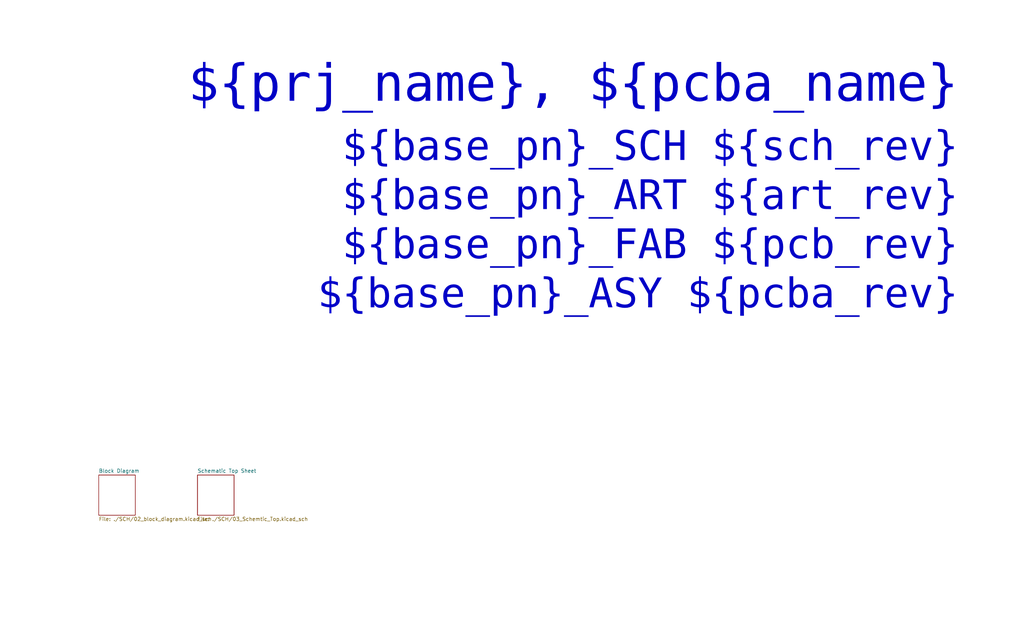
<source format=kicad_sch>
(kicad_sch
	(version 20250114)
	(generator "eeschema")
	(generator_version "9.0")
	(uuid "0a39b631-5a77-4664-a8f2-0dd8d62fbc5e")
	(paper "USLegal")
	(lib_symbols)
	(text "${base_pn}_SCH ${sch_rev}\n${base_pn}_ART ${art_rev}\n${base_pn}_FAB ${pcb_rev}\n${base_pn}_ASY ${pcba_rev}"
		(exclude_from_sim no)
		(at 332.74 48.26 0)
		(effects
			(font
				(face "Liberation Mono")
				(size 10.16 10.16)
			)
			(justify right top)
		)
		(uuid "4752627c-b1f9-4414-bdd6-8673011ce306")
	)
	(text "${prj_name}, ${pcba_name}"
		(exclude_from_sim no)
		(at 332.74 40.64 0)
		(effects
			(font
				(face "Liberation Mono")
				(size 12.7 12.7)
			)
			(justify right bottom)
		)
		(uuid "4e811801-443b-4981-9be1-05c20995838c")
	)
	(sheet
		(at 34.29 165.1)
		(size 12.7 13.97)
		(exclude_from_sim no)
		(in_bom yes)
		(on_board yes)
		(dnp no)
		(fields_autoplaced yes)
		(stroke
			(width 0.1524)
			(type solid)
		)
		(fill
			(color 0 0 0 0.0000)
		)
		(uuid "cd78bb02-c31d-48d2-81ed-ee29ff8e8341")
		(property "Sheetname" "Block Diagram"
			(at 34.29 164.3884 0)
			(effects
				(font
					(size 1.27 1.27)
				)
				(justify left bottom)
			)
		)
		(property "Sheetfile" "./SCH/02_block_diagram.kicad_sch"
			(at 34.29 179.6546 0)
			(effects
				(font
					(size 1.27 1.27)
				)
				(justify left top)
			)
		)
		(instances
			(project "Ennnn_NAME_PCBA"
				(path "/0a39b631-5a77-4664-a8f2-0dd8d62fbc5e"
					(page "2")
				)
			)
		)
	)
	(sheet
		(at 68.58 165.1)
		(size 12.7 13.97)
		(exclude_from_sim no)
		(in_bom yes)
		(on_board yes)
		(dnp no)
		(fields_autoplaced yes)
		(stroke
			(width 0.1524)
			(type solid)
		)
		(fill
			(color 0 0 0 0.0000)
		)
		(uuid "cec39ed2-99af-4908-8ea2-fcb82f236403")
		(property "Sheetname" "Schematic Top Sheet"
			(at 68.58 164.3884 0)
			(effects
				(font
					(size 1.27 1.27)
				)
				(justify left bottom)
			)
		)
		(property "Sheetfile" "./SCH/03_Schemtic_Top.kicad_sch"
			(at 68.58 179.6546 0)
			(effects
				(font
					(size 1.27 1.27)
				)
				(justify left top)
			)
		)
		(instances
			(project "Ennnn_NAME_PCBA"
				(path "/0a39b631-5a77-4664-a8f2-0dd8d62fbc5e"
					(page "3")
				)
			)
		)
	)
	(sheet_instances
		(path "/"
			(page "1")
		)
	)
	(embedded_fonts no)
	(embedded_files
		(file
			(name "ddcee_sch_osh.kicad_wks")
			(type worksheet)
			(data |KLUv/aBkJwsAjK0K3j9X5UUg0EYkkDf2JRdJJ2aKnXVWR9ciL5kyY4h7lRdc4Q/D100URtZFwEWK
				3A3KHkdrkag9z7Vml5hVFXzp8BJxg2s1Wm6jCedq1DRk8sA70zCOKd4DHyaoIk9tUMiwq08QGnPl
				Ba02+Leyto5O04JujZV41NsvTJwpaIUZKuykjwOTVgauum57L7YKOqqrF/SIIc8TXhAEQbrJ2qAD
				+VCRdIeSJLkdxzLk6nLman6dNDgr6vyxLPF+WvKfRim+r/fHZMgfNVrc9887u1jeVrnBQdyQxoWw
				gK1aMMbRoc/VNo0skPKar1mObUWWHoI9i5Vdr2oYhmlzjKd6m4AZnmWv9C6LEoK1rMwE+hootqpT
				mIGKos1ej3layJnJE4+dTJ+rgWsaMepquVQYmAcfLVYV4orcnM5VQxUjtJpkObRGQBUJEu2n6OCS
				lpymafZlwpYnsjAd0QeQW3ufuSyIezJDffH7kOM217Fa473WvSructyXZJOQNE1XVoDeLqFQVPJ/
				i/TQvSl+cL9/bHr+0xVVXIgAxVTTIkkQkl1DE4WY0EA3upo3YgifmQvCMAx+N01vetULTjh6iZxr
				VR5MVE84eCLaHUex1OWuFmvwpT+1VBToGGEqK3l3GIZJtslekubv+q1SQI56ShL3evFTeXgAP22p
				8eBARXlHpdvQ+WIDwhrko21T3B7rABpZm2yNGeSt0RSoamoITq/l6SBhRj5unyZJ0jxGQhnwYS3e
				1vx5LFFBqvr1rjmkDegJQvMGHuKGCPebBctfkQpaK/H11RHUvyCtMEPZHvB+ANGdVsoEuqYic+wp
				g0G7qS/oedQL/kF0iXqgxyaZ8aZLvJ8IzkyxkehNGxjbnlK2YgWYFwcieQQZpimuJWkaj3pBKEHY
				5KGcL5g/Gqr3ixQZRGInkpD4YNSUZTZIsgh5E3CrhNFgLU1ElXiK6xy4OarDEB+MkKbbR5ClP5kh
				32zdqv8l95Jpo2Acx4fwFJOUe5HFO6iXuprnZqbxBBA96r+vy5hOJAWtMIAytb/YSctSMIE1y5Q4
				kWbcVvPiTUDa6sjHfMJKYh5Zt4Lcz4MJ8g5rMbfzPL920KtceBs1kDZH2yVhUlt5RW41+FykTLzL
				kBVr8Zb+eaKOw0qRVVEoahpQZBFO67RSYjSLsyAsn0Fg+Tda366R8WLrOZev6oemUOi+RjWYDMPQ
				KQiDXDjFalTo2SvuWXOga5q924ZlWSBMVU+9VwU7wXas50R5OXJ1UF6iLeDkrha9Ts1xcOWeaOqt
				2lYSVU2FWB20ZhzVoRlAypHpvJN663fXjKBnOkgvnCFbhX9ogowq+vVgg4C8WvRqD477iyk637aH
				EgRGj4emaVShj7G4k0h51TJaZq2Va6UsijKUNGwSVTLTsLVGKWiNCj1wxcM6hOApQCFJwzBMrDLd
				wg1o8LdUgOS8Nw7IWyRIf5rCqtcpgr0s5OpE+gkrDbfyRK3yFGZw4OhSwZ7V/FRBPnbQ1wjbH8OA
				MODcmURZ0KEq9H1f41zy3t+W8ramCqcwfxSnUlzr2KxHr/CpPXb98RJT3IcIfNgu4DF5zNO9xAft
				ZBrHYaQIZgqnYY+bAOecBz5h8iFl7w1UohdraPK8r2ufJ6kQc1ZmpWFnTZOQVAnWCAtWnaN0A+kW
				3HEct7XrWdVAZKCsOMj8cVe2qOn6TpJ/ZfutcyZIa5BQZlCsaS6JVouz0oFW4inE4MjNY+qXQYXi
				qof7dzmcflC1fNBQ4dSllyB78eZmsodfGbdleWzhbOHTNNWmc488/qq8+CKkTEDtDaNzVD9/sP5b
				LC0n8Wvjz76eTjIi0xwr4sfwT36XP42LMZJ/3rRBdg/GSNjC5g+WcbgTd3bKyU017JQxMoE2aqdh
				j3lZRJZ4l8ZWGtG0qec7J8lOEt3UCKyYoFCY86oBoQ8ccy8JuQO7rBgMJyAv07ms2zNOLvj2IeyA
				2Nf+dz1MiTcwpMWME+irM2Wi7Zn2Hk2c52KmXNTq8CZM0ic62a8Jk+z13jQJuQ3NYkCaXMeqmpYW
				QaPlZWkCYthkr4E0WGura5Ea9103USYaqgsojj1JHF3ENsTxE/0QteLSSmHz+CqP3X/tOxUXIprl
				yD9UX516znOcZmn5oTo3UPVSSc+wcjXDkA96O+kTHl3c5Ez4ezcP+PZmtwq9WDsT71V6VU3Tx7Ua
				820IO5QF++9WV42eFNZC6z+QhIEtnJlGFZj7SQ6dQXMtbPa8+X6w+tPlubgsgX7btk1v0+ydJd5l
				kYqKa9f8gho2qSIYyZtTHJBbTRHwtykwbLIwYUE+Czq8OAt2KdRYv1iL/up8Um7bjBJ/Ajf1+TPE
				L3fZ4rT3Ex55+Zj+fpY3BaxPwgQKMe9loOp4e2DYSb+JPbzl13F/8KZpQrIlrqfwRd0tXdWxLumg
				ApNcY3ORpZyIy3CYUPy81oRFnuhqo0328HIMgyJwep9vcW4LkOdv0apNYQSDn4xwg3NOX4X5mUL3
				wIcFHlvQGtPMsTBx81Z98n285VCcffCnza7baQlWLqLtdhJJfZFLJZ5y7tGI7UmybCf3VLCGlq3Y
				wlnd1eJAiWeOZQkHws+dnbbUla2Z8CrphgLp4G/RKtm1t3oW+SNo/dwcaIXkqWABS37Looh/beMJ
				DNVNQ2G+Cr04Q4RmeQdN08wYX41fKtjkiTBkfz4eDFYov4bfw+/Fe6u63fOCgIBsoOLBFG2aPh7z
				NJRTNHzZ2uatmCPwbrUg5vjl9dmALOgUxhGhf1N7n8iowbUZi8AwnOJTAGOQLHrfvJ9mjn2J0Kte
				AftpA+L7PE3YsipJBoIg2kEp5mtXzgENzp4jeVQDkpoGtlLGhkLV8acISRqmCUPf5ueBm7GA0EDZ
				gJDug41TwaFeO3L9BU2ws/ec5/nikr3WWKItaOHPe91CLw9T7OFsWepTFfDvJSJE0pOm41KJR3U0
				OFvqMPQ9uSXEPq1gtTvKlIk2ORRKM0yXcX/SYtzLuQRYooFA96vPkawtMnOlQ8h/EtflHfDJR3m3
				usAhnRlhIMj+ufm3gu73490lCR02MsUty5pkOJZmGJaKzD1rBj2+Ir2XqJ7Zi3A7juMe36HCJntv
				kgeC7Nmmqqw0hSaNkXLUNLT/poJ1cQSd28Vu1fG4Q58UinC1tuJfx2yy8dQmWQ5qx1ElMKVMGX7v
				DWSy+YbiDI64oCLdT2gIfNMYJbpucxBk9PRcau4n3Hstcx7UPGNcjq96ZefDuSz00Kk6xR4c+Zif
				wjFNlwAT6IJLxBlBwrla6sLhhq6TLZieSyUewncKuFJo8ntoxYskOV1NtMuQFvoxtxoNReQWR57q
				6Wh3du75i0V7GfpN5U/nkWyBICg0W9s8Ff/KgyMirMW7m7tWQgWato3rIPBQ1CDgfZ+5JL+jG+Lb
				YCaZ50mDJA28luU4SPmkuIPi9kdgKvIH4bn34pCdO5rwjW16+4jWUAWUMQHCFcQxjh2EEl04qDqe
				GBjwbW7wtm0mYgsSD1dt+xpheyLdUJLBivTijUFaTVgO2yS4hH/rL/zVKC03pm3b1q4Mwwgu477E
				L9YU89cJQrQfsqnCxjdlaz8/Vffl559RnC3Y5bAWHcHjYvMXlYPQvKSWCNhPewk2unCd3Nm334dB
				QPgiq3PvdSuU5go6NCmdzUqPGgSgQED28g6SjGTbsvs1BC0FkzBpeSfiJl33qWmO40KynKAGyiLi
				1FJN6BTKBgZIByH5+IJ2vV9Upqk6xY5jEXGzNMKRUzPHxo1gqMe7xJB9GZWqnVAy6VVlfqXTc+UK
				xRH2cgW9lDH7YmycYYU0KEuk557J8mASJlgD1WfYp1VOGkJ8TNPL/SJYBnYMaV0gZP7WcoJaJ8MZ
				+biI7kBvnKsoGiouNvcBTyJdNCyKfuxY6Rbcgp3d14Zn2XiwQvrUO4l0z452s7md8vSl20BEd6oo
				ilMsZWWABWspU4p6HHgDNgpfQWuUz5imAIbsjzOf12+zFd09fp20NxBrpFB1rEuhMrdBghFinHKU
				rwlVuC97QSYZVIYZ1EbZ87RRaPnrJpSQAlMcR1/mWvEuCyXt9DTWUAu0RhjrDafy4IfASkbQn/rq
				fAJBYAKwtR6C30a6aZ+TK9Xs8QXrx0xG1KK5lVKUnLGhh6D6NA151omK9GKLwNHE4s+EjdxOSwR8
				PYKsW5nGNdqI1iSX8VykFw8M8mG7UtRDYm8CbrUaKRMgMJpYBStlpZ16sRsfh1Op6qm/C0H2U/Kl
				9N8R5sTyGX/z0huHAfX3tMoYY/jn+XBowjjJKIp3n0/PxVT5JhejLdj3ih9UEaK1EVh0nedEtzWf
				XqPKc6HXKuiNIwW2GsiPTW2sgo0uEYc/z5UpdBhUbRCaRWVn97kSMIB/f7dW6UHI5D057nUge/wj
				tfe3jBprZhqBvzqQdF3XotBghXoxpmN9lZcFvYDzNx6fIgz+ZdwVZ7lIhbKByAJp88BRpahHldJZ
				tCxqdfgDiXjN43nZqGLxxP20VV8diOTtJH+hTvnOeK2O9PVZVQaQ9XoY9Y/X3t8yKuiZaWAYsn9S
				RipEoBu4FYpzXvWCbCAr+3Rno1pwl3tZebBN5ufOoohxk1lDeDn1eoKrhbL3Wt0YML7tHgJDcnBU
				6LHEDA0MgrRjLjTXAPQi97yeUeMGXyB+rcRFTZ+92DHUH6nrMeDn39jkThMTxq0enJlFynkuNmt6
				LoVOB3r/P//bb6nsX1YqzJgLZozsRVvET/JUltEG6zGHHYl0Oc0ivfgCdzZaTkE+1mKdThqqgLFr
				M/uAmj3R1T636mFIYpCoN00yY87KOq4VcRDBwcVA5Foi6KDIeu24qV/90sgnzd2CnQ3MHSRhYUmI
				GetaJKjY3YGbeaD64JyZjmnM02ZLF8NurdCDJ6LyXPm700bJBSHt3eJdRrNhd5DzLUIOa/FOCSuk
				TwKkKi+2CIzUZR5F1oFNDumu3zLK6LmA+OEgWi5FekfGtdEAyuavbFytK5FCJLoDgavcxcYxc8+r
				hfJtHjBb0EU98Ht3EAzDvJ1ECmKtIo+/SM4Cjuq2kU37zuJdZgJQ9lCimxrr/Vh3/tnsehbMIA40
				SZrAoJM1WQThaNYvIWj2YPBcVi/kNF2DGORvl3svXQIORhAk9kbnuG2AM1MbWBTpBQZ1WBsTVCsF
				HdVhnTZxY5g1GL3rDdFjnirKwGtZdrtmUxYym6YpbSlJMktYCcqiS3UW6FQdyxJ3PwyNwEyYQB/x
				L8bUyjo0rrJzfgsw/QdS24Q5jlI4BvrfQf1+jvJWpiGjAlmOxw/WbjFyAxXsHdTOZktIn4lSqdNd
				hmEuNKOR53eDXDfo7dTtxZUrYCvxgzMTtOuvoMNaa5SQDmXB/rxPZOHU6+HufWJoSVjYprH90CTJ
				dk0skQT0QYBbcVIfnpO0RTyaoUlFu33K00a5oGVRnpt2waoPlJ/WHnRRHyvZs+Hw8cdxYKdol42G
				53mO7Vhf0as7P5khaNGB9yohbuyxG+ebVqxdK4V7NDILx7sqUkvGsdT6Om0kpgrMdJ/TM1ncBwm8
				LB1erfJglzqH73kfslbyKPiEQnO77XsVIb78Ng9YtmgBG7BCz6WERSlylU+bsigTHN1LVDFQgSAY
				8LsoRe3kHdRtDdGa3YuFsudSnZaG4o0xTVJ53BjH8pengzIrCTkd9GlBhws4oYFus1DyDcWSgDMy
				FSBIe1yXhQt44DUl2fspuJqRS5GVrB6aDjuy+tNn5fHp7bejaYb8HEdz4Ul7D7Q0Zyb821yUu7fm
				YXeb0FyiabjztRzHwasBe0H2lrwml7ZQAWk3FnytkO5q8S1fa9Q+NfV4KS9D2uuSBAFRpTDB2HUJ
				1OP57fBeq1lRjnWn+ZNIeHZzW0Z0E+EGnGyTBR/JZ/3Z8KN/HUzg4JOBGZrK7pvrsXzJOaDRxajK
				RimWAFE0mczV4vxF2qVI8UhIQbNTVPFs4ybbtFli+7C71nkuwy5Mw54d0g0jmkieEMZIGqzFuST5
				tx51JR6YVPZe653H23tLgg5nkXUr6D3Zz1MtkySKlkLR42pDcb1QRJPGxqyO4bnXl2sCeXY41WnQ
				zYovwnVhTWuQvQ3MKaq4v2O9UCDg8ZGD3DEElq7H0UXMTV23eat2xcCFCnp0iYwyaeZrjSm69wM6
				nL23LKyw3NmoAiOXIt9qx+MnQH0iJt5liItaQDYjWf52NvGvPoCs6jmuNRAh1cc2RsSnGZLs8rXw
				O89xtRdvq+Hf6oqbj3WvprDNgi6Ka5gOm+wjyzTsgi7qSTINvJBucjmYooVLen5bUSEGlmnYjhXS
				4J7Owz5Ox8aZhxXKAhkUxhy9jA8OzNYxgCS662HU/NesMdTvsZXtWx5ZO8WlSI/Vm0ewfjPpn8NJ
				mrn06oifCXeq6oYtSkhj0evBYNq6ydDj6GIcjbqlDDJAn0xc0NsG40by92J0UQHW5IDrZakypbSB
				sE2OrhXSoISRCniNOFOb24inofVeqrA1/Gu1Dy3jgsmlZo9BFXYY9lZqpUap+swkKNxi4uuRF6fl
				6CF+iLlVnyHTX65xvLdUv8kIeg1NBYYcKAQIWqnnYonYDPpy5PljzS7nWZV7fxMkXYYdp8qs9mnD
				NqmSuAeOLpnhXS8BftRtjrhix+lTza5X5ukgCG5zECzZ9bRkjrvywNFi0HMxJe+8ggVsNeLgvKnn
				QAm2D9ZC67VQpSjUlwZnj9zhG20m0grZgJYWFqhMvYiDFSZQwL+uA+gSWymzqmTpvxgbcXNJQY1D
				Xoe51r6hmVHbutmtuqd1HCz6y7XW+YBPfoazpssIhmQa90LEuCAUsztzrBs1QqOeyuwabbyZxnLc
				tVTOL+dZZDwk5h9VVRf0Aprj9KAO8H0cw1bgOeRVL2jrVt3kw4YiyL7uA2hiDBUR1azAeO96iWFY
				DjUOPIuBF9awMqrKdAFLtAUlPwx4ODNZWmYvoUmFejj4fsC/VQsr8qctXyve3ADZ2xFfFvbC//Na
				Id+Tl+dSHf1e4XPZu9jR4OzV3exWmRdTOh2ukCq4u1t9+C6WyXte5aSdt6Fi8mBcclz9FOqZa0vp
				+ccXyYohQtBmhsPWpomR35DB/XBgYqBS9G3TUiQ9QdddGLIXDELRcZnriTWu+fL4N2tgURzFaGsj
				6b3DGaZFy/E+DOqDbRv2exxtpbWjwQHstNIIQ5PmZkvxwWngNQOc/ciQk1KhbivJMpV6YKxy1kig
				wyb77VQI+aDD2nOZTjkHbyiRNY0LjGQRo7FtWZMknaupyPEHRycx91qhePFcDWVyD4Xw5GYkK94I
				8z6GXGWUQpZbS0HyczHs+A8e02inrIzo0BS5s5yR+UuefQlmr7Puj7WOJh0xlCZ3I1kbiCoG6tlm
				nkoBDcffAMmXRcC1UATZ+VYd3F3KSozgc+pMfoStpIN0TOhcg2uauO7PlP49DMK9jFbG25nwb/7l
				aZzGmqp9ePpa2Be7LZH0ubqXAp29BRnJu9iIl0sH4uHKQue+fk9WtRY265wV35CtfCX735fbo0uY
				waRiu4YqYCvGOLro8zcrMETw8abqAkJR03BdFcq8YjlvK39DlOUQ6FcgLEQUwWlAzei/asf8z2iZ
				LV1h6Hc+H7fUE+C4HYCJSl+v0Q5ItuCCx1G0EKpl+PS/i3QmXxLXnqG90SsTZ62/YHDAG2P55LnX
				dW1NVWBI7kTDKDu6CQSpilsugezd6lUIByJ7vMnfqXOduFoHD3gFxI+nP1LX6UFEQeDtIzptFDQx
				7k/Nsm0aWSkrXStAoQb3vcQ811vaRhDstFEtOqt81j/8a/dw7ZcrTu/kaGAGBKMzOHr7dCI1yRco
				cwMFx3ENT/g3MJch/W0r+Y1hHHleUVqawoMkSWayjyc7EjgIU7myfsVpAExaI9LbNjB7sMXDGpJ/
				wvp5JHX7ObBSBkEV0zRzBM/rGlabsni8yDvXFJo0hlqW61LsOPVI6psDTLYuE3e15/RiMyU9BAud
				w4+dWD5xjq1gwUK89ZebBz4JqIHN717iCCRvJ4k+gMg+bdxZp7wYS9vs1Dv+nT/WrZIH6Ts4MPcR
				Y3wFlHNd86YPzhbCXIw7KtkKR+o4wBcQwdXx0CSJB0MTlnb73o9IYO4DJ/0lK9DIrkV6rm2u1mCG
				2LPOAcT5uCR2yTkY83Q0lmVJEBzHcRhNvBf66P3JclPX4QbpWqsriTWBM9IiQDtclY9wEAOtrHeh
				3jzpNl9aLkSQPXxz6DhN16GhCDL4Xqt43EewsyYjZQJBNdfxSHDXDYZ/+/r9ZaomKtJzz+pMmN8p
				kuPSf3P09glFapL7wIeF4DiGYa+q42EdcFbysfW821JX/fvBrZQpUL8sy8e0E/kry9/QWC4zZFBE
				wFZ29PgkrIJrw61OQO//KSHR26ciDE9x2iihuwd6KpQFezSfy5FnS/XBdnvYThvH+dBEgg6xHKv6
				zbaKTqhV62M8Og/Z6teyr/1BRnHutUaB2llUQROlqHa6oDPqvUQcE2AkH8AEBiawO4jNIjMSEI/c
				p1/g5GfFPRHnCj2XqjpFd9zhxwGoYluCbDPjs6YpQB7K5X7iVh3bEmivofwJyl4mSNWvbXPCuyqM
				JWaIkH9eGXuF7I9Hu1X3sAQKpdNHsb1lZBT+WWkQV9I0t2Ax5ApH2M9BPTjQR6UqCDe5obz7BCSM
				1BLXg50IikrtT9Z6Gyxfdax7Da4JoT3PpSpPI4hH3r4AQ1EflZ73TTGKouh58Dy/3/x7TbJmIRQK
				u3mek4mG6oht59uWlQzCRl2HKE68DhyE5qwEhXTSIR0EdkD2+CCGJ1ENxEZ5n1SmQZZjvtu+j81W
				2jSu6thphiLQS9xN0wR+MGD4ykm4gzn5rH9h6bmDlyubOq8HB6rxmTSqe92q81w8/HO0OhDyDmxq
				K2MLrMU7/dTR2fciJLgJtUKB51IatyR9HC19vzfMtKXMfy7RpixLtATFI1gdPFvZtAo9lyLHv6WU
				9wYqMYCHTIZu6J/WhOdZhELbQESDC5P0oWKaJIqAcxnKoVOxRALdZUEPzLSVWMdOI2bgqGmUYXdA
				8vGN7FuOs0iybrmBymPBL34E8k+91XujqI9KZp/UTRC+U7kfX80eHKg8mAiXSiDdGW4Qp10UQWDg
				UCQdlr3/qSzRqD8t/oAhVXkwWJ3Leoac6Bh/nSLk+LG2WTCk7p52WiENvlZedfw5MPBmgaQPxgbU
				PoDgGhyw2MWzegeB0z+gVdw5liI9l5qX6a9u1bFuNDAltTu+iXqY4RTdae6jGpz5GAvpT/36fjuU
				olYH/EV6LkV6LjbKUVUSa5JU1YOPIygjt3ngnJ1ajh2uA8SV1KvfEOdqlQcHKjMSRJiqpcgZrTw8
				RZ9Ugl0UVjyclahCzFcB32UL4YhHdi5Fei5VefHlYjz1hcURj/s+qKkON0sHPSyPPpTxcXU1IYVj
				wapjXdTBkmkACnF8MGe6M0qGBFAtrhVD5WO9dflPs8WpN4PvqSgKM5/nWaUn0HWgCZqGrLqPrgRk
				PGJBC1p5Fou+H7Da1QpcEHs6Dl4O1XsTogCyELabqYvDApalvA332Z4ZJCEJ4xE9h3Rgtv+pf+AI
				6cXX4GFX0mXdqHlQphBVn5z5EMfYB2OtVYRQJHgmIe/WIuB4KVxRm+cnqm5bzqWm2klDxyL2Ygkm
				5rk8IZB4YlMEisqqxy1BFtPUSBgzU3NJimIQKGVWi1ZXKOvb+PI8H2B1jOPr6DovTW+jrLNupLye
				EQZhZSEixC2SQDuTyYOlwaPfbmAVcNMhwjDoN9WwZa6VMCo6ieTK00bBkWHBF7VRioPKbxOxhmsG
				3fVChDevGk5wBbMhb2OcmstyHWeiV72G8oFqtbz4Gm2d43sI0u1pO7mRiFiCiBlsuOZTDrP1o/pz
				eQKWpMbXcKrgXZYmJPgiDHiN9ZI5R5M+4oySmXie5/glDeotJ9t2LYZ6cyjB1hU6YKrChdfn/yPj
				IHCmEoEQE12+KANljQzB1fTLoG5QBWMkS8hdXTR715kCiqbCuSzDkGjc+g+8DtAtSKZ8DEGq+C0u
				+x/5Cot+/MtsVTWlhcaNt0JUn3EMOd69gqpFiYRx34MDCXW/1wjbi6IoRlEUOwrDcRwrrcC9Ison
				zFaBsV323/m/vGdEKwxHrT0BMh4cirPf913JFieMgBBk75KpQP4aM0knIhSlOreCvIHz+57Z8D13
				V0ucpNhvXqEDZku6jUMF76IwJsE5pPHgU7FJJTniWJpkaBwEnreGwpv7eFmWeinmMReENWeyz+cJ
				M0PttouOEX2i/+ufHaSsAr5KUY+g0WTZi/XwFmeNoJTckxFe7azldRM8xgiCJlB6CGKxSTtXSNbA
				+Y3Pavieu9YqzuAHN6Am4fLRw+j7HlXDaTHSNMVB+TmTxjRkUFBvLzmKokht2sVB901UlzN5GkKf
				wP8IPqAR1XvTKqyqpp0yhTDLVEhgKNY+oygI5kQXoTmLKJaJQUT3at4ITMIwjKJ5fN+3BWjerZg9
				BFnjzx7Ss2YV+H+4j6r7BL4tobOKgNbJFjeBwHmiHUY432aOZhgOamikto9v84Bt+pO19K0MeVoD
				8xSRKeTlykS3Iqq4s9EMptFvPbzFWLMcOeVEYZmm6PsK6W0kR9M0e6MjwwFttRWYIVGAGSgJ+ciF
				VsgIv/M/xR05jxC5B4NluHy0Zdu+Z5It7lWB7PFGkj/3NcrrHrS5mjJGmqrDVvXCMKiElsZ6yWS3
				SYVWrWlR760PyGBJzMfE4YKoEi4fHYSlEa5B07QUj9/KiP+/U1SB7WVJkiQHtUEwYHRhwynuRex2
				sUyIwb3rn4HfcJMKGfjMxDtAZKZhf6ptLP2uDQzZKzyO42mMq3k6sdPHQsM287IZChpWhTOhyREX
				VJ57xVpIBY6aO9wXu4QYZAv+IkGL+H/9Z/3Un/AyWhO73J0WGjfNvOtApJZvccOYppknMdaxLe98
				FPbKV8TPRSM37Ou8Gr5vPb72NnwanjIQ/c29dXMOfwWYWA8v1LyLQhDlMZshsd3hhPulRZsmIZW/
				Ea91lz0cx3G9bNl0HLV3lwXNDhQpUmJQ8yRp8DQaRcJ/7vBRDVXuqR0bm7VVzW5d01ZyFPtOYru0
				0IXzbWSHppVN0xNxT1XdrGUfiDg0aaANFqz+8VxAbIcuDCCdcJD/dUgTTPZmtgr/0tcctw4V+GY5
				cm1oQKXfTMPumbqWMR5Stk14IuvU9WOaApVhm2PCofXTU+QnxMTjXomEPlo2RmO1VQbugHFNyN3A
				4vG8bWHVrOvrEOzr3K8amhS1iI6qqh7XoggCxy/X9e1SDGip2yWqS6CCQG8QJ3MCh3V9Q5V0Qgyi
				kod6nrqIt9WAM5f0+X038ADyyQKBctdKIZRYKDnHB58Mx2Uacw+PrmBnowE8MQubE5uHw6fW5Yju
				lA/Fddo7fHzDXMk11VI1D8ZtxilsCjcMw3G9HPlR439MDxxVyeM4xl5ThZNhjmmqZ6OcbililzCN
				iYm5Ettl7DH+gVFAJegylS9C1UZFtyCpr4N6jo8D97KSx9DFuKVCHDyTRubizJSvoOZFctzmIVBA
				rOJseOjYxIUSooIwlJb+/zr3wrlb7Ll7FRDdh6UgDFNsGAKOk8aZuCROyl8plmXZ0T4ZlixbjNt0
				oJjNTHZ3r0qFz2x3LT2VlVAkPe0dqgzksdiY6BY8UbKiFkHTRKHdy3zD7ziOvynmYroZCppXXz4Z
				wqtpyrtXS0WJx/bZbRd7z4F4Pjhk/Q9+nExGb7SGT+28daulas7DWoxTC6QZ8jAEgUefHRkqjUEc
				6NG8MU2K8Sia5iCWZSET8RYkLEfS/GcOCB2IBg+Pd84huc5oO/EdOjZ249m4OzDOzwNHoUcNyEwP
				R/U27AjTT00ztN/pecswDNkyGLRqWou5mvPVcV6NAwUogiY7JNBJ7tB5OB+D0Ot8BHeWgTUKRm+z
				Bm/4hLgRxLIWzkKzxO6pmhe2MGRPsJnJE/GGWsXxUP9T6wcqugOt87Zhgl5ThfMFy/ktB6EZWMVN
				YXRl9oPr3szVqRkH/a/9VDD+wP/Mtw/XDg51fYHvuRSWg+6Sab+lYZPFHJswOHcfjKtD6j5fZ6ft
				PElhQEkh2esDbvR1vQYNRSiDJjskqSZvuFUulLwZf6i1wmCwd+1UcAWJ0KG8B00as1wLwvNLXf+K
				4K5b+w8UKsQAeqc8VY2kj/NYHeAbgoqbyCrpw92he4rxiBwzFESeYAwueDNUMWgGyvkWIJTZ5pAK
				eqq2mlQNl41sB3oMR372MGbiCWwmxk0uCIfWT8Oxr6smqgcT6AgFFOqYyFTI3a2aPnv5ZO2b9zb6
				3tMqBjPexvpZ/+cehQq1ExGAcmeKCX8vbpPG/bKUxXwZKBU4cgT0lkv11Kvq2hBxtC80rO0wID53
				43fQYseD4TgXD6qGDoJ8EAWHnL1DfjBMPeZCQMbDQeRi2lA3L40ZH/2sk2a7ajIpbxO4BInuxzQV
				hOswDCPFSd5OYJQR7BqV/s/9Up3B+YvtPp7ybRAE4ROui7IZkMK9t6pU+MQSz8sUp1Kn9ZBHePRQ
				zzsoQT0Ewm3b59nLe5v1lnWpeEZwP/A/xsWzzr5Xw2cmfy7NsNzXQRf19tBmKE9eGZGcMFWBzS45
				JBz0rl0JMcG7W2WghwB+8xy/3fNUa0tRFDoVBFTB4+W6DDy6hGHI8eFQVTXXGiWqtYk2R3swMFgZ
				8DVY3k7gf6sgfcLaxhqV7926MhgSjGWC6laqV7WZGe56IkhH/p+TsH4YQE4l2oIBBG0DAwqQpBhw
				6PL0FWkKMSHyLQgZ3wps1eqF2st8vIGo3ttYRVVlDNLHWOzdgqoIO1o+9P+6wxgI2aeyXMdTnx2n
				lsDmXMC3WYvo9WM5Sfmp6h/1Mz5TfsCv/R9YTVBAemOVe6lLULmHetBl2FVvk7vVa6qBzVwLY+iQ
				NlKT/Uc8Fxz9zrZtDJ+ZvK0PoMNeivoAazwaqIE5hKtKdU9M3tYAKwY0lY+Jwe3nvLp5g/48ZXUm
				jXS1RhmNLMuas67zITEEbYZL9P/r18jkNgsLZvTVGhqx7sf8WJZmG4Rm2STaDAW6Z4GCK0i9TqiK
				fp3GGaeSUZgqEhLcV2mWI1SggZdvcDZqpKgOwx4R8jdhykP9z3lKkxw5WQzDsGd5OhjYNG1DUpT1
				rU20GQoYz3iHKquSj06H7ywBCqah/7/rQFWBVXW8VSIcoD6RNg88mmEttEh+7uF5VAWX/LICtBDm
				3bKs6dVbGIbiOmxLtAW8+PH0FaqtHHRalkjvoUaJNIWpCi3Vs0eD4AWUwUoGJIomawMQjH00MWff
				oQ4f1TeSmnhvmsCZiatD88GFTPb4gEdbme/4hjg8wUgVwRoNcokUKKa3WbmXilxsE6sDaX1+D3Z4
				EBDKAp3CsOtxrg7CR3+isjoQLlwZfi9KUSfcineDvUJdxtoZVyAxXchB5QsO1fbhsKDzajgjqiq7
				77z9qHeYWg4ne9dxT/WDqn4dQFHE2T2cwKYWn31DXKCsZ4vQLFGkw/V5uAIs4YSpKj/N/dRrLSwd
				tpkryfnYXaqbPRjLQQdSKccp71ZxFWsmnDbJB2cF+E2r9T+m98w7qQIc9tnBbANT9V89qNuLTVrq
				SvrB6kMMXonIL9XyORSmYhCbuyNsb0JMYNaCPsr5HsuApjeOp+eXC03VByqO4uWBVLqrhibNYjjT
				wHBaAl+zaHMOSKOmIbCYm8KEyuQHVy/53VZ2BOb01cNGz0BUL6oq7x0kB4UfSNLcTVAUT+k7Kh44
				+TigU9khSY9OnjUPe6+YJo37PIFLnPCuN7AY+egRc7oxMdhXQ6tWb9mm0P8LZ/HwlXRC7ubV5NmH
				hnwiHW+qMY8h2vAZWhIs1sNZmy1E14Y/+39dD+RCFSJbmKTP8UQsQ1mw1w38z4Xtq/snKFxVUuRo
				BaLTWDR8gpZ4ynTpr0vYOK5pm5Smak/ta9WXKY7TL4qmJfid/++ct/ss/lQu5AJv4K//f/bIeEsV
				IK65iDdBqyK/VKOHv/LoItBzW3LooTCz8UxgoTFFywOaQnw4k1S9JEkpnmHYeV6Woig8wjn/e1yc
				D02SgEYPQQ3Tx9tWJXs34uhijJcgBnCRf4nYtbXB05zrfAYDi3bZV62OzoNbFXNQmO37PUk2KR8E
				eVRdkncvlVSOXE286H+Oi2kCR5e0VfPjHrgNnns4rAWPIEZS7Tr74JpVJbizal0Y9z//CwLSUN1b
				wgn5UoeVtWf4qqFJ2ijZK5wUkcRao4zw/MXSC34o0TrU/1zRTGrCv9dMeNctlnPouZUpNslyhIVW
				ZgLhEqTwMqsLzUuAet0uG6o9FGIQ9zRXcBByZ87b1KLC3NWGSyrgbJNLnVMy9H8lt6M6wHefHefW
				MEkPPYOKyYxpuLO6CBwDe48KRYVYIHodR8m5PV8nldzbh7+Czmtd+ajkHpy/XAjDcRyTPs9x4QrE
				/3MOanjm/RocG11iICDQ4SIQmLbNvIuBH0B2RhNaInoJRZr8wC0tRIrEmMj4w12qorvBaGnbPkkG
				a22aggTOyBJtmiLspYyizshKU9SJB0bXq1gs59CVO9O4zaK00/Hj3z67x4e/55XYFn2tTx8a3xPi
				U2tUftUHdwyvsBbkpP5i142XK1W7qfpw5p3VQUCt6f/voAK/HLlavaIyx5sqeNZNeLmYlfxNh+YO
				w4TGH8TkMueHgkomvWrVJANf9bMhOZrtCmEtokrV0URToKd4oIvRBJz/K/kb04YOHUeyyXBdHdVY
				miHPc/TABcf6ia1ZJypvVkOv1d/OBFc3+QMZYKlbN3ImBed5SpgwnDqfkQpxC3oYI+kZNqzi/zVA
				JMpt7vTqQLBdzq8Is2mKVq2Grpn44rf1VYdn1I78YNz11Cg/64e7WAl3Z4NVC+eulYoXRVH0Otz5
				M788x6U4ZVanfyLXJaJpU9MoKgk43NlJVVd8C2PqH7Wuu73n4XwcaEvICmx6zQxcAh/ouAYvz3NL
				1XPYp5Rf8QlYGAlnn5QKyRcrTXTXEf3/r+Z8VAUYvW7CW67qsRPrgCr42Ghrq8bPuEP50TPoGExk
				/zJUE7t4J7nlcX4TcxRmnNJgjZPjaC79TStKbJKkOY1bSsihWnGqKsCYiAcsgo4uVspKHj9JXmGm
				7aSiE//n7CkumfK3u5467WBIwNBD7WWMJpxtl8FmkWShC4pKwu1QVJ1GsE5RHgstEFd1o61kbv2j
				0LaDmynnV7xuwsOapKpUAZo0O9bQNTNfrTrMD3e59l2fwCNGhuzmVfzhMVhECvEoazRpAi4siiLM
				81Xo44COItyAZrZpoA3stKU8/YrlK6EKHObpgJufJJuh4PTMa/DwF6RoLwvg1qAT4XOb4aoYX+1e
				tfFOG2UU0xR9NUFQ6I8vioJhrutSE6Wox13J/rdXzXuhSRMDwpAOkk2zFF4FXTc+ZLneNgNHzR1+
				9APXJVMdWFonwQID4iaR/ji/dF7L1+5SZSJfyFO4bubsfEqP0bAorgOcuURwVBxMof8vGQIRfQAJ
				SHXbPNYmdxbZ29iOXRlJirceawN0FDgaOw/nD9esksHl90qvrsFLSf6gIM9zUINtlmOseLf6CBo1
				eQwtCdq+LstKlKKddi1lBAtzjTZV8XB08fGm9viYp0sz24mlxUSYjCxZRQ0NJsmlUtWtbMt7E4cb
				kHnufQlVIGYvZ1k2Xv7aHxAqFGHY2nUtCxLlyFXdy/53X0LMUzS3p2kyk02TjD4/E35hpu0USJ/E
				+ebzWOFDySwpveyc6ICgQ65OfNW6rsHZNrj3JXL1wL3ctu3hSnf5HkfR6rcN6u0x+p9yUAM3R9tY
				GiEdhB257X++SlskWiF6D1ye8lW+alWEfO7WlUE/iu1qI472k7K/aIx1LKrsrXSPeRoLMPSdQ7k2
				QYguD8bIHhfsbIxdIg5SOpuZxUctnscSkb/d3Bq8zMCQqm24ocdJqhjdltTqr9ivIWgz+MlKPpDw
				cYx97/Nah1t90mfvj2X9r9uvdiL6KMR9matVB9sk+hFmcOK0YaP+FeSa3Idw7uGuCo6ih8Pu0vCX
				dY2kyqMukiUkXVirZs6pwJBuGkbRdgQqjxGchWIDl4RVDvYjIrHSNMXfAREIlo1vZzpNU+tViAHE
				D/BoUIOqTp8L7ygyvZojSfIJ2nN0H6NjRJBWfvQJQ9OKotDeW33w7N2Ki3aOc41byiCc9vxvu4I6
				NKbxVqYRozsbmSo5baBApxseDwedNYfNS59xqsIpdI2Z4ZUv86szPjU3TYz6UexXOXI1VN73vc/v
				fV5tIKrPenDWJfV1oDnUv+R+HBiG2YZ9301hgtpcHezDNpVC/NW5+h3tXGxJ7kOxdfWSb9ylgl0Q
				WvRLk0vBN5Ij37hIlqR8607kpwlXEO8SVXY2W5pB2gsNz7KjMM9zdioP9W1XMI/bNF4LVRpH2ZNh
				m0bhuqqMoSdBL9KjBx0bbU0k7MrqiXzukZMydc+tKq78Sw0JnKumHm+FuK5tSLTURvTqk7887Yl7
				ORZi+f+LyybMc62m0ZUyLpl4ryARbwEZ0qEp3kZZ0ysdDeoAicJVdXhP227Vmp31s8VnxmRJ7A6z
				WEgEeRVxrraBD8acbRB4XjSK922Y67qGJI7zwUAr7gscNOHro7skeUmqyhO+j7MZs2Bfry4dBC/i
				Ah6A5lWZeVatzqd+gZ8UfAd3kx8oyLvrTO7FUubalIQx0hPw8wfLIMm75DzX07g+WVnozocwU1Ie
				5Xwj28WavDzfkvc094ufdt5WKDv53F0qgkqEcLWuuX/Nw32nqUDRrtvUQWigKP4BnbRu8oMVZpva
				YegFXoFqwzGIYqGrfiYHmWYIWf4Hl2W1rTVHA81PyseBSXwU4jU4KBPwGKlTOzvF2Of+wXI1iOy1
				ErZWyLdXrSxu04Aj04CLyu2H2NjAqZjN4w2Xb7JP8+G4C3cwLLggxzwWIX1clxrB0rjyycf/i8Ji
				3FmC7G0jlBqbLUbVI/vg4rGSoPqB9S8ZGtMBzrp52KYQf68RbtqigyTtLAtNh2vucD/vWa5H/TTB
				RTjcx9FBWBUonyCqV2RUUXLTrRAOxLZ5jrvueaKVJgg8y7HVBzOimh9Xwn2Z9K1vuzhIHMtFy3Ec
				K8mYC0jRJk3xrUwDRpuy4K/i+qMtCFD8u2cXD4/iO7Wz/f/1R++swUsbYSDOF08fq4YmQrNssYp2
				+3Z0bOBK1XsZCfpT/xtLVRAacsTPpGOjehxk7WgOQhPVuKOI0UuA7kjC8DmAKi5y2ty9EoEPNUj9
				0l0GaweNNVQhrqxpBP4YQYhhBP7hWAeS3AAlGEM0JsM4beBCH0BDUlT/kHXE7T22cVVSKqCAAAkw
				mi7NfBK4vhTlWz12zXSiCVcAv+z9cltGXpNB9iaZthJTheaTmjTPj7hajPooOWd1W8di+NuLLOGc
				vg5tGNdmmCTx3moxGsdNNqraLfXDX/Cujq+gIYonMiQD3TzJ0V5AZx/bRBBYekNjHkKW2gtRfYxQ
				aiy1s06rSJwxHh3Jwygp4ifZsVEt7scwMJjGJN8UfXSRik//AGgvlplcDYPnMtqu3zdPl2Ef47IP
				7nEEET4rGWRB+r43rOLLDnqXi5Fndb2cpaLER8IMQ0wq/fcpzDiKeIIHqGIX+c/Y6NTLShc9IZfJ
				EpGNqsLMmZKLa2IdQEOfH0suCMvdIILwfd+AfB/509BIaKIU+dFlp1pJ8aEO8B054XLdc4n+U/8c
				amjamSUTlU2qYsdPARfnjD6Aln5TdQo/FwNrp03YBmRv629Ldapt27bnWe0TbjriqCmGc1m4ZGGF
				4CzeZUjyrymG9JnE6GLcuTVBdnJpL/gtU/jeVOsRyyQXyP8vVI1E89LY6DXYov04JuCSno9R0JUZ
				Lue3XpY9aadMKSrn/HFOiOYcokphiqEs2JtCcJL9W4u7IQgMRukDaNKcHLK7GrOa886J5JMLLtsF
				5HAJebDjGjTxKZ+IyiLqcaPBVtqE+qq7PG3cDhPwJylpp+DgnZ9yx9zDzbIrihbDuJCEM/+OcFiL
				4VsWdDg0R14eGZKd7pxsZc/RxctYHBQZcM4M3EA6CGoGFmDwYhTia2oygCYNTtFusNQCgqe9hLFG
				1tt2rmppo4S2OP2UO+iCzhayTFOVbYriUFmBRNkft7btpe4gZ+0sknwjyDRydDReInkCqZdEK+5q
				aVMX0rp5Izjodvu+v5IR5HQ+EzGBwrRTZlGIwj+m0KT5cKhqVzurtvZjOgiNegvCh+H5oBT1J8WP
				nlm4C4rGOPMjvBsfelYLsV61up1E5Rs3R7BcQzY8etAf10TaIDNfFrSdw6014iePe5EFY7WYi5sg
				oKb1HI9O1tjWdEsNklSBSRxp/9NW6iWxCsaVz35NxwZtVWVIRcO4YqmU95J7f7KcPWzn8GBZ+r7n
				mXy0tiGStDQdBBL+bT2HON+FztoZnl2pk94uh3RSVt+o2hB8AEZZAsJ9uXqgojZKMR/H0qR5bGIN
				+O1uO2V89cVaU0DoMyV1thhRXRo22eNdK7WYadjORpBNWawnojszd/xy4JWxwPPaT4vPK0nFQWMH
				od4ZfSfGsqs2cO1o3Tx4MuUNv4xYrYJuIAjelyRBmLPnBSEJWIQci9l3ZeKNczVNDjRnd7NRmgVP
				rLUP4cHT3HPbCdekqnPOnJU1F6v+VCJrZw3kC65WHO2bBaExBW0Y+71pEkyYE4Q5RyNJkvtslEO1
				iEonr7sQyywsCbh5HmjLlSNX+xQbj6PvDdscbdo88GzB0SUlaInrwdQ1NEX23Jt0HQ2BCndwnVjS
				LNP56u5YbYdDf3Ib1mOMByoRS5G+dK9RIwMOGxjFrODaGS7pWE1LBVOfT1ro+8bxaN/5tg3lciwy
				nJmGbRLyTvVwZhJtrvbwu/KdYXciTHosWb2rC1XE/P//0HpJKWT9ifzewf7ic4OxqngDutZcAsFB
				bOCCsb5flsS9m2av2MBlYG2g4pmLQ5oS0QfvVVTEbN1kDw/+FZ4M00QGdh593+cDUkq5cX+T4jXf
				ZL3yFfApnYhe91E6BuqwrBuuaWTtLLpufovNcwpegyQ9E8kNsnlTt1J7jCL6YCTj+C2EfaEYpD+w
				RmmWwFw62jhDk+Y2rdG10paqCHqqQmOKWckgMdooRTvnuU3xNtlL+jptKBLJp9sIquTD41MnHsvh
				VknmG+LAVabDqeX+XqhI0RTHGbRt2wenqQhjC9K1OpuZ+q/ruu0FO5yRgYp3TYMkS1xljpgukF8v
				aQ9nH5nntivsJjWkA5y10YSTWzrzMGpmkOAYYBQbbXP08ABsxgcdn32yhM/GEgY3qfC7VA+Vv4yE
				9CHclWGT/TSkdS5gRG59GrLYuRhndmjCcWexyR6uT9OwSYugGzPNDf6tTCMjFeJteM+7hrRB5p7W
				1m33eIgO1YE1zlKNKb26BcjTaj7sSlgXafj4c4Y3IF1L38M5HPe2UC71GRgkYYg26I7HYqT+CfmL
				MSh6XKyXTPkG5W8s83TQ0mGQxIMRFenek/69DBcSHIMLJfeEjXH2TD4JQKVjQecz3eyECEqYPuqX
				yq4dDvXvP5eR9oSJdILZJXN29Lrp2Wk79X1Si7IQsm4PZIatHq2yDXsB3+SBN8sI3+ZhxOqANzxE
				TWQfIFO4qjZrLt13VoofcB/iPovvRoOnygOJnieMW0G6g6QvnQjj5COEIXrWf+fBeEyg/4FpFmJQ
				wtpqVscpeaJW1cNGFwKi9LX68rSxPEyg/910NUgKyNcY4+gx0fE9ZO0mzD2cLUauqj1uHvikMl6/
				1LVuLweuDimPmyPOYotx91qjZIsDaUw/a+vpNmhhCLLAoaS1y9H6rEigDsHcU0bhZX6FXrk3lNAq
				YDKE3PFGaY5cjdOyNKc4Twv627KmidsjV8dZOXJVwGaGd9RjzrvQhOmZeWiNKhDzt3Hrr89GKUxs
				l+r8GCKh1b1TmZvhbjKhPvBmGfpc7fFhGGJ7OeKc6gfQdPY4umi50egOpJGGbW6g/I0aughNUWz5
				z9V0N9VmOKT0Hoow/HB0IQZugTfLB7dTxrqMoFhfrf0+FPGqhVQPH7hodXyEmcmaE8LudY92yLb2
				tuPmmq65maO1GKfc+jQC1dQ2exdL+l72VkIVaNIYeDBNpI+3E1GKOlvGwlbztE9lrtVUhoxvw6v7
				eIvv+WE+zDaNt5BkL6CzcKL1z6G+KpEcHFUHXdfgfBMp9P/HRrJSZuP7nrdSWwKjIBR1u2RbFCuE
				LPW7F0r+/0/kMM2mEN449wruNxeKQ1Hb6TZq4+D8qWSJVZTFwBJfrRq9p6k2FpOpI1sn5XwLpjDS
				ZCj2kM4eqsAf6Es53l2qjapIvJF0CfzyQHWpW82HPoqeTSXCs1qCqvlwGCyNTba+wm1RJzIFfmHg
				HSxh8HJlcked/x3BgC1d8K02duNG2MNddxr0j8ADfM3AF63yixQ0733Ggu2dz/+QHFr5x+KumcRu
				1c/SuaUjdjsBe6ftznPdnsyfP/2PfLOF20qgDuQxzVhoukTP9ijkSuaUblg3kCUhizIf+j+qrNut
				Sfg2SxwWeB6+0J8T7c/kCRz/EhdixdX2pQj54ypsN24Zc9qZ4PR7/NgZ8aBk7Wzwi9yMnPN/VClL
				lbXqckufh8vudFsW0bHlIHgj/uWyKXnNyRdgec9P4+F0E7FCAruuKtLX+urQVXm4aofel77MwOXC
				tGge9MNlt6hGD4fBsILYbIQC8Nxa1eYNHOsuE5NcRTQL1JxISwODy7c6PK1wAprDJotT5pZpC3LC
				6924ypgXhP6/TR0b3qydYdgd3rhSigwUBJMnCHjCjavRyKDZqGrNobhLVGUYgwWRp926Gj2+v2aJ
				K5GfuW4g2RiiOnhXwPTa8z/FmeNpJaWxIfKooF5GSHSMgY6WfXNYhXwDaYpbJtT/67+5KvO2bpny
				DsbgklCRj7xdVNFVy9paw+MkVlTeEyMF9H+3GrW3EF8vKB3jXpX0uQFOecTvcHdIsnYWlaaYsVdw
				WBy3irKOuB+P72CX8q5bV0q4IbuD8bFZcBD3RVmWqnd1rWKElfdzL97BzVWT2ahYmpDFk1FpIhoT
				Tfn/f4mgbIyT8pqe98YYtduQLlgeDFmmyspVPfRYO66q892q9a///po0N8rSm6lZ4L6kFHC07+NW
				MWfSHOcKnW/duEIDyUiH8QqtN+hkHs42kGa5ZMqm5AA6ez3jnOjCyW3ccKYqDOVD3ykHD+Thtuuh
				8G15+FtyETL9CbOeDorySnxB8tgUmeR7dxEc+lPcFZ5WZX24q3qwlgSqe+1lyKJaMf1Ucmfda8F3
				8K2Sk/2g7/zIRWuiStjUID1vp5IUViyGx79qGKRrJqNStbOaDhT9xcT53zYxLCn511aZTqCgj6gd
				ecLQR2tFnvPgUYCZpAnxIe3G5NI9p+EevJp4LIZPK/G8NLdCWZf5hNhcahGsbzhjKkHlzFn/6vFS
				NXq4C9rGGFBiE/RSqiqwveJ3Im/O+l0KY3MFpq49/7eiJ/Ck4/wmGtuS08uIidYzCONyPKK/vGJc
				hXqYlgTsnBaKekK/reMP9f9fPybOTYXuiQEziQFbSQej33c40HsQYQBW2KDB4zdL2jMxJid0LL9M
				6Mtii0F2EmzmmPxXjz86JVaJ+oZd8DQ22HIbY/wPCDkCwlsEgQ75fmiMvR4EruiDnJQz62HmawPR
				vDrsL+bSA4k4lFN8h2zoy4wxV3hdPlKfD3Ggx1OJKTikgGT7u7tXFUm15nDTh85GmpEyV+ynsmIb
				Y7ZEu7kpJbdEkC+YoUhe1LRbtE7/wJofkG4i8bxj+MSYC1ohMc4H/IHXXWP7UgTDQYJ8Y2yuBYfT
				G1CyR08jAwbD0ayVZTJfGqmFRHvF24k+WskDY2x5TgjtnEgUyYuY74i0rwlaiFpELve8Y1h2qfZw
				qbJgO0tIFvIg+dvfwKlCwXDH1mzCXSXFoFHlLEFn3+uoqiugkkLN5U3NB1c8azYEQoFLkg91USzI
				w10Q8zxCUDzQaor850qeRAUjblR10bMRLiqN+Min0AQ31YE1Jflgt4WmIGguaqTyqf8/9wfqbd3h
				uMDwuPB87tYJ3oERTjsfm1M4b9Alsc1AmC7bTlRHWuVsoUDU/1939Kr/WfJMiSq0R32k6triiVFO
				DPQXaRdoYxkYR4o3jKe8J9Wp9QrZT6i/so67uXAueY4bvDpwOUcAv7Fe6itUUnOYalNoArVbvv2q
				Pmau2/Bw+SkvvfaqA1UzLzldusRlFnEl57Kp960q+Ww406ERFfZxBJI/muqEt2HsJjXI7Nhsq+3g
				uPwkBHXHs7sHphHjEy6JlH6NKoYfDsEdp5s2bhXUn4cL0C4sEUpsA53j3NubR/SLyogrtN0GItkO
				gb7A/UpGWqDXR0chYj3+a7Qugw6bORSGqiayQFhyEitCXQH/A9JmiW/mFmfQLHVNSwoMZEo04eja
				VglAeU3yRo3fiinN6z2xoeTwDx3EZl5V4ae5FOhYG9IYrY074F4Ofz5jVaEvcCcHtBpn5dZA+1tL
				WnNAIaIpohlsQfmm2qYaace5d4gWwc/NeFDgBWxl3AF3KvlYjf7nHph0/eMo3nBHfBB2cjsGBY2z
				KvEaB+dVNqvWHoSnzorVNdryo74nQb4pGLt43e2rCHfVRtkxhwY5azyP1lgSY1QSw/TYl5l6Jsnc
				XEP1vBCYpL6zsnhxQpVfDC4F3jw01f9fsqVU8BIFgi/1XRUGIvRXUw/wnss3EbFCpMSHoNjANjY5
				D19m/B8Y9oDMii3C4DMOdcD5A56WaVhiDE7HA3PLKVLAaUCNs3SmO1Pqal65GJyuPQaXXzWSpBYT
				zKuz9Ty+IF/f1VVrSdD8EDclH8p8UIwpiQcVGsmrwY8yhxrJe3NmIt+Yucp3JxZz2E0i6YkqwFzJ
				VvRqU385PQ4EvukYXK78hlvtO3Ih3h+Cjeat+cOfqmsoQbmAxlxS8GTGkCnmg2kfJ+mPQgIrfg/w
				U2sEwRjRY2iM2lCbmepwl9GS0EuJdOiEo3zBeNnQ/BDeD4cx7WjeComhylBvJM23Sqi3wYSwxMQb
				rUbx1tg31Ry0+VPwDVVi9+gUN86HumZunD+OoW7ehlQGo8mNJs3uuDyuihDVpcH7+E5yN+6slwRZ
				PBpA////vzzIc1wxYFhNBcIrJNkDqUM9KrnQpsQg9MvnOAwlwY2xN5BAxNCTBAJOJ32IyyrHETx2
				p7udzIpGwMMcs5o7thDRxVSXVB2PZcnAw0gbfCma5sANY9PF4oZu4g7tgCBAYlQJslAZoDlkQGHS
				f8DLjisX4kh310diSJpwKAT4eNh9lYJRoKucT/2/SgwiwHF1mDgonYPMOOtELPHzQA+HI/nIQAnS
				ML9uEqNulAQAgP9/1sXpEa2e/f+39ud/bBQpZ3z+/z8J1Wh3/v+C/yD4/39dnv9XMDAAvez//+VV
				sgi905yQFcCA8i7Rg1kQogBiQPqWp30gBRjFAGMpQGnmEr5ZMzkKUKbvb18gMHlMAccAxiigCGA/
				C1xUdLJvebMD0Fc2BxTAGGAcBRDGgKYApjTPGQEDGGCABKRwGR+grecULuMBdwnXsjqgTudyY7rA
				9jc7Lr0iKUApBjQHUsDBTI93gATE8wFSuzQFMAAtT9YSwIA7TmFYPgUgxzI2IJbZu6xTk70EMCA9
				S9UoACkGNEgBxJGATKO8LhAeAPoPZSFgAPWAAylAOeqar9M7Ts8BvMreNt4mxoDi80kygDBNkyiO
				AooBBwEAAAAABOCOZbUYkBgDbHkWQCGAAfee3uadEEdCJAEoAI8kBRgD9vqMWWPAXaZzOoAYgMZp
				nca1fN7vAGIAMeCuy9sWgAAGpHAZEwAAAAjAfaY1AQAQgALA8n3L5izfg5WtiWJAzK51CR/gVtP3
				3tO7KIAYMLhRVk9j9iUAAAAQgAIkBRQDkgKKAWnP2vee3gQAAAACMON3ahMFMAI4gABq+WbR9ADv
				LIABtXyXdRqnKwEAEIACMEVRHAZhDIhl1q7TnAAACIDt6gdAy5N1CRC2qV6BGtJn93k5fuVXyLVh
				2CJlV8AiaGrQYZ3azHBMXtViNzL9GC/aaUvnhiFAsMd6asjWyD3xVqPlk49Gumslh1a/ritCM6iF
				4c7fEg0fYew0TXF5MCRpGrZPdehAEgViw5C9EW6Ny77XCM8i+YbqR5w7ATMkvMTnShm5c8A1Yg+n
				eUYc0aqIU2TqNWfBrRT1SL9iOe+6kKbnhlhg/NZhC3et1swJsjeU8MEC6/janI1hi2kBVZhEMLh+
				TygYyZ+FdiLc4gxfIeyiHuMnuuAb/7+qr5jhJ0u0yxefYzAzDbss4g1NH/1jYW2SaKPAVkETRLc1
				r8CrwgA+0a/iwaG3IW7taGM0f1iskvOK6k9K3ENRczEXmPVgVEdgiRsocy3etYF9hqKfCFDdmWyW
				79s2kLnYCq39riQkyeLz93o5cnHxvNMFHQk4pwoLOqyxdVp7QzAyUyDSVCXRVFXV3Bm+3ZY8Sc8c
				t4qZHbkds9fqIHe54gw3Z+Pd/LEiheYpMsFv5inXLJfa8RUK0l743QyL2Wg6aF/giRAzsT66a7Mj
				4162/rSVacgdxbFMWY+54DzTj+d3IIlyZh7SzT06SeLJO/BhLd3Pxztmw+PjmEq3ExPG4RwFPHH8
				DrtYwF5Cts4CtHpBltvXriW6rfmkGBK/auuUt7+l9ROOLi0BEzYoOnahO7Q1q2Yt+jQw8rGOg1gP
				Zlo/nR9AkxxuKUFdNl/CX9IrQfedaH1omS4nTUCtq9NKCjF/Mu/8WdDIXSsoB8Ewyv7F+Ee+Ap5p
				ikb1yZOv9n9Vx04PfweT7DWByLW6s1Fr5WniBT6kg7fmuVSel0NxLP/blZm7FbTPYibjbDyct+cF
				xdpYIeI/60dP2KBCsFoELYI+kkLM7W2Qo8p2Of65XbEFTUmcIgzXhz6AcmV1OE+szQOfFQh6tAaK
				HpdrKdaSuO8gH2HuDVUI7I6naaCGj301iiD7dzN8pf7vgVNt5LGW8BlCRWJNL1XHu11t0QIMv++7
				Nsv5Nb4xTxv3c5Z41EeeG90UutC0wTYesQVKZR3hVU8EBY5PEN3MkqMZ1VAv5mJm0GFtRRxEkCWD
				zF8iDFvcaqQbwmMDT/13V21TCzqEAoge9tzgQQmiVlUoilRKd4jKTJnVMfBxI4W/ng226oNvaqMJ
				B4dL11YosnVJCT+yGieOC8JhqkLDPfpMkgUdOta2YXqhMsgOU+lEd90rUGSv1U+0Xu1nvV7zVucW
				1ZlAX73CJns+2hiMH3aFdzOT0LwAZaGLcZvS5oGy2AwGbZ4OfsXX9xdrdVmLs8Kt0/rxNGvRAkLu
				XrqPt+MVIE4SY7GcKxAT6Mi0HtxxoqWiHBNKfEOtCnbCKIOqnAHDJr+s8C7aLshQI1932FN9kAqI
				iqb0MXAlIprogd/QsinvSbkyJ9goyLK+m3QSjnTctfICoEtTWcVadGgJuOXQdvEguXuxulp2Ash6
				roFwIHn0unJO4IFc14m43z0eNVhlnRbhJyBFA72Xav6GkTAf0TK4VwM5P8kw/rlkzprdtNoVOws/
				46no6ElTb3YFyiQb03MPcPbu4ri/ePzCR1kpTxM+H4Rbmb9ckDuJdDNL/1hVR5XnSZlAn2MVT/Sv
				k4LuqV7bC2mpGX7JoZVHE3SifHVnreha8mdCh4JwbKXoyl1sbFuGNpeZXBuJKgYaNk0RruwTWcyj
				RzJ0CEwH6YNNLbAe420XQXUp8gyvSuqJhxjrdd1Ax7LDLCD17xDlhII7blQC9FchkCpnQjfdf/Sk
				vMHKs+iAB+46dNl4o4S04OuYbbncE1ECthj+uGrq0ByVYoWygP2Q97WFfDdNE5RJZfbvxdHCkzBT
				QPOH+1pYv9doeErS3DbvTB7DfUzhbzMXPFjKSMFii5CkY7ny+ANyKeR/fUCGZfVcpMCyw1ze4SVq
				JYyZQpyfFT88f6rHwXdwg18RGMkHssK7asT5EJGQNTjzCDul3cs9lizY2a4kd7whQjZQlcWYn2SE
				QDopIPlAZZcq981xrpZjHMumj7MLZIYesvkq5oSKtSZN8NfvgF3CR5dNb9tWFwODbDmBdv27mxvX
				WOunuAnvSLcIeTuK8k/37rJYXUFgBLLMzZ66GPkYlkeKKkWuHgL1HeS0QfokwQ7KaIE8iMSB93qR
				+UsOFUU1zzOQkL8hWycupgs6pHHSNPA7++iqkX193Hs8DGHfXhrrXqO2OdSP6aIs5Hk2DXfW+WHb
				mC/8UxFVVR2uN89xOhEkthCoCzbqa2yeKnOqMSzrtHsxstsXVzYT7+XKbcMIXYA4TczLgs6FvZ1U
				WaDLnUW73rNfv5L7YxAEoeX7vqfQQgHJvSxwPcSv732UN7YNwwpcPTR03X58F0U9qjWe3qXp4FA5
				5ZfoyuOAtJYm0FcV3z7GNUzCf3XayHsuCMs6bKsFHvCmprOC7G1kkWgjN4okte7Xnf9bXaEqJySY
				LKrHpmmaWvg+L2UGSH6KQhGEBv3EPEXpME95wfoP4pbFbRaP43IGXY+1EavCvA7Oh+p8RRZzXZ+s
				VD/zlQBGyOM4Hkd8fKz6YzecX1F5LJcTGz66eBddiJ38kA7ahlt9UvTB2tt9EKaB2fBeX5QRK3uN
				NifH6OBzdUHp6kuygv9ZP4qI+UuoHhYt5NQYGT6/mrKyDhRYWQbSQc0UbQ1tlCOvocEzCd6bmYWW
				OcxXBKiqpkatMk5g+PJTNEpm0gzVsbZyia7s8tn/eCW6QIqgBq73UiQ/h171np6iLAexQpwlXp5L
				Dejqc9c6RbqA6shPQSpnIpOBLtB9xFMJElucF2lXaBzyzoM0gre8KZUoLHvMpDA0hhJTO5sbwtIO
				6npxMXx/k5YqNlmnTJk630FZSRJwXS3eSnjYZC8YQNosc4MnooaPRbVgZ2elHm9rPSEdu1MySerx
				+D+WGmU8vNe6iVuws2AxbNtMw+VTTV/74JkYtznPX/2ac/FUbauD8NIx1rElOwzIKna/ss5hiK/4
				6u7AafZyWYDu7HXQkcrsbSCkuT1cLy5encoNhUYYhmkUmm+qH+x/Rjn0qqyzdyniJ0nj4SWKtBXS
				hKVDa797MY6i8imvz3MJzNyuDgTLw/OreooU4osDHjVY0eLbWt35kdzu3+u9bvWJ7iXaiFx/k6bT
				Yy7YS/ZwBOA5s9U8Z1R8dqiLpt2ufCxNz5VGE/a1y0WUGUuf5Hbv3y9WG+MO1fE46hEm4TnVoV8Z
				7Zh7L1eBOKPcpeL8gVG2oWmarPCuwQl9zNaewCVmw6kNg+ogEDGX6ALfsxfjZaQyuxXrjoQJPk3M
				reQEuB+u24/xApq0sx4YgvAOHF3Ej9G+GbkMNQ9SS2DpP7BChJFWanVzTRTVEyTaXsFGVVmIeYpm
				6/Zj9s1MYo21ESeHwOqcj0iDg2fm4bsMZzqsYTgzRZoPU/78a9+LMY4e76YabrVeXIw3zX1D2aSd
				HxTsT2RXepV2rHGTnyt3tVi53KM2y3Fv0vpPWqzDFoZx8oOfC0IgfRaQTVkQtHnQr81X48dkYP26
				hGDuWVoAYbqTe5ebWgm3qU+7YaRwFhjBPbfDIKd9JkoYvfE4ooqUlTZrze4nnyENJk9UlcUtSHiQ
				7KXMBl/rE6gPswWaKAV9lyGtOGtPCEUUxfjeTlOrv6uWHd5VM0mSfHnAozob2WuxjS7j7h3hTOQu
				TwmmMZbhGNUB1Yf+wNU8HJokgReTEo+aAOfNs0zskf6zIpdHvWlFmptpyQQGUpyFJtcmq99li6Jp
				moYPa7FgHO6x+bZt88EervEo9r1oqt8TSlVdeTpN29CQTmbizIUqN7055yMOjK4X+ZnwG3qJOBY2
				Q//VRhtrV/U/FtWxKyPKaxV0C/Nv1Q6sFuMZNnBppcQWNFfic/JY8UN97WuCnVQGsuGJN42ggmEe
				9N32/bJMGcm76oQIAu4txfviQjtt2g2tUYHW5lmTtTjTZA+HdGnYJF6b5+YgEjjiTFKLsIaWswCt
				EjjR8sAIVVUd4jj8MaMEbnIxPowWsNUr2Pm3qzGe6q8pKgmxyLItTwcBj9Kd4fknUxY0mq8C1IGt
				q5zdJ/ma84qeWWWsIsBs0a4203B/EFCUa5QRTZ/WnlCKa+RcjBSzb7uJ7mP/48udjczQsMkPNQt3
				RZCkcjnnBRlp/XYY9KyMQpDjo7hWO+0vO8UrM0wzc0iSVDc7OahgbKpyDtionsnktbZUITYd0h3F
				Zl5cjzbG5vd2yulbMGCXSUtdrmvFWzsZASFEgTofgFP3ue52MRszzRdcXmS5CT47eC9VFerJ6StO
				9vF4o4vQjI1xm+2DfNcthCUf1Kaowy0sCQ/t4ewKvaj8w1dcO01RskaJQcD+8lPscz3O3oinWRng
				vlM7WFUv/ZGHS+CjOtgm66aDbqKkhh9YP2F3nBrfpfEEiSOepq9+LbpqMYdFdBFvt9OS3ZMyAZnj
				M6fEGw/p0P/IZ+7uiFwe+XpRd3Kyh+OqFlsj+g/xxbLN6lNfHVXRUOV0P03M45uZRmBMBzEbqXxQ
				neyhZL37MFsUrvcS3oUOjNWBSgIjCUTwP155K1Uo7rKgv+zDZpCtYApEdmjavva1W1UFkb4OR5/W
				r1CYpA9f4x5Hko9z1AZlRjBl93wrW2NaaeZg0QKFKKqHfhv+A2PkM7udxG0lIedCfiz5UHmwXQ6i
				/34whSidboajrlXdibDOc70mTVMNnxyBJcYlPWsgKIv3tKmGrUYfHm3+rb8DD82sNOyOodZv5wft
				FIHUYGXfK+Rns6CLRPr/LMVtmw4idqtPkgfnR3X/21RRijqX90EL56sAPTx2QJhk0z/Y4Wj/E4Od
				9BR4VrxX7XaFLlFFrvJ0kKjro0EU0QeIo32SLAs6pLcsKorDTvri2wZbX0kOVQWloHNcEPoFLpqm
				QRvzwJtvxLEEq9avxwnPCm+lqGVyZ9/12VKFCOif25Vkj/MQ/fq+jvd2muTj/6iOp0EYx8XItzBf
				BegI81TjeRPjbM2Atd5QGYDzGNraNb50eHmEHJqVB2McLtjZXHAg6aQNeByIj2qux5LXjrWKHD3G
				XMSZ5HNPBwFtgSFceiBcdxywnvpa7ll7Xow1NAXTVJ1g9+PivZ02uWlxgbHtesBI3lZSZ/3uYFkd
				xyq0U//feaj1hD5oE8awbVkUqCFi5ljxmrtp33Xof87GNa9+Uyo51Y9NtQuU9e67lSIK4P9UxOM2
				j2I2D7aoP/SrOpZQxSuqysLTU6e6uywCjuem0fU17rvLQkCciZ44a4CL7yTpYdd+ENA+FYbE7nzb
				zGGtJwzRvyOqt85zxcatvrTI8/iQVeiDtvCwbZ7HoZasbD4Q3JQLk+W8Ko24EIhQoVFj7GFU9/sH
				nwkonyRBzF/MBnKIWiaFiLdSCshcbnyxdg8YaP2aaS7mOIe1GInI2lvTyTnV+rFIiFqrHmN8wGaL
				kQVcBwnY1Lo+o5gKTTjw3rRYMIqN3ypXxly8Xa96QWt2PdxUBRqVSHfw149KkgXS7jpwWtjAUXOQ
				Qh+00y3P4+MSaYLOz4Rv8XwgQEfvcwWqWS/uRKbBbLIlufBd1EqZ8m0Dwx9fn+SPYIZjWlkHkhCE
				7GVSIt39IxDnoLjYw1fetvnQfAlZTUW58R0N13zJK+9Wip0tahKKMcGugHm4xowW4uehVa5XyoKd
				DiNpU9UQrN7VEw11YIYlV2sh7pdBjfEz4ccAUskNUtTq0A2gOEOjXQlk4Wh41SJUqe4cCIZ64lXV
				oshoZA1pMicwy1BeoKwH+Ox/hSLeZVMMTTo0JoHszgL/h/PEQxCEosHIvSwyU2BGtFGKCwRlMEHX
				Xlf0waYS2CnQWUx/iEQwe7dClqqqPgFqtfncOT1RVceDGAjXrVWvegPjMPS9rAzbBtv2//ps3uKd
				K5IJdiEt3hzucJaYg7MXC32/DxZbRAJ65WY3tCFdoCE5NgusCFwGli0qwVzu7DSUxzEMfCN+RBcl
				0o221AicSD9lcfbBziJ95+TFWrwVm3emEENWSGkiddHwSO71fSV7jBdQH7QFK5yt4gLXVTwEA33i
				QJFVTTN83ux620pvDLJ/k/mwrvVaFSfr8vxNGqjwo/cPDZRBcxFvLMTPQwgDNVTMIAtTlZqv0Ar9
				n6IgW8uaF6nkrqyYJbv8siRok5EK4SWJAOWrmBnVIW1OhCEJqsV4EEM+IzzZNAxJ58reXSrE/M2W
				KjAD65wFaOXBTGkWdAGX88sJf5dM+0Lni3ME+xaSJKnVD9bQ8gW9yuWs2aVR05DrVOkC2g+0XJ+P
				eXqVEiagMud0TltQKBqalEWsoUrYH5ytcR5CNZ7JX0xP/Kp1A5/qGUtsCTABgUD7MmzeKPCeIv1J
				S89SKWpx/O631ylqmmSQD8JLK0U91rh4l4PSx5f6v0qLsMCraEHCv4vztVXjWmjKVkmRW+okyYZJ
				+k0RczGrjbcWrxn0unc57u+7iedK/v9fUb7WmIaZIbPKkatren3Q1pxJyliLlhU6Tp2qhuOqOz4G
				bS5+0Tk4j6KtnT20zeC5R0thHlwCf4VDv1dDCU79q2MPg+e1XlrCBByNd5BE09um0cVoc4P9q5ao
				ioZxjBZdxzFNwyW3Q58UoNz6ZKW0idjKblcdR4vxHVYoI4ITqkVxHCNafJv7pT/J0O69XiR3eVoQ
				cx+rRXNc6vfHVYtGr6JtM1XgzEy/UYpjV3A1nHegH3I+9H8cewtRue5VXULMvmUhOzL3kO+CMAxi
				PPokt/1xfzE30NDz6/t6VOYYdyiIc1DDMA7aq8XZsnXnCMc8ba7wpcMJEu2yuB6iKs+EjQRsJIrN
				Ecc9/j8mwNITsdDkaqtcjN+7aebvwMOlLOiMsM1D26n/z1RMYlXIz4IGN5Diyia6QIGDPPrclAVd
				DNqoNnJWgHJWBCox0d5/U1ashuGKft3vutIYb/jIkiiBTr9po0QLX9SdmadNCdplU8ID7EcESV7q
				XNXiSwvCMtL0mKez0rZs2kRXygT2+ilIcxgEcUyHFA3ntNGb54OHnfC30jD9sxSP4qJa4rJhLUYz
				6FVvPcZ4uAjNkhFUy7GTmAvNFLIVLdNhLdHH86MaTPhw4aDKtflqDJksUL+wi3lxAarQbsuiRiX1
				nHvqKNqaecz9+8FM0n0Hji4h83DKoI+7VmYtS/uB79qpdiZWmAn0dYnMBjMVkD65VQvrdtoMjhmO
				tth6jMei06GQL2WMrOTzYcBOl9wSyf7FdJinBC5mZdn1MLpgO9av7PQdxL7zvF5qlUH2rSwJutGj
				9TMUubUkDMmNORYVEmpNHUTJ6wXLT4dSCjpWwpxjz5BxRC3FKAQ7mbvLglAHJqdOgUkC1SdFhsCk
				X/GpsA9y8Vs0KNrdmUl8jmvFDE2MG0S5da3HY5EmKd5QlmIpHM/z/IqYfyrihmFMLtjZ6V6WpFrW
				rKrzvF4Utdv3I5YyU7rrsIXHQWgWaGIglm3V3CAEHA8x5At0KXomAmowUaCeQsWWQ8+yL4SA3M+Z
				BVbImQyy30rSx3mtqubyDNMHbaFUljwf8bKg1VQQjqn9AZ0kQ86JAk6SJHs+1uhivPQTWYHV/XZl
				H2xDUdBFDUWmYQ9OHdJnchbs7MAaccEgD2mNcgv2vSBJssutYwMfPv6vg7dhJ71ajOOYK8exLHpT
				6ZEM7fz7TTX40jlqGnCmQjvNeXhNTGRyjMz0v/4ZvBvV6u1wxLTE64OxWZkmSWvC2Xu9ZvqgraVI
				O9S5mgteniIntX6uV/ACxcNZvNMuz4dBsLY6j5yEuPMz4bU7juN++giHHvgXWzmtKMdiHvdVJFaM
				qO2XsUd95MckK4twmwWtDsN4f9tNRI/2I7nvF0UQcGGp6w3NSuP8+jcIGUEPZ7PyxdhsI6pAHDyr
				bYheeFoS+t9B/p113lDteu3uQ6Up7FXb6GJ89PDdtrhAWa9VQu4+Gs5IlrXmAMh87sfzC3KXeFth
				MX8xLpQFfcszN2Cvf5y31hCeag3DQCrSlp4DiXRBwfkWOMJ2eZckbyfyLOhYyjrsVLRNFa3D2ljq
				b2CSxjT0eTnuqZ4+t4oF1bFYYeTjdoUz/6oP4yCgXcEyKwyDWqfK7OLkFbtdpwwQ1ekHJom7/YWK
				y0CzRVeFYBW2UqaM6oDyw5ehwrkEZv7WD2mlaHPODJNwKGTrZ5DDNQsrZIiwFlFVaMwwrNNmRBP+
				HYh+25g8kr/ewFEzxkI6zL9YO27764YS0l+cvbAgJMnXs6vO7zlRjnUAtXBmEnqtNnRx4GNexqky
				Tw7zMS5+b+bFkcEUYqItgLLXCj2PgXTQTgsrLJtmKXDk8eh7rtiABg0S7r4976re7mCyqM5KQh4b
				Jum/V7y5Pb7DWvS6zLwe7IvgEefnzJeGTcp0iioEXY81fC/GS7PRJc4Pf9rWTXi1zDACHcpnwif/
				g7b2UKygJrooogR6NFBFcftgrBbGUUwbs6CLcFGK+g3c5SGmzKKi6m3c5kQHvnPPSMPm9me1wGnA
				TrFmkx8tFO9rDiNnpwFvEN2h1zD/WaH1gvtCEarsBTn0GEE7fQJVGbYbjqSCEsqlw01yr7cYb2mo
				MmCdVhpUizH373/+FWYlgeQ513CtFc5nIKprbme7EFeHtP/6dkBDXctngyC7WAiGBfez2fDvFVsH
				ro7GJihSVp6EbQ5pOI85imL6RzhUwNMhHdgEJhbbpftXJPV5uCibiiA8e+wk+vF8lYTK+fDO/w/h
				CJqRn12NNgWYLc5ECeuTQfa4lMjAPjocZM4u+x1214ahqqaz7FlOQP0BnRTMJ8mfjTD0yzVenkuh
				9DYLmtWBNEXCuO/S4SVSlfdlDhXxMqThwOzFcFnQ0azStYwLAl6iioCSaqPUdZ0Lc5wq69f+JPeH
				Otz8UrQxLuyQ9FQ0+LLRD1cNmiA4GwiyF5s4HoR8FaDCUwqW4kXrvpI+FsBcS8AhZykqxPzV+C6F
				7pSnrWt/ty2gSWNoVf/OY4m2YDDDpOQxDvdj+D3fmrFCWa7ztKDVYa1DGpxBcn8iGWQ0dZm2FBsF
				poMwASMgqJvwpgmZmL2FAhZBTwGZa2ErlLk6QUsRPxNvwGbL8Tavqmz9Ugzrf35UQ47LwdaklYFc
				EEJL/KCjEOd1u2zaKMU8nnuk6AjX0fN883zsaJfgKdeMSQEthgsIctBmwzBGuUb8HEjYKSDSbjCo
				x1bacPP/3/Pl7L1KON5lkZEFPRbLpN6Cne2tNI5lAe9WcEnP7MRA8iWhiD4Qm+J9Y6FpmhvdvF6J
				qpQpbnQxNtQ0cDRUDNQ0bNQkcFUVxHvM09Bz//+gnZL8e4XjaC5KpgnC0b/zF2sDqySLerzpjhqK
				S47FitsKWvakwAwbkfrt5eCJylBThdPbjzgOWOTHppqnWkwx4q2UNCY32mnTXN3hHHlnX9oKabDG
				y4JelHqcLUEqiIdN9rSy1PWTedQMlvMLa/q2fvxDNlxKJNgV9LiNV60UuVooao6ji3gmx4aeEfID
				a697s/fKr6a43iASZRONl2eluHje31os5ro2IAhSh9GzNTVmLBAj0eHBOhiuQDDxjCMAD3p5b9fr
				fJeHq9NG7rA98IUF2Frn537MFih6YugkWcowx5uQFlYoRaItRv8/COyimuh65fwEMAGhoSUh3vWY
				wwEK+tPBhrUXHjhqhhmxPo4kWGcBG5JFH0DkwKnJcOSk+WU9liPO/wKtdSCNmecxT1GFf69BsMbP
				IEtPpGygCROMDQFdgsQWTEfHc+htw1e+9j9GgGzsih6MOWEtwtqolRa3/r0UP7crA2cTioynWJci
				eTr01s/9OA6FJFZFm1zGT0ypwOirt+yDAYzz73XMsYojZqco4Zw2xF2GdNq0Gy0QFrXUVOG8POl7
				4JEPzMwPpFJOm8YsNFCge9nA9AO4LIF7aPa9aZN+GBRFqQc2utLkuPG9oW9l8CueRsc43o7xu3p3
				Iikax/mghDayL3A+ENygsQmlbfSqZBAomb0Mve5JwKa6WrzBlRs8kflpDl2OfEDfZjGT6HcCHCjY
				lfAv+4CrTOHBGDnD2XLF5SDeZSizFQzigo4t7097if3LK4sUdFhLbxy/lVISq7M+TgBksrseWWL+
				jrRBEmFn8OEfI6oQ8/e12/9YWAsQ/UuKosAFOqyF1TUP3Gxus6C7ZFlMhR0Ggpl2X0+Z+yZa3Un/
				n2uJ4ThdVgYfp/4EqGma44GsFw6Xgwhksn/rxvqzsmAEQajV+kPcL+NWH0AjvWEBQvhUlUmUkKZI
				Gpzp7zygTFhHHMO4kJUMQqO9lHnWC3qJlAmQYmtcL/7UPxLEPOyZb1lcaALTMCQOrSx9G85hHSb7
				FwcS2NhAkoUm7UzKgkZHPG3K4zaPl0YXw7EYZP4o6P9vLxP+rUNNkVkxT1EXzj5oayzFUqy0pYLF
				FjctUE3nfbIaNib+n/sg42VgSTYvFkXsQZIh6EStFNGjOjS6CXHSlp65sF8lg8z1hgj2a6EK2OyO
				kwtWSGMyw+h/9AbovlahaRgMXRAEUfgQL5psODRVYHIBmjRmNg+8ydMDL4/6yFsYXYhdZpomA3us
				t46vP2AohXNZcN1dFj9S1VOv83PmPdgKaUu0BZkyVKoxx2JJca2GLkUbfwfeLPU7DEJZpwOObqlh
				lwPDMMcgrp/72lhHl+h6hdy1MRbSYHyNuOTabFGDM1/nY56qSjT+QYsK7NYtq0b0hGb9GtITn2xf
				6nuiGuqXZN9zYVmW8Y4u0a0oSE/IhJi/qpQwgTxooxaeX7FUVuw7dgol/L1w3ey9MhjSYEWtj0UL
				Vid6LHn9jwXSSKwKRTssxtxPUcoYofNMGhpvI+4d8xd77pkQXeXFAqpC/8fekEV5nn90qo7xOBiG
				UeOOBK7q0EBvRHHrUByqpgpMLfRxdtGM8l7Qsw2D7qIL0YHyt3054VkJxX2Mi9sXS/iLYhjhARG9
				cybc26XVAicb6WNtEPCoqDKN+0arpv84IlA1kqMJ6+TED0XH7lWBtubF0RVqH0GWNn5p44OO8rET
				IfYrZN1p2WYBSg0CrNggXSswAo4flOsg4D0wBDGPgkHkSYlbXwJc3NUOE2XYSP/RP6LwEOLoJ3rm
				uHXJB24eNH2Nti67jn7aKei69VjQ41Dagn3lewhaMR132qiFb0HCz3PXSoNL0PRMQNDhRSbHONJl
				niblkvK3IONo9lUiQxIW9m29UptHyzTwBrxwmXUkwQoPsB/DxTRFWTOKpaIU9ZGr0vRpcIamDG6X
				JUlufEdb5YhjXOj7fmuukHWdth+Qc5m0860cb4SLSPb/+l1mDojz5KneAHlyZp/A9ORWfKn/+jaE
				11um3b3tlHli4vaX8D85c4OHVKRMgAxa6Vbc7OPVF0v3U7kc5eEncj6BOhaVWk48Pn9O5ueI9I7C
				6CFywsdqx7vkpzsb8/tCSfpYJfc2zkKWmLcj/n+qH2r9rieRFihzlTVBejxSA4y3lWXE3b8r8mnJ
				nZeYEXIR8sHVbNV03p8Fp5aZH6w1XjiXhdAMqs47qwZO5E4XMnloqG5NJ7fH8gmyB44uuJumqjnT
				4OwNvo22S5+rc2nY5iZICHw3QtyYa7PBHRI2rIF7zaCtkf1bh4NJQAblGmmG46T14w0cXQSiqMet
				cj1aPsE1Qww4M5+olTKP4wZWOD0sd5uDsO4JZ1uyO1E3h5ARh0zMbZY38VV5LTg1dEn6WA0Vgvz0
				f9mrpxUKHdZaoaLdXqs9nB0PUZU22UqEN6Fdsncdm2qf2xU2kJWFMWgntYg3VXPYYzfRkfeq5EvI
				Ef3b/yuHTt7hCtSMelL89TjCWrR54AMamrCV1UnHZPQQ537ltnC2GJeZMvIcqDxChvRbgH0SZt15
				jpfKlkVFv+j/gLtW2vAv6zHW/Rap9tTXzl4E+v/LvTHx07x4CkWmnhR/RVnQoRMQBEanU1XNuWv6
				iQAt5xf+cIS3pqwkBiwUaxGEPBEkPROjq0oSf9r0aQ5F+FxVBIPQ3EpYize7J/ptue7s8d/tOqdA
				zOGA5dJKkiC87i4MBRJyuAxWjIvXwTXilECgyyS2B9quf6EYC6x9Lw7Y6Aq1k0C6NjKLhL8XQTX9
				WYAmfKyW23QUW+J6xunmud2UMqG6aYIGsJNw+LLFC8+I+j7pOxGRW6vUV2dW2imzbBfS3Vtc1/Ft
				p03i9ME3USvF3gqT8NmGfLMXBLrAHi4GusirRecCk/ATpRsZvg3CS1eejaDg5jFKdQ9ExjGv5ToM
				qbpdEKzafhbMKaowSryZwlsUDQoxyfzJXIuXcfbBLHwZkvt//R73FweqT8oQ53O7MviZUhTwbV6h
				adhVxB67AB15torEhXywjbo98JvzKrQ1Qf9eoc4Wdfj18LaJCPUZ5CTnuR4Hz6SVbieRF/Qsz5jg
				3QeLDdWxTDHiZ9L+9SleC1Xot502g95QhbCkGNLFr7pcMPCr6f/z20wfUh/6/xZgh1teTWhQFRPz
				O9ZgvczXNa01WUnIXzFop+35GjjlgvBaSZ8PNdrDWW9NJ7WL/8lKBgGb5bpyYZqmraHDmnKYj7LS
				liJrfeAvvbfbQJMw6WY8uzezC82TB1fVBnoLxtOyp7quWg36uUSbUrJosBZfOqxFwa0UUFSLN4si
				xNw11j9HuB5z0Zvdx6LHWEOecUJKhg5nhTUNDR9Pq5xdgbuS/7nJgQ77P+wMdlX8zYIb2duRzvP4
				IA65a9lIfwiSLAs65Pkhz5EiLxSI2xUokuxwKwl5Qwt6HARf5lCGn9QvjHF0IdBFT0BKnOQ5ZWGr
				MQfqHkAC8seDHWm6BCdW9TG51KiVmGQYRy9Bf6pjl2GSxE722iB7vKnvM+F7KjWy1GGjWpDw9E1+
				8KM4eNUrxXzRp+JWcAmTWHYYmPUKF7qJNm5ijuZ25T1rnhh7uwIFAnK4jeeFvlaoCD7CoVLpdmHC
				JP0cbikhq8Mw3R/U0F7KHglZIWrCuDU0F+MOX9xwKXGCCXVmr3l9z/+EVQODGvnEX6EYxpHjpqkO
				Dc517NNAH+FQhY7TLmlQFMY76aUbZNA6D5aY95nwsTVpJdjC2l2e73UyjaqqeZ2rMc4og5qcT6Bu
				nxmEjSuGrnZloYAXs1bTeR1BpXF97xIIxhqqhYuRb1+f9EpQqSlD0MtRj/WyHIcEibYWmf/R9HtD
				F+OOY1WY3crRtR1NxFvMREGb0bF6SS8sUh0y3fBVje98extFllH97d5bhgzSmAQ4eCLDVT+CD9Z1
				+5FpeIU+cMzCwFHzCmfe3QL6QySl0DR3eHAQ3iyfFEN7uVeVS6hV8R1QQVTk/dpRxh4JeY04Y4kw
				VkopMjgeAZIvCfra189bZN1qfKFJA3H00DzhfwuM4+NYlnHVB1f8DQS350pmGbv8/B/un/23dOj/
				VZAyBOkxUabF8GvcZkyjijv/xwJnZtLRQHYGvnMPUKeAYPbBoB6i/zD3aAv2M+mnzI2HIUnaGCP5
				6QscBTyrV+bTBiHrVLDJPcPw8svebPSEgLM176BCLuZ52EyeGrm8V6iEjZ30Mb5H4yne35TBf2eh
				4/q/Imlw8AzCctAT6XZPhOmClGHIwoCvcDHuy2J71Kw2VrLI1T1fC1nVXWldTUCv7jKftqAOTVyZ
				xDogGlxvNkRbBQEus92EEk80aaj29bx4IguTGYF/JJBznADzT1qMtZCu6ZJ+A5dCx81aEA95vwws
				7wloEzL5XWELZ4uOIEq6GuBnRR+2I8Jg+Da3s6u9JFanh6+D7vNhGLDT53al6nCmKAbtNL3bls3J
				qYF1SAh0od1L9jVku1PRW6poVEBLvFIGuRWyh+96YBAksEgfz6l1df5YvxTJe7PMWgr/Xi/NJP1E
				I44O3viZ8BeKKsTsFTMUf60AfeHyKumAYzrY/4jwBJTof0wP7OxLXN33utvdFqTcSeTbarSsoQpB
				H7k6yOz0P14xDAPH93hD12gxwq9jpUxkHDtryR5v6EZ3IKkMdFyXMkgCCg63SMfatWIRqDyswHqb
				1+zxhGtUkUIPdz8uMBHzodA3pUABOX6yAKXFWqThKb82+py4AwMDH2qqSSy4wYMWGbE+5yKgNuJ8
				0MbNI5/u2zxwsRHQxWsR9MMWReLuF2V5/6H/KfAYzJm3uSfVHYm5qThj85I5NjpUEV9H/703glKC
				wzFNF741dmDAuztkKPugO9uP2WgPjCdNw+WgH5Cz7VYuyNFLJqgQyR7+QJS4cYCWOMGCQQhipAJy
				DoThiPNPW4tAr5pLw60kacurMGX0OVqPYxiKTKCv432bh+GF9JlAkP1RA95UhYDv8laiqiTkPeHs
				9JlTWLrqE5Tw8Bvfs5pPWLRABbTEY1mWItvSQcoKuWv/fv1E0PDvpSrReO5QpRCDD/rQdxDMBmcv
				eiJIynARVcQGNxyhsjZVlSLDHkfPvYZTM9j9rMjV9cwyPgVT8SixvMjPtSj61Kbau26CY6WsFDDI
				PqDbKfNWxNFdm98GprVKGS3MA884ZOkh2qBDWgogk3SJOOEVNLosxFuD/TYwW+CcEBirxxivjUEr
				mXIn7cVp9vJHiOQjoof4yYl+G09riS2sv1lwD6DJoOPMNG6hQdHvNj+3NusaXaIsM4xQjoKQmZCD
				fVvKO0iCrbusxWN5jjjPc5KORG4XbwFJIKcsWhc5cGlqFurnEb/jtWT3nUVbo9rHmgW8WyX0lGL7
				9WUOpcW7jCAYi8XqBXnqx3ijvLQDaYw8h5cIKvwoOenHorp3nRbsqdbCBTvbajFUlFe1s8TPirGb
				dVQAPslQDVrim5/422n9uew5WRaTGjwWjET/tHEHmqS7jSA4XPj3ygqsJ7IxseKkj0c6CsGuQYr6
				a55vgVMLb7HWBboAN7hGW9ep2BpEH3JcRBSp5PSWENVetkgNjORp85C7QjFuc383lfhd4DvlTppd
				9fm7MjD9BgsGERHn6hSFtPhyOqTPJlrQ4UJPKbh3rYQSyCkQLYrUXNiqhdjB/qcKvtK87bWhsD1I
				01QvS+DZ71gHkFrA2Sg8zWL0MtnLXcooaPmK5Vw/2IceSuYCXTQI8FQ+WKe15996dCLtJH7lxVLG
				Uy1WebZG1bEnUmSO9hNLTtz//ykqUqFlwcs/GEE9mA5nto2zFqbB2VOif9pCKgx5zijHVrrSXbbS
				7HoKof/eWox7qQ28UT7aJmf+/eKqXceg5l6uPxcjD2ojfnYlpt5wth8+/n71P8VNdzd4M5Al5tTW
				po3k3xY68PDL0wEH3xx7mYfTxK1jA7nQheAjaeeSBlYP7KIQFPQp6vyAHN7RKmMfI+BWCfWqmag4
				Gze9N5DBSAVyzwwO3NMi2WMWCEPBK3FUi7mBomqO5n+Fin1ejvmzQBorA9+5V5yN8A0VOx/sFd/5
				MlHMX/ydh7KR6IN2ii7GHSb8e3UvggZg6wqxqvggZHBChbJXb6jEdlGBdirQB2b4vVbRxdxzndU6
				yV9RgJ8Fa2jp0uQHfwrRZwguC9mrDbpo8B6t1kjui4Ug+/ws6FA1bHLMtAku2qoYFVrmK4J7/n+I
				gUDB3dSTJpQ9KoH8xRo8baUEck41Mf/ExTwtaFk5pklC2YoW3OWBl4nLFl+HNs360HKq0GEt/HVa
				v52f+zgDtxRpc3tPVtuC3c5TtnCFnoPASNQ9HZI9SJIGZ0/ExazUJMPo++5vXJw3RS3WMiOU4B6A
				LLeTSNN5toHpq1EwiIT9iz20oMOrYxzOEkfYJmsDR5NSRvT5mz1b277EzTpvcTRP/eq3EPmal+Le
				MASDU4oowoWulRo6M3Gm/enXLnPSTsE4NEXR8suyUOiIn3MAeq8R19CmLJ4Aonffa4XWxz+/u1Yq
				K4kvCViSJmHy1SK2aKoMJEoyXAWOQMTXZa/RMv9qAWqJNEjDUKzFsBXSAReB9PNOFWI2my/G5tAQ
				QNbA6DqfR+tUT9KJiC3F441yKwr0QRuPrlG8oc3WVcG4ydZxIrpRYItci/9MqLdW6GjryWnD06aF
				rbQJIrqkDa5H+ATDpZcQc2cSFSyz6p0Og1MdcftaoazTt5kLjbIc9J4PQ8du+q6E8pkQGUhx2j2O
				46LEaTl/AwF6wE9VsmA3PEOgrmNCnA9P/WIE9eCykAdz/7awqqpojlHP57QrpIlREASWZqAviPWY
				CzGeNsooy10tHosWv3/A1XvDnOc4wJmJG+chWVXieFsYDhBWbdGMwmVlDlBVM3hFSTKWGgRClUyS
				YxJtc8w+bBCQSre7xpl/82/EPVQVmAQM57JwnO3HbUS6oSjg4ay0z4TvtRjay6/aB0QALcb/HNka
				YNrxBclZZSUrNAhLHAesdJezdyv1LdjZ1hI+NtXLEefdUoQhLiR9vNXD0PdYe64a9b1WyOxf7N0U
				Sz0DVnqt7RE4CnenDbGT/XsVnjW73Yjh5jV3BEdCrrvcK7Rvu8JX2TgTvBZ7u+I4kg1WsIAdXCkS
				vvZHdvmi4+PAFckE972dtoNx/hfM3My7nkR2XYyjToTp7Pa5XSHqMRffeFMlkj06AfrxTJU9ogAR
				zvZ/YIV6pXYHrkt646pZ410W3qsU3RddIuNwmpifCZ8LZA+jcyMY4nfAtzlBzAoVznXqUdQoxxSW
				h5jhBYpPj/1RXopPj9xShgrP/SGqdLpny1Nd94JV6H8FBVlcxr28DUT15HiuWAjaSmKpQYBDvn7a
				1ux6PPVhXTSDEukOQB068kFY3gNHF69qsdouCxqizn+WonqCBHGxFMvNSnH3nYjhV+W4hNX1b39Q
				uicPBKjg4iS9yhcXs69xkz1t2l0UVSXxB9Dvd2Vvo6tQ1a+fTYWYdys+peT6P65fRwL16Aqtokn6
				WEQT730+4iDYnTZ8pDbNcphLPcCZNtHv48HO/ApKdlKiRiX2Ed2OIpJtVtthLbbU+U9chMtyPhMB
				JShYwKJJWdDN4PdFOXsxDhb1mIczuhTOI1PnP2lxvL2XNnBUeSqFuPuZs1NqhlixQtUMecyP/c+t
				GvkdbzGyggTBk0RTZPaxbMHLfsm+IRUtYLv3i7EBmPBhjelUuz/Ur+rEGpPMFBhwp1pLkwzjaE20
				XbifrpoDTTjqfH3teuIqsJ7h42dXkmKzy1i4i8G125XOYNkoTtW4BqJ6IRhGweGbbOHPSwUGw9ZJ
				7ovFQBdMS9MlMQ85eSILW5L/bTuUucFTsZQsmyN+lsdxTD3yddDGvcjSUFQx7m9ZlkWRYqgX06pK
				znSYuLWmtiHy+LQI2J/OUqwlTfgZi04E6vvqrhMjjeeeuBcu89CEIbbr/C9/PDiXITXA+BgX7xKy
				BOse0D4W1WpaKsoiNMut7NOIUVBRvlXGKetKF99Zhef/H2CL2SXQMMVpDh3F8TiKd1MN8GHbOHYe
				5qO0mKdJKSPLMUkkW9FnUxaSRToK0xxqbIt3WcjzlwuCEtIp9S1wdInjmKAoU4r47+w3rhpXs1cI
				VskM8f37of8Dct8rt4t7ODVr4PHiesG+1q3Md9NIn1vFF/r6ruDokBIWLGATBV1k0ppdr0MeDZxs
				hH8tTRVOGh+3FC8vkT7lv3FxfH9xUo91KmGlXcKkSH6tAB1g3gLP5BElhRLVmwi8vEUu9FM0Spqq
				A7evZN8kRx460E8oVDnG7DAEQUHNZTliZ4VuK6RBWjlytVb6vpeyhI8nwTqtnyHw0aWBhDyqnntt
				qKOsN0UKLr/IJLsOBKFVNS44tsu81FGlquiARpF18J8A5zk2lPMmuAdaK8Y6dubfWiTlDnWH/78I
				8+81xnh6l51EumhS1GGGrZHcGk3yxRtq2OEmIOz0kSTtbrGWPf6Y3M24/qfAGE+KcsPp8tOzsH4r
				0xgbYv7aQEGH0HcQ5lYZZM/IHs661ri7fm+j+kB+IkCnaRqPlWIHrNYoHW2T8/MfYhaQO/tOWknQ
				W8ogMf7RFbYuknbF4SJ3ZYX+f4jOLGvX8FK017OxLsekUZplbPQB1AYseX2+BsZwOUcgNXC9PfBh
				4m2Otqat/+/OBFIsxYKy3NXSgatTlT4rumEjZ6eR10TZISgb4w5MHsAVdEAQo2jy/R56Vfly4xEs
				hYqOyXdsAy8ah961X5Q8IAw9TKd1ZBSynWexfCFLPFWRWv/WZPI/1DmQkE1KLmCNdlpFcQx5Vipb
				j+P0guwgt4FBhmV4UnZoFrgZelWRLAH3ulXlTdlKBBDxY8JMoQ1S1GA04adklgn/VpWqpvzKDEfb
				q4txX2XiNsI4jqp+quP0ocoV6dMDV1w0jqXu3euQBwHH6xyivHHjWkfQJS5Thdz4COLPKZNRPcT8
				TYgebyQ4828eNkjSt0mSJI/2wdgA46u4i9xAlSDMCbH1siBJnuM4G84s/FTrMl8jDs4aqoBOdEMR
				jTnYy4153E4wSD6Csy6SjsQsEUGi7YUnwmcktoPeBBMUvXrWgAhUnEBnBEOSzPn9lBpMvBf756n2
				gdnLFI8aBAZV5sUWQcxdzd9mjMMYWhKGE7gC3OXYBgY/7kSDVcezegPZ8S+fdeJ0JX4I84DvzmSQ
				vZjH3Cv0RbwDlXbyBEEc2xaiTVOlomFsh4YqdrsoilIa7wVq2NwpxOCwyT6k0YV4rYJW4eF6Ym1l
				Jk54BB1imyt2YbMZMdCnK6dWNS62Qvp5B1DkDbxYQ7sJJagZ8ZSUdr2q+FRG3olZVXVOIt1KtAJz
				P6XMHhi/vt/DaZqmIwpgJ4qKiouF8mVpAqMIzUIq5mGTXPm/yIZ1NOQmweKAPPcEJEwgxhpKv5RH
				H2Q+7K0Ut8uSzBq6GHbEjTY4p2YTq/ErOEpGGrageK8RdvP8rvhm+Qg0yCPk7UCqowPhSkar4yDO
				p4a+UwS7FcoUt0ITphRt2WZ2gPTycEPyvO11kw9UGJWm6tfeBHslcGDa0uaJMk1L1XGZj+lWvdTV
				SJeEuZKgulXn6BlWNiIP1z1aBxM3Ot2KBWQhy/+46cVqoV9UPpW79ryiKAxNUKjAmYad9H3f2/a2
				bTWPJuzbfrOLc3lxCgPe1WIslKW54W/1wWESu9EMTSefuIchCD0qMMlGNVBEa2m39gnZyX9gdB99
				iIVrDfIBZUF31GMuEJNK7bLoVa77Bw8k9XDWX/di7BXquRS5CQL2NgeB+4OASE4uQqExZhr2shx5
				SLfTBjsSCXLK9BASpGn/eueIIv/hrM1Auj8JT1HFSIYh3ZhR9Hgjs+ZOYQbHbR4VHY+jVGknD6aM
				gprTZIG1lJkHjnZ0WIODUnEDkbwUTSMIzr43aESJtqCBOsV1LPH3/5bIrlmGjhMD0msuaKCbAjJn
				Gu8V0pXiBiZ5QvZ26weB5502W4wIJjBBYYX2AEXV5WdKJtDXKpHdaW4DZA/f20nInKmA86dORN9b
				btGc8lnHCAEFkMotdOIU55z+9uV+MH8B2bvLqtrUlF4RRLF6oiI97ssKcJuHocEYWAutOBTJSpw/
				qbT3wEgmyf5Ck0bItm2/5s5GJKxVnaNYIYwJ8DzP40XKSoxvTAchHHf4Rv4DA/ROI+HFcLSaAcLQ
				WSN5BqRrrQ8/3/L02haLNdITjSOOdZaVa8Mk1UHwXKvqWO1sykKDegkrwVmKCQpVuDqsDevAUYVf
				9zZsIcobL66CBLXNbfUsZYy+02f9afGmCtI7gCbxbQRDtGjWes/Tc4kKwnqM7+GoJgiGSTKU+DY5
				psDKc6lvGBImyd+iXViW1XDWouWzi93kZ7XN00KzjKyBo8sTKZNFLH9wkLABBQ3lCEf86xIdD3GN
				sP2pDLKriXh72WD++HNguPN3iR+Mzc9bffAl2sgZq14Ugi9lGnIxf3GUbi7qnbxpmkOyqQLzcYPo
				WOnaYvrtgMQG7hcqRP8IrNFgunsJF3TsQ506G9Zas08qM5g/71xTbnVMMX7vZmDGvGw6K+bXog77
				h9+bu2GOcaxbVU1LgeIGJhhVBaHxUETeMZ1qBaWbTBByflO/eef637U2j/59hEO6BRzQY56mQj9h
				pcBUpVZ1XkytGF8NSyMMOZbsH/zFWjPl6GJMVORqKrNPnoCtXMEgNI51l8WTEd3U8RXZKZzzJiia
				4ud4e+9Mq5bOausyId+RkcEKxFqVXf+w1oxqhRm6YcOIF6pj7b0WX7rtZufu4220YQ0tIX5QN2mY
				pihjtFP/Ovxo3qEJDGOTymKaClLUXc1GFzwnLkGhgm4eeDMdRdNg27ZBH9EHfTzg70cL1/jhrlM7
				tUC5OHi2jlQrWKCECeSv7+tFHmiKLGqVF8/czMMNUX0ieyb0O3nvJJuE3A3KxbgvL1W/lurhrMS0
				14MfQxAUYbqhSNiQw8mp16LmxkGQv319eEyNplCXQksCi4qib7tWiujHU2zlGVA01dLvfd5hqevL
				dr2nGrnRFuzSa9zm6O4BiMLtdYUXua2elKYFuPpatz5/MT6lhCaQvUinPvRVLe4g+/wlJm+J+FaC
				csTbhtfL0s9jzu3hzPHuwGjj7TIG9daGpkHRC+fb8/HiQHWDpkE3DhSVxCiKBn8LOpYWJBOlr5oy
				T6MSeAjGUG9G75SRY/VCQ1R9EnN1jcjCsMmBIthXsvZmN/k3nJmwvW3X0g88z0P5e4XezGmhoIs6
				971GSSbmb8oECjGHsE2O7+mJrhbKZA8nvKIouPdekz2FAfwL7EtTq871iLSpja5FegM9gwRqNSVk
				YYgtlLUT4V5h7zpVCGvxfkKQdVA6jTVSuYplyKH+OI7AObkU6dGhAMfvcEUUQ4KkiA5V1HKxUC5o
				dGnDGEfrTxXshGKNAQTG6+BwkCaceFSODlHp23T3EQ3OXiXABLrcThs8awrF6q51ibw5xXF8gPJJ
				6gIDIwn5Ng+JBqvxLgupyLIsOxViAD1ZSTCg5WKjPMepIsv5trGOabg7+FURL6sId0PrLnFVClbp
				FQrWrj3DaWBb80WpOsUCBtnJMq06L94YoVnMrmkE2CrmDx5HdUCqF/S6geVWpijbNE3H5mLk+Zej
				LbxWMClqleUdVe9WPX4mnqvw0cVJKBTRtqNJ/0C+aL8xUC4mRPxpfQdm3rlEmpjVdiR5twr5y7hN
				9ev7+EiSQU15N+mjtlmO6bUoEtsDH7WLt2Bux1y6wxBFz4rk3blMvbjS4dtEexxtBbfqLKoVBlDj
				6B9k0zG9UqCh70761ykihERWFS6s06baB+08SBLFumk54CwEk6YouiJJEVWwZ60rxltDaHXcOI6E
				fp4omjVNEVogDdbKDFIozlm1TQrSNFWOYVDwsB5HW7Wsg+JmR1BX85EpZvZYF3UYJEocI/2oZwgz
				hQ70YZu0oWul5rUKJyYoFF/zPK8TFSUTuD356m09mM4H4y5rVlGUsmOjBYw4liW6bxgYED4XDa3i
				k59VitsyroIEt51Eg2OoP5N00o2F5KOE3F3ghn19V1VV3Q42ujR65t/PGLRtmL1bgRs+utgBW3Vg
				F4VWAWelF9gDtYzjeAkLDOHKcKypGqmenP6undQVFAEh3DegH5mcFwco0nNdsF63L9PurVreaCkI
				4T4SJGHieBz7S80cfw7gcQSpREW7fVnq2sKffXAd8w0bxlCXW6MNoo5liZdNUzR5G0FIU2EZb4uw
				GmZ7vwnaSmxQYYBktkhPHSHTIcocwDUdl2FB42Hf9y0t6FHlvBoc8nSnwVqDByWs2dEtTbmtYKGf
				iWULi6P9dm7gzr/h+T7Px1u8u0FI02sYWXyGKOHj3IckWklPd5j02xE0/DbKezSe26kQ89HG2xSw
				QBoEQYrUuH7u46qfv7eMBab6wrks2PdrierRNqhlFwOGJbyu5wTJsvudOq8lyMc2hzQ/F0Pe0hMR
				mCM3B4bYQLn8iPvIxUlc2CIMJJs3hZLQTISerdawHSjTtPScQrAbtGy1O4Isz/EH62L0wNELHMev
				51H0vqHjMLVc7byBO3+07/v4OO4x99TCCi1z4FYBXB9I5yly0GGWQov1CCCwfqtVGV9gC2f9Svbr
				buO4FrgiL94I/r3y3TTcmZBRsz8FJrlozVE0VAFnnFaUdinLUsP7PUkQhiWq4pg3bToOkz/t5OqW
				dUBzaywhVkZUzExxZqXjEvJOVv5A4m3c37h+KJVngXeu6QieDHlszYAKFXAQhYEO1tASThfxNtb5
				a0VIwmSRpZKO0/t4QvTb7M9BaC5z4Na006tHQL4tpRthzzASh8rmcK6491oh3WSZeEbh6bCuNPeB
				srBCJFHVNH0VovqiK2WqwJwZgq/KbZcYfLVxF+xtxmJWGucoVMnYKEPFDEMMq0PaaJxAx5urW7iB
				da1xQAZtLx6fSRu89NI1Ccm1RWYJB8pzex30rtNKW3q27mC8vTcrexh7+3iLI5GMusgNVHIfjWdC
				jKOo8QK2coeTYoTRFezSm3sDYoYaBEHaAcfxFN+yrFmGktBORHwZTpfakvFibob/ukyIVsyqxrWa
				IsdUQX8HRV3bxseb+vLT7CmBgWF3UGgc41gkqoo2qPFtsD7NfZXbNsMuCk2Xwm0W1oSnoaW+z0ka
				uaoSxLBt5CAU31elvNji9i+YOPdbJEE/vVo66bfDPYqs4lxIg7NU9G07sI+DEOwhuAcEK/RiitBQ
				RAbnFOUZAcehvFkKiHYrRd1ebahgAftSpjFnAsKqMV/tjiKRbjfdXStBX1+dFl2IAd5AjvI6Vvfr
				ikY99Pic4pbsiMytNv/GrTqamDbRnuC27wua8WBXS5E57oThaIa8VwV3tgVNqTNNlpkqKdNjnrp8
				4KuyPeBhnec+2R4YGRO0SIs7FEVJmohfhtE63kv0HNSMZPen52pCsvxxATWLBExvHFJCCU1FuqkD
				r+uaDrks6MZSXWnuIyEhyW2o63pj8nuw6+b+RAEywUh5nm/0FMkk2cP3jacxkrT0jFCiy8XElSlU
				Sfo4pL9Yez2FcPQ+j0vk7UF3FTgR5zmC4YP5ZuUfWrGs1Nc+3kYZlAUdBTqV502w00oVTEpcmxmC
				wRdLt5inKMsdtnnYk2QLiOu4L6OLbnOSBU6KfTQT4D8919gC/2GtCfEdYCtlZaYYaPlfq/qk8oO1
				RpCi6L32NtkjOsMIuEXPEogTZmPcXV3U4yQTdHg9AQucH5B2sVCeuZkfdLnQFAPzoEOQW3BnNFJ6
				3fDP7Ga3Cp9DAwd5+XwooA+8OYWuljLF+5r2oOaZkAn0VQs5zyWS57pB7zAEIclCGhxtODNhso9H
				W/Xo7NG07WP7mZOJufuwPQBpIceyxOC5y51djvyQU1XNZxXsEMmxMj2HzvFH50c7Iu1SlTdpRCwh
				gwNTZFUQQzXHu8gKS/D8yvdKinVpssxKezgzJeM44v+1U/kovWoftrveTfZwuUULpmmaBtWWQBXI
				cnwIdrbp1QFviO7gBiKm9982IvHLdJV+j318vE4VFyJI3p07Ul+dtzrwL6Y6NlAnsHvhCwljpibA
				TAPD7TzPB53s8ax7lDNRQpmAM8M1D7rw3mohrhFnCHqdNtGmvFbCCLqoY6OLBsvEfUgw/g2yqlyz
				ddciPZYYPOJqPghkElkolwUdxoI+gMYORdH3CTnWJTKeakG2j7d4mbal7/tN+LFV1ONb1mKefjha
				i1HtmfYeaJ/Qgx8CejRBYPSu1ZoqBh9FVmXuDiiD9UqLHP7wkkw6ypLT6GolUrwwNmllwFyWtgdn
				z3PX1FyW4xBtMRNopmgbTJ7f6F4eOHrIgQGcmaJeo6ZxJmJGgxVpcbVgZ7MlbRT0bZoihIxBtH6R
				TP1z+VP0eC/CcwNxaYivnjnZasnPYAFLthoqDIO6eq8V/hW8UAG6h8U08xxnkvEEqUHAo5qVbgaD
				eBxXKE/fh5g9/myUIw90H7wc+ZAuFEu8/GDwzkR/peUIfnSiuurIo14xNXLyx+pA2oefbdqxgTmM
				4ECFwr/OYU0Ylloh4g0/D9wcEtCCsdAC03hphpsNa+m+y4IOIxeh0JvwLpaQu5Z90N24zfzQWAod
				/GhbO3eNPFgRbIbvxMVwItk8cHQQVQyKrxWyUf5dtihm8wjDpkkKcWUr01i73q36OlcHYVCO3Byw
				XbVSDwZvHVoHqktRn5izmUvcwr70eC4cKEBZUDHUZ0McSbSlglIQBPicvdfarfgUEw1V7D3wYd1g
				szVqfSxRVHPyzQyd/RsXs9ULhhnJuxuKKkYzDkK2HM/pKAEMlMWX6lrxhgKULvXD96xjAEWWzDkh
				qLJ0HLukx+/hg/wAW9ChAo8VGi6fIcu7DGlD2bYsM5iw/ybea7TtRRZ/CRBRkQoxgMRyEOGIQo9f
				55XvYHqc7tFmpgyNgrMV8o72f0DXBedHPh5MT4E8mweOhjScmVIXcVvKILUgNEk9i2X1jjg4X/30
				v0LRoeu881w9+0zGbGFrhmEZPtcmC54I1N8OduQFJhsC6Sjk/u1zqyZ9zZta1dQ4ArYotzmXkpME
				biMfN4xcxBuEzyQt4o+Nxr4XKCbo03MQhqGM03K+6gHBf5AOcT/BnFZwV+1T6e+6eWtG9AE0K4N6
				40J6sje5GIfDOIh7j7f3os0xjqaiFHNtciSHummaWi1zKZ2HuKk1Fwe0LpLspJ/jUMYKwxdpvkLd
				g3pjTTtNuFPbTyEu9mfR4OxFbC6FeFpY4YD9zWzRsxTi6qFNKF9934nOSf9f/9kSkJCeV6JKtMFq
				dj1JwDnhuUdTSHAt5SLjgeztUOT33dQDsrcLVYv3TaepumQyhg90ZbXTKmQal6oarxvSTcMJS+ae
				JOB+R5EdMk+HczlANi6mi3bS8BlF1Qtkmt2pLfCx70EwyAw8gUNcHQSoUbdAOqCJcXON81HJ0KfH
				SQVw7swicCIWjED6mSr2pE/rR5RNWVAhfhZK10Y1MTxrc0oOG8iNaAR34qn7HVQTb/vsJPBsroSV
				5CvgbdxxxleC2E4EVEFoE3ciloIF2r+LIyt7OEONMxEb4za33YJWacAyg4rhQhSC3Zf1GNhFN6XH
				9ovePSb49PpYVHzuYZgdNo8mSjE3OseNakGPGwgbt3nMY1q56pcfhRhApjd/1IM1FNHjPL2VETwZ
				BhUFkW3dxLNWQTJtDvflO0fwaHvAQx6O1oUM0Mbnea7NcByPvbl+XyhNM+RpF4VgIh5J+vWIqMxT
				dyKPGgQaIzNh0LJ5K6RP1rbFWrw1VRDQ8g1FUitI7X9qXdnt94XyfV8u7JPKPAUNHficJMci3uRC
				8A4CTlmjHBOI7N/0fbbWfdF7g16xr463xm7CWeu3t05x0yYmc02W0YJSzIsMSutwup41n4Vx56j6
				10BRzPVYS2NijV0UgjI7fQatER1u89Yl622sVR1N1HfaKNAlfCysa/FW4ClPL+NzA3O4DQw/ynIX
				iziiD0zFuEkTGhy7oAG9ZR5s/8jWLzj6V+hBLntD/4mEFJr0QFRu1aLrLg/jyxnPKgm5Y/OP0uKI
				C8gW1vAE+ra8EIN2OXK1MAsFqd0/3eyRHa63j1iAeyobgfRTbZzVAscBMixRrRZ0+NFlIQ9qjuTQ
				QTiO43txdOelp/70n3gbtEJcQBw4ZXV38iuYTczfZBb3QmwBPaYLOCNL72EmGdrTPQqxPcDRTHJ/
				8A91M6kh9N0Wm39499pKdnLq5U+J/uX1FW9Bt+zQZBMvHgh8B/Q309Ak0t3FQxEDCKSLdokmDyiJ
				cSeRGIgJeEZ66l5XWCJP+egLkNexvz243/l9yhiSv2KDkW5XbjErvcY0BUwiOPpsooZNjmUUcruU
				CajaPGaNjwSr8zhMJUCPxTqg//y/g+L5gl71UPI6KAs6kgXnT/U1cDNTYAbNrA7CXCb/FEXRFnRu
				mGZ73xEc+bwQ8xG223VH7zjv+VDctQFHRrpduQUFHWbHyWeXqqq9pqurxkGXLXvYHvXvFVo7A3Gi
				OIGcwybwmFLot91EwtfH/D7c/zwtexYfpjzOvC/YRR4DfQ2cXPmLtXQQ0FTRUIUJ6NP6GTDc4kUd
				9jOKomhYn1/ravOwd9Z6wbEJBOrxBc3Xo0YbW6c/YeaDfWgv+2qHiX8/gp5QZI0AZy/iHNUS67RR
				DgeHisg896zwrhkkuqnhdjZbvo85gf4GOyGx0cXYcGYh12n9Wty4ya//qEJUoyCEF7VSbO3NH9Hn
				JGlQ8R43VMt25aOWTZgVBeH/PH6mX/+R+wI0E9V0uPidu1aKNOTby9cKS7CKbd75lD4n04/pYlmU
				tEERZGc/A532GOPiEMiYdYJ5Iha9NxQTB5IYZfonw08qt8tdqxfDwGAtA+ngbbz1OIZ9VtsvpM+3
				Ipnc3rUBUme0p/aueUv46C8Bik0h7qO6uLkYIjlEYuZobdzlYshot0raKXjZwZbZygiPXB2YgB7R
				NFx+BXybUEBevZAOTfCqDxhdxAL8qgQ2cS1hrxkUDCIBTejC9STyK+yk7z/+T1qcMG6tTPycS/y/
				bHGFNFGrzB6ZO/86i0nZGugtgYGG0n/2K4c832lnWCBhIlVn+xedLNjdPXIU99aQ9Un4e2EkHbS1
				6eTJa8QZEcL+rY9gdxMvvgZQhRhc53tZMlvOIEjhCLvQJl6Fk2BsiN4yDTvZCw3lAxcrsyXVSpni
				1TZvTaU8SCcLkvtdGI5EiC9VYItser3ITaloLP7EmWn4jJ/jWjZ2I49OatDTFWSwCSRfWN/zuS6p
				Ppezv0a227C3Uh/jq1Z972OBXFiId4kS1et6CjF/uQJ9i5ZZsXzDD11MtU5yT7Bw9cGSee6Ze32X
				RXs36bt2fSx54UgOpcVYK+GqhyH4GAhu0ZUE5WqXBZghxGCXOvr1BgX1bqsm5qhZlByCKGKoF0Pt
				uvm2hWFWrI/gdSfG7URyKeI8zLtWulDvU2tfuJlpgP9DKTqGaKNEpr2zAUtm2GPSOH2AvgNFdNg9
				sysosSomhespzhe4PdlQhXCcTCmKPUkStFvVTuaHo0+Wbf0OOFrQ2hMKH11gmBWfPQYClKoql3Be
				8/7bxwWEhvzAoBhf/BIWCCTKQRi2kaHBJqmqVjsHua3+U9BmYWhAxap+RFQkyHXRgjCMAn9a8qOU
				6CL9bNxYIcAee3HmZV0NVbzmqmGN+m5btIGKr1VzWb4Y9KqoNvJJOx0FYwYa+A5DijZf9oLw12cB
				2UvZt1zOmz1rBqHBMSCFi8SMwfWPjHMs5z9CaLsGVATujyiBipOJN8dcal0fFRJotdC2rNY0yN6C
				+3PNzKQ7pyHWYW1sZEnQ6AdrWel65dwgRX0/q/gIgxfOSJYWGEROi+zwBkjwNee6RHsFeaq3RvxM
				YJ5aISdrGB38WmUuxr181TYIBoegNixdqDrJX0ch8KufWjWvHj3lvpPPD9ppg2UB3D4pg+NhSCp5
				dWCRmda+xxl+2+Ivr2bXUyrh67wyYaAMbmhJWLdFy56WuO2HI49Fg4MHYyepFmtYXlkrEgWDm2OE
				hu8ZZ4WKjtmnrePdDtoH20Dc2GqBEywYRKAt2J+xWF5q1RTliLd3T+n9844sJ7hK/oLe5AiGrus5
				4zKoNkkyUSSQc6KHmQUoKHtoGYok9yu3YAfSKoax9oa2ZXFh++eP4dCJwC8KWnQORfKdtpTxRoHv
				YIFzTtbucqdexTLfTpqMQD+qx7BpmsL4bg0ZnR/VI3wmXuG9VEVgAv1/XwdT3q222zTNWjnyMYfY
				Y1DOA7emMjEGrfkTnxneANeZbthtcuy+OLpIMvLtyvqzkrDByrP1gkaXprA3tY8YyG4mZI2Td0w5
				57JnsZxf3AvptImRf6HzBc7jhupPzUEVIasezx9TirTbXBKrI+BxFAEdPZJbnaU8S8RPknx+zL7X
				aOvzeHaRWdBFv3C3ZbtkDJrjHPjeOuiqw31NYN7v6cxr+nrPJskfAQuEZ9BhrYWiLTbL73eF1O2k
				yKCsUYo+drTf82UrZTSaLMe9TwPzWS/okVlJyB7jnPtYzq8WYJiljdOkC3QBcrB90E6zO4/HrFQI
				+p3ytDXCz+0KihBzeJcFPd2mSSaK4HQ3YsdxXJt4Al9Xw1OD2fVv4W1y5GxVmOaZQvOk20Uopcdw
				kWUZivZbzkDPdBxu4GvgaNzm2Bj2JsDR+d3XGhNqQboWU9zPmxH20mDBIBJxsHoHHxyY9Qf/+q58
				nToI+qV2xbIgtrKlhDzgo/8V4F02Sto0JsFjXxuX/CjV4UQYcmekp1afBlTwjHPWRZIf4XMcalmv
				iK4oK5mGPIDvsqA3Sf50rxZvhrhymR+vOFcdR9BK7cDRRZv765Maw5u2E9mr/ljyGsb33dyhO5CC
				jhpEbGQIvjLP7QBxIrozeGhZqsYvcyg5CM1Lj4PT0cG74K/a3tspnley2935Ix1G88zWPcEYfHTN
				4eX8B7ipLaAKJSe8EtzQpLlyuGrpsNT1oMSqSMaaKnQMpJ83Lt6l2tzmgS9zODD5s1rldnStdM9m
				wb9ojxx74MO+81A54mj925xRNt4ksuxtZA6cy5BnL7IC1fgRDlXeTbD5+85VdMIE+rNYfxbc7bSJ
				tHiXIV3QpvTju0j6eLsD6WTPuLflkfXP45P6NK+sSKFthsBrAW9q6iqjoxD3mIvvmfTjPSID9Kc6
				XxFkucQuAmUL+ZhZFzS6iInrRClDzCG4BwYudjsnAolcHfARbMqBDudyWc11wsVn/FhYK9yY1OKt
				gGZTFrbELKhAF+hyV8Gg5+wLdxucF754FVLXGiBkZd0+BY4xQc78FSL011Zp7AjgLc78uyns+AP8
				oESef9XHax5i4X4WuTpRILR1/jIKSHWs/wOcpf7Pga9AgDzWW2QcSk7Ak+s8fen64x9RzOp0dNDW
				BNxaNtdoUyOjt9U6c2gPT3k5YYjewtdo6yuCUiJtJYqXFyH/II7u9NOHdM42Uu+kMi4+w69wt3GH
				PfRVRZxOzrHJIS1OTtfjwwxchp0bQrPkcqIP2gyaPkne1QeDueA4m/IQUHRARnFwjQhWwHNu0bKH
				J7DJDQJP2Eo9H30NjAd7v5jijZpHuczjddffZYuOxRK5USzLJU/9n7xbTVgOFfT3cJeIbuan/9SZ
				SP/YU0MuiMVq+DvI7Ffn1DvhMPNBDSj6VDqjLdgT83DJSCfJmexhdBAcAU0Qmu67Cd4yC7ro2Om3
				DiyQSrfzEqFJFqG7K4RrpWxXdjZbOisEnaL8NIdm8JAfMk7CoUStT3kjQ7+ui6BptABNGMIiKCgO
				nDLoq219KNI+v/UZpg04CR/K/QYxc4nygUpU+JF9JAG1H1/fFf1SGSeCJOyHSvFNoGP93igvEbcz
				cjHual0t2vU8spUyCxQcHdJ4ij6HtEmVd5zDWmzmOqwNSROx0mhwHr1WHK3WdX1IN5RCepwy5B+I
				Dq6aph4aqhAMowjwTV7G4QnQx3rDpp9kR8+gafB8bW4Rqzk9AXKNmK0FuGd+6Q+zxb5Wfd3wPK+t
				FxffBRmHBvte0DuOIKIIX++cLf1grbnKE5Fnsodf5//vrgWaL+dEkjSaD8Nw0+gC344EcmLifhZJ
				yF1SzskxjmnTTpsAxtlSoiUcidzA5qcKR2hjAEkGjS5scQfEA55Tb2OgUod+oIaKxpVxQVqqMWCn
				kJSV4CDK0+I5dShvEUhPjOr9gg51PYnkkqSqYBxdjEjmnCj0rpswD7kJODxiHvAdayNeDqDSDD3s
				hLTYlOaBNwOJdAsMwXSJocUovFZnS4/ff65GDdLNnV35qGIkAsmTQMRH2L1dIY4Sx5gwX5aS03C+
				nsOGpt6JEWIcGMiKNZmdoL/fcPZJrPWCYQWtEEIuxh3Sxm3GuDKPToD78ODSJUE3bE3QQtosq4MQ
				KvzoPSHYvY8lc/EyLGhtBaz0VAIqs2+hYY/5tKnSXS84OpfFVipFOzmKoEdWC5P0iKRxYHo9S2az
				/wZeVoDWj2KwE0tC5W16zaFhbeSGlJXYykD6WasLMfe0cZtGCiEQxWJwWc6MfuUu/U2aQO6kLlS+
				LXmulYs+cTPrs0fj+WU9ZpQxSso6m5XJE/gxXpA93MhzVxupYGQC+OEiGTrSQczwwb7nl2GTtzHk
				hyG80TCzb+fVS/whnbphqOID+bJeBvRjtoAzU6xTIXnz7oOlZvoKh7bShC/I3t5K9cHMvBBzjzvR
				n8k7Pr3q3LMDxr9JK2kSzsJGOVRQsJfhLegXmz/rb8VbLALUoNUSIlQZZL9uHozTRnvPL639IQjN
				Yr6Z4WGCXjs9R36KzMTPOkUVoylNQt6TR2CNOJO08N5GX22qdZYmx8cR3/yEo0/D9D+C2PiVZPey
				y9DITF+L6obprUVolkqJqBOpbsLbhCQeUPn/rB4H3uu9AY8a3AY5hgNDEPKnJe8X2AOxVYu14eqk
				aaqmFabK7IbawPCfjOzzJ9rlXUrmuUcUKHvN9gO/P0fQiaxRyu6yoLudfa/wsf5picoRbyQid7cF
				n3w0gklxjQKH0cRlcJ+K2aD/EYGddbym85tTXwPX86zhIebyLl86IHOTYdzmkRbttOFgskMx5nCQ
				zO7SiF1iLmVT5rnhcfZW7FnzGijoDorX5390rXexrF55fQbhyMtYussWxtHkoQVrFw2Pru3hbNzj
				1LET1R8OnvVkHEqnDqm4jI7TNB7pzmhezVakIrHTH4kEUSHqH3gXvYTqhW5qgQyCQoizGTJ0SpkX
				EJQ0VTeBbn4SOfkrL8fbe1c2ukSB9CmiIhXjvUIb2WOjruesWY44/5Z933Ghm8JAKbeazP09kDLN
				vfFTqUiZgKrtXQKJ+Zu+81D0l/4sQBcjV8sX9AgrWi0wltnKANM0xfXza841aafOtWmzr9myN1Kg
				zluwm2MvgEH6l4XaWs0Pq0ulvuKla7IL8b521Y8l67adq5vGDAL6titdGyAJTIBwWsJeNIN0rUel
				X+5QNF6aodFDnI/Gcy/eMRdfdlD3xqEYAh36H5wGgS4QYrvrkW8oYuShofkwLI1MZaWRMot6qg7H
				5P9zY0PMcSArDRc6Xaj6//6MYshxh0L0QX9TYtzOxvOKXnEykPApbsqLqLpg0NmS/L9f9GO2oIlx
				4KCKwPRp7Q+BSfo6PPDwMo18zJZyRLZH/1pYF/U4vqFIdgOtmWXPiiJNh/6HEMwebLZr0TI7v2L5
				HUuuhX3fv8Emd6U0bLJVnA8RJKkQ82eXh1YiezvdCroYt/zo4K0R3FNxSLI7ATb+qCZqp8LUB34r
				tzkIbIJSYh2Yd1iizu3SnT+7cI0+7cBER/6sHO7VN6fesipZRkefBehA6gIdUynLEXOjQplD2uhV
				+pEOfaYTfAXiM9z5gyJbh8soBB0I4wX0p1qU7L0WHBfWiJ+zeO7R8oyJO3ct3EUh50BYjDgfep1W
				ymH0bs/5c7sSzuIN3ifJp027sUgfb4Ns6t/5lmGTn9G8jmC9XoxUOUT9ToCuriczQsmhiTKoKhvh
				CK+E/yxFxbjNWylqMVlydVCSX101a6zFGw9Nw2vAmauKtOEjgbN9wha4gWMWnza7kKCkSH+bxanp
				/3OL9EUFmCuwKSZ7O+WEVdt89YKeM6hNk6OGb3+n0CwFJDFI13dtoCIYdDX7U0he9Uibp2k/FtYX
				LrODfe8X+KlbXXldh3y07wlNKzypoLyJbAnczsD1LFpNPd7In7UvCiNXVce5jPsOTUNq4m91qICN
				xO8mPOv9gweEtB+VTBRNquq9Glrg3mudeTqkpatTHxaFbEULVkcSZPJt4OH1HUjKEDBOVgcWlHR0
				7u0PrB9vDKBJIHA8H9T/hY2bcbTgpYwsie3RsRvPh6E2O1bKyHQaFE2ViQqqrdC6VCcCivzsphy8
				3mr0Y/aVMgH35UKzB/B/pqJhk5/M46giy57lvHluU0sKcb8cU7CLwrAAv14XBCGwbdt4KMmQ45o6
				8Ak1IXL0wHnOW7XtmngCwxnpraeja1kya2ShoQTSPoK2N8iVu6yUlYEWibiY3fu2pdDkiqm81cu8
				2tcbcVYJrYTBf36/Vd2owG5ShvhiCc76YYZ0MAnIVtJgrd1KAUmvcz4uu7dTHOXpzuN/0p8sVYh5
				RPusZpRFzS3QFhCp/h0L9f7HBATG/S9lIS2Gmw79H9hShaCPfd+LO7vz2qTFWpzTbP2nJRr5uI1z
				WcCh9MNVK+tWkzkteQ+X7KWi/dhXf69VcPgxENy3q5ilLdj780G+zZ2kp7p1VYQis3X1Za9PMWn6
				Fgus2ebLgr7pkq7eC5IDRWTZgtogiEPdsBKULXTSTiTSob8NX8Gjy7lnR1inDV2AZTnLq0Vj+n8I
				BZqdQP4/Txf0raB0e6aNEsoBRZ/EJ/0Ip2hRURxQRniL5IRfC8VhOBbisvVnghAJjOf+bW0a82h4
				w/TtOwiM0bareThNdGGhBmyBkut8y6A4cJTDkNaKWbDvyi/XJbghTebIH6/a9GE10yfMos5fLtAN
				H12GlX7KQx9JOxWxNu7aCGuQbCMcgcvqBZ+5a+Gv88rqaEhKf2dKf6dR52otck7kpjr0o25B9sEF
				DZ4fw+H8iqWyf/wpoqok6NAW9EJpFIKeFoPd8kp77p7ycJDfngeEf82DQ++/gnedtnD1dsUWdOzK
				RV9dtfKIN9RzXvCxjPsSN0jw4/ilw9qw9f6IQrDjs7M/jqIodiz/X3dwQmj0AaQu8tkMU0oN4o99
				GW+SFhZtQUeXMPkm4oHwlPwQs2D2XrqxQFuggTJn3hdue+ShwgjZKXKrZC+EfcoWRq8IZMOuK6J9
				kgVeo+8Vrd+uaJqG42aZCo3xmodXWAqHLkacl4vQLC/dtdI7L8Sg7R3tJ+Q9gCaRfkGvsnWrpo12
				0iQB56DFt81grFBx+v+HEMa210dolnG2xsQyB1EYeAj5G3G+wxH2wusDj2jyE78/C4xpmiwKvQr7
				NIc6j0Xc4THI/9uVh5JXS4D0qLDkcMfz4rah85QrUj4I69Ez1owV6EJvDN5jA2w9AwE7UL6gtT2B
				jnuc7icBjsK0R46shpBKKzzlm34DhtdgClR95p0Naomj/hrgnx9yzyQHqgCx8jois24FtasuxUyx
				D+pRRMIRKy+ILaoAR7qjZxC/Xt8hdkED8onJDqTZEPN30Edujgg3cygkWQQ9tnAWw+JdhvLp6C49
				Nu/WEN7Iu5dahiL5lpD2N2aYhUHA8diRQG78T4Azk2Ea5Il3tA+dprQkTaPgq64fC0gc+eZaaqq4
				U57WRtcG5jpHW1hjr29k2rUsfb+g3aAP3zf7A75BWFXRmbBome3hbHH7hLpTaWa0vP8cFzMWhH+K
				m9biqrwq4bJ+CNgCz7K5OvhvW4y0eJfF3MO3MgU+iQmkMAxkswiCwArjCNoN/qwPasGg1xVlIZMF
				fiaeqryjN1MxjrYSbR54Uae7WX9I/xbflsUDkn3aUCvFwniKKmVCh7dS/MDa88b8xfBbzcKQEMoo
				ki8qjR+Lahg1yPFFLi6uk+M4xLtZjmkUGmj6PAG6epuLzRbyP4eWsDVRgy7aUC/t8KESoJEl2mQN
				IaBtrA7kiQzSQfQXvryzt9K1WiN3ThRSjvypQXosluKs+aW5ne2W+Xstwhbsz1+t/+UOjTXToGMT
				T6xA9Ul31AW6kwBnrzE/pJ82/k1a2kAyd+7R1PEvNHmfVo5cfRXox6zcBbpoOfKhavuBYK5dkqPZ
				ma/qhxLchlvO4Bk1asAWcNZ0lI9Rq8yScChp5wJnGrUicdk1jYDpVFunTY2u25dOhFtF5//A+h3p
				Ytw5WNCjahr3Ag4P97XvumzZ86qX8BRFwNMHGQRSZEjbpFGfRhgSIpzLrzqKgDkToirlVqjafkCG
				v+pj8BoH0OjAJV54Mt9MUP0VioGa4aQngqxSrdn1CjmswdtaNXCiiTrW9mg8pwxVihwWhMU0dAds
				BE2r8RkWy46dtjOhw7mEMVMrBxQbho4ZHqypBuY4jilgC3r4Keq/g4ZXbXimpdn/GFg/VlJ5kHud
				21fnNj97MS4ILW4WNCA4qhsbbWlhrANocmv308AOymqGYZhvSPr3IgRn5/FmcQLY1xD2khF9AE2O
				VhXU8V6hNTeMzmn9+LXQvG7Zk7lWKEf8TDwphgwRrXiLXBlH+1yJaKezFBUeuyH5djCxeruiOxvT
				wlEtjrLctWL21VXr2ilHCx1BEpSMUSP5W18IzFSeSZ8Pclj9S6QJeagQI9M0JmmlZK8PFy2UQWQa
				V7BOSNy/8596EhViMSRxlPVBLb6hSBJr6ShYluf5V4u1QY+QPsl9f+DoIlgr+Da6CbTNEX+y+uSr
				d7S5QVc/fxZ8Bx7Wq6MhJ5t/6ZGw0sWb5INjVleKF6cE58ZC1gfHWcmJD47SGG/6SRPpM6HD+b9s
				IWUlOJcJ/zbKpP7B8xUOdR7JLkmEf6/pSfXV2Zot3tNBXi165u/FQCnEJYxztAW7rDRZZmXqR5hb
				TVOBHgQc3/KvEzS2t4Dp4eiOHrWC7xRVWbaCgVkJmj4Zhk3xio9KEg3WcD4My0K+nyYHBuT37x/5
				j69i2961pWK3+mJlVlCmrcRs3ZnCgdH1FRK/RtaftgfQgUE/Mn6uHxphWMbyqSGe+NW3QMhH2M7m
				nO8oYBaCSuve1ql9FxMIyUR5qx5eUbai5TFPI9rAw2t/priFjZuELnt9Kij8mrqEtdiw/FLXgQaZ
				rkr9yGlXr+tpGVvcAnolpipMIC4KP/6pbg9EUiYZ1P5/jrLaaXrKtdqwb88fx/Ef+p+COOJnMt7t
				tMGPY3XjAEqRrpimwKkYtzk6j8BRVqygwxacv+n2qEGgf3CnIAUMI4gg0xRRKcUQT3MefM3iM/0j
				050R8qDoDhX4WtIbmr/gFm9zvKHM5SLndFYO/2Js8DhoPjgQhjLsfeTvNYru91SyoCkLAR2J4B5/
				DKoPQ1GUe9X1fiEocbQHqFTxQC0c0KA7n5u2kNO7EU/vcp05lOTpgg4HbFQbQpNcMujo550yyA5l
				HjW70KS5NGxqCQRR6+cGZk9DvesmZlgsKcf+qCFOKLcrxXwVmL4+eb0sh5krUV51tjZ9kXuD7Aqd
				/+z18XS4r1H14qU2AVWvSQrQ5B0FkGmaLHkEllirg3ArZBxK1peh4i5Rhb4l89ybUlf+X7G7LB6Q
				gzJLXh/p+VHdfp+HC4pxm7UC/ZguPGoQyJUoj368IlXSeVNR4NAKrRssrNB/io4Gp3nydhWC6q81
				7rAne/gmfsan70LMXxapqtrOtfjSDhR+7bv62p62lJHZSAQb52uiYZubjeyt1EUhaM15nktWlm1q
				WsueFb5hLYbiuGpm3mv1yezR1dq8RZ5a4Eo+5Xa74TP/PP4kP/+foChZiVS1CwljpIKNW+leR20o
				xXzZoKO7Ni2zllWffPh1qIezhVYZwQ5bpkG/91L0sODroG3InRj2WX0S8qeawtfnEt2fiKenTcCx
				1Qt+yOmKOQyC7fJCgU/ZwkNcc5xltmYOQ74sWy4MkMASJ5TozAJHCxpq23rR1mY5Btq0nQhdjHts
				mL5qHfIScayzZvsRvxaZTyVzBT2q8YNF9QYtywK5xNFDgc6aYT6hbmvgXjc2fMLRoxpbf2BQbDBu
				Cc4LGnkmWr8yrMO6wAMclCpF0yhafO5RmDK6ExhYmjjeShHDGqoEZPKdMIHuQauEfu1GLi6O0eQN
				NW79ahNvqpYNjoGgXIlNZbc/MJ/JofOfejoSv2pIAVqWap7ToSroyfy/XYFdHMdDgc5mZA3JAbmT
				ovCpZM5zrawEPfJF/5Qi3CBtpmlSlUgUDJh9Gyh2+1+hzHOdp5F1IvTdQZJHlgecbR+MmVoM7TTl
				pSsRZcVAbfJfORSGFarEXTHDbA0zDw0Fv2VJinNdXs+awVe8vTDWo7WPQmxfn4BImXafyg7Dfsie
				qwQlr4+yDIOgjQx/ycL/Uz3GaSMWG8q7GVnQIWrpoI2jyzHdSR9zg8eaTytQL57yypVHNxXyEdyZ
				1+33IMi8NueJjnb0hBKoPIa4zUGomMwkKNPuNfb6cV6gi9HIH+ZELMVSHyzdArUKgGAKZTLHVzEG
				6k8tC/9H9QYKdKrQUoJKHNVB8fMQpg21imkT7Wx2k4+Oa2UTQKYnPnObxh8pQLsoDIzDkDDFUP1v
				LwehqcOCpgaPZdvaqoEjTcy12DDMiX5/EHgs7US4SK/Bme++GEcHgawk1i/eJntwkMp5NBzpP8wW
				DZL0NYoMIimA6Fv8DQRo67WBu1OMY4XWRXIh4RN6u3/855Z1fWqQu1vvmCYDU9TiOOlVuX5LzoW9
				lfp5OQYf+QfQlH3I1vFyxMtGMK3iS4fy3k4aZ5EuWixHvmXssQto1o28smo+9Tkb3+beU18wQwcH
				aRLEOCR9HEdMJEM614qZvWuLzFYwRwdWD6zik3+irCS83Tk+Zvi/UIpvCnAUaw0CIFXbvEAx0Dmb
				Av0sRVvQyTycldiGHDga0aPJvu5UNaECB6R1+w6y2jhhVolDDo6kRBe8efkhHw18+ycu1uJLr2z1
				wQGKYZrdC2er8L4ir09FhAeOLhPKVy2zfVqm6RkWFe+6CVba0kSg1kn+evEuQ7dS0wLr2MB4h7UY
				pvq4al48bajQj7nYjINKUOnUvnZV4mCXQ9THzRVCoP+1tGYp0lOguueV4hKxje/79kyW8RZ0SaKI
				HhcZt8mmDbIPz+fhcn5DDVkfawY9J7JkmYe+uGqBfog/cTj7arqboR+YE2LYy1Ef8aor4YtXJjNF
				7QtWsIoKLsG5bZpBoAiyJ47qKCea5/lRq0L1dvPzE0GTJIuqxtmID4l5wM04ek/1IscwhMv0ZQ5t
				pcugY1XoA5cdeCYHCdinQlRPxVKzoIezyjq1Z8mrkF8GZ9Mh7qOuMVQDsMfhg8PKXsqomOH7S3iI
				ykRbieThu2wDq8fFNdrUODLHId72fW161euCyf7F9VOLMV5OpNvx0cYIg4uL7aaHILW5RhzrvFjK
				2i+wxJFzorMw7lGLBkV7NVzSVMi3v7VSrv+xp/7eAEe2PWmiO3tZeY6z+kyaRlgWZeh9y0F5aTzD
				AvyqSF4dGMxI3g101vzy0b9TRFfHcRyPU69ind9+ztjSLRbg7GUEZhqYWbx1eEGIkQnZYtxKJkB0
				eU+426Ld2VNaEtnaR/vQavZgNW+eMtt6wthDGi9NLy12T52R3PaH3bVPpJ2EICCUoed0s3MTbA94
				IG2TtQiTcBLmSlQSSdkgc+9ZL0iEW2Pz7ygmg39xsTuLWYnIn8aeiOHggQWkxEn0sI7GXQFCnQ0M
				kP1LSCF7zGaaRCE0SXbrIBY43WVBCwaQtn7xa9O1GHl8HH2fHScfOidU82E5vzBI9uINdlkhs5E4
				Ns63wENt+k2Wxy0NUKOmZwKKldmsZBB5Tzgj9WyOfl9hepHtQ+sRemt0gzhXoBBzLkc+rJAO2oL3
				VlfBXzkDelEoSaqKDvIxF8k2m5kiDL+BJ28wyYj1qVzu4QbTdmJ/dTuIfzfVDGiP60kk5yKobkhR
				UV9Cqqj/WTlxgYQfWCFDMb68yUL2SEx1wBvQi0KvmL+YdZAYNaxiGLd0vzSMcGdw8wKUdud5bipC
				W5BuFw0iQxDTqoomPP51elIEg5pfjaUoh67reyP4MFvU6iBElqqiHYGciFhS5MDVyPOCqE8L4Ho+
				/09w6Li2wGvASIvp4jaLcga7KM5MY1zYb/6WDsl3UPOsUe9TGFACnL2s/a5bvKFITm98HLs1ndzA
				9axqwE6TtjkUpa8bylfxOfjMRx+pJOTBK5JRqKLdLk8DQqnFP+BdKWq1pMjdhRd6RLJCpE+Pfsu9
				lFuNFgxeEOEGksUJ9SZ9rAoP8LMiwdrH28jukmnzT23jSpGzP03e0MiH4R3T5FsFqAGXFShWz4P9
				I9Mf5HNfw+rHImGXrstTc65avNkOFrCWKHCi9hFYotnD2UafyOp8am+mTzwGjybmsFd3+v824FmR
				Rw1AkW+uHPrcrjhfS1OCRhfaWmsOJWhVVZDlyF+6qMdY3pNvhyN/VkmrjM7/EP9sK/Qd5WPZaASq
				cD5yPglwKzRm8aYK3EL/DfmTpkpZSuz5ZznN7QOfFYGcwyfLJSjftVNQ/lTuq8WbAK9b5q/RFthn
				xAk2QZ828oyjizifgfXT2ceikWY5XroYx/dsZDUmzIoFofODnbJv0Pr/rvSc6madl36zAMUV2OR2
				Swmd9cPhzMqeVb39C8XfeCvT3059NeiwTt4Rl9ZBo+2gR74Qtn5NFRhTm77bFsqRqzPTpvo30O/v
				LOlWkwW9lMnWqXmLWkWGMjrjCq1fkbHsU0I+qqHewMNLHmhKjH+xNk26Ogz10koTXpoHjlb0pqHC
				WWiGgM0EMlciz5nwURh+GRcVoKpoyrn+i4vZahAAqZzhvwslkvfrBCjv5W5qPGcurZ/q0MA3j9Vo
				T/P30j3FxXhjZKUhk/1I6ZCemGgPZ/GkpSdYxQz/Uh1awaDnFW71sZGGeGevotr/Ud2KdpnZuhN/
				CMXF7QvFWWnY5ak9ddzRdJFL65++Q+ykUJGEKYQ4kauDFcYaamnrojVKK82uWGZlQYPqX6EiqVXh
				yNWYHnPxXvlNr0gPugmYPo6iKrDd9bJAWZQhyFXvK5JvKOZCc7n1hIhYFIJdSdhkoYABcZuJymnP
				f/4AN9lz4m0cjKCpId5l81rF3Hdfy1yjybIdU7/bFgls4klOGMsB36YKMQ6KG0UOezCZNUqz2Lvz
				E0HDwtEl8rN5yM6GZGrxD3ynAzFsVduPfmR/5nmszxI9m8cBiZfi7xCUor5ejF+fCAT3soczUlGK
				eSF4rLfMA0dvZR+ZGDr1KmZhDVV4y7SdaDFu6Fyn9WuKbQjnM/lHG+ZCU4d5WiigeOSz9Lyh98rr
				o2tOKYj+58wDFlgl7KbVaGvq0G+1bR54XW4pInD/tyvbcfIVLWCdSP2uW7xjmqDFt8kyahrfcjmx
				Z6DZHJok+XL9sQKk2ynEbe7K88VVs+o4jhVlzAUk61p3qYN3athkLjZKWH8DATrB1tV0XkYNrMP5
				VdYpspvey5R0A60hEurHeUFrEvedQIBxTlYUS/IluOveEYZhmHEQ0OWCKJOQ9xFPG6Sjz4QOo898
				VBNpsMa5mZdnMSs564xy77XGTGuJi3zZ/6yLxDhnPSveG7JrNdpaZi7G7UyMfpXaiQjs/+0KMZsH
				Ha6OJAC76g29Af+G/QpZ1GEIwo2tOcN/Fuk60WFX/eUIHEVl+q0eGF0X2/ajirGpCDUIdAHQJnsJ
				rNJphj2RmtNJsdAH+xR4uEKXlkURINljNtUBvhF2SsVmhyY2QixwrA28vtVBiKnRITJI03iKxbTE
				bamdXwcQWeBooXhvZTa6A8noUA5JPSJGY1quiaoGclqicX8TXA6i0FYHwbxrCbEvKBLpNxTJdWTg
				wfkeOLpRqKF84NuXZbHLSSuZOEdNY3o+Lo65eBNzH08hX8VMZNQjDVsFXRtk7yb0rewPFo2HDl3n
				nCzwLHmiRX6fmn1HPmJzvb6DrLclg8nLCHpcFFZIypSCNqaPBkmwel2v2RFmOZD1Wj9DYS/apXa2
				hcVbUNTHyVaiIIpQozodbmAl7qh57hVnmkLU490MxwhW6eTOoidSpGmqmeBoPyC3xkdeL5hngxXH
				OLoYU6aDtmbJrDKPKfmiCLKbyfNxk6LWx5K5p3qXoo2xfvr1ncC2/rRXinRvPd4slw5pA0d5ehjo
				UtSF9uhziR4aqijLMS9vHUJV0c3uU75O4B+Z/qH/J7Zoqv2ZNd6Kv0LB0QUninrMx9s87s1arRA/
				C20PcFZt9d9j5IkBAyc3YS7nVTg6pMYDfQ4VBYM7PPAx995runFnSwbQgXc9G1U0UchdKzv4U9wm
				jQoGERw2w2LSUgzpCuxGXFm/YqX+7T/EgAQFM1/NIh/V/d7D6KL/y2754zjkTIMIUiB7dylJWJmC
				BHGMW9qUoPYSnrlCFmWbhwY5GzSIRMFTsRR9FlYIW+c/NXF1amPu4Vr2rCwMaTEr17qcUmTQRqpA
				7CAlTuuGUo2i2DPo9B/SnR0t6VqePfo9d0EQ0sIYVHUwIRY4sW7VSqjODayG/ngr9yizR+YhNM6y
				TXrJKMV8tdgeCAuLddKfJu/UQgJLjMc0yULDHlVQ/raz9gRUs3gyYZIN/1gC9D+0l2q1uwT5frOg
				+c6DKUrRTjCOmoa06aCtcR865weH5Eu6zQMfG6S1DPg2ezHSzLqvT1VVx0OwVnCo6Q8xCxgGobqe
				LupBwJKZZ3IQwr7LRhlvdCmudX3o8tQwM3SZl1AHl/i51WIg/a8cusLwVdIuXY22FrhGDWWUos4P
				BKvMlJHV5H/XxjHeqm9yMeDAXfawt0KrtE02/0ur1b9G0OE13uINXrCADeu0wYv3IxzYNFnWCtMU
				wJovTgftRyVJtMtodjsYRBVipuf6YtQ3vcg1/IH1wZiISWLXrIjqC5SBjtutUJZ1zkLvsqAtRNON
				IdHJXp6hSSPo4xgGosoZPobOz3Ew8kLgHUAH48N9aODhxe6thZh7sYtAW8zKBxu+yxZOBHJlUY83
				KzWK04o4WPV0s9xf2Kk5slD3N39J/9zv9RCkmo5k+1mQMGTPKMtR5zWewBxicfE7izcdnns0geu1
				fgUuFJ9R0OPErdCU1eJLC/rpEUGvenlHEVvW4aNLKt1OJE0DR8EKltlk+qCdCpAlnqzRQQg7MwWG
				rWqGSfrrOjXP/N7zvP//DtGZ5QrOZawKkkyR2XIOxYFr/VPOiVlVi9NcljoW7zKqz895oUgWblGP
				R/W9ZdFrtZ3AY5om23d0a7i++rf/dfdOBSa50A/GKk9ePSsaz92wUXMXIDCe41SBIgjOjjgzDRZ2
				IEkyz/2NtOkuVM8MpLlD/SNbA/9/p6iophNqFClXKGGEIUb4eCvBGEdrA0VTAe2hnNGUwGeBVGvz
				L+hV3d/+JxJyIeZ+/PigKhui+jRazQtbuPNcRb/AHlAV4zaHzquNuym2wWUH0CS2erhqv823zVYk
				kxt4M8g/dXsQYNWODvaXADUQ/v+FjnPNdrNZCEkakz2jo3BZRth8Eo9p9DEHNQy1IS5cZkvere5y
				SxXsfy65Hn3jz4TPltXhHoVpcvXQRNucssw0bLydNhHWQVvzApTW8Fd9UoMAK601hwrCkOc9kaan
				rUWDQuXydxAfpmkPwfQERKbFeCGSijLkOe0gGnis+t5kUMZT9MkHqscKcH9wfY5XnI8hRbYHPLeq
				xVpkkD4vt5SQc3b7FRVgMKeeJoG5JuxzXDwYZIuxXyrTRRAmc2zgSkl2+/1eogqRhFvjevMrllf4
				0mAurbMAtUAay5ydsHUlYKdUc8PLCv2vPebnUt3SO3/KpU3EoArkugBe1Za8PrwVn1/YwlkNxlt8
				Ww71K0Rw9IpMkL2trvBT69cbdFG3gawkPshBd50q5Mv1258Fd1GPI/2OaaKvmclvU5sPNp5vm1rU
				aSciKChuLlWwEKOmmKx/LclYzpC6e6C1ilzQz2j9erE27qHYBpkfQFHp6pFekWEXhdyrFF3LPVUg
				Z/Y4zNEedlfr/377+RDQIU4jSrzX6lMwiETxXFL0RBiysBneUi3EQQJ2mnrsGx+bIEY6aAtdL+8t
				WtQdjKBfekUjUCWoo39uj9iBWn+AEDrkdgea4NQq84OxmadqO3sOR2GYsBYbVpq0MqIhrFAVOU5H
				dDFuyApr6S4c7GM2LmAvoVYHvEmcQnukg/+SbueCtZOqd1kUSwl8526F+ClAXwPj4jiOgq7HWsz+
				tyt8lTNX1TTCg7LHoGxAPnMF2UL2D+maJ02iFH+F0KBoLrRtqzbX7Xqhg0V16/Rw1zL8pb60iJbj
				s0blHIpZiCoG2nlxitq7tsx/HRRNshw1mrygIOkBu3Cw79rpBwdmcVkhKzCee+ja5GH0/8oa/qoZ
				jvu27RFY4ljOL0+k6YnRw7Aji2pD7RY1o3K7NHWdmP7t1t1RqQl5XbLEeCCRIIgJEE4wuPCXD0MT
				ymSuUQ61jMZzvxzBowgaHC0sScCSNY7WYmnAWSl61fsf+v+xjofxw6scOv9jZF3s+15kXeBjZLLH
				m//oc0my1St3PRwuK2QJwv/tCkvRsmv0EORkPJWf2TId7Ct6YeFsAhXSwo6H3KcSnFtY9+91cP3q
				QD+yddEaHcS+x1y80aSPs+xRlKUdnzVQhGTTNC+YVLhgZCVNl7QTWbLNJx/jYCS+wIN4zudbTW1c
				FMY0WlgSYhNFU562gYqXoRUqIkrmatHYShjrnvVxAh5i/Zgu+jhbvBhBV2PCuxanL+r8yEfWUNM/
				xU3wTHuqC3Jr34C2FZ98Z5FuFcYaSmtrzaE2L5lgYmSmGx34OI5696O0e2a3LI/DEAstZQRXWBt3
				/SCf4tBLhG1zfDgvDvDIAHKg85u9YP2QUB6GIBDNogjDpWiqgWGs+s1e8MHaXW4YhejjpN8mc42w
				TQ6KgWmhNViVuQow/H++owQyNDR+1ZMrglqiQszmujq1KGECLubDSRSafTBqOoTw8YZdy3JA3IfO
				wen8r401NGkEmOhVnz8YVE9fX79DFEUcnx7OGSCBEPyaBB7TbN/+JGlCk32ird31Py1RQ/nAK3ZR
				aKeNcmTaxIb7y1CzhCvv//ovGnpk2EP+D1fSluDB1ZxDUvwZgpGZfLQxYKyjqxbWYR3e4jA0ZZEd
				Nn/fN4rm2HrJUG/zNA2TInnYYQ1WL8hLDPTHetpSV/BCR+EzCHm+syLDAc0j50QrhCOPZdhkvyHQ
				n2pTFARF7GiCvsXqjOSeSPiwFlvGMnsqWyFu+qMNpQECf9k5FAwipViOrq7/qYiLcS8ujZqfYhhG
				D+iTXpFhmrxtZAgWxTzkmaZnA0QRZHfW7Tu5EuWHg//irYehSZ6qznPcUrzqcwMzqKY4Xo95OmiC
				AVo/KhjLUQ8Ck3wzH34tukwDjz5bfywjHzdFiiGDFnhwNUvsM4UQlnJpSVQeFNU9X9DoMt7iHebo
				YlwZDhEVKTQCQomhWIuNLfbyQcTLUBaqtZIhXR98k8tZM23AWenJgl3uTANvyMH5/yMUK6RtgoHW
				vlCUou4Cs5sq6v+6K3dfLN4Ed90x/pnvtoXQCMMS3wYZg/g9z3Mffg1d6jHXRkbvre1EdEWKIZ2W
				vTf0MtDRPvqxXXv+j4gDq56D2/cvzsyiHnNBbOuPirCUlWALZ7U4CHhU+9Ufv2EUgt1dLgad9PE2
				K9EFIjmsof/rFfPomJ2mzLKhsRbSgX76osDBzUNDiffIx8k08imzapuPNZCDMlnQw9mQj2vKtDE2
				Ogho24LEu8JbPYxNaMgWah/qn4SNUOTAbUjbMu8GRpe08V7F+sfJRyM6P19qsAEPh9fQHHm4Edxz
				4TKf/+f/3g5bwfkOKknaqQRKWkBkeRyY/hpWHeK0WMBWCnGbhVIWs1nghk1mSuAD9+eSuVbYGxJP
				iPdC30/A2fguiHGKouSKoLi4pQr2gl0EYqaBlQ4OFQkyf3OpEPVWLkk9zsr04VVDl+W4BxBulSUh
				V7nQtFIbqPh1mRZi0BqKohQZ6X5aLTADaGS3f9p4t/e1aeDjVsJ/8MRwqYerlpk9nDmRQoQ9e9EC
				JVBDxww+r+g1ErdTLJE5tzkLGja60mkwDKqc4cRcDg2oKIe8tyk6/DXAV/G5PpUL4uQH87f1xGWL
				Gl3UYrScmQaRljNb4citbGOeNsatqkTKrWt+hBgmDCvGW4ucknrjMYFM9Bpx/fg/15NaiW1g7uUg
				O6VNxF7lqMNazZVqKEyB8Qo6rOFXVdGZvsuXjh/8a1dt0bJXzi88qoN4b6hhDwiC1Or8ikp2PuK+
				Cf3p6I8SwE7EiLLykLJFURRF+rD9JKpY9po6Z9QvrT0YZoXNJ32cy0ID8osa/a9QkL0diDRNcXoc
				lK3ftcxoTZXKFPoI6N/+VoqPPuRekmlZx7crRWHgaTewijkkX1xaE8FdFvRL5zitFNtx8m9Vi7kR
				f3jVsDzfNnnFR0c86pRXs/8gAds2D82JPKq2u1aK6W3LSMImF9EeXP+0NcEKpXXa0OHzbHkOuuAs
				FuWH2eId00R64zjerfh85hoV2LHg3bByg875A9xijlZxc6x+gzbNJISyjPYexSJicTHeCKiilSdC
				oxTHYuWnOvTG8xi0ZpmHM1KpVcaJlqndsB3rZ7iTQozgnnkWS7KIN5SmkOdH9RfYAx9t3GR/0w7+
				FG9ZzmjRbrTAAmlMEJ4nETBnnprT9kO65vDU+DEOj0/nObxdaQf5IDDKbdZLPQmSTU72vVdVKdpy
				3BH8eC6u0ZbrVKne0jTLtIkz06iWgM2OzLpYPyJmciEGrUW73rw+VsC095SoYpt/R29mV0g/b2Md
				QN8TsM6SDmuxeEZHWTMcYekBFD1OuwzIezE+PFegEbnx2CXq2ryWvn/ptFEGVMLfffGxsIYkDBEH
				IzMtl2JBdvsMm8FDMs8xDmemNIMe+eY4Liiq9T+lx7HsaJ/qUE1xv7AQtFbJu9WsXJeVNktRH9Zi
				/Uju9a5NGzhTUyIVyHJ+FGEda6jyjbnQqIWG8oxEiROOolSj0IutO+kKcV/7temJgdkVA3hMF5lJ
				yLMocKKlaOO0XT58HAZd5OfORqFXydx3AkymO6ckglwXgV1WsNYgEGI8xQpq1MgKq5ZZbYV+EZWC
				QRV+MDZ71ADjZ5iEQdr1rDA6v9sWJSF3dMoHqlIRb0ECG0VzKw7+FEXSNE3zFZdo/F2hzi2hvxEl
				Ivyfq8hkDvORn7BJz+4JaAuCAdO5OeIebdxkeyDlJ5+4DBH9Ngm7g6S0uc0j1XSIIw5k/bQoZCta
				EIJpmjoUos+f852qNg+haRYB2lx74DtpoSnearH+JEO8vD6WeHtRCzutNMgTA266YBp0QR8HVNCU
				B0+z8dCDPCH/r1t5FIE5L9p4217B0ZM5rMWsFO3yltlKBFv1XAUIVYhukqbjSN5NWNnMJFYbgf7n
				3I6JH+z3PM1btd3GWSuRLthBWfmltd81YQf5wGcVdtLXRtMI2jk8Onjj3muN34Fni7kKUMwqvBl8
				6If6R/YfBtJ/wg7qGX2Uw9uVucsFoqJlVknMY01KPlDZCmyK5AdrWThAnMOOIJ7HMZ2jplHSrygm
				ZA+jPeP8D3FbXjnbtz3rBb/EMAwYdyCJkD+NfJUwT2pH8LXpCoiMEl5gLd5WYHAQ185Mw/aqFpM5
				JwJthy2aCxWV1i21Svj6tz+38gjREuN1AMW4A2lMjSrEfFDCQ5ClbebpB0t3OT0uFRvqt9aPv2/7
				RNvoMrxlqWseWYtTEohhVrgsNGkBGHTWpxjUYo6XEhnocgeL6u9Vipug5cc6/q44xIY326BC4f8c
				JU7rUlWNokxxaPE7gizq5lJouTPX74sSkjQs1FQD+4N82xilHmvhRaB/1TF04OMRqLyTqNz1aZoG
				PfplSVB5EEnjh/TAjTO8pWLI//+qr3V9eDreSC/G08asE+KoYtDD5ucLhjTXqeJEuqSPq1bFnjUL
				CLkj6VB0XnMgQDljE7wBrWz/0VGIc4aPcbhAYJY3NmDPbeIFLPnGcbqPEvfTW2cYwWfgqJmjB+7l
				2Pog7p2nBf0M4jiWS9OQq9q4WykTILqdbH9gksHatau+B/4l90WuFF18spZ57m004aEqGkY91mKO
				m+FfP/pIEibQ4ZusjcGveDmcv5yG4ZexesPZaWCGYfiihWv95/Gx8OPPyul4JLXE/B7sxXYi+ohe
				98ofH24LGCM9Wkjm+ctBr4rW7xAe/vVHodCUIaqOnaYsSRRFH0BvOb9iWRL1cA6OPm0jk3/Mqa3Z
				9eYn+iTZ3Heuqi5nzTAuZqV3yo/JIYgC08XcwsleHzX69f10jDY3mL9YbPVEwAYXVOeap4dPfQW1
				dr0sKlRqQqGt2GMmTcOd12fSSlAwiPiHlriBPouRdi5iVo+58I21cV8P/nVekbL0JKxBwMMuVVWh
				Lkn2rsYTOKTHZh2mrzLnPjx64MYR1kodZEJE7A1FUmiGHIcswRqGXzaDgzCo5ulwi2Tq+iBcqI49
				iVY9XfpcTd5WVcGyVDV9+trOWuhlq1q41s94bTtE62eMNbCR0Mvo7p64tkXLLAmT8JSFdHhVcsyI
				iXqCRK328HSNn+rQYnUgK1LV1JvpMU83xdlw9vqYrf0PiVkfb4PXb1/bTNPAb9SZfkWi8ytafHih
				Z5qmEyXQ6fB01qfISBqsU2WONRFZP0HnRCFyDIOSDtjoEo9nVxByQK6ZpivnBzDNe/5XiY99PTaQ
				hbaWDst4P5Cti7Rxm0e4LhwKa6ZIwyU9e2ey10T9yF/76uW4LSo++ddMk+61fmDVzuXYTl34UQJO
				eqbfAuomvAE5TzX/7mk79Uff9Nu6x1EsFVq8S957ofMSUYUgPwPPzOe48EjFf+Af35fzt+ZusSyw
				e2YLpwK57r1G+4O/rwRHn8kmIclvQBehudHoB4jZzNOX/s+2bVSonQR16lAuz95LD5zok4I7rMWX
				VlEyIYZLp23eutbV+aToCfw4L/p422Sm2Z1iHUCm+H7xLk25k8IQylz9+DBbhGAXRYEpNgeCBlym
				Q8iHbf1EpyMMJPwAl5gwonoLmFk0YmvLYAqxET8XbKhTNJy/OKtChQgXwzgGHOKiTzrqekYbSJPX
				2GmlWIxCcBd8w8E/FIFhc/1PV/Y2qg0koBsYLJbzGyjo8dDQxCo+ODAvyRfbDwOdl1SDA7aLQc+K
				uO9gbidV3PrQc0jguy1XHj9syD//qRXO8D93ztz5VigU1QeMegVG6hSRntwKv+81ijLDEIF9Qhwq
				7lO9H0CbUKP66kBWgBPs1pfWrzC8i5bJ/lbeUUyu3+tKUQxqui/DwNgW8vxpPCAIyoVFEYSGh3KG
				vsIvc+j6SIKxIT4rUYq6swQoMZ6SdgpsPhq7RAyIuUt8ycDKYVOr58s4/3N2Gs0Dq3r8d5LJdFSw
				gE2bfsqUMEcaTT/t8LWKcOi/rxbgjLRY0FmjYnANwvzRM0xPmWiHG8m7ajNtKeas04qlxbMWpR2d
				zhoVTqUQc98Mw3Erxl12Ful2URhA5edP9SaeiNc8ESUoNFQBN7Sgw+HRQbtOGbkj4VDsErqauBy/
				7s9gnPUzX5SG6Dm26nPdCabS2N6rONRAmbtui5b58cNt0QW6QDibx+1MAtNB6b7hz7fWnumt7VqW
				ow2LozZtXjLFxO6t8dyjLTrwMTeHaK0E6PA5B00NDVVsuJwL8LLXB8ZIjxYKPlnGOVmOsf/c18gF
				mjCBR9CoKa8W/bL5R0s4FMOC6tizyArQi0oDZfOZSO9jLD7EfbN1z2m2POv4CgXrqb6NtVv5YCyZ
				l+nH8TsIhsH1bHSBYZ7fEQ06q1S8Aq/qoh6rT2wPQKKYydxdEnYZ0mKjjAc1fIpDa2NQcwNX/wmL
				Rz7mNP2KXlP9JTC9ihFetnyeqskNAqw13t6rvKPYXH8JTKyy9K19m2ZpJev9nZTXShlhCEKCCtL9
				FsxxwPot9H9gLWj5EmJpDsCwl4iWOImCAVpoqMFQxHK0Yq9+rTIv0aacjyF7OOnOyYomsQ5qfJdA
				7BTo4o0uRtFtSue5CJOmqSYLw64rQ7bOgltThRPGy5C2Ku9THZrAY/oV7HttBNXaPNnDDd0gcw9D
				67f3Ft4l0zYd1VGQRh2IBDOWo/8OO+nrDjlNmL6a1OtO4X2oOCa8efRAfGaLAeVRTnTZ3DgIhgFL
				W6oEXjpsJRIm4XGPvgZO8uqIoXqCBD0gsvypl2hTIwNxkjh1gY57cbTg69/rSooSBpyZfHSbg7Cv
				e9v1y6KkwuCk39zCwQuylkmsg5vNP2qJ2olQsj5opeQd09W2yI8deF2RXRClOTZhzpOHI67a9HGW
				h6ZRNvkLxeKAdO2oO5zXQym/NMvxlns0YpKArWS5a6Xp0b5mLtvUqkPF2YjhtM/cLvrAuQgG4jRx
				OxE9F+YvTs0Db/rpR/K3J4oh0sb8wQ8l0O19/DBbDCRF3kojq1O8tCA01bcsfb9mIw46GsJe2iL9
				/6PtTJRwSxmk6m6lQKN1lsRzEbMk+vFcdG1gnmtwwH54UAx+xYPXoHCqxvMOcHomrD0peLCcUP9y
				OaSNbDGRDPHgLNvm/yQxaKcrwIIKcpOLETq4U7xVLdawsO4a0hCu2w5XQBxtYqySD6VO/bSol0iH
				rDw0NCsJudvnPh585Mv+Wx5iNkHPd3Hnf5TLEk01sNSwza2UMi9AP8NX9HvMQUeTMu8JQPVm81Us
				PvVXgNk8VhmGCwKQPt3N4o3C8KH1KW6ZYYaL4K6bflRHORs4G7Vxym7BzmIDgbK16nwNBtf/1MEj
				g9C/V6gQoXmJ+DkiERe3+3EcZwNttl5/44CNP9M16zY0PTyhRTNM1jxazombv3Inbornx8v3//wA
				F7szmgv1x8I64e+lUFU0+84VWeCHAgF5XCIt9qwZjBARrNz/bBW142yApy5KeGGPdmE9wR2CSz9q
				SxHnOdj6V1LmWtxkpPVznVaKDdMk72aAsC9xV96tmDSee0OEtdgUH2aL6gW9QPdUM0LMH3k5+ikk
				ea56LPhRS4QxssyH4Tjqga4IVeQh4K82/PvRoGguNOwgbP3uoEgFhpTLpiyQywmxPqq5BNkHC1HM
				5lE4Gi8aBb4PEPVPl0wtxajHWrA+NAiCkE/6w70DOHsoAcqC7u86UcSbKgXUVlca17voE/9WySlQ
				AT3rGbb+9XGiuyyeERJYj0u1xjQFbEb/knQchUMIAs+quhM4AxRma5KAnWsIg+rGVYbjm79nJetw
				Kb7Y1rx68ZSW5hPNkShBAJzsGX+UwFO5HKMMKoIsR5zrnvbzvO1rtVEKVbFCOi0+PChaFhe61v27
				3hAEUQ9etX+eOGvxEhAM1o5DG5i+mP9YLveF7QFeN+Vp/6Q4W0C49bn2zmoaTNIt2gNaorqUY+Lo
				M9cad/g5j2R3TPRhqPFtd0Cc5uKrUE5Ezl63PvbUyRsIXNf/dtfWyrIsvH06SODmZbYaE6q//hXS
				BFsPAyMIUOOqPdOkoak0DANJVC/hpeow1LEF0u4XSLmxTx8TPTVkEFTyxMhHP1xWTfsG/v8adH0w
				NgAT3Wkn6Ilq1TgTkfhP/n/DcZ+60cRsBjQVzXWPciJVNZcF0rpAEkpwPdq7ZHruX3uedj3rjvsF
				JYtPpc5dt76WmpBLUSL39a8Q95GPsXibh31+BLSNL9YyT14fi/n/08X3eVpjFuzLLbvjaNo0yucZ
				iYIBjg7poUQ/pgsm2c0/6M0MsU7RIHurLoOiM63W7QxHl6D6KwI7veZM5D5n83BmajSDDKC5HgbB
				6ng4vASmuMIHSt/i6D/4d6wWTV/76jaDBTs75YKE4kjBvakCSF8Vh9kpt0IbCk2S7fQHZRuiV7np
				7zlHilnrhC4e3lSlJOTuw67tRRb2P/cVu7nxQnLnMqR1+shJCGeU0NKmPGXdiYvlnQ7pgCUITTfp
				kOFdy7KgyZGju0LdosAbikhAP6Y7OnWLpycjlXPUxTGcyd46s/5GWFgXs3mEidLtK7cr6bFoR0Rx
				ax7G2qhVnLZqH7rEW6DrA2cZKVtAvZvAB81+kAAY18Q1T4jjfEj+dJ1FTWqlWNnDv/dRR6+814jL
				1/g154o11LP5Ku54Z+3FwaIO7l97y6XYz+adoPneUKQDJCCIzevY4H8HKw2sRChuFjQCgalu6ckw
				7Qh9qI01U6gPm+S1B7TEu4xxKSvduRkWM3BNlhLoAt3wEcw2Su8c0Ag16wNyOPozRL/Vy7YqdPAZ
				vDiatM/8FE2CoqoqMgpqJnucd82kY8lVU1oL8kfRNJm0Qkog4d/aewO/15W0QWYiKwk5+nlr0KtX
				NhRDgTfpus4OPZ/iYjyZYzBF77s+oFxJxjj+DikTUARYi1nyt/20h4QaccdS1fMf/Lrz+6rrIA3O
				VuiVY4IqTHLvAztF86g9g/bTrSXSLtP/w1lSVtpywr91dO6xA+EXmpUEsiHQ+lFN5N0r11ThxGEI
				u6avQVdWEp9iprtEFba5AuJEe2QYDhH1yO0+y96h/3WFYs2TyBcNUKCNX6Irn5gtokqaTV+L7uLG
				94/UQxWns0eDdSpgJi6ezRG3zTxthSsgTvbs8ZIKCSgUcNSPIHfIsTLyOB+iVopFPPyjBtzHV5xJ
				62EYRpEJCLssuXrT7X/Z4oOxpM67Vprb7HfCF2sNOAiaNmmDQ5CkhioHdRufhzeC6vAZFDr5V847
				tZo/Up/DbGTvJe0BNbEPcT4KyFxrxLGLNYkVI9rzPwpLl0gTl6UJTYpRKlrM5hGAeEj+eLBOURQh
				Zi7ZvmYuy3HX32E77UjZ2uHlqjRoHxfkjyAg9tOMGOL6v47ZRj3mXuBjYY0uQgMmRPWtAUsOPNP/
				guWYrNKwyWtOlv7bB6ejEOjWrKx4C/Z/NgevM813eLfqY+nnzEIMWrHiNY+vbUZdz54jr1WjvswN
				oYkqYbLrauMu3lztpc9BiKUfc0G1/kdISLLFb7Pw6tmDv06SjSGK31AWctXz0fodBEYatjo0kCtA
				a98b7vxtoC3oheipewMkE/XYc2jd3LH6f6USfgDBXQtXoMy95adChuf5Okf2NpZJrnSf16pF7Z+G
				uBz5MCv992mYAA3RUy8w+JD98BfcUVb1o5i4uYRjUn9l+X6p0+bYTh78GrmMo5gqhk1+r9Gg6CBL
				mT6NDcPYs+8jNrcPm5U4xCxgBMVCvwDJvYEuaRNRJ6I30VOrK/jch7qqx3f07WtizVozYnzoR8gz
				DQIiRbpfyvJwZtLpIt6BAPdeo0bbgsED91KWKmVBNze+NwKODl8NNdzrHCzb16AYS3gIzjsBOnkD
				QZgB6sDOzzwy1IMo2ejQ8y1wfIvjGBXxQHgwqqcpSpTDJvtb6L+vz7RvGIJxedL/LiuXCjgTdB9f
				cfVPhTYHYa7bQVFxsl6j43FA8dDafAmTLipcqIkh3vo4w/RbgtY9rTie/z9Z/vJUn0lUVdXvEG/B
				TAwNqDT9E2CKT9/+l7PtTGiED2twbqmAliZ9PEHyp3Ntyg3TahO3eeDRz1temV1tcB3a1wTZPwOS
				vTXt/pGPrRpYf1PGscScQZj3ehGyXjhND6SOub4NypxD9cuS3OQ/SxFPm3K1GiXpBZU3YddsvyUp
				2tTtkaY+EhKeGXhAjHcxoINDFUCPcksvl0NptSuu7C4OYgew7ihhqLzZM3st532Weqpv0dQHP1Cu
				RoH3BqSuBG1z+pLpRE7XcSqSZ8LA2JgiC4IgGOrU+SeciZjAwphB67pQ2s98lHxBQNxkIjA4zP98
				qFYHjDAUxHWDnsACMbQkJJStcGQvyoR/SaJQqu9VCB2UVVUQKMZNXjI3cyjHWiHtao2SG87E6deP
				B8UA2gQ5IaqPU+A4GqvbhvTOJF2XFa70B9bPEIprNKBpM2z9XLVLna8u+jCZETRtVIemV90P/Sey
				B9AE0yvJoe6Up4vo/BMWp8xzYwfBaBounUHfkeGv2nuQPnpHzuwGCSwuducOkgLWidCv3LXifN5d
				O013WIs36GBQXxTHkJoCk9wDZFy1dDg29JEYJOxxw8G/TtAQ3kGEiRYAp5cYq/D42L9ibTClCA9+
				LTPv8sAjCpS5hOqieswF7nutEIt+ryv6wHMUGR1xsArBr5ljVUOGRyfLRqHpcfi+bxPiVVfeKuSS
				cNNxc6WQiJvs+fGkHEI+uGrmUR/q7r1e816hVfxvB+8OkkQwsH5E4C4LD5Q7M9TBVaPqfNtgazHq
				+CWj0fprzxtu9Ykgjt/hANlWTR2W426fgo7arxOghPssH57+c8cinbJTah6fMoeoz1q0rEgH/Oiz
				CUkaNlqB6nP1Oh/SRAdXzeuHPIdqIz808FYgCNqY4dHnJrrEU0fOgFhesznwL7RuRvWlQWFWmdcN
				irmrjbnh1Q2L5LYfb+815i+mEYK/lmVZRLTNcApG2CmFdEQRNBVCMFsj+dgz3zIAJcPxE83h5fif
				AZGuSFlkt/8R7NZSgjKLNs76yBKJ77DJfqAp5TP96LeC8RpxJosu0YYwWfZqUVG3GMOiQTEQlK9+
				Hz/rP02p/nQXfUV6jfCaR9ooRa7qLOdtwokMNpx5Y05j3EFFtpAG79ssPO9zDIjh8TSpiniXd/VP
				Q5zUc2+SI++a68fvO0m0MPSt0/ZdObPurk7uEpDb9NG7cnbdOsfU/1drMea+jbPLmBwdtC0cYReE
				7OVZH0CT7EX8L9QmMHe1wTtfu+pxFGklzj64egSSaBZ0OKC7NtC1yLZqgcsUb/1djqj9BOhTRePo
				Lh9hd2gdEN7LLbu4QpyTTJnner366X4vQUzdJrgaca+gBgU7CUhMrfOsqoS+DYzqIJidlkStorFr
				MwhqPfUGg+Agtr/noiNCNeOknQhCCIKggR+U1WcPZ2Z5HAZMfOhnLDQ8H7rLu6wFx4FUdeZeOqFy
				eBCSft3b8Ev4OO+YiYvzZp/CE9EHE6ZNbOi45zSPwk8eQUAcTgUZ0hXiHOVnKUPsDhSVRZyZxtO2
				35C0U0Ar0P9YVy9ljCQOc9OxgEAWvI2awkdWwNFBG5+iKlHeUCQz5/eEog+ggShksjd/7hQ3W8FU
				5JaDk5yg61bxcv3tJi6RJiZtchDXxu95ls2mLAT7+r8o64Pv7eOs/XDEs8JUPwPrRygCuoAuMY9j
				x07qqWOrRn13WYCeoiRFtn57kQ/D9fJWy1SUnWpeEQ6Dw6OQ+3OBbdlEnc2kWFYvFPgP23/UEi1Q
				lu+laOHMmW4m6WNaPQVlQHuIuRSaxMJCGrw0gfZaZI83cvedACPppKARxVHN8bMpd5awwmhw+Awa
				nAFojV3JtIT/177/fZE4kvc88kpb+P+4jeO4OU0BBAms364spkkLxk3W9cAMWlMSriFHXpaa3TIw
				OOFw1EU/gAHxiAmUbAboGSHi5645H57EfRI8DKctVC73DGhBYGRyh2+uub6gCziRWbDvpk2BOxWI
				SnoIeZswiFoplmaXr1BYmqY8DQdUxoyyT8uHn+BOu44fxWD6CgMXxx/0pwpu0n0s3LHeqr9Ye63q
				P+bOTnmHUP8aBkYXGyVbMCFNbxrRVm1Tezj7oJugqVNL68kz6v2wkAB4wErrWuajHYr0Lcm+v5co
				RbppuPP3V339vJULwjJYqB/DIfmGRh2W/US91gxyXWB4dJIqJUwgsJ66PcBsHveBOf3rhH7MOJXG
				SjlE/QbZ29AcPIilfl0we1EIdgMIkRzYKSqyJOQZpvFn7Q8hSZKc0aJBUblgqaH9R9iuXz8OXWDa
				Cpnsf1dFBpHSH3lVt/8UxCVXBWyHKO53AfWnPZwdtHnQ4fl7XXnfXE0ThGEEAfwYVDfLkY/ReVSe
				jbT7LmUG6KlkkUHrJTmD+ksuOgaozAubDBJlAf2Cs/fWqfNrKCK4+q3FkJ4gHbO19ES8ZhxBW1lJ
				Dj2M4ziS8McsgiDmc7JSVcX7qh5fcLbfZeAARvbiXTb10DSN1pYEXZS0Ev1i5t9BnKMtPHgyJU/6
				KIN7jORtLNIWaKPSNJaZKhocnQlSZNFCsRM5cv5PVxw8hTaaDApQep2ji5GXW6qc5/92sGoxPlDR
				YAwP3/kyd+6xKricNbPW7IKTDtp4WdTT3ShF7c02b7XkR1kJFnjkXRZleEbUNQzCczgmDROXYPWm
				D0VxQPrQ+j1yxM8ZRBP+RT6elcZZKkeuOuy0Qpbs4E+BKmdC3328xXR+7uz8CCRxKepxQDtQYKUR
				cdWunLdmBhEI1B05A+IbEGDeAFoho/7SoNC+8s0W7yrEQxEjvXIYnVTAmVEmletwPhSg/w076Wc9
				XLVzGKzi97qiYRqOXwKBLifJZpNCO6kuEWlzqytIlXmbKTTJbD+joyD2hbtsdIngoubgvv3/CzpO
				yxlNjJsSBDyOKqsVyisbXSKtWPK3JEmiKrlXx4JqdRQUWtfnI/ggcdPK+R+S2713uxah/rfdRGnQ
				IS1I61JxOrQccW7Taape3uepw0C5FCvzcQwLjY6tWnm0U2a0Yy6+rfohRsK4T06/thX6ucAlIA+E
				R+/K8KzCOEARVEeVMEaW9v96jF+vFGkEjqwvFvfBp1mXyDqRKZmcgFIK4gkuYfJ0MKhWd+8VG7m1
				FFwXa+O+pLjVy6warIeV6ZSdCjw0kMbP/88hHRspaLo6irwNzoK9He82gwWj8ozfieSeH5UnoEPr
				R1PDCumzTI445q0zkj+emM0xrPtMB+30gzMzPIqmUfYQ529r7Qk1FQ23Tyg7vWZOeZ/pj1i+gt77
				VH9LBazuu6+pS3Nc6lO53AXKOvVMeFEWNDoFMEZB7Uuw1+Otnx8/l7S0RFuA8+oX/JceJy1mdWWs
				Xq+DzOmPzPixpz4465695xdFLeZSudZemOd3aP+H7O+l2H+LIc9qcqgHS1lJo4txK/k/JYK7buuJ
				W0Ikq/aGvq0rlAPuWSV60tAeQ/PFeXiJjz08/4WwHetpeiCBTPQbYZ/Up/KomdjXqBYT6seDaA+M
				WFYeEqa51mLUh+zlqRL4sJ3zEJSRIs6LlumP2PhgTz3EoCBrhq4WmvkLdIFdbBR0aS9VYNA5BJ3o
				+VF0ibgbGoLP4sO0Pz8FjwLqeNeWMnR48IqS3DAzU3a6eR2Y6YajB6A2kLStu3fWuu3bhmFMk+dj
				PQyyg0OFYwlW8v1mkAbrFHq6uqhDCFcG04hQ0dwIvPe07Uc10QJpmxo8FnP9ePAm/dvOnK39mKVK
				HBTs35B9KN1HLDgFQRBnOqxFHk+vEfqaA2VKQRZKEZoFPeYjEuDidl+WBbvjOF4U4fvfTtfjzOO6
				yaFYlSR97wbEaSauRA18QXMewUdlePDoEx9AU1oYNvlh2joL0DzPxwPbsd6lGcoduF5ECfT6OiP5
				23mX/NLaPLXbPPBvDz9KiwJBHEgnuMiqkaRO9GO6Rq1Iyj3xnUxgjaO1URd1+M0hF1bx032hE2Ac
				6g+su5w97VRsPcSvA68NBwoIalO9HD1bNWvskiR54bXXFVO0YUyb7nf3JAxa8299WMNTxBuB/v8G
				4rLXZ9M0odm0NRHcBR2ftrayrxXO6EJkj95iLCWWb/gM2o+yUi3O/MwMQ1zng5CoE4LZ6RO4NBR9
				8MCgh9ZLGvrtt7qyeZcbDs//xm2OtMCQvUehhBPV4kt/ATcNrDVXKtdoUwM9FJikK4+DIIgz4uK3
				6L8vQyctZcYkzqZq0PMI8pEByv3xNFlaN4tv3OTXx9swQKUVwyTo0b5WgqWyxHFJv2LXzfw7+MxS
				xDmoCmdSYppDzALFivH6I4x93a43d7Uh3AT5LqSjZ9DlbF+zTOgF1Ux3/o/poqjDOg2s13WNR0nY
				JB4h3za8308rWY0JNQ2eCS/vwb4f1/8PNUAqLp73ezHCujbA2WuQ86+9IeyDQSv0vY41I6STjyVh
				As576v54xul/TP7/rgwdK88OHxjpuRbTQUBnUSTdjOIGZfhps2ulDDKgz/8D418UQVCOtElMQhAM
				Irh1BNZLz18szpc6V4hmfRauBgNzr9tdbK6XMCpE/UjujQYh+9XZ0sKu0cFw4OqGpmmKDpOeNuKd
				ooVoBjYHCdiCwLNzHdZiomwqIsD+t7dXns58+TWorsWXFhf3q9DnqWNPuYkG+wruKOv1i9zFk1OF
				qA/JH0/I5EeSqppKkaha+pe9oHUiekZP/yxFLWUELy3e5YBK+LfvPvbVbXQZYm3NrFULxuVaVNh2
				Axr+jA4nDIEXG6H/JTBOmyOOvyqFiLm8BQMWBr1qELDkk90U8SY/2MtaDEZuEVW8pu/5VJgcHbON
				XB1SDtlWzWnjcQzwyEmI+RsQ4M84fZU5vsehIUxXDHjpP8DFcLHUdZakRBeRuj7oliFfhsGOt/8x
				p06sEVEhChlMaXqmuHMugeNdjGxpH4Ek1uY01sVbi/1sHus+grSLGILrRL+9j6OSu3z5H/0rSCrI
				pC7vu4NvnrL0LUy5P7Bqplqb3/luSuce8r1Cmgi4yDkgl70+MAnLH3+Knb7N2bNEl4JZ01HkE1WI
				ZFObmbI16wvdTNtW3Fwz5NE7wWy7VfeZz6wvkiXT+VXlb66N4zdp85LphQIPKYqDJwEI46lXDy/V
				sMmersfZCwx6ZIoCm6p2HoISsETNnvCvfpYGaA2Ax2DGvVL9WMMQ4J6ts+6qQgRSA5t/r1FwwB5r
				LdNw54l/oXMznkvmlDnWtNXkUMva8tyC1l4PLRDGtPkVPSUfVGsAnPJ5fqyMDXjVCzKB9etx/bEI
				+DZjhArtCw1psNLqXFXx0jToG1fm+EMC7KUK8j79eNA4X1+r9hsIbtm1yvIN2DG0XpLzhe9cNV57
				WPI/J+VGFYM89b9dCWVwDrOG8L4qBKtow24RB6vAuSsOnrXIxy2QPks+1PjB0Unvqdt+ph46huRF
				ciH+nwFxe91xXVrPSjsXnLld8G/ywMMbMTo8IeDbNAu7wkoFpEEb2WuDjapSZiYubt+qhydKoMNF
				Rdmp6s1gGjvyIq0//Yxm4lYNfoeNpYDM5cbeTluNVFwcx3E8HfgP/ICNX+e7VB+yjXbanoinalvK
				SpBOGbIXFLpx5840JkgHzaQsZHL7GlRPDu9+B3LKYsTxYNXEEZJ8ZLBnawCM61l6pPihmBHBBAhH
				7m2MJQ63GO6Bm4esaivEEIeltxZcljNoC3ZLFYj5uTzrhOSWSPSurcGX5gYB9F11EIYtTAWicgPp
				1BZftSjVCVGcIlTmMkMTxokMQn6tg00v6FVvKAt2wdfWBybhOf16oAyAu5SVNoEEuJgucFThl2Fg
				GIors2rQzsj9p3bPVgqc7FnzcnddwA/pWvdUGvEja4SzjadYW0Dy9C3e5VuvcpgYt5mFou3d0y/w
				Pe8gKbXVaHXzFCXc+nQHaO11ZQBFJVHBFKtGQkyVtOvsAQainOI1aVzv3Q/9Lalw1qIFNFinZvr1
				mZzFWzFuctmgAJcz8ZSnNVzBoBegujLchDN5MlQhBpNHDX7AFhSeYLfAzfhgcsSaKlWDwylLm2hO
				R52+yijf41AQlq5zyzIrQHWWlhqYRfIuWTqfzkz8bPHtFykf1To4Xqlgk7yz9rpy3zieZqRCuHtC
				3Xg0P3i0fV20FSj9KAhbVyNlOrRCLiRBEqaHTdOgDBt/tDSUYl7m/q2NRhBSNL/09UtIvw0MP6kI
				gd/3LV+DgzuthiLc/jBMErawhpbnRzAbV1XhyVope7LB4QhY1yMhQXNKmfmBQaF5Fk0MHSGj5l7e
				ZA9r8fb5t4LYaP+QpX+r2dPj7b32c/wjM5bhoL4+3gYD9fTkSgUB81BOgcqCNTPZWvdazdjkkB4M
				JbOVkTbFBQoZBdoalNVDs+9eKkDnJW0YhSgqhuM4rjwjolAcGSmqgFkCWD79AzsnF7FDj0dvFuOt
				2t7tpG8+jzFfe67zTBqTQCru/0FY8lFAIEvMxYwuQ5r5rkeljELMX3TplRn28TaM6s5G2+NKYDzD
				pBRqKUERgXQaFGb1Jp/RKIHOQNQtoG1ZqP6jo+3KCgKDhAtR9fXH9kllvvNQNzX9rw5rcICsVz+u
				Zo/oeq9uFmgL9PT+z/CCtZi1f37aTRW8J257WveUAkJSLEQEyMUyUUwC1pE2CCkLeJtUf/LnAemr
				8dwjk0B2AT8/Bd4aoz9qUhb0PX+xNG/6LSDmL9YK74LqERQgCjkIzU6fgsw2yzC4e0LZlutWahrA
				QpAFmw+tXxWErPyqo/zMsMMWXY7xRhFkTzttoaizUIRhqcHZHG83Mo2nqEPzwNECvG7imT7C3Em7
				2dT0NXMxDzvhkKTJyidueYOqTLRKtY8LKNTCA7viZqpgRB7VYttTUT0URxfIier+RNrkPs5QfQc5
				GQz7VFxTHaHJBWskDiTEAmNSl/f5VQVkg/XB7az6NKmI65n0n72uUpDeCUiWocYYNcgxMAwp2RzR
				OgtuQUF/L0Sl39f+LLgPHF1yQYEQC5xu5Yg14zbHuWyUorvOSG4Ls/Be0RbsbJQ4xGyqzDo4lGFQ
				v73qpHkUnFT7ggByvwLeONVIpA6t0OebQGBSN5m7S56xJJKtZmpMosWS9EhLnvH/7HNj/amCPLvV
				Z8hND0Gf2sPZAq159LTDE1ECApzLsHVmp3ifgGWTp/bUHjXzMRtDKwTv68RNeAFV2TcVctemEu/o
				o/ZhMzd4BvQWyVBv6x7GnfkQ3tiO9cxzfCWAYQKDEOyDuki+PptNURSjOghDHt45yiInKJYVqeds
				DK2XEX1l7awYrzyJibiHfbs2sMsMw2DiIRgWb34trG/zML4DR7vBkyKQxJmkfpXox/DbbjBdyk60
				EIM2bb8P7FRByET3qgm8UQ5FEJqsYo8BSctu5fFhvubfiinRH9Q3kM1TzjkKlqmq2h6KdIQODhVd
				jaMzn6aqmrudlgzY57VCDEEVoynnVpupMVkidq7DFv6Pdi4n9nudpliKrf/sFLvjQJv6fQKU9gYX
				LzLkAQNt6nzNxPl6idyuesP0ZJh6FMn31fRxlQWHhjLKcRxDwUNIu+XMLpk2lPHULIt3WVQpaQ7D
				0igmNGFUrodr7yZ9+A1NP+yrriupaBjxMVN2ys2Tty0Qg0K6kwd0WSZLG+zSuUQVeVYHIaQhbKrH
				tyzEQspKptiE5281OHuzEtZgFVknou3m18Jl2zJUKQ2bHPDHOCKZ9hBJeQtmfmenvKw6NrDTp4MQ
				35stxTFEghLvYGJr7ANaL2lvrz8NCrQKOySm6dkIj9s8usGUo81FaQ6RHJd67tGoZVuOTxhygrY5
				pE+UlQX+5KrObupyYv/b6f9Q6/I8kJoLTGPaROYUh6NnkGB9/jR4B56m6zyUc4Mnxsd/liJMwqFR
				H/ng1p/gSlLC00MrYaeVWmkQEBHrf7uCn01JGGx0lUWe4ymSfp0UkIxgdy3ToAv+JTQRExiYNg1e
				2JO+ST8c/bn+OgWO3DMCmciuqoc/cneFXvWCO1upApOUzv/nOn3rlnTQvjNSIcZmb6fWYJAOqqpN
				TSMKtIWjwXf0CdTTACS73tUHbcXNP4Ei6sm3zdReQXfLYMDi6RKJgoETITRozW59e691WKlSvTfZ
				w2CSfPH6GUiGjkHMXM6aC5b5ys+0k9AlOM7zubK1qp68o3ieh3KKWxauORm5p6jD78zWvu/Hg+Au
				0aU6NqCFpmEnYqwKc8QoYV2HMR4O+763QwezsyCk4arrSqBKTwPTprtoKqfvGfSf+onpOfp30ACr
				qHn4H16ihmYFG+NoohB4nuf3Yv3JzZj4lz3JrU9WGvc35YJS0GOGWOBo5KqqMGTPUelDzIKQdUU1
				8V78cSVwZPn+iDGylzAsY4uBgK4Js2LyCVkCSBv9/9TjC0LFsK2fXLZN05SyYKP8LotucB33IDIE
				rSUJuEErI9JXNIIhJsiVOvosIPcn+pZCzFCMq5M2OQIrD7fUsEfnierRRfYyTAWGJALpRBdXRQQY
				9J+7GlinDxZQdDJxP1uMmJq92gjDUVXrB5tqKKB/yHI5L0FVVT1Vah3PKAT3tFHu4sDDWnFURyHu
				TTWIHvoadHnU7GamAda8s/Y9jrBS3BLlVw3g+iNsQ63nwLG0XHlWU7n/63PZJPMccOXv0EZIoIm1
				eeD1MDSCcoEyh9LDJzoNgZdTeAITE22IkAkTJJDE6a+/Nfpet5vk0clpK8EyUEMHGM6Hp4yjfjg6
				VAzeFF4JNNj7Y+T2Y5rUJmyOujg2COMRefZuQsGNTKjbskcHoVnoKf2D1VF0VQqoudoYN3jVNi9B
				iASOJok2jRKoPFuJ89sg408BA2I+ILJ7Mb+CO/eXv3JmhScu+fqnLQ1obb83DR6LArJA3NemesTP
				xOarOBRZt7oCqlgccVwoxsH/9IlAzrklVwInvG/p6tTS+qk68J+9Lv6VQ0ePpeeXtwQnMDRNM6o9
				nPXube589ftdGfyIBqtBwLMFJC2nDpHS1wHfJRQAY3A5J0ygRxFigdNLi68VXSkjzyfJf71hkx+T
				DCoCBsSreZVQQ7/h6BN0WZ60gQlD9q7DTHLfj/f6n9Oh4rqwQlnmrfjsXu6hmKQflIWY+7Oi3juQ
				4Of+gBcPyT3fDEetejxfHxVla5VrlbT7BdOHsG+TfUjNx/0fvezjUyLBHdnbzbBO/dS6qSFGmg5r
				w1lLMQQ7lmIxCLHAwyWO/Ym8yjTcWWalsuzwj3owjiZ871Y93CeUbYReh+LDn/70vpVnTQO7T2mB
				IVzvkLsWfpjJuFW1WfJBpMYy7N/rEEMaHJTOP48sokpChad/wmJuywhxtNOGu/VH7FtFyYQ2YdLN
				MpO+iaX/h6M7C/YpG6/mgZUkR/sOErCxkqAwspcyRDyQVNJPWyNDs6DDDGJiTRVSGo2Hz8GfKCS4
				zzJw1DzZ8aMirBT1lDP74eHP2hOKkZkgmKbom3WeMzi609vfWrXwu98it/TPdEcntdZStLHM1yOO
				RYgGjugiNE2/DQFIo6vjXWbTsBNGWcaZCayl4VYTMldjkl3j17I6z/NaWYo2fkXy/RQwsNGEQzb5
				P4+/rdBvCTrg0YEZRZA9TJI+fg1k7a349Cr8bpp6+SzwcGfvVhqlWejbHHGJWlFC0xlG/+CwXJeK
				T/+0xKPYdyJTU8ZCIwtESo7m0EORjs1zTS1uCUV0+ZnEn/OfAtGqSKtqoAp3MsIzXYiZZKgguJbi
				qoD6SR7OwmFImKaPh6HrYRhOxxhHc0O8y0xmhh7S+u9r2RXSBB9+FBcnrTxxJjFFFdVStnVnz5ph
				RPu4wK10hxiY9ADc22f6/7T6d8rDQVGUXOX+TMpP7EUN4W3mp4qRrWeCidavN+yk7wOX7bJfrEUx
				UoWY2pimqSYjpJMluog3Tm/bZhLICYpR59XNOnyE7fA/cRNbmFWxSsd/67GFhyZJHuj8tKy0vfeJ
				0KWowzlcjHBxP6t6aTG0BIGPnMveToNz1rPzZaMDD3uB8zHhaJcFnYOzN+JqiZXsrJv3Pxw9WrAf
				gtYq6NoPrR8tRVVN4eKwu3a8zcPuH+dbHcW9cJufpkltoMzldihvhOXdDAEbXcPQOK3UKPQrki/I
				/LVHupZw115XToQbiNn4qGgEgpcO/afeVjCNPKcRCMPQKyYh7xdyDPa9QTUpcS864HF7++10S5sy
				7LEWeyyXYwJrMspci+MF+jGoHvYvHtLCOZclyRotGhQdR+eugHydurXTaypXBRlmCT3SGWTXomX+
				NmN8/xpdsJFlzaAXRaaBF6FZlEXsYFE9wkwyjqog3GDAYwKCj7mB2TuM4p8iLOsKY+NVY7LUpj+E
				U4Kf7F+KCvTxNtUDow/E/MUSM8ntoTbei6kC891hDTplV4sTSnRQgFrtTRUYFtZouqTJaHMQFwro
				X63GZ1MFZsTVE0tZXK68ABLg0I+hFAoq2f8x/F4jDta4mqdYaWAmg62J4P5i7aW3U1/1bWCgSFqx
				rf3VT0BEJz8avMtIdRDXFppklr9AF1UeIYdLW5aKItrI3sLeS+33GXFxm+0B0FZVQcq06X07jxZp
				avu4CyEfoe6M82p5fZZySmKYVpSo4t0cRu/D3kRbgJM9bDZFHV7pCTF5jrz6thi3AgUoHRIeYhYk
				+qDtWKugwxbOcnj6p+diJCG+Voi/9UcwGzMNLHMGRSeDgujDv6B/Jh36A0E2aj1cU9b7/ElARlop
				6ngdQJpoIvqgC+h3fr8FFVmgPDIR5xJz2E6bKtlJpA8C6gW9iJK5XER/PCgwZDb11QkrATeJMOxa
				dxBfv8lufYO+U1Qkvdok9531o+LnUnu+QD+OnYAnmHG0Y61ibgIr/5FyBct8sxSL9/yoNnV90JkC
				z96L8+P37VrplecvxlEofioBos/sE7cGTXiWelHaTwUxJH+FyApP3OT14Zzqx3VRFnIlg2TivT+K
				CxRFM9Qk1gHYBz6r6tjAa1EO4t6batjw31nzgCKL6JaEJD2c+ch5Z4bM7gllp9jcakrx5aIKDNgP
				gPFLjLPJQdFXzoRtqh/4fSwqcm8duTqEAcS97/weIAEdr5N5E1YWXQhnpsNWGh78o5ooYSXz1uKt
				XKCs34szFzialLQgGHD1pR9lpREXOPGqKwX1hoWtrUtAwKbPD9QxC4YvX8EXtX5wxSAoFwZIhgrR
				Lgs5rLnmidZ/CuKUCgZpI6CEhSMsVIFcZaIG+VqEtyTzjAtkHBpXCNvhhirE1jD9pqI/bnAjw1tU
				YA9V1xJYWCgf/9ZLqWwB9KJAKnD+rZgHfNP0DH8C9E+Gn9SuG7DRIGIi9ufvFbKzWbCvsK0WOMW4
				Gmv4mXiz6FUvVhHLEMf4E1mBG7n1J1YPHE0CAXGqiavKUgecTKb/HIey3uCC/fNSqFIUca5eYStl
				Frbm/N/Dc48WIuk70YV+KlqgzOXCPm3oXR4CJiymmQtwZmo7hD9FZeLnXCZ8vJVWyAY+lvkKhWon
				IYf1OEkc7cYS/nwIphkFrmYBzW4f+vJIcbagwAT6et28FTOxVoK0eCsFPRh5W5eP5sWZWShGs3Q1
				wl6arTvT9z+kbqJ9kodA/U8I8zPhB1ENJhVHCtAchw1iEUzS9cwlLFmhOzGfC4i1NHtWpP/A+ull
				r8bD+JUBNAlcifvUWv6beR7mGnGGpmc4xL3XgrKCDiFuzVdXn8kPFpSqmsIHE1g/I92fJ8LPgt2c
				J6onyLDHo+u+PCVj1AhE6XTPnXc0n3dWS0S/9jXNbFyCHO4RUR0ZKgZXPntsBSOckxEVi6XXxDyc
				Jy75IJhuBQto0nWixIqR4bHDxXGgPB1HdYi4jVn2eBSI+VMJQia/+M9PQdao8XECtIFLimEuSvua
				i2WdAr//r/JAsjxihiZ0xMVbQxfx/rTZxUoFnNdqEEAERJZrla1gqnM5lopPvpoCo4SZ2pk/OnZr
				KYOYDboQiQzeZaEEKPGwCZL83HXJV+Qjg+Tisv8xLvW6wh04hm1rlOM4VM5Jt2dSuygEuRVS0UZp
				li8bmH2iuHeT2ZLetm06QodxFLu58QrEBARFca2U8VZthx93it0y7SqEJAwhuZJDnWdTVSrUTl0Q
				buPJwjLpWUPlTn/Cluf8aAAur4YoHUWADoMAN5o+cdWLK3McCgkjDBN4di6pNUqzhInQLNWL8a4n
				JK0a/nHVqi/G0QhalsR56RCSRkggicty5K9S1/PdJI4+l03xvqO6pYIdaovNx6uucNUtiv22LgFk
				AP3HtsT/OQvH0YSnUUTeS/E4joO4ycWoXs8K4JgehzI3mJLpz4IGnL1GmVLBAOSqNysJ+j5f82Q+
				At7pzkZqgy4GyiHLMbFP3IpZNX7qOn2oKAcs2YcCMrK1xeZ56sOqN45hRYlRiTwczUEFY8lHQW4t
				S2CS77m2n+MBXfMKVGESmpQHARHSIxnqX+kO87KgTSx3ENDG8zieh3H4EKX3q64rdliLU6ZNeOi8
				2OetnGx+BHfidfqtXqJV4SLnI2GmlDXI3n7F3MfQhHzyhDW0HEikG+LxceTX8R9Uj3AsNOxxCLhx
				vgUsESsDgtUx/ukgxJ2rg6A2y7LE1oGbY1ZzAzbKDTa6BJvavmd2aevUnvrw6OrFnXWR1tX8+ppZ
				sTb4HLIRhLT7EkIQhHRl8jyvTYl0O4Jh+ub/5+50KOvh7NsM8RaMYiowzUWdoZCMtDM7Bbc+qBsQ
				eCr0X7TUs8/8Be5Gjl5Zvvqf2wsxF5oJXY/Pbbec6aIQDLz5tn2I4uT/RJbbbc3KSll5fgqR94Eg
				iH4o/7eHNzh7BcnRHIqVwqkgX6zdsp5QN+/KO/q1fTV1SB+Ys+1Wn/JafzLDGuxWCtITwQxW3mrB
				Ai/B0cQqDDy81q/9CWQY265Vt5MSb1T4j0B60rbY7oJWjfEj952TwEiD+Y5TEghma9z/4r0c+Rj2
				xSTAsGHVggCifUFwQPJXqNOqdQ1VwJ3NFrmafgLj4SWWUsxeOCJ7tSjrzmqBh4wsw/ZUrFilj+XO
				AS/QmfWnzaBolzcUg9xg/EOq5K5S/W/V67MHxpOHNxVHBnGYqwfuRB4lc9Qgeii5DmuxoVHFTnhn
				tWQwyZb6Y1DtWbPrehIZVdvXviscHHuJfnwBet0/+x+QqX8MareEWhZ9EPUZeRewkbjPX4wF3Adx
				RbLNaEZ3IINejvqIVaGCj9Ou3PWpXtDLuY59UNxYHSjX8jiOr4ujObQRBlWNtYgt2I4ezAM28DyI
				5mhy/ldd0VyNSp//wVXj+mHbOLosZMeVv0k7HRkq9jpXZ8+aXZ7bWXRxnE1NAx//v1nyAeEGT4OC
				3XcwPWKxH9PvDIt5ng+Jmq2kACW6KWPHDmr0+auFU/Pqg6PhWfxOzlrxeAjCkOOZKTBzNf1E0Hzz
				MWxhSINJRYFd9GG1Dc7eSPH/FMQYFUki3tQnGvFzoOnbqqFLsxQDp4czSP0aaj311CmD9ePfOinX
				p2xN9I5AqDn/W+CZNGbB4Z/jFVwPcWqA8bpl2uQLaTKH9vtLkXyNNkrRK4Oq5cLpyE+x080yt+aB
				h3VoGmKzxf0wxNuP3zesxYgWBJ4N274TzLRrXpiu/VSQQ5Sj6Fk4GmD1yBrysXXSmEMdxEYfQHmh
				LTY/PYJmg6qUIbqAG8eT8ozT83RhURwH1Q3K4jiGISE/YnI9kpkCwzkQxrqbuNi9pT6BemKp9dMh
				vSNR1ZPdTPufs8QcF4RjibMPhhbrJ4Lbeuk4++CAZQtao/zPtwthiTdLZmmZaZIqPAStZXkuVdDx
				R5iKOtvPqaVFzLXoTKe+no4SyFLGKMI6NItpS5lpGMk2pqh5EOpdScruIHvcj+mzug2kLT35dzk6
				aGPIgRkHpXqL7VRvpkiLSxX61CBgxIhVbFKZeyQXzNO6Sgv5XU6tUTKxySUV5kMEB59w5Dd5ESnH
				aTeimCL4QOhiJYLTYjP9tMEMBqDJql7iqr6c1DCFKA5hGIQcj6d8wMkhH3K0hZev7ZKZPGNixOrg
				FfSnObRjpbtMoEnDZuTiYjsxsvKlwxqe30cnBQ1CUeOgFLVaMNhTf5ZNQMtH2AH5meIJQPPo0beN
				OP/PggbHczWXB5riFufanns0nt3UEJNFg7XRxPXbSWFgPPtG/rTqvcuCJvflZ4pE8jGc6HMv/nAb
				YBVVcAU2PbJRCvOznLXXeTYiwGFIzWZzdgWNQkepN9HRMyh3tj+xr+LB2fzhaPv/R+OIn9X9Vagb
				LOgKtUWWYRjKW7W9FbNGfvyfmoif+9PyTdNgjXfN4LFYx/dhtqDHPK3ThH/r0jTkueRmDp008Wia
				prhNNF4Cq5e7dvohTk+H73/OUahsGAS+Vpku+mKtCfSHo+rmYuSbKhSqyuyO8+UIe2nrd0AOfzhL
				VE+GOQ5oysqiwdZZcLPRZdAxKpJmAd9XtH6FQvYwqr26st7pNZvSf34nQHlXS9DN2V3Pol2vnAMd
				tudCH2sHddp2IXftdfOWmqcDzllQlJlIJXP0DFug/tQ0XJbzLa0WOJL7vRQFrySNvdYcKrNSyeI4
				mrCtgOTpZg6IBzuz7JB86gfYYuCC5Fw/9PGp/xCkaZOLUR/05rkUlM5f35X8JHkJ5atQTp94C6zO
				p/QajVMBx1n8I/Dy/zkuKaKI1tC5Pud/SqLbieSZCGjBBAJ1+2cclqqOaRnnO6+AfhH1WqHP1Sjh
				RKbhzlUd+IkAtXfJ7HgYNXE9xJvkyMXm0i1Nd4QS4wOfUtRt4C4L3nuri/AcGRKQvDzn6iDSaioa
				xlD9Xle4SMZsfJIsZUGfwV41nCJ656X/kxAlizwvdvrLMMgdtkf9uxxVC36rKwbtVMMzLJaV95Zg
				eYiZrVv1d6HE63rfbZ1JYMI+UHl2gSO8tTkCSYyxhI8Nz0HAGx/zdMogSQM9Yr7Gac9hhCK50lNi
				W0w+tD4jP7rUh5cx1rEubY64HAAfhLg3Zn1ShXMum3lcVZAuROFHllXVEznX78whQV2gzOf+QTjs
				XVen8z9pUTVsW9khyZUZpqlCfaFuCyZylh3/2XOjDnGUWHO1eRZFBVb6p1blJGaNR6PV4+I7UQoa
				na+bNA0a1VdoK/Uo1QXHUavv2hqmP4ssNGKvHHMfP4IVwmXw0UEbF7NSUAXNsZYrwh5yR4uxZsY0
				guowXYVS9cTU9Gi/1cur2gMH/vyvfzjJ7zm5rneK8POAPxSGFnAN1yGgV4/leuWMo0NaaCENQhlL
				4QLrh6sWXV/btoMg2QJShlTZAiUuvpv++y5SXyjbil14fgRHd/p9hXTqtnC3KbA86pZathmG/zJE
				VKVtxhquwOa4Pt0FYTLnVS8BJjy6EDJqEqsDwa9HUB1rxRrJuvN34MuRqzNt06DExXOymKbXTFMA
				W1JpUHSdchtN4C8BwWD43EddcXsJONOh//tCua4rFwbQJtAoH6h4azydF/sKh05aSeBXPuU3+cHi
				jf3nI+6Fr+xtFt58qVVFh60k/TCPtxGPjOMwhGJTBUYwgDQahCZMppXUGhQhSd9ET/zlI4MmoP+T
				EmmKFCtnxE/nf5pgdZLHQhr8UvLru4KsF24rjYAm4e69zcJD5b+lAhPmaaPIYS1G1fuxqDaJdSCq
				h4Ya1/925bjHPNxUYUKfytbvr4RFGm+QpAU+4/6mr7M18ovem/Newhk+uWQb4nB77Aoq4ZgFnZa8
				Kg/OYqOhylmsjvD8EA9r8UKTS03qulYRQUjiPMZCehy6b/bycuQHvZ2IrhngzkaXVoi3FxUD/ivu
				ac02b5pm3mwDXcFd4nH262dFo6uP4GsBs3+p3N29a/jYF95KAYFs/t22EPGTnMudjTpaKebPRvZF
				jCE5apCeTpZBTdm5aRgkoBcBBRkhqqhvZYv7fLhEmqhjh4vktl+SJInxrpX6ehgGX/oLnqniLuq1
				2vZgK6wbDNtUnj06dPT0EMs/gjva0TYfP7uGTAuQLhDiSbA6IgjWKRqGtNiEG7M+A6mUj2TIheHY
				GuU75u9VCIFhbHlBulagaCgisPcoVoVhEdAlbXL0wMGxFu8yGp4p++DMPISmW8CZm4uMtSBOFLcR
				P0WP7+P4AK/b5umwTmPE+e+a/55NhuOiv1HBRint2GlD22nCud4m+zNgqdST1uCA5VqKvWCLIwUo
				qhifZWte7FnCEeAf7ZsFQlYkrMAj2jwDhmhMm4zGoI21l3YkwfoPr0ETZG8HlijoCg1FKI42bvKr
				Oh7ZBxdB0OElWLpra/8/VD0MCaNsGMMckEBvxyzWUIWrsU+SDTF/qlI3Qm2qgkxiAt4u4bKcXyqk
				w4Zajp6etoBoQZwlbqItaPEBFPG1KpDuYNTjzYOQFdWTxCBnwkfx/Ox4PvIvl7jVCa3oP/cLEnyN
				qzdP5LytGiYHU4e7DGkPzdOG7u6SEKh416mqGgjYggPus/iMiStXc0EUDO7PTDJEdJAtaMoiWoz8
				+HrcGQnWEJ5KCcPg2JMrICq2xtIXrJCwgo8OjnFcj9z63OV26mvG5h99pOMgfoGnhTXeYR1+mQxC
				0eN2/aCdOonRHrN3CZtDnv9ryKOdopJBiey/j2X1U7mc7RLEYZ5Ir6IXKOviIOB4LihFPTRupW6w
				YRwmJug1tH+hWB2Ept1wdEGbcRy3RHDWeEoH19kgZE+jmIBnyun8ju1YHpEJ3X8KOqzFVJlfZe/j
				jqUGIGdB3N5G5qkIKMIc6wD6XP4j9q0lrlerg52QAXGCZpmFDy3Tc+UZE+mJLIbIBIh+7tC2uC2e
				s39nu75I1WHpTWUZclzLEA0ccWE44g1tlCJeEeT+uGr9DkFRlBYne7ejzwVHczw+jjbSkM+q7i2+
				dAgVT2XrND3DoDh7L+zy32WLhrmVYp67q1CHf2LXQsT1CQ+Bp85jEJrZ45/H1/TrW4KzINRo5h8l
				hL46qUx/Dexb1Ub1gt5TsZR9op5odhafIPXJV1OL7W7IRGu/w55FYw/PH1CKtGotMPOnPe/XyCUz
				CTlsmoRc+WOaON2ZzkefVq025b99m2Jtfo7FUsW0YYim1eJieb9Ng6vFm7f0cdWgKaLDmtvZ0Ny2
				zoLW/qiK2tpHA6tCQcRAmKzeevQpcJxnwdtct78cFYMfSleb4ziOMkY9csTPBHVitMkMmU3eMUUG
				mr67ax0oQkoY0k6BM1P0MmoQ8JyZxpX5SAcF3vCO/BSzqQryXI+5EbL5n0sDR01WlDJ6Nol1wEpb
				uqTPoNithhNqUn/OHxgUA86SiWtbP97SdIEu5tpI+HuZZ3Qx7uotskzT0D6e8m5pUJTW0Dm2t3/S
				onoKkOIYtNMU9fB2vFEtHhNhxGr4JeLReDAswN6qwZkfsNvf+5GtYEH3gry1qQKjwFPK7fxb1ewo
				/TplVodjNfR8BkVToSOO3N9w9IiyU4sktpV3FPfO8zsRyzf0wlq8xb0aZtuiBXjy9lDOsPRxEHIf
				rT0hLNfVapULPimzCPrBIao2EkHHo5xADua6ogmCcUulTGyQqs8hLKohyNY9WrwFu53wqEI+oCRu
				FIIcrYYusMxZrz5EfwnI7DgaWFXgj9UbaFIWmWlgJA22wq6JE472EpTxAVTTQVuDMF6e6zHGB+HI
				ydb5H19CEoakOKnMLmtJpWAwMeB2up1IaonrsVeKDExVsBPQi0IVV/9Ji1IpGBSEkCo2Gac6wzQM
				KAzDF8ZgNNdPQN4+YbABk+xdSgfXPvCdbs/1OLoEQGp9zoFqT4kAXR1JICZubx23ecz8oJWyCbHA
				uOp4l1yGjyxS+XSpYL2gV5W2YC69lft6dLqdIAxuLVkjpNhUgkqRVp0VYv4kTL9JbMTP5HV0Urfi
				80niZYBYoVhlocNA6yWVTvQ7wX24Fkm+HSTR5YgLZjqsxVzpNLHuWimTBTsbGbg5CoE1ETTzXKvq
				0Bw5r/4UadDnXpDWIeywTpsLnS9qzreNt+LTI18rtMC/cS80aSn9naXcSWS4mFCAOJZLsLcTpmMy
				aOPTpoo3JGEIuBTXyEmMVtaTp8QuMv0DIwLWX/WF296ijhDQ1kD5mzKzYF9RHdKG/hitMiEJo2al
				QVEaUx3ktGeXteZXLKFBvSwBSzsVd/8cr4AZWhJSthj52L2gB9H6ztTj4I0KTw8k8Zum4GxajKXu
				8sDJwQA6J6mHt6njXQfCICuq46egv+M7X1AMDEHYCxkQl2hGtGH89rdCCvQjrC2V3CbSgVn8uC0s
				MRQFIXnpgn7pcRGIsj6wBCukDQZRLXYW6WZhLeaaQIEzUolrAxx4r/Xmj+xhoGNtHLeKzZSZxv09
				s2vRAY9zPqOSvMAQ7qsOhIPAHzfQ0J6C1q9Q2IsWGH2tt1mDJetjov/Pi7PdtCJ1bzUdZc0OPGw1
				dJFuahCw3pc945Kev+PQhProoNXk45wOmIAR7Mz/HhjPPYz0R97VhHfdby0KHourYEPNQVwgYRIu
				GWQn6Uj8O/QRLcrzHPKO9xo175tb4mIf5lhQ/bnIHvb8e6kGgwXqpyIF16hQ1dE1RxKQP8BN7Ix7
				2x7hkdzyzVDQhDrGcR03y3HMLJ32UmaUE0otyN7ubmYS+uDjX3M810LLEOwiTKdaWzGyEnRO1+yN
				u6sDHuWw1CDQMex75UaWbSraa7Utbfodr5AqyB3830HR703TcK9SoP1H2Vrk1a+1/vrwAqqGgLZQ
				NsNRfwf7XhsIymJDRnVfmEWqYKqDgDYavrVKdFGi7221DL/chR7lqxfhi/qL8TQrx0/9U5ny9FaS
				WBXSZhlvNjIEkBXgqB3iUFgbNbQeOFLIjALSWq+jkyTZKAWqDI6uLG13vyDB0SPoWh+dkmaSp2PV
				/bTerXrGZotBJQpOhG9I4euziS7G3VqLMbcysixX84d/7OZTufo4NE2jJS5owQI2opDm6KQPmxkh
				TcfB7q2FfS1UmR7EUQRN2hCVBdZipo342WqCJTC6TFNEmYpguuD/hyk3VWACykAe1e41aqZfhCaI
				T/QHgttyaavxvIKAjnrACtBLyJCGpMdi0mGo6ZKuXD5ATfklwAQE1bHT1k+f4Tl7lxYxT9E5Ghwj
				V1VZcT6I8YEP3LH+GqJ1FqCcExFd75I9MtiE2ZsxV+5a6XOpnR2+iBm2wevfS3h0FJIH/KdWrfzu
				N4VBxOwRDNvU7awRVIHjVEyOZRhUCJWhe8BG4KAHZ3meHsGjuNmBj5Np9zhrwQIxWaGKidbzEQMd
				2BHcddekacjz3k4xnf4fyUjSZFVXG/eOOHjW932vNlBkEWk/UdkzVS7Ikn183NtAVxI3tYTmI9Of
				MOZbv9UVuRqMOvhFnTQwEislrDw//gnkhioEhMpQ8nO1UBwooo1jmpzsgzFn1L9qqExyXKyx/PH6
				KsX8vRqe1/XgGfGT5JihHxAbSHHeHW8oX3IQhMkC4Uy+5XLpjH0Nouk8z72J0cras0jkWq+v6Pwl
				u9G9DF8Bbw013PE46mX4wkySDLJHFoyZ0vod92Oitdf5+YuZ4sjHjeTjKRtxcBb00K/I24Ekl96y
				KiFyVRW0xrtmF85MWH5ShH5ADyRhEqYGFk2XtTiXulvBLt+2g6yxZteTNv0mz1QQ6vE2X0cnzYbn
				+W/Yd15IY0+AYlYY8sz0R/AbvND6UUqK+hoWlNMSsEeSLe+IMIGArygOH8exEN93AqemnzYe8KwX
				TZTCm1mrPqm1knu9G5SFLLNWKXeS8woES+rwxnEQ5xTAmKb7g4BFB7xzh77MoYo+gG7FNE2V2QRs
				pU1WJPdG09wmuphxtUFFiVZ7Swg6dvgI730yBjrk5VLEuG5Q7VGDgELHaSCJnwI1VVWNx6FJHAlk
				qv8NREGjC1mNDogMSPjTZMGQNiud57ZM4Pc8v5BkuvIo+GGPq3ma8HF+N81xiYI2k7m/R1s9DPPH
				IP1QTuq5Vx3O6A2MmUI5ZSWRePPv32shT6rpvmb6I9i1L8R9lBIP91Ra5NuVXREEhuEmhXuQmC26
				gVXUqGGTe/yxqY61kF6KTSUE2rloZ/7XCAURHjXPPTsgivuDBzwGmt5tg7yXOvalXc/63uu4r8+w
				u8UwDA0fH8RRbDRPDzx649osBCPA9w6e9V0roThocXFdtLFGdSyDDFzqBiCyUf/pOJAkfo5Dc2Or
				WmJiZsEtNMtIw5ua0vRA4mx7RRVj2gTyqvfLxTkQViPQj9mIdEOjWohBS/XXr0g0VqjRIGPXq95Q
				nPn3Cmz//w9lZcFNDZErkTbi6vTB0k2q0nqbpwZa8lrBYDrGcX7MAXHKvcGbDg/yKBVm/1VXMOoe
				w+H+qAWDO5P0eTHm4v2spiVOFe/WMAmHEvchrEYuztBKW1Cnhm3mZOr8qs65jvVQnO9wZY5BuWu/
				n3i1zVqi4KXLgg4Dp/PdHPNcymziDbUC+uHg09H3Pdksi4IjL6STZoMgyDgwSa8eDBao7zfweRv4
				MpAuiqKz/lMWaZk01Qq0BG3VwvqLs4GkyCM1gjZ+1XW9OI9ke9TAjZhAh+1dLTRv/3541Z6LpWgB
				Pb+K0SzhgvUU9IJdNFrQo/wM01Wm32RB373cU53VGsmfkYm2+yAeKCGUzElYyZRH0TR79USWTRBR
				DvViWF1u4OxZ9Su67v3ACu3iV/Vv4IvsBtVDYR5eg+wDU8dpDv2PhJU2y/PHFeCe6k6Wy1byvF74
				3Fpj12Fc7jUW08zQRjk2bv2s9T6ya6UfC+sv1hpxkVsLnqDzkpYkSRD44mYB6kTgCiZ613rU7LpK
				PgkFC1dzsqzqP3dG06HA34ydmbXpOI4WOt1WWlVaPIokIW5Bx2rNc9n69+HWvK7xIOYvL+78hvHn
				5xBxxmKSNgoNzl6uRNjqSKQbqow+yC42Ar3EcQRLO1B1HKP6DJA73hxN4KnV34Q0xTl6BgX+9ik7
				Dczqo+SOrBRz6+7KPDeNUHLcoAzjB5vqcdUHxedSu71E372KYYcmjaDa0nUCxS2fp7oc+ZjbfJWc
				qAREw4JjQ+JiIqLhAWKRWDAmkYejUglh2QfjEAAAAAAQioSjsvmQTPIDFAAC0rLEahNDYwYAAAAA
				CAhICAhAAAqt43vkuP4+xDzOyEKbYuhfD54RXw7pIJXoELVyjIhmY1GUfSrOceqaONXZ5heHD15O
				mZ7ly4vEUp0/ED/0AJlyDsIDncQi4x5f7tVLdGc0kvI71Cq01/qZsf+Ze3/KkRg2sBY/SFoH05XI
				lvznHwwiNdzCR+9yBcsczXJaVOb7m6mD7cHPsOC/CngxiEOgEMpg7syvdiahkIjyr0apWD7zRFO7
				mrwXyKlsNkf6NLpAtJ4f1ea9WrJ+1bHsi8AtXh6jjTy9TcTqLU/YGx0Go98vYCWc/NbJtKRcTZza
				W/UJXybF3BW7/16pnVuBet9ajwcxWBkq+luh9z+1kzW+eRdQORtjdm811OCHlTXbL1F2IBvPIWHK
				Irow+RAYSatYnFUEjiNCkqEFSVuYy46mPI+8R17r5LpaoYXO1xuc6Myu4ihXaj8HcE2GoLgprPXX
				F8njjnq4aPov1S8U3ElSxCDJZZTWJ3Vq+bwW1vr294moA5ZwK8KGMhKAtJvMszWi7a+J0DMGQ8cn
				8yn0HUey2PoMDVXDBbZhLGf7WKmMKU8Kmy0Svrwwiyjsw1WySjoNPAeZRNJZE0923OW3opasuwuc
				JGS4QMHv55fAHx9IvzOZW7q1k/aCZjNWmWxqQ/vf7Bix5sERyknftap4NxrEttQJ3x6Du5wDgIcy
				kClA5iIMCcHhH4DLvzXylGVG8SL/vwGNQugpWryTFAUhbvduHg3hVYJg2CHDj487TgPox49nWIVg
				P9/unec/oxtxOrmL6yzUUcK0mFy29Ypz2gQcADtV/un1xbnA2BsFN1az9yMq8JCJe/qPRNjq1ebH
				s7lX4OloJs+1x59Esr8a/vkfIFB3iDQ6g2+b1V23iv0GGh5aQfFUZLHIBx5cZaiaUtcfLP3EDr36
				xmWtpce0LRRbytMeM8hIoWqzq8l9882BZ5/IoQJJFZHWzuNd+bnA+6vb47jeVMLIwcYMW6SlAQuv
				PGXCbXrHyLfnd96XtwoC0qJkkgjQMOUw0hy+FLeqgZbNKst0De/MtyB+5HgaS+CuH9LKC6GrEuLg
				oJ79whuZPyvsP6v5osMTVVkGOBbp31xwzjo3RHiPQm35J+zK1/PhbgsyCbJ3XB+OFBdO8qmxdOc5
				eVvKwX5f+pVTvD+6rtvEzsqUtRWtOdrCKwI08/wq2j3x34RuNj7ItzD5nl/gqnrg6UTIGGnOiy/4
				BvibOFgjSAEroXMR2zOvxYaTpBckiXepZXxohCcTiyN+DGvQQDTG21T6DAVrxTJwqgX8Lt7gXyrE
				Ef0wtjfd5SQhOsajjguQD0UGr3yb9cYo3imQTXcL0irGJGS2bn9V5QKwzesOz9GpLAPvegOERESB
				KXt1/TB+tDRVoq3ph0zoEqBSuQ9KWd2lnNcnGjI+bW4O/4325Osj/fXbo2qltUfJ5PXA4QuZwN4z
				eDXs2ofr1xdMzzvM0pbTvhpVDrZ/P5eg+XQ8/kGqzbGj7KPhP1qZYnxfKXD06JCh9kP+VXFlh6FD
				qdzhQ1t471O1O1rM7wU7PXAq14cIOuzKiBjU8dnpMCjert+mUKV2/KaBupp7ij+cUGYb9HyigzH8
				qYTzU2L7bpoikZKPE85kiW7tY20e8M5XU0uJbrJ/cAEa1PRHZZf+LBnPwKwsYlYaUrt1edIkNcDc
				a01KRrhuX5J2XuXd35B8Z6PDDw+zWyuikWdiRPAbBU13HH4waH+T9PsO0+MkhJn+s/9AXlY1TBXE
				4UZBMQqeRZs/yoGDJPdCytnZsY5jIhzwH7/ck5hLKqQ0xST3oxj86tXwHOFEPDEt9r3uq+hXI8ef
				unIOW21MjmDxrZz9qy+M803lCK8leLt1CBeAKsc+9j/CD0OmNYm6fFkwU9tNPyNvSBBStyc3h9oZ
				Phq6G8jZ6spG8eoSBt3u/HQxCDcOof2krNXFTCZ1Fws6Lr9J+2SL0HfUGC7Pl1Po1OauBa+/IBh0
				kTo5FPeaP9yVv3VbxE3YfocDyRNEq9wJmGxCcmAKq0/b6CvJHeko6o5JvdxbwhIOfqzdHPTjfJZU
				BN1wPE5P5racGQu19aYknw1ZgFF0WDji2QZceSPrnW02KcpPCd4i4Fvo51FAb1PZBDRpII+gP0f2
				Td+i7woCXKD5OenGUaEJJraxLtb7IK0YT7KLIpmpwrLtvUE5404RscRtztT8RQXjd69aRqAn72VB
				3pZ1WZ9OxqkAh3luKN4QzD4Vi1cR44gAzyYJHF4D+SsRIWLC3yej7yBar+88bX3zLdzsT9P4KNyg
				LFM4Cp9wKOVPKokic1k+eOUS6p55/uxftMxmjTTld/rA4Dmbaicdhord0LEXjkqAzxQ/4I1XbgbG
				Hr46OgOIgMJ3IXiXQMb6tXiaI9r5tCS3AjSGjxNhE3iOPz1s9fGDgiB6zEvcudHOpZloK02v77Lr
				ysyT3AIOkYrYaYwWtusc9x1alAJKAT+af38/XXIK+5Ce08TXuqbtXB+yCTKDRDm53KTQfl20RLxe
				MFegi292DwuEQPB+9UoTbYxT2Vf07l+UfUzxePdmUtb0PuO2bDVkWCwV5hRTgyN24FBNCJ+HSZC+
				5eMWcaovKjlFbpj2U509H98y0TF51gleOQcpY08TelAVDyps3QaJd7sHKg8Wj0ri6BLPKlmqgQji
				m73ZlV/TQuKsd/gbgZeQOY8hv679a4WoBzMtj50U6qkCYhX5FlffdYzEuq1BRlUwEol8vdIJg73e
				nekbreTwBSC+GzjIoDudrinOPZ3J/7/caATu58NqaWTY+0wNutUrSrvDq/XiY8uSUBRWWO0/Ggsl
				O0wxDzU+HlW8kM53LaoNTvrYT2r3Nq0CM1xNtTlipwebp/5MXdrvwBWhLiT3VhKRvv9UkGeQAq2O
				YXyFxW1davgcMK3PZEQY45l/5Fhb1NAksZu5i+wRbdNo3KdY7ueS+c1K2NoZ1/BB10ClZobqZlPe
				V8C3ar1eHhB2jxTb/78FmybOxhlu4AJPSVmev7s5np3dpUAZo5oh1mWcJUr6qN/Pa6fY9dA26UnG
				bAYyvxaX0TLCIHrXQ8S+snCxBCvbV9RreIG3TyZks+mjRf6Ww/AnwSachjiC93viawH+uWeyN+o4
				T3bkmrhk801vbf7/+QjkHbCiJTQ2VJ11EtjZdm9/1Vb+TW550luS4lm2ZEBPxUyw0+4rNaadbp7/
				552Gh+EKUP6Wmmon5kbzISXxnJ4M5J9jCO9JIV98f1Gjj1XKwk9CbV2nN29QEbMcbEgfXpGcYlOR
				mRxwOHtzblQpkOrBWjriSeZXDwMv7jrkFVWcsx8p65ON6S88wNSFwDCBJxGycp859fTTLg2Nz2P1
				r9RG6+XeKx+jf/x+VBOq/4j3e2nN6ZsS3Tr21yySnRrpF4oTYcDw8zUtPU+cHmO9fOJ971ew4XIr
				zt+ExAUQpQdN/fcJf4eT1KJBtCHl8/aPRHjMqH1gwd5ehzU2SFd4gG0YvEy9bYmaB1nivM++kYfv
				B7jorhZKVCyk6ScW2xi+O7FwJRvd27z95xvbB0XkZCZ3qq/h4VvR/xUNBUTsjh4ex2LqMKgGTClh
				VzLSW/wf/mhTV6a2m8+21N9nzDGKdZbIYt31DtI0ebblom02qdH026esaQMxOoJt7PL+2S+mwpFU
				bdq/W7TGwaN7P7O5dRE9rLJeHdATb6RYgI/+I8jFPpjEtr6nms6iwD9Bgsde9TSieuVvVcKNigu6
				hiquuL40icVojg8mj7GDsHzUFAxMnGag5L3UlrOnVyrtOQHkOyqCm4Lt5tINUyyV9DwgCyLJ/gHn
				LurMdUIGZk0b1P9EYXt+wEdmlaZYQ5EPOrUK0lh3W8c4G+41knXIW1AijManEzNOHzgGUWihHBgY
				fjiWc9+ilRNiPWxgG43+Q3WFCbBT/odHzI9jSi6IRfBGnuxNBdlBArSGQKxcCvz9y+VOiUgsvnoi
				qChz2FfOcd+vDDdfUf8kMCNkKBGHa5WWwt8qS72X/E2XVhRlj/A49NaFUP3AiGh8ark2NsRoplnk
				pHWiLu//ZUtKxTMEX+bOEysEYy6a/GjEdpikOC7z+IOAu3m6nrru6x7yjP+zwS58Nu0TFZB9cCZP
				kflWDA8tdyAwDUGqbRZSe4Hfrgy4eULx4nr8viemTxXNajRvtf2+fArRms0Tp4XYDXD5q9/b0ipH
				Vgu5/xdd7oSIdcDWwD7Hk5Acj1fV2f2O4eqs7vW7+z6egvb3o5lCw9WxDrtP6Q2uaeJwy3qe81yq
				JZiJJSjqjss+rIeW6hLEE21bvw/XMH53Mclvlekz+Q44GxeZTStiitgYc8ccx/nuq/A1CYWz/ZHR
				t2kiKBus1kVdZ3RKSPMW2mdHqcQgDYHOQqulAQJLnSh8kiK+rA08ruvu0aLnrL/jXpx8/P1yM2Hz
				2MNdn0pTHyGrn34pJeCVYgHwLFpg+WBwXtAqOQPcmzyOQManJlQ11B2JVY6bYASzLSwr7VF9pBoR
				89ZMI40QWzuGmHlZdXLeaFDw0Pr3f+Dzj929uvpnAi2D7q0NSno4o695YhG42XB6skvDLUoYbD+I
				dEElKngTuiTWrY/fVnl2xldPhAAReTsuGnTs7+qLbgI7lQbVHNlPmjMfBaK2DQ8fkbIBbOxA/7H8
				4XvCzdI15vpKjYalb2qxEnpMufv6EuMQwPa3bYwTqd0eus0pWSphEUrBwIwd0raCd5AmHk+PNuvf
				dF0b3w+fLS3bnj8BEpoJ9RZA13fP9PTn1FLPPSMhkJ6CUe2Y4u+wcw58nerR5iCN+0jy+suwO/Ii
				MMA8gIRkIAmldQYic5GaBBRCZ1vfQSp6GqFsyGHphLPc5vZMkBtQdyhb7FmWp8PwTjAdPtXaGU0H
				/ZCwD0k3C0XbPFs756d6rULGZsPm7CFcVCW7XOTf+h0E8d7owtmQc67V4OPdOxmXOVlW/9dBvW+N
				x2LodH/9VWT5sMD6ZmJkLjGyP6HLKPkQTkxgG5cgn/w4Ku5o6v86A6INQ3IIKQYwHVozvwJN2oIU
				XUCaaVcjrGBB0saOuoKIa7F2y7+VmMrqAzO7AACNezIschjunesqrX8wD8Gl1kO1tbyC4d5AF7Dc
				4w4bOHwR/ni9qIQd0L+Ud6tEYllKu4HseVeujj4gI7JJvir5n4gbepWtCyiWc505ohmmRyTVU9Gh
				SZmE4VMKZBfnq9d0f5hlpLqRWaOjA6Mn15ikLZAyNyIaPK7/TRf7aAhCNYgr+ZnuauOTUcPgt6gm
				ad8IOxjRqtceCGc7SYwH/4IVghJDgTQ05RdZMkKXf+OOSlfylE1T/cRfnI57Kwve5BYgMtpBamum
				5mJDR2JI6CvId4zmlHE00OGPkiL/kpHXS20gBL0r7Kv9kV1KQxiItO7kV5TNK9m9mJBsDFVy1WDo
				QAHot2sz3z6O5GJ2UifU0K2JZrOszYeT7KtN46frpNc1q4cuUE3hYBsYKAVZPRPHi7nH9I+Y5rku
				yOviBPK51lM4iSyHHWKc0druQu0ola+dT+a/DtUocW/jkDguAj+ugAVZ9BD3A+UVqb9ykAL+cuxH
				JpbFpo5YrJ4FW7wVMNN9ffXlnrN59SuxLbFm192dxqtNpbWHdtbRKCdTtxLnMHdqYE5QKoJ/9Kx8
				fV76G4HlSBtTBy6aErhLmhuflr//ogjRlzihTRlkx37QP2LwKxieKia8XbJmPnljQmfu018HsUlc
				So9EnIAec9iSbbIL/+Q7BWaMNDeCrAC+UMZ8Wp4z0DvMsdggzqXEqOO+1LDeaf4zvuPgSZ2kyIZY
				gEEtPJUWsXLK/OSA3kT5AyiKT3PQHlv+roj3IDjsUbeaOLZqDWChBeVgFhqk/fyaBfEPVOqG8FVs
				ijFMnrJWe3sSKsz+zLug+uCKRvIXWkLOznm2HyTfsz5WK5i4G4ZTt+s7LCUu3aWvwj7v1smR8rxC
				smfu9/GLaCH4VyKSOEq907U5WsLijrGP1Oa9UtYo9k9mMG8eqCznTPaITwsaqyHRPyRamcgGs6U7
				rE4gGXpT5IXz6itDDKZLcRbggr30zIvB4TTcn0u4Zif9IClpIgVkCro/M+4BDcaFnMVSSA1AR3d4
				vKxLZ2xaop2rTC5sZuBlBOHV+tIfQeszpPA90axN0PZk7WVg1UsROdoo9z3bnR94edrU6tjX01TO
				Oe2lBAmaRNu/vqa8Ft96KSL1XOLkBHHmI/7DppK0MPSHAuZWSPNZ/y2OgNz9ogkX/hOVExV0VgBl
				btYrPrs3e4aPPTkbHTld38P+yelXsAP2n8Hizv3bs5GJ+fzeg/M78BSG7UcV4q8ToyKOS9vJroK6
				nmdoXgibeZsb8i3TrmWGnpfSfs7Mw7PgHGvsCx16esB/pXRDe3j7/s1e5t4C+NjrjRujCZj6mj+i
				JlnSqJIjvOGm0cJ0mmh6JOQ5pfT3CPhmyyC62Vq3q8oe6LVLQwXtX6RC1m4d20d22Sdw03m+kL8e
				DJ3LBji1WIlM6kXDNHLV9xZQpPbM6/WghRmy5aCOVgpW1MdPjl1GI1nIuNzx9j31D4jgVMuqDe5g
				MCaO4nkmXmichahS92m1ztjjk87axPMlnatJShiCmzF5N8VZRpVSrbxDCRyB8HlDRDbk5ylKjwRA
				W3Ar9J8x/JxPgqh7TqhT6/lX5QxtqY7h8jCD/RcvqwQt7bOApMU6C7/uokQuPuW24o0zGXqOSYxf
				KZ3WUGv+CzSf5vWePRKlzUekWZQ5mnIdRgrfE8T7bW9c4SirMm/3l68671qomnVsZK/65S5xxQnP
				49Y4tP2iydWQEmGJqcQcs1EGmzXmZeel47e7UpVBrmI5pKekCg2GzMJmR9ap4I4jVPMjEhuEPgHO
				ppDdpOMWHjHqLKEl+kruegMdXeBP9F8uaS86VuXyQq8QWMOs9y2UmxmopK1HhWTPA8r5L/vWQvMq
				vkU9baddsOlpY+4Dhylu1QZSOySGXxO2QC2e7pC6PPKaLwSAsUHfa7TbSTNSodp8YzSsmRu+R81Q
				GUdL/ZMasbJtVE6tJEipg6aTD0Cx4jiSclx1tgJjwv9Aa1bsq9cgUeIaIQKizkVcNIejBI9a/SxO
				LkG7z01U4xeBJnvom2l7d09OUXz466MuqCva+bhNRUr2W3XE6MkiiVDZq0lF5oGYVZTCaoJQ4VMr
				FNXd89Oe6Yu4KCFWylXwnGyCf0iSs1phrphQtgmMR8oxfSWGbSOFRFWRQnyj95dKwK2U4fP1wceM
				ZMdPadqHYhJ01MIAGxUq/VbAI4N3+8pKojUQujOpTURgPf8l7ZbayFLwiJKwi5+vYw2r8wdk7s3B
				WJO6Z8UzlUOm5I/qZvPCNZjoNp1YFCWuUBIWooafbaxBtHNcAHdXWSGm6c+N2m/JVxwPXKNyswbl
				0sl6nVQfo5adFSGPy9yV0S+r34FE/gCAVJrI5ZPbqMdDLyo1SUEzOHL9X5Gu7QCfmNi1HWI5Ffni
				OTWvOg0s7KzkJVh/s32Jmc05Ef+GKJGpIjBKlCNZUPWQPhINWeNt77ExU8ZzxPUWMi/9Vu0JUy5M
				oi9OLBvT6CDZEIp6RikspXFijReq15XrTkPXOIk/fCkVnb0HAw39gb6ndy3l6c9sZWukJbcJBIvz
				uxJOp9zJkjquACpddc/4KPgYMNjgw2ov1ZpJC578G/SBbafNs+fd59RJtxXvTXqOznp1jJ03hb7T
				eBge12R/z3tyiik+dL6+ZOdqhxuPx/JygxMiP+xwhaRpatWS8G043qop4gpve+60y4hlPVUyCYOg
				D9eqEgLYPIHYjCjPO9fJJ+X+7lfMDc9dRYrLjyjm2E8bNAuixWZnGfUj74WJbopLU31P+geDGOoD
				nWzzH0cXJ5muHU9dkul/DzIXcISa3HOG8MNEgCnKiBmv9W+wL6UNzqGPv0221y+rewQ0k+Uh07bL
				6blwe1+4soPQJMSbja1nJLfacXtGpaycf927GLjDQTQ4Yas9I5/2BMKuzHO6wVlE2/PxSd4hky6s
				kFY09Vv4IkC4vgsI6bBlZ73ECLu9710ZDm7pVPRDktO/knxkEhDmT/qwI7wlaQtMqEpkq5a61XKK
				jp/FW629pRSl1oEF/ZInxvfEiTFUDI3a0VrKxSShPmtjymlMYm8X3c5ATDywo/6Qfu/fBTY8l8f9
				gXSZsoYDH1UALR9CfAE4z4xJRCNBNRnNh1e8hgCv/gjd0+jD09nSsN9HqHFd0H26U9oKMg46jx+v
				gJ3nxT+gsYJJl6+ICM9Fuy4b6MBmWHTHnn3XKraWZybK9Tnilcn0Vb+RmUCMVV63fKOiL/eOQTF3
				rs63p2jITJulkkguN8M5vaaQhM1EQodxN6Cvk1vih09m5GDqvAIVxE9E0NR4iayOFJ9KSktwbWsu
				EpXuwWyz7SAk5M/V3YB0l3gXlrLfS8lp0O5ILUsfQrTOwkjByKf8nk9uRkqfNfE3l4868ICKNlZ9
				RVFmKSoZW2yUwV2HxJedo4K9C4+L56B/oVE4lexbeAM6ABeSJxWaLOLRyLjccM9yLzIJd2iTd4tI
				3/vkzzfUeP+IZ7nko1Khz0c58lbOx/sBrI4g9OT3fXjA7AvQcI9syg/cEz5G4dZoG3YUQKlp+fvF
				buF6Xru9NE1Y2SWiKnG+PWprQb6ufXrSmgrvLolyeIyxRVPoMB5Vxrp6SPDQ6c+pJpmXr6wU7shh
				sM67a4kV41rDgVugzE8McHry6YlamtE7NGN+5jTxVmYKWbLxph+5BnDazji0wBSzAGD73JFZmvbT
				lfxCMd6WL9ZLC5tuiNPmZ7hdnX/cV2IKoOhdhMBDDeIpoRhe2HxZjzCVUnWnJUBfvVPllVhU4/HF
				C5ApXgvJDNvihndfrsXgtiv0FrvPAOdG7Sw6f2XOL7B4+ZGXZ0XbOLrM4eiZOt2KjJLrpz+x8Rl7
				1wzLdJrfds3+jB35LrzoMsBPsROhtSa7Dzft0eDXoxLDUO+nSnSbAdCaw3BHYrVcp9iqlO2rYD6Y
				R8X85m8DOB2PP6RyuQyEPTMN8pBZ/zCYkefw5QHEiNnvoK7muA321qYEW9jKQWp+o8reBwT1qG3L
				VZLDCnWJzZbc2lcpnMFCxUWlnfto49mF+5QI/9iAYyhXs8hwNkn64J1SPfOJ/yhByrkUAGevKBZN
				xwwIDkUYmIt0KGqge78Ox3lYaxmvTh7TiVDrj+gdko0xr/8H0zSG+lP92z71UCKiBTlTPBpCnBY6
				BPS4m6t718Q1eNeunEtf//fOvMT6wcduv65a6yMrEvwfAYynT2BsKe8RqGWoeyGkhZ+tCYbbjRaq
				C+w0XSlHKGpDHKUkYxbqsMEYVjlttQVvbRatY7pxOdXCiOEI30ClBsxpO6CuaV6/NRw3G1tNTLcj
				QLnYOeCd7MG6v8RbiGzo8aQSRLu67Rpzp89+jdDMStaZCt7R1G2KFMRVDO0dIsQ5DP2cqunKP8HZ
				FrApOpY5wbHZii0LwrbEub51TXZcd9dJgyz2ZNG/hVe8PzBB0Os75wy4qehkCEbJYh+EG2H5jG4N
				QWf2WtUSrk31n8lu8pnCdz8Bunz1b8/9Mw+YYVWlbWBGt6baS2SS9arknv9+bQ+X1Cu4SwaOmaEO
				WeTdbHE7k+Z37dGsoa/UaNJ7da6Y0RHPIOgqTOauAO0WIh68LPeA1LEXGGsEwN+KfyDP9x5r85w5
				4902pXHkf7PTOycDEnAkTyKl56m2SEfXIvshEwxOIqeUG3RVNafCPqrG1LdRiiajiTC9f0x1BvKX
				3I/Viaym7q4UM6aH93wHwOm3+zskf0peKRsh+BsONBvmTFL/TEskmTjzy9ASysvqsKNvtb4imGur
				IH+befszjrabV1Jv7Pve52ABYOEVXol2njjUi5bJG/wu0hxzNlzw3PyG/6HU53oSCuq0Sz117E6M
				uDts3+GrbR5q9mOewzsUc5sRbPLMTPAwDTo+oJp758UfdhMj9Tf5xvAtVUVP+VOiWguEdoTAQra7
				arMkOph0MFn2cqVcYvg4oPS7MKOJ2LYVkXwKv2/G0gnHackcQENKfsBEMUrs540ECHiHxRrPRAq0
				zbuGrEzJbzVnNSNEZKFfdI8FMjyfe+LGtmYHznEcGQVJgJyjspu9O7BQzqSwFduHr2r/wSaz1nLZ
				+uY8l5bT23aPNzx42S5SYfKj0UVJvf1zuUp5C813AhY3oLV/ZjB+RbUA0++T2DtS/2M4TXym70Ca
				kVQUzecJgv2K98NekrQ2nDuzerfKKX2a+4pfRw4EGIEFMPWqpry5yC5u2l8my/0/vG3pj7Id4ySq
				V+gU7nFVU8ENX1YWwhQVICKcnXdEbnL13HCRs/1q+Ri6Py0djvGBXIktjHUsilWj/nFX/QQGn1Pw
				h81rDioTArag/1qUsRlk/LNgp8nE+lXyJwHo1fmVfpT93ohqTcnMmJwBe/gdd4jb6+RMueKsGUeO
				Yew9e8S+feFzJ2YdHjZ/6XkPHaEt2br9hsbEuX4huxbc9Nv7rbjfnHJiOYWe0UDtnbB7FGz7YU07
				dw4L8FXVgiawjcBqT++I2uPgd7f/PcMBevb1qqUtlXKGf2Qb0O6ZAobD9dIUx8ZRM1sQzKwUuKXM
				Al0LGAEauhbFPePTAgiJa2KXK01p+veB6bBVC+zhlRkyV2hqwRXHUanJ3qVpCnna9xIPhukn2mPm
				+SyBXSKWD4v/em8n4NtI1Xv2mW1BGt93lbikl8W01qUYWLojsCT0ladKPoivQu8unHx+BqnxBK+7
				FKBKyF3gOZGgdnOtKQYAlSOXnY06M/LHw8bkVx6b7zp6KfdqZoQfM4QO7GxfacsF+Ep1ML2AeVq/
				NhB6HRXCE7k1PdfRo7XHR+yswL69B7yWhclCse/RTPgiab8gCV721X2WKQ6bx1p3UmLiMBLKCe6H
				j/GaJWNW1+UfAaNUL+/dq5TJqNAn+jhBVTBAGLIxjy/ZDhtd2i7wqN6ph6+xihrIzkK6yecYB2wR
				e/RFUoZRwXl4Y0OAYYvOfij51CTz4YpZ8wEuCO5aUyHRGOQnsdFUgPIweaKLD8XOT1pCwDEQhn4p
				zA8T7E0F9LwCnPRw2B3kLXoQDXvp24S8hRG8xDBVNI9n8iiMEpisVHNF+s46/Wyge7yQGLIYUBZw
				VMatuOC9w+rwtjQ8tNzZqnGVAwO4GbSEgb1Pz/YeP0rddHdDWOre/SFfAb5OTjkHMMno51G34ZJC
				3Fc5L26jrOvZjAJp79S/ysfUZH7fq9lJZPvMYbw/FXglcAi239WayuHcf5HdDrbYUMuJvYmp4/fU
				2dsXWC8D63Eu3a1JBbJlOIWLerAYhHQJRuXLsGdWMFA6POeRjvKJNGQAw+xWsHx5xh2ly1UYku8Y
				W/l2c4htaRdnwauLjihowkdEF/k1+BL5OTNxGYo5e6j3XFZrDsX1vM3hovZtzWpSL2S0SQHBSvnP
				bsOzOGoLGWHL9JNHIYK3GG8zr5R7CJAP3qmAOeO8PXgMeHLw1qhs+HnR8CmxSrf14s7Awcbgnc+j
				C0OESB7Zh6VlGCqdLMwvGEgdDF9y6+xKNkr2mrunzXEEKif0W2Wr6kWL13GdxkLAT0hDfq4RqwUG
				Tk6chGl6Na2XmyDDm5DLTWE/wWRqlAnYfrMUq6mrJUa/VN0vn1yXVaxvQ2NPLAFBPMaEcxv6aP47
				MJg+k3JX7z11fLqekooDD6wlD+sX9wGZyU9KE5CTGU7q+/R0dInr15KgdbgmjRy8qEVPxvWRZLxk
				5JmMlS5shuLGC4L8soGbnkDRcum5N81Adge005Ri8Ns8ZwTb7CSvKLRcwHqzFU4FRdgZ4+kkc6O+
				b330vKQ9gBlG3yvyHoHG4nNRN+0HGNW70EvwGZIf6bHtjgP6/rDfYGuMD9V1AMsHxfa9ebuSpNHN
				x0XdUQ+h6JAI67n17RmOW0RMO1xt3qpni7WlUlhNQLZY7NoP86XCP8qefYWtiPz+0Avrjw8jr1tc
				JrbJTpDpfQVapRYaD5QnhCzGoSIvt3mePbY6FT2IkstkCKeVAcyNRUCGNFhlF1CN1hTxM+eim6hv
				e5/XkqLuZvcb2Lhv70MPdHy6ZL7g2N1nSbLjDBreroc8JyawZp6KcoPZKKuF5S6ZJG4Eh07JQOh+
				IkqHOK92TUOZRlTIsJ2ED/sjJ7/V8AG8se7GdZBcxP+sdxQCX6gw5lcFK9LltSGkbpA+mXfQHI9k
				0ZyZ8FWMqxAkwfgIUKsNU3VNjfj0YY/c3w0QtAb7VzP7u8DOfdYBaXPpqDqPEgklwlg1zjVKg7aJ
				k2nDZzAVr+CPQx3Cx+mYc4AGzyycNMIDp92IaHmMnd5H/kXo2NRohcxetrmYyw1+4hVD4xqL92ut
				dfgFni198sztf/r+GcKC/rt+nDpIEuFMl+IJW2YhENS0rTr3F/49CZtH6pBG/CnWTFziJWZ6vksn
				909fl15Y/xb4GsKZoI/toMej/Ka85fv/kTGwSpuFRNkYp0GlyOOuYAWE3MoZN9R1LbafNWMwXLgi
				j8DtB2NDOuJoELW1zoGyIylhEixXu5hDDuOVnWi6mdLZUUnl45jK/bcgb5Ev4fWfw+h2OJCHxP5q
				w6uCGn+HUitu9/3zesja/lKVukDPum/k/PcGW3M0MJyu/H+myvL0YapmYlfLZF5I1xo+qkYEg5fh
				xChFXVGSvZlMeT8nGFtx0UA2lPEMUfxrZvEIYPCiq9jDJLOf0G/sR3kZGXG6qM1/SUpqHa3Op4qi
				McPHsQvukQ45R9cTBUovTM2YNY7ZQWPGB1NCkFSsubNn7DLGGaOMNlqp5SlrM+kNQzAiv9dVT2Hg
				g99RY/VcOG49J2k6b4jHZ4/IT5X/tqTZwuaNnfU/zqitfeAfn27KEvmTMdoydUfk7ZbQ8gx5VPO7
				yRK/12hlZox8229tHtmJRb0FKjTufrugw+yviXl4PjLFaYJA1MaQsamlRnqXYB5xXab27wYKCzTC
				y/uWDCQzr2D81dLIfQ6GHcGFPG1Kd1PIfQLxmObaP6bcX0Rr2xai+yTP7DYhYPk5Th3HGKI+q9U6
				nb6cQOyXPYf+3Un0a2vogJhOdf1HkL+QWdzgSl6m9t7YoLExnOWoE9ZQOL5IRNc+zsXFy1z3VJKp
				phZjaEgALT0jFdzYH8BdoGQuBRrz8rxrc1e3QRKUhgBkNDud+anPCSoCZ/8ToF8nZu87VKzQ/QOd
				n7fsjfOWUllqHJYWtkZ8tgAkKuK7Gs2Tq2b5wG/eDGH7yHGsSYkPxSEo0cXgy3IILlmJ0YGax8LD
				jMwE6o+UV+/aOJRd3skFQR92KdGzK+mZXkEWEp07QGnZIukZn+lIGUEv9hrMxjAflXqDnplq21ll
				p7otuJf1h2LRqKoZP2Fv4a4ImCmkNebLYFtBoXp+qlL/Bequ7mTSKxiophFIeGKtr/jTS3ENJrVX
				aVILEl4922tdivZPjfemFNc8k36sxkjl+d4L4YInbbkaa2BSnzPzTtFtwijis7qNXUwM2solBGbn
				T10Uc4Ba7Nz5kd9MOmdQ+QOM4tQvHaeSk/dlUA3qK0VvS0ePDzS58friRCwXO8N9NOmO2PTJZTF/
				hWHlzOjgN9w91SB/R3D/YenTMrPTOhVoyDwAQn3ypIVJ0XlVR4X7h1Pf4UTvDhEsoQF97aL/aSr9
				+kC1wcZ1WWP0WNSaM8WqHvZBFrxq0ov1aasV41xcw9vqo0GPQ9ZnKYl3hQzRLqn0m0271hWvaW1I
				KSMqlUHBrhvWmk4wPYeiPdm7pjZAxrGIm9wHIUKEXd9mTyzFy0K37DMSCh13SrvCOA4BKN/MIOfy
				ptQEV9qwb9g5i1Pjqx/QyiCQ+HtbuFDselWEqcG9HbPWvcIzEZ+5I5fxxG4hihLVD+D7Y4oLL+Cg
				ZzfC4yLmT3R6nbUjpT3gh1duTF8J9A85flzCx8u2s5t2jvSouwUDVxDZvNLSQ3s5N/0rBC3jdtuT
				nUsww6AGXBHgndmT5nEIiKkAtfo8lH1Qs5PnKxnro3QvnydOR4SGk09F3GTh7kOyBoeBnInZ3KyC
				ov9vyfzBVx0eJT74SxnsRBzVWkiJeZJuYd6hqJEPtELwB0dq5Cm2bTsSOQXM6jPiDogyxNnsbc8F
				81wW1lVcwKub406z3NnFpFJeXeVSn6Ac77Xc3tuNHdDu9JK7fTjVljd7QzcQyeYdhlRr6Lcc6QHh
				/RLR/hF0IWr0lSZ3D+G4OaSXA/5+RYpu3WJFWtK7WtDpKxBTtlwlRuJMuJhPuwWeMPeGp1fbfkSD
				0dSqnf2rw+XW59JfXm32GEDWtMKp5e9nL8ul2wP3Ej31Xyq3fALsd6JwZSvbItEt6uDLX39pSsYz
				uHifZs9Uzg0K7R/FKMOg0hSMzuUmGxZO7NlJsSjUVLhZ/hTekgUk9XyiuRSkAQEGiL9mrfMoFuJy
				an7Yd96f1DpbOffC/VDWkXIioZ12CLjKB/6dAjZMP/Jl8v+BdCS62iX4GzWKB3Ym7xFr655hl8EB
				+kG/qpKiOun3X+nlugQzz4Vb/ltyKS6EE/i5WJ5n4t2wE9TTKJhZ7gAGB9gv7ozLs2FyU/2xsYeO
				s1M+7L0u6qNRYsasFWr3obmTTXmbsCm+6x+k6wp5qhpSRB07ink8jnC7p4n0uRXk3Pn9kyso2Cxu
				nI+g02z6dSeuaeiC+Ff/GDOOYY5EMqLFPnr/ocmaU9TGjJ5B0PlYk1Aw4ScYrnousteL+/TJF0m8
				96N8QCVGOYKtfhVastPDDnospuTu8YEARqjSmz3+1ET4KRMf4B4riSdjDnj3WOErMFYgK+s5Tl64
				wBnTgeaG2o8C5pK6sbHl/dmirQ8g+Rh+vceYVdQUlFYM4Fw7beZDENgGyDDOO5rYngRyz+jFc6b/
				/3dYsjPgyTav4xdoyAAOTCk2OoOijO3vOJZmlmeFY55lEuDkdlfi5YFB48tYyTEeHTnEa4HFf2KJ
				iPH6n0XM/PWXY1Xgl0t9cKuWGH4SJdQwPlZsZKOHPoUFqdxh6Z/WS2fo7cvT3wMZxd6pSjZ5GDfb
				uFjj34x5EB9cWd0vCB4rVCdT2yh5lYLNgfzewy6AUBW/A2nJlAVoaA9E1aozXDCHRZJI+hiwguUQ
				fzpZPrWoLA2GuMQPf+hMxrgPDm3fFqnsdRbkZI2OhAVXOXvIXe0TN93FLcNA5DC/yLCvLcraDmma
				pBs4+EGhzTyvg1JrZ5gbg9Qkq1274JaqPB8zh2ntxSZIweiLd5ccJOEmMoWUMZLCcBgrxXO1b95a
				FblHeNgjsul1Xs9P1No42Y1PWcMws2xit4stngQEcebau5yqbHAGLk747yUJ+hH702Sq9rpbrM6w
				qEFJlTuEiKIW2P58Z8TVoHPetoMYKnTfoARFmuFEdE3abeBM/MlSc6LuDkuf13tl7IumZpgL5XNj
				PKupvaYU6HnBJCIWaROIYpen+iq/8HbFx5RyobdxOMVpEvIF+HCXfY4DbxN1TnvlK+oOX+Fcl8pL
				jPmYRAaBLetsrRvmUwFayQRpw1f7lYZrqu/aD4xPqa4CYzDpX6XsFsBfjDXPRXLki3xx70HiTAUN
				bUpq064LtQtkHS4LKlXrWsSZXyAZ9RAM3sxWt9lAnOcjO8Hhhxb6ifHq2JH6w92os8PRhSDD5McV
				7QP0HY5YvY0ADTUfhdkKS+1HF1+csVpEWXpzebFAo+CFLBf0a3Jom05qADba0YXaSFh1iqg/z6ZH
				3XDsb7CjU06ucT0bfmx7dx/PrhMLdwBBXNemszmHnn2X9LQl0Hsi6CG9e+J9NptGFf2yzVy4XDC2
				Y/9UoVKU+kw5ssZi5cLXYDT36GxrHeN9Bdh84buNf6BgkaC07EbtoAFsHiLySq6gp2yV4nxq1DZP
				7lHEIS2y1SwnVwgxrJMU1iVAM/yQ9KrOCnsFXjxMRrGglvk7yc7b7C8nnw5I5EyCx7c0XhxskeBK
				JDfLwL/pER+5gWj8TxNiWqXPVVkbXO4PdVxmaimyesGtRKUt1t+dav0O4HHw2PWj8uQcgcCGZ56t
				TZsw+X3IjN4vTA4WhxWWNbDFIHADSwi5BDmpLU/Fst3DSMY3LFyveTv+9Ehp3BQcj35UrWwhYSW5
				qgmMRF3LB4gOqUiZtTD4jmYya4EZ8BcsXwLfn8mE3gey4iLXt/lEeYfL25v+JdZYOqTdOaOgrF2q
				kNqS0PjyLizmwOnLW/s+H04+47WnCZBni8QTq6VXLeQ5AYMor47i/M08MuToHJlazFWSacWVIVa9
				dq0a+RjQslIWMFF4B7no4i5wfQKR2WciZbDezQBVKToqf7xNkF17ui0ZrMKX645J0fIJidU7/wYE
				PPXjHyYGT98y/ZNXd7/VT6dC31qky5DrM8teR5l1pl+YjK6jfM/+ogSHgaUiwHdSf2n6rHKfgXOU
				wKqSETymW9LYmD6aF8+TzfTtuvIe42Agr3RbY9OzV/VpyD79ozRPvgtxPtQZsza0V18Fp444uzYv
				x195dXSLJ2I7lXYo/0xnQ+85pag7Fzs/KpB26Xy5IG3F155ikLFXt6qTp+3q4a9BZlCQ1q+ml8sD
				VnXvvUh9Tbv5tJnWgXL3Pd11Id0QrB51dat200RgvxpiZRb47WEBirUE/PfOWMBeAoedlhQ+cc3K
				WZDn1w0YyUPYfSdhM1IyuenjtMtObflE5QNZReMz5zvsSsCgpZpycKNb0/cM5Pa/magB7ALGw8uY
				flg9MYPOjH34LfWD993CGh1iY2Smkh9YvmnocB9Qe7TZ55w7uXd+Yml5Mz5maw0IMfkXHJUM5Muz
				P7gkbHOK/6YA9tVozncV6HMO8tlO3uuy1oYn5cNfV8IMo1bfkQqE740UASgztQFGj4jPuNV9eQet
				okRKnGTdbcChg/WffOf+a75prmUNpySxr+vRHFDt9ATsGtZfkqWqEXQVWnMUxWTKRtD5pCOWwE1a
				J61M0mXiDqNF8h0JEIfdL+OBzsUgkRhQDmp53t1E3Wc1SskuezKINzclF8lAGUiQKg8kta8jCCSV
				5ZlK5yUfwd6L99dnI7Xv2M+PaQR60kKe/BHYrRqG0SdO4cpZgz/hJGletIadJtbuolOvWal7Xmn/
				xM61mFyHRn9fm09WJdtFrucUWrcWRfe+vcJ4bkGWMs854EzBOm5ja+C2dIPbVeFQdz6peRB1YpH0
				qnf8XakOSnEOdX0T5AfJiEMTwrPHHqmLRwTHh3VwHiJvbzYnmUFmqfhfUNLPzfnIN4VDjxftSXMj
				gaYMWafMO3O8XoMeneHExa/N8DHA+UBLp105DEbc7EZz33JW80e82VffaiU2qU8IPI9dRCZSzY+W
				7AIQvFbhThxGo9EoUiM42pBrU4ETn/jY/ZV6ttw6p0Hkf6TrI8X5OGVuHRQ7jgqfC+FGKiLyZLDo
				f5n0fpMIQDIaUKZCVYOki9hevtFFpaL/3bqpze3JQ7ukMlS5xLZBwqRF/hqxeMBnuUie95zDIgDb
				3UtZYvMiMOHxB2VEmODz6bn7IZyvSoi1aeMveOFpfDpdrT8t+iTlzCZfNgAz9yHmZpOOE1Co06CH
				a/7TD6T3pMaB3vpfoqjKnt2dL/5LvGsEfNxnXySMRSvSkG94BRz+T9DTUsho7QfFLbeYhVI3vy6S
				fQ8/u9dcgUg1tArzJO/UfARVz+YfCsqoxMVmjk2ha6YB+7Pnlzc6LxL7SmHC1w867YL32oOYf9VX
				QbaZLJ9vLcp8YWvXL74B+ZU0wLw0lEjYkK3xFjtGou6IQj5sGt0fqUWIm7JiMamt8/f1Qlq6JjTd
				EGsrreScskTq/z+ty1McAjaR/9M4SLIJZUV3ws65d80FW151GfBjGlnr0oApGjLX/qCIrSSlAKs8
				6QLxuBNTrHy7CzO/dGKinpw1TN504jY79Jv+gReTxRhadyFEQM29ZXY2wXGX5l4+vsCzIQ8SxEAr
				fsQhj+pp2zTOiDUbDefMsXcAX18aqGM48s2HsVgjYFSSzWUS1NIQD/UjvoGW2h2um6lH+iINeB9E
				4hQAKy+yQM3uP+D4QXw0irhsiXdwW9I4vkc0fshqUI2gr5zWTwe6Ezb8xz8tGtR3k4JdGvX5W9Ny
				KxjArBJl/TsUdEvlo6V5U6+dtkjuRePgdAYxvhjiKYwUe5C3voaReEsd1Ans1CWwE3U9VDQ3LkEx
				42rKX1ZzNQliN7GXho6EafvkBdxPwZSICZDYaLoRS5eqmuXwZ93hSHXXMJ8DeYUnECrVH+bl3ttP
				FWaUExhTa7UE0eXzCgQrwQLocDRQ80K0+Cf2/xoRR5XaUl1UfMMX8avNnHFfKn/BuSwokMLguK6K
				l4LCdS4fMMYzPKq9rnJEZaPexZGjpJ9fysME4K1Jt1Ek75o3+l7gzPwF45bliyOHP9m6WlO0Z7x7
				R4d0Hfh/V0+5JCb1CYcDoImYxg1aJ9ca3tW7H/IfrTOHlDsFuLMqHFbrGkUj9NopSl7DySl0jmgg
				egrjN8NJxuefYzjG9eiHXs5Lu8oN47dpvkAuzE3HrtYeQ/oQr7qty3inSbt2F71CPuu1mslTXaAY
				ujI+PCuuxXywa6iLmUGvTBmbhrgFNO/imTHw0HGOOUiyIjnHH7braZkt2cTDrPlGJaddxqU8SGDs
				u9n1iq0yB4Y5GvQDaWnCKWZ+lfOceOK4iNb0Cd7+yPXH9T7LkqCVlRSx/uWT+2+2YUuI2k3sqRad
				nmsNvkR0ryhx0NTr8bnLjhaWbwVjXbWs73tSdQoVqqOqy5U8kdqMd6xkPghA3SVtPMV0PNw8zOB6
				44ik/Pk3g3bG3BjqeV7U1m85ZGPOhra4AAfGB9WLpmo7JS7pD7Os8GuWNFJ2Slu7BQrbl2xWZzQ/
				iT8NzuFL2Rk9Q7qou3ImR86um7bom2WaesdOyiweNFNLd9ExlIhdAPQ0dzrtBEyqEoGaS98cO4um
				bvqwHFtc3Mosvd8eCkGYbTQHUQxKthDu2TuZr6VEg8/4qVqxMTmukkCvARoFS+LRNVzks7cftOWz
				E8PgNZo1swuTFNRxzvgRcfTLBKyFBZjlbui15YbUv+z5z8xORbY5kQWYnOxv2gCQg+yrB7gUeTQA
				vHPnmucPOLiVK7RtF0OVORs/XwJh0/9BHJ6U9vHMzv1rJVN4dQhhUGw0aBHtoQGbd323h+c6ITNb
				nDddGEl+KvgsI2qI2Ey+P9/yVBsEHRXx/AKjn2AJwtyaXEryyD/bFKXwEL3Squ61WInEn6dJZzTr
				VkIpXmVY/Wkd7Lv37GdbJ3y4TJKkwa+rQl4f8AqSY4BN7jtPk8cSTBgCwu+aMFd5LoKgfqAMqkAT
				ZwvIHsmVDx7C0HaqE591akXB5IqQMTQL0k5JhhSUu2HM+1SqfTd1bn98EnvuclFnA+7KicXhs+9B
				gk3622Qvp/cZFBmkelKutpDn47eArysUyTdI9oN564/kXyLudb0lVVP6q64ofKKb1fuCZyKxmmzy
				8UTL7YgLOiY4jLpWZ9+bEor4RHyS9KvDNMh+eXJiZYGkphU1qCvTMo89u2KcB3lgQrK3oqvSVE3Q
				70ZVR/rxIJTai0MW7MJSpkJn4V6UDttOkcw4ow5musWwc2bd+zkyRjgb0/0e16Wk95g2X0HlJONZ
				/v5GQUldZ6yfIH+uLW8LTVUE1YA5DriI3ORf67Vf8atxbkafgXKJHOPY54xrViH64KiT4yb0ZLLY
				3pTQOr5ILGk5VgVoPWvJn7aPmKVNO8NnyNMz34bgca5hvn5ZKYukjkEP4deqQB8Xd2tt/8XB789r
				langYoitm31QRh1Nr+Yc0hxolMGZ+rS0hdtIYs+DSo0OTPpdTMsCZ7Z5YU5ZwOlG3mm+LCsVNFaX
				cpriVYwAZfU8uvJF4pt6XrjLITQ3Z7KMdSsMJXk3pfR17rr9X83p+tCWIaUdj2VyP6S3x/2LHY+r
				ivr0OLHlYZd1AHS7DLuh++NwzTbBGM5U4E/aDF92UjMMnKPQN/14kFJ/Ihi8lD7gPvF/lMH8gnMW
				K5u3td8pmp9nsLjhF6oV4Mv2Un5bGGwmiU0palexArmh8z8wHZBkbFQHZpjbnGu9YXylhoL8PyI7
				8TbN+b0FAZayJfan6Mi6HUSxHbW/qneIZMwzVndvc/b6pwG3CvsNkpK7xhiguMLfL/O8zsa/O6RF
				As8KMTOAZoXs/YmhFmbcZhiA7cABZF6qHnZRqRwYmFSVj6spfY/x0pt8M8OMFwcL0NM8JVXjwLI/
				leIXM70JPsZANKSkt65Ohc1ATlwjZIhDla4NKN55+modr5jwRYWi292U0QplSm6cYk1Pbywvozow
				eSFXSBHCy7uC+HHxkf3NyDIVS9UIwPVDVd7Zp5mDDo0BPvPxI11lgXBoSpnHPXzaoDlc1dDBJFQZ
				5WwOvNXmnTnqnYWlpbvSpee0+op+X2Ho1dEJVF/gfSrhKsgL7ExeyCxxMi4CVabr67xyYydpxgeu
				YK0FhLTFYyv4cqchszN1e+CtWs6JBUvBJ2eowaKlVrMU4drNppYnpL05rTlmjiKwpdhUiIynwkWe
				HEFD8kFmua5FWxlnBaF3AjF0wIGjOtHD5Va/Xr2jVj7J61KQ+pm4cBjZCpDE65H2dCRAI3F+IR+p
				5wGPu1J7qGR7dHZJLLOI8+ufpQvu9CTC7kyXo/P9uzZ6KA16DpYx4xUKUndt0lI18WlkgoADUBDr
				kzeRIT3gSLG6AH4sicfDtZcC10SA31L8Zsat+da6YiC5zCT6sBP+HrOwdZmqP7ytbrP5xYLIUENh
				rdL2uCwboP/gxmtSo6osSHYVXuUCr0ZaBfsOzdHa6FTAKzYOXxnsq6ajiWKRvnozYHlH3xLU2Qeo
				1CP3pHOG3U522j4EKCe3n3QUQQ1WhzWy2KLVV83jcgcPjSYqWEpQo6GYym7ZP+OnM9i5CkaDnrTx
				BQOnzNcZd2OGzqlUNgIu49uPzv/9eidrpf6Fae9LSx+y6fUpXPdgb/exxLcaIKZv7r7PHAlxdG0m
				mvM/2d0P4oSfx6XeqdLHEWNhzacDnv8WvJIcijMYKQoO2muglHzBrQk8//ppg72C/eO9H2SxH3r3
				5/lz8O+fxpHdjBKo+8djvc9nvz5/RGP88558uhYLN7DRfGZI7QXWdEiuK7EzqWFuDoj+XGGQi2+T
				M8HCS4sBofRz0N/dGQDt/zt+u8N+elz9///1a62/Ddb++ayfeL8gzT8ixjf6owY8bQrughSdPRrw
				ROQNcc01VyROMslkEoDV5BMheFgcHjzFA5Q9iT2lPZRRkfOxWp9ZkCU5WQviPvsgtrORGWGrgvuN
				dN/YCLfSkiiKgACR0I9Ldyd1WVeqRaEce9yUVSGFLWf2diMppAffUxTSQaLQ1VsQmi6UruUr+zem
				4wwKTsSpFazPw16CIFB1a9xvMmDrqB2gI5DO/UsKwJQZ0LIN2+qqen9g3RWuqIdFC1WzqQYzJYEP
				+HmYbUTTJM8E7cH1aoMkD8/NmEAzW/w14ySs/83GVuTLBaxMPGYnQXt50LuueAWBFuJ5Qddf6CQe
				MkWJGHemeaOb5zMBuDn+RvjIcwV8/zMImF9rvQVaMIH/GRBqWRac8f4P15G06N6R9SYY6aIaPbCq
				X1hX9Kjw2PDSZsBNEvUqMw4L8Wwvg152IicXYN3oOMwCrM/DO/q+bwPXXW9l/R8MJgGgHSiExSFT
				Qrgy5KpcriBLKUYBsqZGkPiHw9RVPXicwHPvyI6BYIidy78C/zZKlxZayZKucc+x3H2YNnLNrm8u
				ZKB7euj+R7OAgBY7q5ypcSXeG/sKf4SusogxOSBJEvAKUtW0wWSgPfYbCkqvRpJYd5t8xFhE/SPX
				Z4yq02ihUKLhgC6qRO2LV+QEHEnDLyzl/6FLYg1wz6bp3nYqigKtdGPTuhBE0H7euSNhDdzLkv4l
				A+UN07YjKWGmF1MeHTzAuooMWcNU4T0GzN/vyDuhJXHjy6InMDOQZqDQ3m+i625Wb0Bmt6oC2+XY
				Bd3LQmigYwR9+TQm0OwW05o9HvQOlzT9cUNPHhItyfAIZHOo13Xj80DAdld/xtmyhrIfQ/ocTQJb
				CIKgaSJUSwOub/aKK2B2ssRJL4Ysywy44frZ95J7bI1OSmmXddDAnNsZuuJc/8oMnIRtF+M88wDK
				2pll33wZHyuvTSAyb/X8nkggojnl820YGIkMP7AjS4ASKUgQdgF1EztBTYCuqlAzol5Qrrn5r2cm
				AtQRT45PfWfOTqVZ+wG0uwULT6PDh85Cz+9h47jX+KkcAY930kDf83kQlvSbO6tuyJJCCYEgVcxA
				jeO+Mqw7vtc4vSsknta6IwWnviCjat+8vpUTI5K87stsFt1W9agjlCaJ5/8M8gWMKEzuxNtpwDx/
				H0BCPMTALDBaKgnQJer8NcHDlK2/Sy5woImXRQAKy7LEvfYzx0IH7l+ODT5n9BVsVM79k1vq5aVK
				i4F6/r2yoyyOwZrPJ8J03PCx8/zrDnRs3eRgAV1VE/PHwkmTSAa675Igz5tMGicmb9wMRQazEX6q
				JBL2jQsCP4iRGYK19JS2GWjNele+AvyEx15nY8N69uvPJrt4P2RlnGBAEeX4gR0pYswMoYAZyPI0
				Zi69PsM0eSpB2LIQsFlU0EWyEHhx7eMtRTEoSA9bxduIK6/nNXII1vcIZKNeVkqNH9gR5RDUQal+
				5tjL0csevjfVp7ZMslUVPRDxHgNQN6J3p8Kv62lfuvofwJRmwNhSVMcMBymeQYD7mZiYJokiOg4T
				EUbyMXxthCZR+WkRBqQdoIBYlaqeG2FI1jhvLMI5a6Yzf5Ks8J0anhzJgIsc7+yyUANqsF2TJokm
				1Lc6aDJVduZzASRHiwzMzIBbQpt31/sYY98gUObViDneoOKxxcrTqPGJa59ZcTzPUxcNwxaikr5x
				3ylK0pJ1vsrMv1vzOgyTKeli0LamxrdMXWawycFyeEmqQtSZlbva75czSi2cH5/5jljMblW/E4Uu
				CJGAqz1rWpYvdIApheyV790W2NhPN1D14TzTs66EdapiaD9Tk6TQVY4A2zb5yKDkOY7RtShn+cY0
				Ga6qqmmsBEPSTpEy6Rg3szN8Km0eDPUdb0uD4P0UFDKsbuIeCpSycyrXZEOram6RWRJG6/m2rIlH
				LxKbcypHwCYKXdQLJmdvsg+laV/l2cjs02CfQFkV4wN199UozAhw9sZpB3HKOuSV3v+tmaPx040Q
				etM2BG5qaX3mZ5KqzFip8kXybp9uifXEuqa9W0XP4gIn0pdZuAZpvs2DCdrkGEfNgKj6mWcfAbsA
				ySJHqahBS1UVi92xXSK0qMPgnR3qz/V8Q4jrQmW9PvxM0Sd9tCdhSpGrgqTt351KGVqBSQBsh0KA
				ZZN0RV9VscNJCXwfByVZpgm55Oxfg2HlsOXKgYNaGjBXX2GngaSWFfsbVwQdvFx0rL4MYECm5vEA
				athUXDvEO0vXeZruCovUOY9jC72odyg0ioaF0HKWrsmGvpUZ1iEHga+kvFIzBuCawYasmMjQFN7l
				CwcQrqgfye/3POChqqI6ZqDKsSXhZKB7rgc/mgbwsCXQfbwg23/7AJKYOWGLEmtUag5/t6Z98eod
				nhlpM9+avWueLDdYUTSkBlucZjrXDLTJHmad3AgYvnljotVSDMNLEMLW2GcakZukkTHQ4snaB6R9
				hNXUljXYmiGYfCYBWu9S5YABIlrTjnwYsWpB5JrZlnW23FW2/TLfsz354t6qgyu8DgKkfhywh2FZ
				S3FEgrAFQatKexrnZ0GwUnbINts7BWi7JGo0+f2OsIyUg1jgzA6BDJzDrdcxoM1Igx8Lrc/47siJ
				5xP4ZMu/Aut2rN3wEZczfXJEK/rthG9cM2mHbBVHWXiNzbUdIyrLsliE9xnMkvJE+wBnaRLiLROP
				1rPNGzruMCKKILbkGfN7NeAmnar65vWdoE1mA4UoPpgXZ2AP22Kg25zZLQLDg5oRbUPN0FbGcHek
				p0AOKbMNVdVUpsyAlghIBlQcO93bmBoosiXmby3mH311+zdaK3/BeWOpsHGkb6hB651WcqxBN7oa
				+YpUohvODqpuWXu/TnN2AAuFkkufXRmwJCdQRKvW2Uc8RCrlfMIuKmqLMzEbW/qjFf11tizLGr1j
				gs2u6wyd0bV9PUiSJ5o+jsUSghIDBbIuZ+55BAlyQ/uZZVrhPYLMGbXrGYUfxT2hvg4WRFuaqlRZ
				qzW22n4SSl/HzjhvJWXlkHtSFtd0XNkh5jCaEHzoaRj+5bzwHunvdFHFxbdPBTiZGXCz4f1RXTOt
				/V4q8/f3D48hOzQJS7yN9x9fZHZyREVJ8kTDlJZY84R8eInVNZzE/siACvAHe9PfOtW9BUExBkNb
				M7AoRPGm/lmhSbq06PJtBWwsi2sfqBKHNC1rWeLcCIuNnV3kdQrMiyAnuqAQNihjSYALr9FXyHEe
				KAF+ukO0o3FiPfs9XLXNRnuJ/4+ceRT4YVAAzT3Jn0eMmQHds393gOG6rgbYha4ihSg2OIOPgdbJ
				ppjZceEbN66rRW5Uk8NTI8k/K7oEyFaw/NPy4DeXI80M8UX+Mks4/1KW1SnyAOX40gPbH80fPJ7Y
				aKAcRd3LlgRulpifhC0oitJZfawVdmgEZNwTeOy7trWuGY5SFOoKN+U8r9b4foaPnEuOFjsy47lF
				Bwjp9hVbdgQowSJW+zdhi3qGFhkaOGu/l2J+UmCoh1gNpdU1h3iJI66kZfQT4SW4LAHuflCDmreB
				k5biEATVwj9zgPqBY+zc997aE/dPZm5yeHIkn/LlGurOOhN9XylYvhIIqjWrPPTNYe3915ppahKA
				C4zx3a56w5oacE8cXH37+TPI1nWcQnCWice6jsotEH0tqMMFAZPRpQJifKT54j56ujze/VozzFwQ
				gnjJvoOFb5w2ZVhEY9374wSuO0U+umqmOzvfgHJGe8zZg+OEhzBKURCuVSFd0kqpPumdO7jiJvbh
				z4/DiJXHnHs3sZlvoepDD9j0nsfspDAGWjRggk9VfvXYx5jXJwdB5IGg69a9IxNGgF2QJZGxKt6G
				9jEyaTL1/3UySvTJnIQOHrN/cQNVCsKURE3UhW7KMV6C9Zq9YQozrPGE7rI2Vlj/a6NHVEuDi4zO
				g4fNgBauBOnLNFEUAdnivZ+lkmvy7r2xGGzNQNHD6O8MPD0/3bFEoQmbrE4ATM6rMdEBZrXCNNuy
				FDfP6g1loIHMAk+G/ItCLcZswiCn8lJiKskyhwWBavsZZatqiiB2iCPVl3Ei4EqqnZ90p//MsdU+
				xMPl8yiY3F+ah9foE29F6fnpDsEuvdLi7Hdt1b7dpnJX0coD2mAn5ueRQd8japFazQdiEyPAJrVm
				hncwCUovBAIBT8XKYQ6bZ/VkSMxDgjwSXY2bnSQXxVOl7BzzhbDCAFsVYhD7MluTMwu104TCPyxY
				OAArLsUx3AGh32A8g+YHgci8xa8zxSWtXhEYboUES0KXi12cZRFjsaSlVRtZYR0Q46Ye0MEVhj/T
				JtemntLIZxqDt0UrFr5BOttEBUKVBEJ7TTJNEDYYPiyhy8FEp8WIB6ROn84Prcyo7p8JL4G5pN/v
				iMGKeQiu1Lo2NKUGCmcxzdM9nHckSVJnmhookBBwZjftyZmN6nN6VyLQYgkMhVJNZ11ALVBn33JD
				gB+QTYqoeAnbK9qfebYXX0cn0h2cST9yr8ArNs/q9SHNw+J7k+W3a2LaLRiW5elNJmFNePJFu+Q6
				B1qoFhpDqCpL05M+SZBMLvqeZ7coDMDMgIswJjV/h1jLnXwUpE3KOQYelvrDy6Gi384scAe2vnX1
				9L1ZyY+WARE2zivL9LGFIgONYOYwzqcqSqCrfZGKxzYndF1XF2Im+6P3PCQbo4g6o6+g47KO1+Qj
				K6alw3+2hsyfbUdI8AlNiZbTrjj7XV21zkbjF8oI2iwM7WdiIkkQjkhY9z5N8ZH7JOoC+43x3WH9
				0e/KOPF+EzboNNS7bQ4bY2ZcF7gn97Ku0i11tIa2Zp1siXjXZJTIDFQZKPtaSQ051h9e7o3t9vXW
				QXifM8Ek2G9UMIJw5dM6fFM7txSzlbcEfgzUTetLf/fsP8vYAUfWRFKz/l+LclaVMwWbkhFfw8oy
				+xXATlxH+Zu8JhmGuYh6d2S6iY3P5E5WcOajXzhzbEUISyAA9+RDdhNVn8F5lGzRd5h34Y8FIgNn
				W2fluAm1mQul5loWDvd4dFegsfDnf7mF6Dcso1iW5a6Cv4b1PnobPFqKyE5uaA3a4VFuzuzwA+1J
				yiGo/LedPRTSJDLWFetsyat0mZe+Gpxv3RjfnaOLYJtRN7Hv85lsZj05xLv3IotmWj2iBOsQBzU1
				4JaWWXqefNXcdefc7Yh/hgxpUMiyXuu6bu+GVZ7Ge0D/DPCe9cLhgNGZTnJD20jK4q6i79/Ykoes
				N4IV2MYEcEssmqPXhTcARvjAFZ4gbXua8zBl7vy3wRmYIGIxX4qgiHhJvHUHVR97qk/OEboA1aOD
				u+lELrJVdGhBkoJscmfmtrQf7L8jGk7kRsuizewEPodOFIf58JMHEnNyk4/sN2YOG8nD9ic4c6HJ
				jhrk0P7h2io0hNHaKh63RZDcQqdWszCO3S5q8DYCYoDQGLFA7i/dHc3P1MTVaoPjPE1dsaZK1+fg
				Gddy5n44drKnOT3YGdvtQ47CjDhZpSggBzt6qBSacCWshJizCvsWtmgesr6J+xeCmMVMujGWhFI5
				s+3TnUbA/sxGshakJNamgUTC1lU7JvsYopVE11PsyyyRqrquShMTcJiCQvd509gq+0EkneTmZn1k
				wqt2wE0m+06MqSmPdF8UFLLfPvWqiMDwVB9ho1GjR01sDsvFkLXxWEm40pUxE5eOP2dyUA12OuAG
				rS87x7258uvOP+NEuIR1b2PdmeVRL1r8cbVBUwgMQ+6szbxg1fx2E5usTeDxFHVVi8mNGrYE14+V
				AWI+s0/HEVsPj41RogEBG7QD8rTIxvT6XqBMFYP87vHo0OPoYaxbgwT+aE/GjQuHrFA5V2lykOlO
				GVqvWqF/4J4V9o+qOyhoPsXIDMFUpzEHBk1zu4r+zzCDv0kX2BJzy2i8dWc5j+reecvR1cxwUQ26
				5Tx2mn++3LZtOYH+GYWZGnDF1xl9xcS50XX/NbNMO8RrKEAR/mDoDcmZ5c9uSFFYLoW6J2G5LAiJ
				yX25JdionD9jhfgTnUZFCEzYuFvTy5IOmgFk85qSEXsQpKkpmaSLw3FujMHP6TzT7koGJMRqGu1G
				t/PfdgNClILjbzr7HQzIsCmq//xDQP/YKYootaiEz06P+M46Uh3mH9XGF8mH1/5Yz7PJNtHCVZ2f
				RwhnKP9Sqykd79ZQa2NEn7yyDX00PxMTDS2bzLGlZ9xDUA0CbDP4ITDmWdZCaYZTAdKKa/+GuyOB
				tzOWoPm/HxAVRZek+ZllgvVHw/9OIq6hX75imIEil4Dvwuf8P/B410USFZiLS1xgJlERkF32YEPy
				8LTaKQLDNjK354GA6w5/IlCjycuEEku4FBjwAt1bHZ76BJrMwZLoXZNxgbqe/Z0uyLuNG5oEuHIV
				W8W6497JuQE42cPNakvvmnzkuy8y4LVEPcZtxrjusH2oEEaTAPivmmPreY0gIo4QYjQGIAJ6nfsl
				rVlmEu/Hp6uzf2S/0WQIZA3XH5mYnxoKVaEiGQXDP3aIlcNM9jW0fZitS7Deqnzcb3J4IStE3s9F
				5JseribvzM9Ee0mKIkSPkoD/GYXCtjoy2ccExHq7oxuQHj4s0XVlXSNCxsTTZA+7S9sFEQSCpv+p
				mWTxKNT6DGgRNhqd9X+mBc7H5rPf9hM30mHi+Cp3Zi/QySkarf1QknyMNz+47nT/TIdb4r3ldpGf
				FWjormtFJKPQ8IsjWPCfj5/cKhPzU88k87unntdIQKW/eZrNS5kCl/Ykf43F8w2V+ooSNN1QQ5Z1
				GjtbwxbYzpQX312TObZdEvPB583abxA2/EaMWMaN1x0JKHADBd1dpQCSGTiysgdL/dl3Tup3P0Dd
				b505OyCSNH11GscWClXo8K2h3ndi6Po8eLAWnU2WX8YO7ZBro4U8n9UjAjan+taV0QMaqLpoI1uz
				SpQzNA10cLWA88Y2mRiR/H3AUCjRXACuFCGwM73ykRknuHYX/vWjT5LBhnr3qzWlybtDfGS+bfTe
				geb6/TcKUmkHy8RjWnHOpWHYQqjUl3GCcaILZeTPPbl98tS7IyMOc11BP9LuGO5QchRWcEazRrNV
				WFaVLfzkXl2TbUcHT4fx8wa2xLDW0/XCDhYJnLtQ1W9XTz9mxWgn71LOwHruPtOWQo5/ynJQTCNG
				dkB7cAk/oZjTVVdZ8Ai2aPjRL0YmRhCKGDcpm6jAjulB57WibmKf/bPM2iHHQR+NtMLpYjDuM2VJ
				oqt0eT51Tn3NszUUbYTr7UlZVL5cRO1XBAUN9bgx5kRitNnBgjuPlreviS2wtWaqbXadqusrpAYD
				R36Z5aoTaqtkYN0hO+/7n6AeWKdJxgkUBe10aajtZ2SOJmHd2g3p9i1EVUR4bwzJyAwRoMSTJJIC
				ty0jW7PPRk3i+YZxcExAqKHIMPO0F4/gE9oZrWcFjP4zIAZwAUOR9j9u6AN+HCsZ6x6sq6tpMHMF
				rPCEwC0wBlZ6X3uiXBACe/Jcd1+jiZxuRbsYIejeTXdPAXGEYMLV3ND5ozu8tm4H+Zljk32MV4zR
				78hAc9ZwIgNl/x3R4UcssB0y1h2h4YxSFG3IS7AuMbEZyPIy85N5vvkLjD9miUAQ1LncP7Nbp1OV
				RY7ujeRQW6YmseuMVQ3Stf6RfIdqqTJ+J7RN9snjr/2NEw/ATbGBoOrL/ypZcqbGoqAw7p01Nix/
				IBUgUOdmsn8HmnjeA22KYbQXtaypQV2zEWhwboTWt6mnOgLplROg3xNUv/k/uxixY7cotD05oxHl
				CFj4Dq7Z5MkZ+rUf3RE5etSE8WyyvvBwZc0HlFnjYeDlguRr8hFlkTUxv9YM02VRNJEMVcZUpBdD
				JJg9Su6PfIz4ugP52Z6pEiMyA22ez/cCtdFaGf1yAWF8kSEhSRB+nMw3Ay1EVBJjvLggLMEiGjTR
				QFUopsFJwswZhQLP84XgSFhN2I4R4kcvy3/VPLBpbMn94KLOmny0nynQ0m8gNNePjrEPsRgzczos
				KROXqDMMeVlTA4Z1dTVA1lU9koa1gaxUmRhtopej9uQKlGuLtkDWcuye7WWwZx0pHwxeMdULbWxk
				Mly0pOhN/NJOqwEtbtoBA+2pybn2aaAccgtDVljRb1fuRPvugmWcRFXcJB9RfK/r2bYWmWQRgqqn
				ujs9TFoQx5Ggw+ypJRROrPVnDBnEcETvmJ9ozwoEMCeATXhIP/OlWllHyirt3g9e1ksCQRBimX/c
				BpB9jPdGA1dLolYz8jG82DDxpBZZRcuyPFdrv7Lic0a5KqR4in2ZJipwnmj4K+QKciPuvak9iQWz
				f+dcJ0Wn5q1BkTzIc32GliBNPZWoQcv4+ScOBDdZBPqoHbpxZXNuhFY52kfGQHmbdc49sQRBCteS
				MnMulFlfwrEi4Epqu8PsbA4T91EsgY4VO6e45EjX/nmO0t9MqZQ/Xcfb1ZNx3akV4lXqunYbYQjc
				Mz9DE9AO8b86gUBAD86DxzI1CXGyf+kAY9pkm7gPXrbUoIbEPIWqvFn7PqCFLQvMT6LOv/d1C/ho
				YT0tctIlOJOG3yavxALbmWbbUCmuKdDQCLvIK+YbRLoYTN6Q3UeXYLAIagBxHEddyD5fTmrCedgS
				kQXD4hwhbMk+eRqeWShgN4wDw5EAuLK/aWQrzEYLgrnqd02p+zBtZd0Z5JHwYBeG0TLZcKms9r+h
				3BiJDOiRFDfzTuEZ4pJgVChyH1eJfPZ5fY9AkiT5tul0Zq9Ig5PcsufB1bTj3aSNYfcydjmuQTv2
				ZCwhJCfgNgvkZ56NEBNj9AMihVJLR11FeOfZf2t6WCLlEFf90ke/exQ5aBvlzyDr4GURD1BB5VrI
				UJ/vDSVUhVfYNG0Fzr+RnAgLUkLN3TAsh5m7g8SyRExkBnIcAzXINlJugtJOjpgQCCLViJGUKYYY
				jugV8vqcLpIjXUiWUYFOPDT1HA1EuoxdCn+1K4qe58Hgioq8tFM7uZGUmy710SDAEmuF/kXPuhLd
				jNUnsxE5fARtFr+ZvhvsYyzhtCDA8eAfsH9GofTMmx2gHAGzhVkic5IkcUFuxKM3MFE7mQyWybbs
				shbKeyewBz/Kx2YxM+/MOdFnvioUgqBQzQDcAosABElQ82e9Pk7lsq+rqF3Q7PX40FT6ve6DBlZf
				dX/GeHFZE/O4NnZWx8X8oyEKRQZ8WjPMdKLsTGhRO7H0OvevTVAgURxaDhEK/uomcx7uM7KmBpzn
				xhg6XCR/9V/Eyf4VqnX/1oyUvWyefxXeI+fuUBcImIFyYGX11Xe99kMmZmd7m+kwX4HGaneYIY5E
				EILgO3gsubPOlrz6Tj3pe9f+AxhS4SMVRZcQE5uBLsuZgazwndP/z8qrz2MOEM4qSe4zjYqy/9C1
				Ui1RbJEucYSwwu98UZgIgoDXRtY+/ORQBTNQ5V3CFcqkH6QW35s+QxxkzRo69r+Ga5pmI3lkP1Oq
				I5SAMYYldOwLd3BF5HtIhHiJB5q/9t817vOAndFXuOnu6MHiReKzBWTlacRYKNHEQhEQmB+71RZr
				wIOsHznXr+CPqEGj/BlmJ0liIqniXluElSdchwFPVlwXYxiuuCSEZcMV00CzG4AeHVy9W0NXxnXn
				6ZJIOCMzBFzhpR1gNbP3NLbAfhxtJo/RZrbcVaTTz5w7LstBxjnnRA30hGCop2iEidkZYCs14i/l
				RTXDbE2vLgv6yu6+E/m+EEiBQJmt3u4xHLR8JElwGoukedFYhWH35fmsUbBE4bvhomrKwehlyaKd
				zcg8uFFPp9AieHLpbjl+oLKgw7SSt4x9N240rzFAEARBz2XhEXJT0BSHB+kOzk+i6pAJgs2vMsiG
				h/jHdrAl4hBVDt6ifbm2U4ODklI+zMa47lhTgw52pOvnTWNLGwKvUZI1wXg/U9qybxrA/M+URK4K
				KbsmH7nRIhcFszFeTSfFPES/8dy5LMu29X+m6XaSuNTBQBiKDFqu/hMJe9gq9ODoY5deFmWcjGzN
				LDUMgqQIrFqgmfs8IeAIRSrYYWY3EI9d5b5KcjX5qGCGu9d7V6Xu13X8YDKIJ/kY75TEtt28BumW
				ek6uyH76Bb4mpj24aat4DDhRpujMLRY7axZzoIh4XFOVge6S/aN9QHpOpIFCVHEpkcKNmPDmx33i
				ZZFNmxteQrtWp5grBwcbvZRNcqbmJpNtYev8rQ/xDhIdVgondPA0/NTWT0U/y7aLNFU1PWoyyPYa
				+s0UZx8DqGmaluwwsxuAzF7FEoxpv02SNfmoaIY7lBJFFsfK7B9ZcUFQjBpN8sVhZIaJ7m4h+5fK
				jtZ6Rolykyxrde/qz5l7kKgQmZwhSGPm6HKYPc0sVDXYys8++r5nplXzbDPgPtIBdZVsmILXWaXI
				ZAIWR6gGamUwYm7ZKBxRpNDPb3x36MnX0YkIJ3kXPXNuBFdyZgZUAViG7WNVgD9vCDpcDMaVmOM4
				OMU4vPd0vkwTmDmMltM4tvsD7bh9tQ0j8wzcV2MXXdX2GRMw39Ika4vUet9ZwdHI2qaew7KDGlK5
				I4PxrkcyqvTo4AAqaAaaRFXT3PoatAdC13HsPW0xX6ty5qD+ki/rZ47dGP2AjcZuL5yexQNWsQXq
				XOt/voIdKBK9GdaBSnpZCHBMojngSsx+mKSYTN7DQWjAeTjldrly97ViSW9NpXmt2T/xU4TEQlvd
				jcfJuO5AvriW8sKPtpEVzj9XDi+Smk1+iUKSKHxHDIzwugAtNdK1Mzw3gh916M4nXy6KMLQkuoZ+
				G6ogqxO5SSUQNE1/FGh2iWTgXA+OcP5Kf+D5i0F5seIWunBt65dz9Z9RqKYdP4hyhraw+Y0Lz89A
				Y1IbOeLH/lz3WMSgLcr3jhg37HUFBWXFtTMNN+LPG0DN/9zXnTbF/FtFM9DjqZqWKPCw1cOi/gWs
				79kBODS9gf6aRkN51g6u4NqVtJA2chS5R7qTA93ha5tfFWXRdV2rgyXAXq7D2G5Tz2HFEiz9iXTi
				ZT8YNWM1zvSD92b7KB/LGhnm0Or1SBAEdQBbIGI3eUPU79ZQ2+dJ5Y0M+bPNCNaihgrNft2hG2Eh
				oWkYhmh/J6Bp3CfWcUpVRWG+oTVPu/JxhR53L2kKj7a/BshjQJOBZj0LPSyJIp01kvJXUZKEYEVa
				JmhV6Jm/yorWn7z5chJKgDqcqxJ28LI4GhnGSoFhDcpCQFj5mtrCenK63Fdj4/G34b1DEec4e/1n
				kcfN/C/DsCdnxKwEQVYl0c/MBDcJpAPtdNGZa0EIC8zPAFWPLQkmZj9/+NMNQZtCQJszG9UdMTNu
				wP8iTLrCuyTsr+qUfEbkGNC1B9O59jpoSjyenmVAOVOD0mbVzIEyPXkMlqnWrLOlriw165v3L1HI
				/m1yZ3aJgNGtBOt7gfrrKDigSOyScCUsYHY74IFNkOC3YoNujFpG9UnvxhAfZgZKhIEVWE7Gd2ec
				DX8kF/6P449tCogfBwX46Q74ugCU6YELVfbPc+XCdfktcRH5drCknYG07y7JBvrewz4JJV/iHvBD
				ajmlAjrTd9f/zYkE6GETiaDfpBmQLyLDVEONpyjSUQUz0CVqrCwYqqoKRm/ENJcRB1iGAOcxUBMo
				qgrqjYo3VXSIfnyjZaItteUu4tP/5TwAN0XbVK3r5KHqq8+jhsdAC9oBs9MnUoN2fh+9mGP/bELN
				c9MfgDMa4TUUrFS7o3uMzBAfBxHpbi0xJnj4mczi6djuHnqUTFJKbq7W83dExx5VCUBuQ9RUH/8M
				tEHl6FXHOncIVlWURATHeGTB+Q3GNtOGjnyOHsPf6REl+Rgra9CNcKSXMxQzok+6YdUpHdeVCyRA
				VxOei8h3/8F15x/VZWgSoAvdvwPJYwvUOdn/fPLa1Lol4hUhZd9cJeHPyAS0P5LjX725IDsJgoA4
				T0zpWwppqVTz7Du2DJ1QBdDcE2aRLupSEjUmMMZwp+d50+bBw99ObujXQaBH5EtSNK+CLOa7swxB
				1mQ85ftgoMU3p/8JCFEE5n80pdx75ys5rei4yRxb78C6WzyvCwLVGatQA+vPDkpipurzaCGtVf8e
				AFnXCAgYtoVi7QMIQavCQORoEhVJVogoiqKo6+RGVBUFwfI5s/Z8QIyZHZyh+4p/mJ27iX2ya80c
				ywrvf1+bvQSExtl/82GJuqttFrHMIl/AYnStgGcnR1xKR1Z3LsksdT2PiQyZW1S3TqE5GzvdkWeb
				WIvX/93hiN5A0zjUpkgPz37HkHIEXFtVVtaVjgDPpjPk7UZ0DXX4Q801iWwCygoPm/X/9ytT+6i5
				BOveI/Mtazr4xpVarsQY4pptrqSh3zsGOiLGSIR4iV8rPWxvgZt8nm8OYXrtd0Qzf+bYBXEcSCU5
				oeSyuScx4rU7vKVdak7YoM3n0OoFhDdpf+mzpdLM2SEtvP/4ekAnCNKXWwLvoKoqs9OYnm0ckYEm
				EOyfATk0XXd6jYESrGeWUciAMAsEL9R0tGZk4Hamvz6y3sGpKf/6izG4klbDJvM+JN9A689Au8iX
				z7zJIkOTNCBg/85Mk3wTRVFoS9c8nhthJZguCDite02YjXEVRUCa8M3a96EeLPtHGKiblsHWsrjh
				c3Nldoglaq5+A4JVeFbRDEeZqqoOifkWYH+AWfPZ4yWqeioIXc4WP74cRBDLcmzNX3sezM59hj/M
				lhTvHEeOsJJn7D8Q6SeU7g6Fv7MdlRXNPvoFQEIzfYgI+SAIiOMoh2Y3cBwHqRiU117bh2ebm0sp
				G2cYHazsO4xz1qoQuM+0MdBXGtma9TJGiYFCJoI2SsHBE7Q5zIGtgb6TEn9tFa6E1ctgq5l8Nfn4
				OrvEwmVXt67h/H9OpyyVgfrDrPnqbz5XhZSu0SSAruMyox1HfvMgYJ7H28uc5wKJMmOMaZS9ks4v
				YLhWdm0z0W0rY4NmY1x4OszcBMIV2DgGQtigSWABczuib1hXdP52AercP/t3FoX3GGggyosvktrI
				EJk9ikE+uiv1exiCZcFpuf+klK3/eHFcx16F8eIIN5NpI5KQayETTApdiKztZ2AFts/A43A4fueB
				gPinGYKl7JDmKcpSVefPfYCfAy4ICsIC0j8scDz2pG/xH0WBRXP96CtaHKHerYE/zTTV9K0ZV9cg
				zeMJYQVIzSbnSyHLzpV5djLQPZgcvcwwBuOkg44NAfOzUzRdCg1NsxV/y4BQ7/FJsK5UxLeuCuiS
				mKZLneS4NFB1I9sa4OnCcSKT0bKYN2ZLYInWvwXwQfv5rlfT9jPMlLL0Co3Vq2JNTY3uO7YoB9Ru
				XB9dEjm0MoetC0swkH2HX/zUf98Mj1ZM+ThDy/yZrjtncCd6ZtML9SDAS86JKhIZlsTUsHp1XCs6
				GIUb6fzlSSr4H00yMOD2dFg5EjGqNA1j+eZZ+z4AtkULDLjBRNRR8z9jxaJL3fBwjJm9M639joT5
				Sb6V+TPMvPe2ismIDGi+arZEnH+z6wfawy3U9GSkRrqu220DLCtbphthNdfHkB02XxVa5TDb+sm2
				O8M2RGDyLpAQRRBH1u4zttUNM2U7O5IFnu5Pj0cgGYpc5SHoOk8xzECT4chALRWPRZOF2j5ZM+/J
				F41P2ppxLpYQMGQGRNBVyr8/eVpGlwAHntMZuJw1S03i/VJrd9afd2ZAjbmxJmb3N0g+xs9uhd93
				a9Z1iwJCU3nlqs+jg1uK+e7MCTHxOxUE49pHTfX7VgaN7N6KZIaDNIc5QNSiPjIvVxlPdq0ZI3UT
				ndDB+/VIxlTjiKhme+/FwtEIQbu4WQTUAUQW4KPVG0qiAq9pbSr5mTZ5DQia9jGw/ljRcCnl5W6u
				lfQTu1aqlzSDytiHn/DmoGk9gKxQmSkvVyymcewk0IPJsghaqjV76Wb1XNZwmNCieo6k9MW7hyiw
				cK4ffSLbYMhNWZaJlcPM9S/nrr+RRHFBCh3Uzn01UdtEGYo37bEbd+djo7HXS2LbqqA1A1UisMU2
				VkANQfUnhxXYPoyVn3Bj/Qy0vYx+ibKmA6KXhcLxM8GF52aRiwnt6qc9LbvRcgFfXcNHoJT/rSZk
				o0kAfk3XnVq2LRdDJ6EUWzQnRfePZwW6NoDClZiSSs53AXTaP0S+YER1cowJU8v8nS7xkWsDRFLL
				8G0mY8cd82eQfQRcmQvMARcf4Pw/Rr+XaqDQIK4vOUJIUuhJlOCqdVrr/++fueAmYfHN2gfisa3K
				f2/sjSDwQ3ZnwOpebXX+/+WH7uSQhkPE+WqNefHM12A9zVuDQmn1RiLM0AxxJKowHxbcC/p7EbUo
				VrVNBtSiXsIwNy5NJ8AgkjP/2uyleOZD0LQILwqCMpjy38a3noqXNbWmgutTn7k/jIALlyyU23vP
				bIZ+TdcdQLCsqxBjRJ9E8zFcBSLz/kxw2ShcuLImvAGhDzRsjzn/HMK6OjzasfsYsqO3+go8GWge
				L4m6rxhnoMwggK0W0tJhNVE3cb4aIGW7/INPFMMckS+uHbqWfUPFYe9dCIgiT4AZJ8qFANzUn8YW
				209liCL7+fiZHZmNKvhXOcx9fjPGgMuaGsRBcFD3ZnykkC4eVIkpKqCKmTGPsXNOv7doUg43WQSs
				TlqYGSg49L9ME7MnZ4WTDtfQwtaFh3qI/TVzLHslAiWn4M5qRdt0p1iHQqBagbWC6HkeENoydPo1
				ffdQm6L9n40eUTot64/uKqPfkfPYD4prnH1fOUdqFHokkY8ekRqkK7aViuwz3/xWX3t/Q7lxMgkI
				SRdrd+dnmnnwsi4KCuc6zNz3SN/3ebAkhUo/ofwOFkWI2JWPSmT8O4vyG59tVQ1Giodmd+fYDjZW
				K8e/sjPUtq9Qola8oKjnqeyJM3sBPkZNXe2DwD+QAF1V67Km4aaarjs4j4CZ9upTVXaKlOTLQRC0
				LAenxiHRjKja1Tr6lV1g9uimhf+shZRx5dBiM0TD5rDtVngbtorQzy7TRMCFbE3S0reOyYiUGIWO
				vvNVoY0mAWQZJYpobeWGVlam/XpnGYKyLEsV7quxifgZu1ZAHYMVvrHeVZCtfwsg1z65cN0XUlpr
				DZSdRCzpqQyl2lbpdIoiV5mdiLKeRoCmLuUgMElHzFQvfaXUNM1QQPujj4BdWFx4GwEz1L5521bN
				s0W8DIXedfVMatJ+mc29ZHvMSVgdRIj8QwVhIQokKkymgeyC9eSOgC0xN9iNQaYrCAJ+SxLLarOx
				H5DRpeI54Mq55kwczUlzgE4K3Nk/3BIsviyrkxt1XRQBCP9Cm/zSnpRtE/cESrzEEXT8aBRFV/mM
				6BDWFq28rT66D9bvnAk+lBFgyp+55AiGYdA182eeR6ys434jS4eZK5CAonGO684tUReYgRyNnfYu
				/vE+oxy/Koc54MqZwW4MMp3f/FGZ0Zppr/76KmLMzGgSNS1LI4x9R8j9LgPCsMTftgLqvKzwDeNO
				K5oOuANlX2dTSJfRcmZ34CevUs9v4Htu7VN2bae2jS0xz57XC9QXP/Xky0ViQPuk5UiKGfaYAHpR
				lDP8RvVJ9VDDVUBSlZKALbC0NrAO0FV1bISPnMpAi2r10SWYXWs29q6EbU/gESuWwOzAWr5w9xTG
				RQzh5yij/YqEA483McOWJNG5O5q7gy+8HHQPWwHZf/uAwODc/MPLInC+c84bWtZwqA2T+7tM4Vz4
				zdOUtYQAdp0SMgVB+cyt3EqI4l8z0mjbLHK2OslxGQMtqgmVAhciuOszjBqVLXcljHu2pJ17GCwL
				PjXCf7aGIhNBVUukBulafzb1qEE7kI3X2HckG7c1wtIzyzRdF0GMWLvM+YmEDLZo89HqBRAWCkfb
				vNb9Ub+bh11JCEAvP5MMNPYdmdkMsd09NCl5rgJuG4IAXTID0v9ngB3AOs3zKQqXo0Ula2oQ56U+
				rWdUjqwFfx1jRDtvjiwUcvDXUQWaB0TmFkgSJAsmW1dP7qHeocWItwvbgdZk6Z8BoY7jCyGyLeRB
				2XUHWa7rektwJiW/gS9ScnN/Amd1eYR9A9ip+N/+CMHR64L97rCkBh0hSVEarNPnmQE44tCmEMA2
				WJcE9BgegZwHj06cnJ1XtZIj+njb5mboSvF2gOwBF7J2ia/0JchQ5/lr5pxrkXsPXlhSI12qozEE
				atb6rZi/v9+ZE2Fb1KOvETmGdWUxzENsDLb4JvtI/bJzF49dUYLsyX4BpwtPzD9mieRYlqVVnNnZ
				9xa0rmq/7qzEoOo0PtZxbJvrYy4Z0TfkLXIgGD2Jblb4xojnFt0HrfYVg0PC4iitjR7xp/vqUE9R
				G1mWpb4yZ6BI7N2MVkoD7Yo2kSAom4naZs9oPZj36PjROJLNiOZhJ7qpUZZxNAmwxnmjyfOvfRHs
				TvVQ/GtF2jfuGzV2Nn1Wclzq2lb1DsvuDB08PZRYwqywLVkQdmd6fa8oW8nWv+9I914kkZ3G7l1p
				gyIBeEkQBBFYDMrLFXvJ6Q0pkYGmayreeI4caVFLt2Y9kVDOUORXCtwH/gWJixFw9QHO115H3bit
				4vFixUnO0T6KcZJ2QomFmy79dG+FAm11dyR/EUsRnP/JEVdVMwkkjOtqiw26sZcEBASkmcQYs12C
				9VfHmBmwgraHwV8DpcoeCPyGBEsazlgHqob82NC2ikeQ2JxqTAJwuKTgjTd+3BJRdo5dBX0PK/0z
				CpTFJJBgSUS2UchyQUA7K5HB1gluXMJOfXLhnM5dGXbs/I+uoUmho/jGtd0CWd8UMKhN1pe+70Xc
				FvUoPI8Gcp0xs3M2Co0KpEtCxEvi7GVLLI3Bpjw5AE+bKD+Pro+xZE2Kz1oUS6zvUM5RC7TC2+C8
				+DokRg+gvBjlP7rEHWd2+oCbc8j9PhBSEbL7G4hp50Z8f9NyDmRZ1oNQT9EXfVb6qUO8gx5qF7EA
				gQmgTV2V8zQIwMiAX8sDip7//7NNrGUGCptoq1rfCALWVxUEgtOt9oa2ra7rK6SnRCvqqPcK6TIg
				uo5jhEFRYp7C1TmetjuUIgV5nKJ7a5U6X2KJhIL3TXEIG3TmcV8Zl7mgdGGng6e9nZHOz9gpT20C
				kqTNIo++83/zBlCMoVrcu3XV11C6ExzkwcMWVZbDfFDyyU8MXIl5aX3rOjUqg3x4ugQQ5xFwm3AZ
				swD9hBJOoFShUUGBfShnVncIGaoNnMhsKZZSDgLEkaOPGYqCMmegy7LuBjQZKCr6JPsOBHw/45ne
				tudr6Sr67cI1cyQrABfXje2IjiaMaZPZQO95D2aHeiTtrFPv2ppNtixJGfJ4H3M1ch5KLJF21fsi
				qqXo0qPpFNyAObP/RSGhOsRLT86WGCsDTmaE5ABzmAOh29MmKSYvB7ERMrvWUdqinsK1JeaPHTiu
				IFhMPADJBHY2kt6BpTiUL66Fpm0dWcex1SJdwuXqJxfmRnx4EUMRjm+sC7aKaVLIbSCo4JJ4WH/F
				u/czLimK4YRzBWb//OWAouv3iRKedr9ex2hnOdQYXINeNOIRVg5nJPcDcnjyHY0tnTU7PS77/6IQ
				YeUV+DlzLMsqyVaKl4dBezjCaB1iv4ouNeIVM1lj6+3XsYUw43eepg5VDjcTWZMFUWANcp99muM4
				ly7KmWhZBFVdmcyoA0G0XSHw3fkp4jKMLwgxB9wikhhjQMYvgh7m3E1k9AMyLDVRL8iIPqEGP5/b
				6qG+zuo4ggEtpYL/R+7HLJEqBmenAwdh2XqV9cc2PGyFH39QPkAQlPNUdzY1oPyBeFHfNc6ugyCo
				RWHxZEUxpsr6FNyqSQBufqdhcJ9dGyign9j447skKunZ5KZSDNwJJRgOumjg9iRn1lvsaHJ11qip
				dDYKx+axUjS9ApDy+/voLRAviTJUDksUzykP0Pi2U+6a6u9lh3b06Q/V130vLC/WCsy0ba8oifno
				nZ+ZiSthlU32cb5k15qBtqijSwCalNidVSYIDwa4JzkDr4KGWXkXXdb5h+0iWthSCU+jB/ehePj5
				1SfbBe7GvKypdpoE4A65xG+KkrQtDLSnz8KWDXQvx2NDSa3x9ei+Mvy694JmMHlDMNO80d3HtnOD
				m5gaKAIiaaUC5zu4fzUMo+wcTfSH0nAbavHBLfzoHurvV1h1WORkQvcxinxpAHMu1tOJ2c+7Yp9u
				LvGSrlUhgOqXi8iAWy73wbMWaN10XRdglwjMR097E/vw30bBv9UbsAdt0I3nBk2Gw3UuxxY4zpOe
				TaYDrpyxFYrcTCjBcNnVwW3YBb322eruyKcOvlOc/2WcYB0ppUuiBneGE52AiWMrYmv2A6Hhtqnn
				uLJDO14b6vXCd47TAOQpyXdYcwHtj2SiBe8VDbItsH255CDzQJZlVVGfNdBO4yIDzp9P8xmFIxuA
				VWFnFPYKaPdogtp1KYk6sm+Xka7GZscXsBeaFSa/aWwZ/ipwiX+zwdZz6TrO/OsNaBqCJ9+hHL0w
				gHa6sF+XYLlnmGqwUYR+y79kuSiKJhI7cqZfE/tx96Zkoi1rauS9Dx17IuNEn+tckJ0EPPk7ZE3M
				Vya47iDIc1sthxo1WYIda/jldScN7wF6n09y4VdwOrhaEDPgRpgvx7By9AG5KdKBtkuzF4C/tlLP
				0RjE/DxKwixusgsk1z25N78Y4+gJDTQZAS/zThRuFgFtfzT/aRgT2NjGvVTJCLjki+TdOMJLLduv
				O8uM1gqtbRL1W9M0qzD2nXzCHqOFplyheQzsHLlsHTpm2v+/Lh6YMIsQl3RBgFvYEsOCUX8m2kmh
				i2K6lKAFxndyC0NOu3gHT+vUfumh47J+X0U5SLgGzVA7RtQMiPHSUgOFrTPU2B0myALwNIQ4mRAG
				59IxGdFH73kV3la5wTLDMZKBmsCjxnYcem60rYkus2OXx0QD5bBfbsdc2FIDmhL+Jdm9LNVBuhgx
				7BIHYos04spYEvCdh9D1+1yw0dhFlKjB4sXNIvL6AGiH+Mg6mX0WOepSQbZjpBcoimK1FGj2ePrl
				K3OYA9n+1TPJv7Qa8HDl0iL+5WgSANsapPLuw2xNgDVqzD7d4dmR5RJgWU+wrCoIwvUzofcV9CED
				R7pmZKD7++wJhOwZBqpBWhQCzHaPxQz41rkzEFGDXoi22djLGvqhYTv1YLFD7RsR7lwX2enNfgkI
				mrSLfbVTG1mhnY4fLQNijKwyIW4Lj2ly80O7tWaN3FGnoO174L5PVJMEIRnWL9GxtH4nO4mvHmgP
				cq96bKh3P6hAyiCJZYU4bIlRN9SglRNo7jYTAdrpApJEDdIfXhKVd/V3zCcDrqcL8nANNc8nyX91
				zEbkACroau4ntJIjqol51Qgf2c40PYfavANQdq0Z2cs6ugQ8uV0kVb0ouSvXbdL3tNk51OxUDBJ+
				c3tvGWCLeBMZqzYL/4UJSj75CnQjLLoVIbE0tI8xDyJMm8/IRNbQitxfGiRW1hFhs8gJyghDVUUh
				IuDmnPEoJGmvkUTQQXjqpZN/KzukW7g+D/TZA7D8s0zLWz/zbLO4uf03vYAGKjBDkcHDIev756p5
				8VWkIzrEyERPHbdjDsVk9dBr31mZOWQbiJG+Hf+ucxYr69j1PdJdmqq6Lr43WUTe1V+0iARcATjv
				rEKjqqpunp4uDyQIC7calawJaSe6EdZCekrwgRzkA24qNudahVRVX/3kBls4X5UM5JbSj1kzfhmJ
				mexRwtPa3fqZmRRFQIbUIVwd6Wz25zBzHgLnhyN5fKV9Y71h9U8y3S8Hx9NvYyN8s383tRuYcuOv
				vmdgpssiJ5O/U6u3I0GWxXmIlzAP2yLHYxSJdhT8nkeADnT28xFTr/OMpgJboRz3VomnJE4rziMk
				bFF/4vzsY00rY03M5JzsY6seW+YRJCO6tHHe3MC2N7bRW8rDEdR1oHMR9XTpOuGVsMnImffrH1kx
				HAx7lctzXZPHlkqJEA9xzCyi22zmh+DmmaPbgCtJdVPdI8trnSjBtShnBG0WNnrwsIpA4hYgbNAi
				fr9fliAI/bTLLEF3OBKwGGagDeNtci/fdyUIss+5KNvkjgOJ44vs6DrES7q0wtmwhoIeu4qCTaKF
				ub6FLa7UUPPPDYHS1qlEqxeAvF5Fl0Td9oUk3WWRm0LLBxZ8Z4ILB+0QR8rpDi5a7MpvvvGh2+eb
				UF/K4ZOi25dJq+A/a0+UgXJAUH4WARcZqAg5A+vO2jMuMEA7xDKjtWe4Tpjrd70ZKIetwakg7LUt
				4jyXBrgQCK5y9CIuZacRfhR882ql6aqq2oiqmsmgZ6gd6kFOoPl3mrWBqqG2QTuAbSuibje2IWxh
				4YRgsUMvvo5aGCgvMw5CS4kaTWYyCfERydEDadZnk1mWcSNu4h7iScM8xMig+v2AlAE3Scfuz0/+
				K1loOu9rPe5qRZ5zPba+IfSMdLVAGf9cM0m2k2Ri1yQiYLNAoAMnhF4ijqaVZVlBNE1Th68+STdQ
				JEGQNTNYEPmaFEVwslMZiVQxAgmWPW4i9OzadGUQKN9mHAT0YHAlxpwHdzDFxTe3WImhpcZXkwBc
				LW9mZgjWUoOZe7mIxFaTe7jPMaKvsJNjWa79urPwGksCBI/JWJfoO4HSobAQgWdFjYxVK6uvVl66
				wxC92U88JWpQwohalLk+Bm2YEvPvwD6PldcYqMCKax/cruWiSPtdUDsK/vSUqD0aIeh+DLQokqdL
				2bea0gjkvLENSoT5R3UwZIFIQBAgWQNV31xvTPPqgkqkFj7ztohXNBIAWwGCIIV6ZWds5h+qouiC
				aGqgOJn+X5YwxXymlB6W9M/Ch06P9usOPLaFGMnod4T24HKgYqMd0S+EPn6FmOwTqEkpzer2CP2y
				QaQg5/EeUHUa4tL3OQ9bcr07H00CQExX4XjX1qwscJOAfmbablYbFVifCcGW30jLk8QU1/AYz1fY
				dMNXAjP96w4YByoNtXVeK/qfcWxHb/YLtsT8UJq1DwiCPIfm6CsoL1dwKJRmuusQN33OfvNWb0OF
				rniJxdr/vKEg2ccYTfy4xUsrrK9t+8h2X+Sw2c3l2B7Lw1xvBFiTMCDai8/xPNXizN5YndappWMy
				DhvbJRD87WqLKbA9MqBNium0K5ZI+dMms6wjZ2FJwyG22htaFEX03GMRUh2MgDsa6P/vH1GWQhcF
				zCRKImV2cqyTgu7r3++IB0f4Z73bGIXiujJygCiC+LIj051btNw0chLtDvOJ3KhABQ8CQdVFZqxS
				w9Xscw9A0tK3AfN/5cZYzZs/gyw5UyOuk0Ps2yi4bITf26oyB37MLsiAsjtyY4SHhM2XqtD7FEMQ
				ZJ0PvfCdomtKLJWOuLxmk9HfK7mhLKMFAS4zUNzxBphFjkJV8JXtZtK+LgZFCSADbpKq0mseZtQM
				7CxD0B1Rk8l1GIEVod+uypeAE3XVJKum8AyCZ2pf05vamZHDqwNu0huC3nGcLLvmfHrw+bStq7/2
				a07zM0lNCSuHURuNTIjQwUxUTdYEwdN25xrnTc/DgMK2JWbuY0QoTF3Qde33K5Jx7eNdJ/UtJGmq
				aZqtmRogBDo5s1tzTvk1nKQRzt7bKzLVudiXDjExRBBJRdH3C991fT50FrZfc/CZ5kqkqEKOI/CR
				bR4DN6MKgtsLrYYSSZJoiYUPK/aaSkEQBIHGZDNGnz7Ps/6d44ZW89zuCAFBARlTYD96uhUB5zEA
				czsn4sP1cXWNRY7Y8OFy8Ethto881Wm0sOvMXj3US2nsuBkwxuQ/Q1DX5QLXFb5SnzXTqqIo+qXJ
				1p0lvWlrr9U2hRiL/0CHQYDUUxNcc0fBYFoJgkAfBrfW1MsQdFvXjVXNb7ehekwE2HvA3eNfZ3n8
				KP9e9nWVtYCofKSYiRniIJKCNAMl0UgjsN45DMO6bfwwuJr2P5usfets91f/+xVJA4V8Tmrrd5lL
				9kFRjOsMwRxNwq3TvnRizIYre/N9Kv0QUfQe9xXyO3bG+REyyI6cFQGVPfPcR+5aWD5dVIMSC/xm
				EiAm8P/a10uIj+S7ai4ZkyuVNWtm1mBIEps8FdpP2jlgomur97wm+NOGltG0qxt1HAQYk9EYfTI0
				jfvLyilC66GcmQFMGf1cuuXowktQ3Pu1ZkxTDTbXDjTkSNEn/6aa7yBAaldiaglDBisuwYeHW+I+
				4qNfnD2faoyv4Zd6X9aRtLhlHacWT0UhYDYiv5BsyY9mkO7h5eZ0u8wQ7sO0pWqIT/s96973TkvR
				L1itjt0WMUbWge7sRjMAtr++3JhAcYH4EYMR/5F1OnjcfbqKgrmB2QLGsM7VH/BxCwPCt/7lS/0+
				2kABN+j2l3MjfS8IinJ+NId1XU/MWn7oro9PnpKGCMI9/OufoOMgQJDpI1etGJNnh/fzTEkgxJrQ
				WZ6GD2/Dk0sjEIITwJz8gj5UeSlq21fSBEGQqLZT2S1e/GnNWQj3kTPqhcJsNH0+07IaVVXTNEmL
				PnlqqxLP06Uc12cGu+fDx0CbRmuG17IsW4FPLX63rk4bwKB7bHoPKFl3f7ryv36/IrL83gsEfhz3
				FRKMk4J2+su5nLqYA24f0MET1e8yQ2jwGQib8jnSJvsYpgzvRYJm9VieACcsAJ7szh6BQkm6jsLC
				6CqvwHo2310S1Ty1WYCvepSMRk1RZ9YUmMCuPWsGlqIIwoS0Zmgu6AWZpeXoRfDXkady97vLEFRs
				tJZd1Tc/16QXb9NtGPuKQOXIBh5FIcN2iz7BmGdd3bgPXWE0llcrOklmQlaaBD/lgIpgcSQJ2mSK
				c2PsQHATR67+75eaWGKuXF8NAFmqjzFq3fCvo4i+uMn+YtQmBvV7NnBtGTqtWTOnCu+RHfjKpg1u
				RZ46QOra01fnRQ4j5sSaj71//X6uB9oKs2zNgiAR7S5WDsrhpFQW2B9ccypKkimTfUzQxt9kD3Zk
				TB/pTs7lZprXPnMuZ3Zarmp5BEFqqTK8GzmOREfZZ82+/2lvEp0gMyEzjcak3mq/+USqj1FrJze8
				q+hn2BubNgIrEl3jdtte+A01aspHkaC2LjH/RIr4IIq922GGSAJg21QXhJApo5+RDDWMm6jRpGMC
				V13CIEjXQRBUVTt7+M0r115VncJ4gd3G4bA7OGYgxVRIBezLF2yapoUYgRWhutvAsdPYHSwQ/VxA
				jYEm950lTbqTM5IK93FHp4/WsKqm5bxqbC1p4R1ot0hfRFHUlSbba2lHnfxuHuJSZiOAuxvryPc5
				bWg1ZXnegO+pQUZgRcaZi5gnsEOBozZ68c/IJlg30po1syts5hJZfi/E4FbvgYprfSZkHdVv4UYg
				4gg+cAbk2//t+s9NZhgnxqCAmftbWRbMYRRSXIZhKIIwFIV8YyZ8DISlNRj0VhG7lDOyJIjPnYx9
				RQhbFXBUFQRZlp3ZxQNIKWy35tM7qKqwJjtreZXDc2RnhH7RGFmi9Z8xyFfNmqU6Y1yzoD2bnC6J
				bVt23/OVUT+fEUgWDBlI+RYc5olEc35/I5T8dfRxEKAFMai8Tuk1p2lET2/Dk98RcKQ7FPMS+x5Q
				8u7itLblOZWahGGQdZhazhZEi/VvDIZDPqyqxJiZ8vTLUw1zCWpGKuw3VPtECEUsyW4PFr3nsZPR
				rxX4gZDb933vMAolLkpvOdyKliwEvt1k7LPaJhHKlibF/MmQJPYrZHco980Hn/kzYWhrhpUBt0mJ
				gcJZWvQVmrrUBCiqKso6GzMgTvi1ejQmU+UpWPkfrQlBxQPlOebijJpd5iDrvnmZmctt/TPCosK3
				KSogQeCCzLThrAxJGtuKgGGanqi0U99yk31G7DJDJIZhJB24LMajrv/jpnO52AdjpOhJXVDGDa0/
				vAwINwa6IeOa0wBSXso0TfPOOyNxu7Tok6rPjrGHCPAkIz3qgHAvzPla1gNKWB+6fPD/R1lmoBfs
				y3kz9/IiCGe2eM30qQ/nuHnNUjXYjKTQmE0OD6EwNY39bSNT8slzXyG5IzFNPoCgKE/TZ80CRFZH
				bnJqddv3omANQZBgb+dEUI2jXFyJgHt05prVmunLECzLMJlExPic44YOnLYEBEhda7n+jZtGVdMs
				izmaV8lx4qsIeCkvIx5n/Fqqpk/7MVU9d1xb3i691gyuxNyk3r0pKiX6JOfipzvP2/Z1HacW+wDT
				LNMgN0W7/YGW9CZm9tgWMkNhE+AluRPpZD4HE9/d+U5duLJW8DvMEPY8G0nn4JUSfXK6JDJuUdiy
				BN9HI1gQznuJv8xAfYw55WmsjNzMXnI/1byc5jAHgsdOA+VwLaoaxeAYjZ27JvlD1Tx3G7MtZ6Ht
				bdkp3Le4JEvH2v+b3MSYmeHG+ib0fGEzVBn9jMQYWeKZGpwT+9A1qMdyM/dxQGLb+ALaIe4a0prR
				AYIWkI/5hira32R16bV7ehkCLktT09d2RkgyHnVHyoy0LE0BShzL+c29jdmzZkG29jOC44xCdgff
				tgHBxLV33/0Z6R0nXxDCVutVY+siAEECC/ZlDnakayPRNAwnR4x0+eQtNV41h6sFTQrkW/TJT1eR
				92kY3Dy12cxHvcRaEkrWZoa2TUUb51GDeqCpCzI8yGycu4yBfawJpp7iiOFQnw5ojNSJnmsMeNJs
				zQ5e1k0atDgn+rnLzJ46rZmGvF5pN9SGVsan06nIDMThBoYLGOPp/f953X78yFCnKIpn3z0WuS4s
				bpxmaxZQyqhhUV/pgzWBus8OMeT4yFoObXznOU7bAUlQHMro75mVmFpWg8OSHu9GICs8Cxv14jHN
				E+kkmAmZbRvrQY7R/jWnVBdfZrJ/xEhUNU2Tnzm1jCUBRQBv2Qr9kbNOURA21X1lZGv2GIU8juMI
				CGLMzPtu7foDO96uRKbybCrOqgyGwYpDVoOWCVx2UhSFejznCxIwGcfZU1zns//LqYfgoCgvy645
				rekYGU8UxaRe/GjDf5ygZM8wFO52IgGYubWOFn1yU9XjneMw3FpDw8SSTtA9+xXyC1S2HTlJcgTY
				j9xlgZtDwMDVqVFoO291CrMFJh4yUrxStdy0Q/VFN0FW1SIhiJT0+DNFqNTWgp6NheAixy2qKoLj
				PrCpJmdyJsqpGYeCxgD4MSaBtQFwXoNwCdJsiRILHndtI4Ltn9eG30L+/7fxuPSrwH3b3h+Dz8UF
				HIVbBGllI0KvWwECo05NsX/k4Rqq3cFLjCqyHFYqpspU9VyvzQlhOY62Bxssf+40y3VZlp3guSv4
				61BqR1a8WGUpE6o2m2yZmHYcXxBVFYSi8FojaXdwRIaN+dVgL5SOs4G6h5lv7hayGcZQOZakICup
				+SSj20PBG+0nlWK66TQkYLx8VoZ67cqh3pnP2NZn7KSlM41ckF9mDlmWVcGC5qocZrK6b6IG7V7W
				BIsxiBq0JpT7aBgWBQETum4nd1L8t+sQ+wmlepAOZw84stqQEkz04Q+yTOONfQfRbxjcAv5n/F27
				TBPyv2RHzDtCOQKWeumCgKFupOXX6nnJrqtElz9vsSZSRi2YG1L5HzdUijRBIIkcDSCFLur8z5ye
				cZ4pwOB3JOD+inzB+FT13NHNAka2ZmgAL2xM45gJbSoaM5ClKOjCZAiZEbCext5uIIQoogxoISt6
				1n4P79HFcikaW1pnqL8khTR1+Ym8EV6aUUm+DKOQ5LKgqCeQ1mDwOwjaAbgLCdGHLoKqipSShbbZ
				1cfivEGAIrhu6ETZvX0bQ8EXPzYiI+YhbqrcR+v7CDhx0Dw0cvSwuRgBV87RJIx59sdQWGBfUiw2
				ie5AzGubLd/V+fUgIHmi+Exc+eW/l21QSweD/8g1BnCTUK4pxGBLDUbWcmzVS5JEdmXMi5udLHFP
				yuLKCutv+2ooVrt854a3I8siqKlK7ciMp4ZjFapESi3hUJAJGf9diVQJzLRHt56cwfQJaXFD3op4
				byxcd3AFQXuJtn/vE4svBwmTMzWA2vXejZrs+QZZU/knu+5cVVUBUbkP2yFRq3/+giAIkAXnUKFV
				8fbIrIQor86/74j+6YLQLIJ6ZYLjzFRKfZmGNze6GGpIgvgf/49is5MmzrmRidQgjRBbM1sBaKeE
				lerdiM6d8FpRjn8DfUPNbKYvv2AA8pT9Iy91Rvi1ZlrSWPN+nqqq6c7OyA9TDo7xIEN2bQz8xdVJ
				xXYAzQNTGGkFaQU2fyiyH7sqQJyOYALMnAgC0ju2jrJEfClgrd7I5DgIDnL8ahS+W0c1YsTWJTFz
				t9HvSL5wiwwS2G6ZBcvzcFzz2Gc9WYp2GSc8z9MWYubc+Q6CAM5bKGAUrYBort/vJVGDNqih/Msz
				wYXX4vJO6xcdis3fRrYDbM3GRNC0sM5QZADfcl1IqzS5nmepz67RqV+GM+z4b75wWJLRD6UXZzhs
				WVb4zkcjRok9Blq4zlDkidFPURKR/mp3tBpjewz8dSXswLqdm3tctQJDLi+5OrJZ6MWdLbGkBhls
				fWe/8AysPyvhm99Aqnpu+Q6ztrqvjFXlxLIQYFuxj2dsf27EqCoyBCqsH0p44KRlElAwEHu3eHP9
				fpDPANTJ/EesmFgbha6yWqoY97lmjAVXYPOZa8/b7xKElFrcCKo3zeAJG7Mt4ZwOFV3Zp61OakOJ
				2izshVozq8DNAmx0NyDkKEkVPgadYmwZpW7+p6zJOMAmTCNFmJ5+zk6P+Lt1FPuhWjz4j0znaQyU
				yOx5XUflZwQoIBbpLzZHrTJzXwjLssCN7rJvmwofgy/VGUovRtXzG/okz3EuOI+5FoSgGirjNzsZ
				VYKwsAN0s4Nh1XMbMO+FdNUOs4QVPHcG0Xuy4iqPOkUbEIHHVfxn3lmGWAzas9Odke5r7c9xb1AG
				WbHMWPkkMU5rxwsd7D0Zs4hvnLiKfHRV5QcB3cGCYf2VqdRHA2LiWDXHlrTwFoUiWQrB+qHkBk5q
				HkHDEniFhiFm/o8pj1MxAv2VXXcKVWAJ4mQS0ETvFh5C8K8yyPG4JqqA0XzI/piCtrZq1cpMDbje
				eqUYl9LSYf8fObH+CpA9Dd6LCQ/BLiO03dQK8d/BRbLWj2C1uViLa1ZyxHtZK2pN04Rehq5T+/NH
				4YDhWsEP7AhPiScEpUloIyQXIFSaEpBAg98REC8JHhKaT5TS4perwJQ0mWxsI94K9qWzDHipeqXS
				KbVDvOzepbZZTGntOg+WjOveCF0fVm5b8yPzXdVTF3xpMtD951qMrYcoki4as0DflkPha8GpsjvC
				wKlln44g9IqgDca2IydxQl9mYdaB+Jfy7DTQQgEPLomJ2q47r2JBxe9A8aZ5J7rMwGS1ey39DCKW
				aLlyXRrFCKAE+j4ZKuPW+bf9e2KOWqA41LJmRvu8C2EdZZpGv1V9dsEfP66sETR19Vd/8U260e8H
				5OhlgWDkvwiJGUJGvyNpmuY5ep4nKly7vMJ7MrmME0o1HoD/v/YDgoD2BQmC4CirrDBOpuDUbxNZ
				YB0pD0AThyi1qKd4/X/r/OiTS6IG6S5VELwscE++6+3qpiIAJ60AJJ4o4Wn1Dn89EquWG+9yKZlU
				so++Ro+AZrqDp2Mg63R2Ort25BRUNUDVd9vqmoEi0UALWc1eWuE9g4Uu6hTXSFn61W2ijauTxTvM
				fsb613cvKvYdvjKLfDlazenzQBB0PClaMKCK7DSZJ5RwOuDrovk/g8yWqg2Gaau6EZnwFoQUDyim
				ZQja1FO6TBUEH08mEs8AOrjp+1CpMn5rI0ZhATcKSS4JHpDoLQLa+WegZ1xb+FVkpwn9UKxzHvvO
				7A2Sg2UO9m5Vkzntz8Rld6xz+gI4rqtpLwQ0bzNGmmgWubTxtBX4YhN+wxsQFFW1VEyLn8yTejL/
				yzehzZKWzrWopXOVO13bZA5Yh1ho/H3FTOL8hsGWLWzcV4zorNmofmYmkPUZzp+P4SMBN+nhlXh9
				jL4khEfvyYar/OIUH8NSqIeEyXf2614k7YTO6CvsIscSl8etrtlpemuob/2EVg6zRMxkXx+4WeTO
				n/uYi8gJMtionNVG/4xbti1CGXDEtQOY7JPjch48jkRm/z5ELYogJY6nqmqgxHMifejromZooP1M
				M9Fbs277yjlbQ7TqkO3r2zJO9Mw7zBI0HJYR2VL3Dn/myZ7+VtcAL7uzz8TWv39kvKl47hbbvaTo
				k1Y3YqJxBRk5MAZaDLHcq75JLw6w+H/xSMVD7jgan6kC7fbUoF5qM+A+GX4EIeM0dqZjgislMDNA
				QZNgSaR5eSFTMv7LEqou0HVcdrSzlKAKfRmvT2PmrMb49I/qysU0yzQJmG5tMJExeFkzPzIXaQUZ
				W+NtTqGdQw3dBk9UajPjn4EacVXhTHGaVgAk3UjZ0P/vlFudZFYGtLwOVE3WBasxPg20wvzq5rWx
				Auby3AAccq0P2skR166/D8n+keu8xyJnHCnG82fNrr6x1p39hDjdwdRxn/Z14RzRH5YM9RkUGSiQ
				kRkCxLjm6TABnMdAynwZn90uobVLvSJHW2pZEaNNXtltVBRlOHeZFXRmXG5HgFHSQMrpTiPa5aGc
				2T49tlSAyPHLRyHVzxzLDLi5rp1ADgKHl/Z0iPzE2CdBlrVZDrIR+YrRsA1C9Rj7jhw7nrRYfjnX
				+mUnECPyDThC+PFlSp2BHXmz/192AacA9ENF72EXyV+IEa6ZJMzSGAYBEsCtznKQpJWJjEnUxO6E
				vfWtmsd81mECNWxTsPvl5vqr69v4+vxvnHiuCikEdhT8CnfbO6xGBEDSs1nH+kxHDFVejDHM92Jg
				mwdBrijiOAbwaRWJVgl4zBVwo06BnfBfnGtnmA89mir/f5P15ehjqdpllnDd9VokyUqMpWeTw2x2
				ckP3jYEpLxahzJgakRnoMQAv9Wj1dmRnGUuCNCHAR5LPF+grJPxtlzCWpri2D0k4gVNE/O3raqvn
				tAU8Z/RxEPjxP7ObyT30MdCai2mWuQEfBO3JHzK8AbkIJulF97ECZvUTcGN7BNK+iHUKnzMkY2W2
				7jB2dVtXO5TzUaW+3IKKqysBSbx/2/z/y3gnN9SLLznPTmP7TDDF0EYZue66eVLMPGGDJqEUAVPN
				68+DhmGk31dyWtLM7BXBzjrFc9JyinQ/g+C3q6jb4MHq/8rE0wUR6Lisjcph5n7gH69ajuMohPYj
				w23dv5GeTa6PQpa7RRCUE1Gwb8sCIuyMQwTIOh6wyVZVNUFEvCTmRoxCM+AmadrI1oxxdVV9Kzkz
				Q/LLbEvYkPdrM57OieRnbmUiw5oEro0SPgA3tYUOFBMehh2HB8LZ76IgBUI3PcPJ/B2bnNFzE4Ig
				8tyJLiPuwY9KV/idh7sCa1uB9YfT4chB2UWWqppGAfsn5udRQ8dHfIGSqEGxurPPw+BKERbn3Rhm
				xCErANeeNbNMvCSQM1KFXk5hzyUDTvW5mmAv+75r+m0KaSjtSymdG+Mws8cjC44jmdhsN2oSuSoE
				FhZIL9F3aIrsDvmhPy4n+nn/s8k0TMaZF1/qrYjvtK5xI1khnjUIkjjv/BppFdoh3kDDplPHtLcN
				QVtEPe9tEzkBt6Yib7z2O0H3cvpMXopaYD2MrnUciZZKf0PMJ7SiULDO/lPf+YRQx5NNIwUEQQ11
				x5ndQhVC3DJKwmSQYdF1HK9b+DfPtrFa8ZJ9gJvuHv12VSXtEPdu7XJ4VWT0Q9nHmvZ99Uf1jCrS
				PCy7FMSAQiNdmwNKLBtb/6+VmI8BtvGKA2SvajQ21uORpJDfSsxIhflaSUtjHvyKiyO2Y1wpgSYB
				2LdqXp4WmZlS3/tfDe0APCkSYa7TwDr7j33nF2rwMzYZSdO2zMNWgZtFCtnW8b/0yqCdLlwARFRy
				CmQQVA4h7ASAdroEaADCf+YrlNKwBEN/IV7AublLgofM3f6k+UeT4fhcx7Gl5ps7YmUYhDihxbnW
				HxAQQCzSGskBfd9DmFjkaJ6t/YBsDvXQLxfw8S7HSMl+WfdqO/jqIeYTau1QooR19p/7zi3UBEgp
				XBnTpjXTTBQJwEV16eB1NsI1KwvYArsn8Fhl9c2GsznhMlBeG0HMWCmZGnDlrXqRAR5GbYvJUCex
				rDhfkkKk92TH0/oUvnduDyjmdNbsRrM9ss68b/+Z5qRhLgLPgJuUMPHmI5PDggDUOqn7oV8UAfFx
				LEsQ5BMa3h+RPWtmiW6M6deaiYmqh6pwbB950Cvw9CgRgN9eXkSmnY0Zz6ljlcT/o7NdmeAC648T
				d3JD3RpytN/8QBYEuub77rm19NtUlRhfbZt8eyBVNQioLbH+5q8GhEIQBIPFPt2X7fJNsJ3xP3Li
				torBeUpUFpRK7aG/lZXoO+R8G8GV9aKt/2WXQpZF3XmhL+PEBfbgO3dYmf4nIEkSAgW/zM6kkC5G
				lTvCUuj777IzSdF9UwZNCMBL6e8yTsiyrCXSXMsqnERz2zgDcuit9pmRdZxuieM4z23H0BGQ2+k6
				wPE8QDeij0wWAk/oy3KEUx5C2JoUbXJM0vCXidnJNxBVEXAF1v+y5brQdkaFToo731xIgwCsjLmI
				/JDR7yXXPhRGloMK7vSG3mUS1p8dgKfr5Hx2A/9ZL0NnW8a1HEkhCEGUPk+Xr9IqijcBikfORIp1
				BhRp/y2WmSR5HKdhcIwc0NKdb6BvYjfwyyyxEBBkqeE/wwArfQGdZSHpb8vOg2Zhmv+rYaimYQAh
				EARhC+K/g9NcoHxcryrbTNxipk+Z57ihW/tA9efFt9C7tPhxEOjs5IhjZoDbiB8PfvN2bZE9kxdf
				JLOTZUSOrOOEeIoWCP+RBwu4Ren/Zlp3eCWOtkBTGBMa8doiUILpsqsDK8ALqvo8QbAw9w6zNR+D
				FjYIUUD8jb/gYnSr2m4gKTvLaWvPvRGbJBL7++AxMv6cvdptaysF4kxBCXpWwrpP5q9bbGhedIW4
				kszjGWHl17Ung5yLndrVs+VtJeYfjV0i2cdBgK7rGvxpBqkqS9WdZu75ANbhYV0leP4j952e41yr
				oiw7MiLoerRYt2xL+CEZLlPNiIGnIoqmeepGGHLzzdqvtBHWYBIAmnQnp9vJ/G8SMQ6q6LLYRfkz
				BxQIEBRzFR3MDKpOw9r2lUuOHrYKo5sasckjA/0CSlsVPvptT2hLdB8Wgrr0sqaNq+YMnYSSXIyR
				/K0IgoYxckPQJV7SZUfBT2is/SQ4V5wGIPGWlFeU0MGkNnJap3ZvxEjOj14W8x1m6xw1A5rppPVt
				RNsYsew8WJyBY7gR07r8E2mO0NCTpalIbfWG3qWQyrd9nspsBueh1ELEdG9HEP8MCQ1FBhkjmYEu
				90Y6vdno1ToINM0Cw3s7/keuW/r7Ksn2/0hjoNaAlr+i/jvrRNwi1C21euZZQ2TmY9xkLUsTliAA
				TVLc7sLXqeoQrpR6n/avcQ/4YENnO66dJEYtpeduHAu2VhtqtFL6sA6Dh7q4qk+ovUMKwtb/OwVN
				rJkoNVSVCd9UtGifzHfslorHrVM17f6KcI27shAQ6YX3zkihse9lECzwSXfw941+r6/Jo3nYPibI
				OwLI4pxffPGj0XlH2ZhdDNDZ40gSm6v2vazd7J6sn2mmlKV3juO6hubN/0xzGTTtydlR5Q5+TRdq
				GIGTdRi7T0Txu5Bn+4zz574IimQp1CBiiXCrZgyN8lFpDPQNKMXmf+8qjD1IVFVVSwI6q0+yA3K4
				ImizmFHPcSzZHnGyj6E6vrgGatXsabIFIdxwOTw5bL6Iib5dXM+egicxN9njsr55oL1i+8iDX4Gh
				U5kdsQeCNNqAxRbMWONvBzfXvyQctDSqv1I30lI9TQL03GaM4dwZSHmmfzG2AWmHyOShHdppNK4o
				I9d0XJJbSRIBOJjsH1EworNy0zSlwvlzv7cXX8lf9xnoFVcVHUCWf+0kzEKNHPQdk/2I7PMlD7AM
				AVn5acfBkkg2T9ieDlNncyrUtVr/bx7dwQN0RoEgqHBlbetvrHN0o492oa7fT8BI95WxsEDC4biL
				TjRt0lH4I0q0kDV/KDIc+0deZGwDo9XMVImxy9j7MCBF2Mhxmn4t64fNF4VF3xNLB1MJkV1rliWx
				dZJSXRYxNjViU0Sqs5f2YlAGuzgsAZV1/bGWcSGPd7KOAxkfTu7cQ3mhVp40H6Ol5CyISlXyOUjL
				LK1McNnMV0hzUY6egG2HoKeuvLWlehD1Ca2HBpFKvMl+ALXFaKTok5S1UHJPzhzMjTDe2b2V/H+e
				WzgNENDmofW/OzMFWjsgxsj6nbT14SdzUJYAw2PZdWdUh2w/uPCM+Dq2WhC6F6c7uDqWoHoec4qv
				OwFhwv9mi6h8h1lCD+OLDM7hRs2A8hL6i0lt0I27SPmbC+621Ul//X18f+O8r9HYGCk7x4CW9+eU
				wHwi6MKyLNsPnhPbkVkhyCRnzFXgSpp9+dg6L/yv5FYfhCrsNPzhlkgXhBgImnPjOBMzk2/Wfkeo
				eGzvebZVzXHm+g2CoJqbr0ir99zHpSS+SjHh96z1yrVu1bqzSe4qG6X0PA+SSIpIayPHQI7yiv0F
				Xjz1f5kFbIPeE5i4EOXfoBaVwDGKgPk/8Kx9bv3LscPbw/dmOsePBsSiXkIquyP9BHH6ZRXX+SjZ
				aD53BlVidCa9hD1M91ZggHxxbR4sZkCO/fdYE4SgLZihmSJXVZJvMvQGxWX/iILraBLQ/O8JVDTS
				8LKDK7Dl2U/AlBmQE+K/g+hCs3xURgP9cVnR5/Gd70iFARK6IOgPiR48HABBUU/ZBkNYyvreYeAm
				AQYCAVE4Dx7vFb0jDCx/7vRhnY/DiErSkaPjaTK4zt1Yp6zTJ8n4Ix9L2phyf/x2QA5WAYIgtsrP
				ATcZCJszl29eV9pUY1nk6F2Z3RW4+rBVvoJm1s/ELsBOjRg1KsPFmiNeKnNnpbmoKoon57ihX12C
				9RPd44XzD0lttKoEJG2o//+padt28X2ipgU0XxRK1TDrAWgSgMpGz3CysLPWN/oBuck+GCz87f7Z
				hEgAbG2N2ITy1lB3ZKB3QHmmwgd3YcLTh3Y7cf/UypF9+qV5jkOTjdRyWgVUipHJ7Jj5kpgpuvr/
				O1KmNK9Zpuj/zV1G5ciqGn9pR68KcwtRVe06jp3sAZdLVDkRVLovpjsMOzdAHEYbsNmCGUkcbMLR
				RVlHiZDZtHhndgMCIbHxAE7qXuzLdVkiR/PMH9kxTVnbgAu58JQGnEcfrvuOELoqNE9OzsZOp54j
				O8zsFN2IKp0OW/uxOC8jOENpw4z0ndkpgsWTxL/LMMhC4ShlaA2SBlIk6JoEcWPR7xe2D9VBeWy8
				0KQZgV4mzYA2bqAqynYZJ3pZU9vno1H4cBPrLAtONLpDdHbyYYchbCM6ddoLgtRNCulwBueR4kr4
				Quv6dpZRy2l4qI3yqB6TnmmeW3T2fvNnXkCsZ6/boh7NAqGrRfb7oUzP7217liH0bUSVuLYUI0iZ
				dj4Dw8huCczj9LII5vaFqqYFykTQ9YBSQkcu4J9VKCljYydJoi1ca3HxsNSFcjPGhY9rAMquOxeX
				WlJU/NM/Xok8XcqXZz8NBRIMh5GRpU0wCs2IEkhtIwOtI4Qef0WEAnZJmLFJw1sESZKAdd/TbAnx
				7+CjtSZ0tchxhmaI9SP7CA807bqWe2NpWRTb6SRHNCJfRm9GFA+Q8+z3hssnM58oTcuypaPgD/qK
				aod6EL7UJsckDYMBdC9roJyp6bSvZqQGWkkth5nDK8sW9cBuVQa79W1ajQmSMLgSo2frWUe6PwPd
				4tqig2U/e+MMBAH4mcR3PgO5ljN7BPF2DBS+2JdxoiiKsFclqxWl7Bw7oxmszHQaSLTVJX6hTY7b
				WVGU+a+aV9xHL0fUj9f1B8+dnyRfY4HEEhbFbDpmVTn17yxVF/D//cqx8STzW1GKxHQKHgdrs7gX
				bXdW+jc7JZ4UdkZY+b2V9JMlIUwvSYoioFU+5cVnu8MrYY6nsnTN6zjPM3PJ/knRubNQwvTtG+cX
				FvLr5AkvMe0jxy1kxfgkrpmn9VeVncgQsG4gdrxdMyk7NDko/1yBxnonW8S7jX0ais/fPNfNdYdZ
				AkWUwyNSNN2d1GFmrn3kTG1KRUmFD609U9Iuston/1eto+eW4pl0QVD30420m+2ElfvqfpitdVFL
				I4p3ZocoiQ4iGzWhpfPlOupnktlQ82qJ+UOfU8kKyunKqxNA/zuI0AD0Ka4e2gDMYOBWggdC2Fjz
				pnBFx2VN0bZpxtMxCP8opOYqUuN5uYi0/tzviKBpdR6IxOtMFpN4ITMggh0HGXAzADF/aJqyFUkB
				UlXeV8yT6q9/l2migyeaD9D1+yZUZWdxkPicSowvuBmdmS2Yrfn/uXNJeQv+h9O2r5yVBsRAZzZG
				xkZjfynpZ6INW2LkBdyMs51lI2dTgyLSs8n2kSRJurAFV6JetyTKde4XtRIEbedNL2OWnQYvBX+F
				JGmYW/d9IFxJa6GjxEsqvMdArVqoqp5PPbZr49hCKAhCMhC2KrgMzTmOIxXWn/s+gHUlHdRS/ho5
				rP+2FjOHywpz5YNGmuuEk3y1k38rUNgeGr30o10Ef+FhuFbAsrqafnRJ1PDGNiDd5G0qgHcBUd07
				ifZpsFDcELUlZsSyDCgIuwXM38f7TJGySooUzYqyHOVaMGSdLCnTTbK7I+HbGovIxMrwgwuXyT6G
				iFIIFpTI0SJ3P9yWLQX/Zl4rivdAm+LiO4RpT076i9wn4tp/Iz6b7B6CqiX6mqZc9y/PhqxUObeP
				RlFJ2GkggRu775H6rQuEMli0+rZehCfTx5pmMXM/IHerej/uU4OD+su9JKeBxFQJF+Xo1cFVlfdk
				cM6NNBSuxGDcSuu7xmF2P8wSnqcKC0mFoY7DBKF2/3Lsxrr3ry5B+mRG3FnSLB/fuMv3+jdbZPHP
				dI78a/22brL/QcTXE6zWa0811JqYn15+fuOmPT2IAyLjsMVAc/ZAMftV2KLePtnV84Ig3J+BrhHk
				hUnylT2DWILnyhZHqv/PKIw1MaN5V87AZq/LmYWO75UWpJ/J/g3A9PgpQgpN152paYkkPbP2Q//k
				j93dGWroi3nUIIwwn4WCiCVcC/3EQLI4T+lkPzp2uo8DshSQgSthSLkLAWkaLCYRW2KEdY8+ra6c
				gfWp6rot5meSmTyz9oGO5mFyuMjdQJkvzzAXccP6EdBSsstqAl1cr1iUJktBqhnrbFE7pm0ge9hi
				GykHs+PtjDVHkgDYttPFDqwKSgrBwtXvP8Ow/ugOfnaZFSsPgodA1L55aVfmjQRxmsMiCIsMnYs0
				c2bAS4k/c14P+fImqnqdcyOR4iFR2Z1KWAKBALkG7bQmX+4pPG0e+Yfa6Eb6NuUzToNVpSp6De3G
				6i6CTCbdcEAPW0XbwzHrSOEQ4O2OCuvjWC7n9tB6VBtpMXNfBDxs6R9eFo4aBLjejOgYDIqsipBx
				DgGt9ZmTh8SJtRy7/860B1aSpo90d7st0kEr7MhlUYZsnfFnXZUOpmziaHbSFD7zZ/6VIqzkkSBQ
				7v5yL6P5mWbLsmwjjRiFXxro4vrEqilObIj9f3n60E0o+dGA2BbtiH24t3ul2VSDmxJ/BvGVfAYS
				b7lSykveFXgfJs096fpmFzsYBioGwzhQ7sj/6g385FYIxSmSp9hPKK+DRUFC4exR8v0wefWAuNBN
				eW2opzP4Hfnah6qfg7mjt+LhipJPHiMEvUh1x7N7GfO4Ts5QRwoUrj9hW/RgwgbdZ9U8GwHVwwrg
				HJkhjnE0Nc1p2hxNBg7fk38Ti6h98/a4cTFpqysyrpUk+CskuBIxZiLlVn96sNgBjtMEisJMtHiX
				xJxcpY6zgUJI/tt7Ayfh06o5tpCYppvljBVAjW1ySDz06vLvXQkYEwsWUCsISSBI4BXYGjH6Ch0t
				cq53Vi9QUt1riESSJCx1MgRXn8c9HsxOk8fOOmyt6/eketPMn57rWrLlVHAFpsMYqHDHmd2A5fDk
				6rvHAMR8QtOhtYA/jDZAjKZXBALV+l9QQJoeZrw4I8qthMeWyhje2w0kIDJY4qA2ekRjMiZPLUVU
				7qNdqKrnQAiKosxu8pEHU1WUZXgKfn+gTeQCTRdNdq2Itu4M9UBYIKTzX2uW6Rr31Tg0iRaOA3rX
				pbGDSQJg+7HgSgxRY6DFBS+lrDw/x9xF54lus4fAeWMtJt1t61wlIsAW75Kg1emjQYCkokWnEqCi
				Cp9ZE4akeyxlr/v/aQXbk0F2XBWGgKfhAzldX9pbvMGIGuy/3flwgGViLReZgJtL2o+ceI4mIRmw
				CxxlvkwTETaOk+s4tsodR1K8NJcEIPtgLDvTR08o2jTPQ6Lzv0UIyr6/PczkzRdJ19gHXGFuEhxb
				EgkzsaKi/UcLFDNM7aw6P2IIrA3d4QgekJlG6H7GsUcHv2VMdrTOjehKoS2XuFYkGfdjUMeAedH/
				xnBjpWL0UAqb8x2G9ZV5/zVwso/Rg7C/AKYZlCD9bM0mz42w7TUCoCOGaYAsPM8Xuv1hljC4Ok9R
				JIJhWVURQlcHHvwIUdxk77EXSd9KZI6szo2L0cnfFyA5Y33Z4TuZ+IwGLUvS/uDCw/gm1XKrxWV3
				KiUIgl6Ypaq4ipvsm6z6Hz3y8mD2roK/ksz/GYnRLq8w5b1frraOnVwm6owdLWKz0GU8iFYCUQKj
				5azGdojPomCdOf+pwexJbujTPRy4BGla5Gfg6S+ZOhqbrVT1jwwy4Rd/zJIwRq+0yTJRFEUq9BIW
				PyRfFUGAmtnRNpnTwVM7deNXeb0b0ScuK3pZUOf7ucTCbVe68eQUOtm/NGcFjHDzuj2EfB4F30fA
				jaXjHyuHl4TBGP8rGnN/tIp0PW+Jfj0PzoVMDwsc7d3hYeZ0BNID8iXxCNMcr+P8aB4uItUdSouC
				XC9xrShsbsy2J+Er3/uiXYYfSvsNHRbF8BI62sfO88HLLHmsIjoNpLnp7nFfjUIV5QKDHmJlejLV
				yqQGpQuCINPnuKEgRvJvkanOXsrmkRks6jR2IX8QbBV/dXUNZpS5jsqRy/9ZhnBY0qoyBjpcYYzn
				FEXRk36svJAduqHi2mf6zzgU84/mbqWd2yUI0lO/1kQURd04oU3Ol951zeOcSlZwzSUwWs5r7D7Q
				xe8gNDsTOL5oh+104JZnQhHlAPGA+CrQ/hjuSHpvvXYpUww9gPbkYJaEsXqlTX4JQdOYp09MU0Ek
				rTzJr8ahmpbIoKco0l05ky2OM/e8/YTFTDcdFCA5Izt9/u38ImI0iSAbdONL4hMJtNEhACnfkDC8
				LDSmcWwXSgLAfnOogWBcg4CqcVV5PcLCy7MJO929XLaTIzBazmzsfv8YWrKd5kefhCOEGy21qIjT
				JWZntBiSNytcdWJQzJc1BRO2qE+s9jnXkTE2WhDIUbejkKQ6k6CrTpAgIYYCNwv+yc1hDjxuokvK
				WqwfCUiqYkOpVB/6WxO28kRJ9EP5LWTo/0uETS5QiOI7HUtRFEmaHoGwRMnhoAo0XXduffPuuG4m
				OdfjYM307vAfyHHcZ25ku8/RzgpsJGV3qZMcUS+rzdUKwKY7CDv2/QRnZwLH4139Ge81/lFdPB3N
				4MUVUctkTGYSD83uQAY6WH4Vspp31omCRqzJN/Ao37gykKhF/Vo1D0wCcNAGzYt1mFp3ih5+Awoj
				Z9qpcPeSpGA54Zv/ZZgoCgJbXMuxxblCJCvgtsJADwg7dG1BUIxtctz1LK3PdSIeVUWYsmRNwWVm
				d0PCK26zsJNjw5XSibEkfFNrvrF8HKod2RdqbUhWv/jJI78ahQjhStDuHLdyGwHNC/UI035jHnEZ
				kRej/uxbBLnvhX7tn9wsYvxxk29SHYx8trhJyyBaSjZZKN5jTgil0k2HXfFJ779CoYMrrDC8zkAH
				N70YvqmQgXXe2lOat7JxNAkQJ76h4K4KwCZtzTbXEvFJDBTM0v5kIEewJEelhmNlXOUw8T+LrcPl
				PIOKjVZld4SkINCzbDWQQyzB1B8HS8lvtqj4LHxsxOgTV7xkoXDs15Of3Ev/dAMmjFE6zJlz60OD
				qFgUtgzRh7OTxffN2lx/80W7aQsLQTxu8o3LdRz7qAMM9QtLi97Q0oQfydn3Udv+vudjoHWw/Loz
				eOLai9J+JllmQE58kqCYyy4ubhGJ4qQusnCLC4oT+IK4KC8FguHoPZ+e91NSAURR5IAWE+viBNuV
				L6+ZYmHGuSQPC3M1ukk9o+T5iqSaYBj8XWsErSC0vbiyW09sFO+4SM41EdBkCQhMcxk2dEqlq28N
				05z6/zsIinm39D9W6e3pJbA+iRq7FKXv+Y8wTDW8AeijcSQGbFULBgrdSouDwG9zvfiFwaD9p9uZ
				cQ4+xNRJjvjEtW8tZd9cdyFcg0m4Mc/JxcoB9rNblc5OVGAtNfTJ8IHQu5I1Px5VKIdY0Xo+BY4D
				RbfndCtah1pqjGwLJaHA7gjzZtQyRMU1SgY6hCXhaKoQQY1ClngObnewMq0sir8SBGUtmpAL3WIO
				uOrgpi9zml6SIHGAxWy0fqiqmciUI0Vw0wwz5VrfuPEC9+SPc7D8pZxOTj4Pg2nXTo6iEa+LTyoq
				6njCuX712eHlWlDpprv31SmKjMbO0kgvY2Zd4AnhSoFh11H5WfVvu5MiP6tDK5zHde8LKUOJCgye
				lRzRBSmEUrrGve5CRQStcEgEYVmgZGedo4zFbwndiJpxMy0BWXGNooHeMV/RnIpFWoTlFw6GmPez
				RDn6o1IZ48Evfm4xM7wjS/lnGxJ6xosOhA2CEDAWYfE8TxXqVZtwRca8uK7ZyDP4n4m7bhQ1yEVP
				PyAxZgaEEARBL0x3KHYBNGRGy3wCPGzRAcEwT3vYKuYeZogAVH0fnLR2oFFXC3hZKzUOKNcqBCkg
				K1U+Vv9oFb9deJCkqac6ji+LBk3XHUhRhSAoF4/hIUmSGsjg35SonN0/yStEvVtjOXtpfkZmrBBL
				eBYGenjmQNVgq/xLSdVJjvivIfEMeE5zFYa1yRX9dSBhmuSCGGrAw5MKM1ufcKrqMY0TaNxV2tgM
				5Y3mZ2ZC2KC9cWwDTw5PkkVje/3iddhlZIbLsmLAEkTjTMy+fFEmZmj+10xNMDPg5Dq4BD2mgWwP
				Ij6mfa0iU5v9wwtQ2lcvh1VVNelKzE9wuu2Ak4MFdbyfOVwSEIZtJkafHDgyBJKa9QwI1aCt6JdL
				HyHfwAnlMUf7AVPSoLAz+2f21eC/Q71f7EhZCF9JLdPaP0vQCjsctsA2Wh2Yi8B3DLgSTvYxfrLq
				R+tYVdN6PNM0DfESahSSPJSjH4Ph+1TNa+pIDkiqoqZ1/koU3uPmyvBaY8vsR3HQ/qtVSuFHki5Y
				oGLF4BzPaRx70YUAQ4Rmb6AkAHdFdWlgo2lA+Afdb4ZOQqNyznIlkbMoO0c7UI5etphxqhMjNa2w
				/1+fbGyDHSezyXQgXxBuevqd6IUp5DoaHTKjDQiKsyM2Bv9/MclxBYwtWO0yCwfL0aOWI2lZqCCQ
				pTJjRQ+fZE3M9Xv9mnfai/fKvCHCkHqKhIMl8STemd09sHIux0b4d/AzqgYDdRq9fOU/nZ9tR4gh
				SFOS+6FpwwUjXQ44GoEA3VKP6iJ5svHqrUbJ4+iLMwlQBtxa+CYDrS0ECCKqRY6qjhFwIwr+uoFV
				PuM4MYaCy5KI3JfpcGSf9ppk9i8qO9lkeO+ZgsCPRmJIDzMENyqK8m1OA4lOlClfsCy420NX/8iw
				Jca1nH+/CosAnifwEC8RyLwDncQ3VYx5kcF/5LwEQaAkKZ/cYH1GeaWTgna7XM/fE+zkTcDbwNlQ
				tEROckNDrJxOYz/K+J+1nSLYk/d4alDzFmXf5KaKe29NdI1z2UfYXNo0Yn4vIEeTkEDEgr6+cS+C
				oKL6s2ae7UpYa3GBgC0arJRv07sSTCi5cMBRYBukuDvCwUGF2prxxy1CB86CjH5AwlDUc6q7jTYg
				/UxMioJAkUZlkPGmZp7sX3pnGAZbbbbuZayvn/FtW5X8aBsLgmIQwdiKfydHSsxOA0kK2irwpCgi
				4Utltfjjav5QIi+j2T4aWtxXGCP65BpJEvszVnjfCesiAelC/2YK25cqngDr0l37o2Ixcx8Q7IwT
				8Fn41ojMwGwZY3UT+4TSDYdkALZHSRPf5/Kd74D6sQQ8ucQtZ/YIZCC9DA24OMT5MgtnqLGernld
				SZrXYKLte/cGCiLq5UKJboR1UH7dQRRpuk41xrU8TeCyxHvs0AI/KRqMUecO5NuG/riqaGLa/74j
				IZ56WH45UDU8rh6SjiIySYB+N9J3IKB9f3AlBuKPWQKyUkXSAxCEwLj2cbH8ugNJQ0sCAXUjD++P
				atYzFsGCcV1hi0v57D+DfWh+Ytl5bdIyyNVJjpSi4GYRjAHWZfFFubJ12q7A090lVtaKpmkCYhY5
				SpeLbV1YOcxjALbA+1kzy+4q+vP+6hGlEFBQQ53jSgTMGg1QZ2bE6U4rWuoqrLn+laUBF9lSXx9d
				8WVGhnQmuR7o07h/KODm+uk3gUBkinUQCDZ3HAeJOITnbdeCGjv7ffdd+x2haV1NG2pZlHWbXpbA
				ywWxF4IgTF3gRnx8y6M+m1i4x2LOJTFHbEGhe7hRyJHuoGoukwA6ISk1HS4xOwOwoBnIcfIwKFwQ
				s6bp+KtAWfCuoBnoEjPjW+El9SQ/yseiPnIUI39iObL3H5+iyMNrfXlaNAHvBPdKFYUs2wHlveO9
				wzZqJokma6AdWlhekYJh5QG2HkJh2qod6ln5cA93MWHN/t3SLqlwmi8Xn2luwjACMzLYYt0wW9Ho
				LlHvXSmjxVcVmCKJSNJxXH/WTLIOXi62wEr1oKsKgnjvH5jsjnXBm45Aevdzhe5h++yfn0mWF2cg
				2QgfuXFd1y3IUdQOQRL5Xb0dUZWBBp1uRcM4LmkiNA4T76n4/qLT2cskwFrY3QeYmCoZrqXDLM9H
				zzoxaYc4Yp3Gjpbb/7vgfCjGzNT7++WWk2GWjkz1xsTVynk5V+CYPk/ya8BlnDvbklZWi0/uUGMX
				7zeS0P67NckeU7ZW0mP+M3uH8+UaHw9+Y9Eu1LTrIWA7SWBK+Z/25A626+u4oNUrgiRJ3DzER3aN
				pvO0N7YJVGL0SZAVYLdVPc5shDysnYgjL2uKxd7IceOLITVu09pvgOtI35m9gOPtK+ka90AjRqE1
				7iuO0J6c1nvzGHuRLh0UcKPmDj2/272RvdByCFEHW3/GtY+ZqSHpYjvMSFqqvG3ykX998xdY/yjX
				RGhCtNV23zMHBOWhJkCbv6VueFkSM/DVgNAc5oBa7VeIWWA9XBc/tXHz0J2cC4JAVKL7pIeahgG1
				sCOBFdlxXNO1f1ZhQMv4d+uoDA24QoT/yI5r6rCJtCnmb9XHlsRuXRFjZkmoUH1x++Dskgp/5L7z
				iUaMndk/oakLQiSuZsuUAsFj9GUZZKFw8mJNxFwsHqmtt5JB1stq9JicIfIKrB/7JDdVA7Mz4KSk
				1ECPJRmWeh2RknnCAkbctxsNxmBBa8+22Ml+hE9rZplQ9Y3dMJOexowCIeohOm1uiu7fSFTgV/Ow
				JRY7tiQD69bZSG3zXgekn2kmVIU3mAycazlzbmnowcPun6AdHxpR+5pSMgEBs44H3GD/R/5hiBFi
				0B6NyNe4g+aCEDCYHTOKKMdMf1R3WeK+MnCNmQFvnIS4tWwGH6JBIYqBr8ZhgXtyRRnXnUMW2H3U
				DEFypgaYbMGU9Tr0p/LPfcYMCYbvrtTkvwVa0LacuS9eSgzkOA8W/CN5ly76fsA9KctwSZJMgwnx
				gFdZFixHWAn8HoM8VxAsTF3H5ceqHw3jkqgJGBEEMe/hzspU/QuVOEPLT6SVI+zCU/lnYMYMvj93
				Zv/Iv65x2JhGytEctMDtNQKoq/0zCvEAThIvsP5YzpUOUNvjcM+b/TDrEB8Z9wp8n6veshG/6Q6r
				Q8D7MUu0D9W91kmOKF4WWame204k0x8DJSlsjd4uh+vzJTkOHLXk7mFM7atKyQRwpNgRomC4Vkp+
				tIl0/d6IEC/BnjGLmWuodz//JdnHzrod0UJWBWbnEd/bptDfoOCuohXlPD3tnT4tw0j+xSQj+iRd
				CYhgrKlpywTXnQYaKMIWpBDJDc3TJKwDBEEgsG49O6gb0bfT4dyFpVWK1g/1bvE39lNEGgyUt2wB
				hmaGd7kcPZyc5oaq274XEsVcuH6fJF+hBw8n4Wqzw+40U6ocJvjRHVQF4N5y9LJU16Kc6XFAQJEE
				IiUWA58JJRpj9kLbnbzb0LicTjMz/og8mWIkkRh9UnyXcBVgrSIPeBj9Mk701AG6qD3DDLqerEk4
				XIE1GzoMaYdWOcxQJQnXSo74xjbgQfKvHliWuojNFwiCQzSltUiNLa3fhGE7raMG4dxuIAwpXJby
				T3txgFRh/dkB5b3GRRbZeTUrPaKCxE1UPd4BqHcL0Au4TX0znk2eA7AV/uo01oCu5YYQ9LKlkh+N
				IykrB5KRPwev0SfpgRBKMB3Q8d0mvUaY/70N2Q+1rdnSmNPUgDvmwwA7zmGSx8OOOOQdD1hMLli8
				jPHfGFrUMAKk8jo8SGQ/vyoPP6mt2RrOZrAa/auFHBUf2yFMiTkJ0384iGUJ8m7NLJO/6NugS/mL
				EZRr+6eDdRAcMULPaGJmB0MIR4Lxfo1Bl99IWSGZj1motkVbGsDp6YLIgRFwReQbAzDFEGR0vA4W
				aLGEpxGU2Sbem5Aj+KGCGmXPWWwAs7Mceb4XWZftGxVzwN2iP7Q4uGXyWWZzNgyFJHFtGsBpKDK8
				SIAmb1V7E1ISM0V4rI0lgYfN5jv52msO8Evga+wrZBhlTHCV15xdLolpzZS540BUDjoiFVqd4xdg
				WWoGZ8qs0G8+wvQfAvGS0H17mpu1pmuA5Y4TXimiAusTkd9bUQLnihh8mqZpuzWvR7HmShHBSO84
				4zEECZEHD4PlQniax9QONnDSWGvPIvA4A2HrooKBe4s2eVstMR+PHD1qiiEoaNgcrJGyc6iRqjep
				Ly6PZ816Q5bfEyEDNWHDTVN8/Gfwq1oiSCFyubZim7YXgZf9Aw6aATUKJn/ud0U5e7xoKrI7lKWM
				tzTicrXIYGRnHRD51gB8jeGmNJxG8q8bCLm2/URoFdMNv0uSyavy3xF88h+khAbK4SGet53KN0zu
				pLkWWk9qy3Zs4YEXlF/TBc8BsfYKZBAQYBvBb1dExfBD6PSdXJ81G2ZRO/exiCuKp2685aODuK5M
				E4Te6Z1pZz0Jiz75m0ErNA5RH2mKIQ5JCPCEax05A2FvdbxgEdSkVkm9DS36Hnqj7AMWG8DsLEcm
				f4I1IdDk61nzQlcLfPhXdCYxNrZORmx04jxO7U38pLmznIF1kaP2WZ/m9mVMdmmqzkyJyIEmNTg3
				dlVqcZ8d2nC62/e91TN1T/UxllhO9qOQOWYeBN+v8wW0vjSPM+TXE+y21llPs/9ugwtZAW890HLA
				d6610+bsHpMQf5z87AP276ySF0ebRL5e7taDnZ0VRRqhHmJnQOB0AVo7lwGTs/ZZQFhi/Yn5SUbZ
				EZzlA1WvPA5LQlixERtb+RC04GqBUZHVYITRZYUpFm3iaQTsMEeLrKwNlJknFlKlPDNmXNuJfVbQ
				niLrU4cbz7WcuKVm+6N5T08XpK/Rikpjxmtf1fvEEaFHTfADtUuGbQ0L8+BE6axpLAe4+oU7NNx0
				8R4DGVS4smZF+DhMEFVqYfUEIORxkhgxn0zurpxhnvC9AK2dgy8g+wEXCKIZJudxJuYfzZYVkgoB
				GqghJ4Iv8Le6qHfmy0Ug7K0u5jl1f8XE3aHIQKtfp9eBknNqrcLjrqOL6Ofad+RMzOoAct8Dyiuw
				AmfPEiy+rjUVAkFD0TRNU5H2uIDLMQT98JODLYkgEKD7B+wb9xaNo01SA0HOQjxFhSAyRVxabRUi
				5K4jjfAv3xPbl5LDQCup5Yed5ms5zFwkgVqYQdlELT4GWs2ZMnucvFQIwCqmzm/KkxnLBJM/8/SO
				M/rX2fjBwHKaFdJ5hpOzelYA60oy7KWaHDG1GyDpsT4mAbra0XKKkNVH4YCgiwEZeKrcs6Utp6XD
				HGiRx00NNqpK+YsB4Wnu5HqtGT4WOXrwO0kmr9TXgY+Qfb4MEDpwnkm/KwtbYGMbMV7vQ2pEZVzz
				8mh8m5F8Gxpysaam35CFip5r27aoLGg6g6NsF0k9qB3qqflxxMGGA03+jRHt6PLIegKnrcGGSIPG
				as7YyQy4uShj8gtHgp986qNlIEON+UIbhSSmj0KsoItrIAhJEPCc/TQIK3womWSI4+FdKRuvOYMn
				MyAnrtV4XUExDNiDEyeAL85VClNdo+71s8OQtNOYVmNw1fNUPMiDv6nk8K+5GOKOA1zqX2saBALZ
				HKS0BEHgqUWu6igxfVRmmYEMUA7aAsUMxPuV5eiJ+ILwNDdzDWD2lnKcWTp3RkVgS0zvOetn/csE
				gf8Cev7h+4kMxPiIOtv/u2NkBfy1n193662aGzN1P4kZOrnPmrOOFN5fQJpYgVRE1xzkQ41/hAvD
				DMqv8ZrF/KS6ExmoioLgJw+wqs0tG0bT9et7nMPUfZbBsBbY6T0QwhmTXWT5UaQWhQA2A3zS48SZ
				eiMQOUgsq8OgBms/Qi2YXBjvVxl0f4vayZ/67Q3IUbPKFjwgiz6ZfJcAUZg4/KAbuXIlj6kd6uUC
				0K6K869D4NPcSMfWqk+sq4BK+q56fnFqxXY5BjCqXb0sOV1IRMxRbK2BFblbnOxjbQmS2VZGcb7L
				NReCRKNDvIPmtDrHaw9+i6swaOObtgf2+Ub7nSKoZ3F2QXB4G8paC81PAskhJGCzDEFCpmOGovsH
				NOA8apzX4PMgxo8uR6GX5OeWUyl/L+CWLVVUGVGqjWxrNulLB5K4OzsUjjywIpebKjtTEbhZhAF6
				h1mxypjgAnFnfTg3koPJvdpKbqQIxp3VUi1sS/4UeGFuKDe3lDExN+3Aipx9ugTgkyIQbcAmvDDS
				GE60A3A59OIMH4eY88q42vOrmTJ5krL08U6ejstozoxVSgdQZzTT/Ht/gZhXG8u2GoqrFoKgelXJ
				9bX0h18e9LPihmgTqXpdc8ZP8knj9HEUZv8JElqU4Ys0KL/c6wg4snNr65iIJKFbLzOQEDLQXoq4
				2kaesE3WUA7xLzwdB0XxOXI9cdDs/2/5da3BPNvXnPWzLeJNN65MVDlg4/5ucq9dWE3n1OEvaciP
				xoE7flw3mKzYqT0tCJZEJOgdZorOFD7PQwOBXhbt54lJu3SrgH1/1ZZizSdvK2YGjN2GloEcParX
				4AnL1FEodYJsVsD4Uxis5FjJKFgMT2YAvvC2ztfltabxZWYoF5Fv1SxyWEVp17a2eBoBK8TLfYxp
				BGVG+vvBV82ZO/cxZOslUXsX76kDpfbBPZzVtFS59h3o+qzZvMnZuRtmQI6aH0Qc7D/ICCX7eIEN
				fq8ZlgyoeXowAsaK7I6qwAGTe3UTEwiEzjYLmvC05YG91fKyWFFJ4iurBQk+rEOl9MXIywtFUY6l
				awKS2ElSFH1yeJti3tEZamxEBkdaBMXHHYPHZ/Ar7RHWHtPYL8gwzOi56BmCepZ+VwSHmDR2tpq4
				zcTszIZJc+ciAEG46HhdjCAflG2ktIw++Rwcbd/I5JpHFEkdtL1+VhiahqHk9azKmM2ZO0nZuXYE
				BHnB9z9hFjWOJoR7LIImJ3l5rWnburLMZTV3pdVJDtOGdmwATrrcJyhJWAIBTlawRWhO8uXzLdpk
				8rLJOAiwrKVf15q7khbhKULLgRa52lRIl2wJlkTladQIN0c6Vwz6cUAozDojqWch70KQiQzKr8mM
				IUyPmNrLFAQzr2jOFKPQznsTvhOg87UVGJgtucxvQ9NAJiu7i9Wp+NHagrjwoOUY4fle06sfvW2K
				kvTshRGnq0IgB3Esq3rN0yvsUbPH3+Wz5uHN7x8JSKoSBwrZBxyvkG/qwpzkvIABeKhBecAcz2SA
				rykyL1qmau9yKbUlEAi4GUk+y2eaE3G1wKjRajLCOvsqVc5Q5NvQmAvYnGsfVmTqTmM4rphQMtmQ
				oSjX1spbdKRiAgJm9J/jfq7I5eVnkfYMQUZmS8XjuKERqxfjHehLgLmx1az9XNDmDM+1Lcv6uY+x
				xNNBO+Tc5xgC9nioU/FHGZRfRhgKIVUPYTUFTRBAj9bgXPZVqeI/OzTitIDRZZ99W42rHVc2KnBR
				N21pZY/Ks1xzpwjyWUSPtbHN0AzTruEwt14pUGgvLF0ssJGIDH4v17ZqSzvObu5yKYfvVJSD6DSo
				Q4WzWpbi2tCY1TSMJiwHRB5j7McV2V1V2Bl74fXQNIIPp24AMx/HyzIDAw2btVTgPAfM4cHXH5PD
				QBL+3a8wwaB1QBfpPJgoTdOyZ8rsWdOyErHC28jtiJnlGkEO+iZD49jt4gYDsl8p0mmuCBzWM/I3
				FPayTI6Z2tEE4VDkPAgOSmC1X5BroBY/2EaYGX2UemCsb2LR/QP+kWjUbFJ4m1ImpTpTyg4+pM8G
				vxz5takliy4zgHAgpCBS4M08B4PnoTRty2K4Uv9ZU7fcvIL594mX+yuDLjOQXKDvPfe3vRYQtlgM
				mobhSB34yG0K6TCbRQ7Z17WmdqhnKO3pAU8lix5gG8hmW5SAXwOzNZs07q6cVZ4M7R4UyC0xbjb5
				3J/fkNTm/M9MA1QhgR2SNVcGYNInk0aA2DrHEFQULAHWMx0TFF1mwMLTqBdTXyJu0txZw6gD8aLj
				tRVeFW89aPIsIGh5G/68nDT/RpKXKeYVniK0SDx0GV7YnPVGYWKeXqQJNs/ORJYfHWhVRd5XoUu5
				eWWS/iLlo73VxVymdsD80K0yLCtQVL9YmGCADrcczf/LDVZ4G7RaIkgvuU7da4JC9jhxbWgdUDU4
				D7CSXtJfoOINggRDIFCLoEFThhuaHMiE+oxO8gvIfnyBebGyrI3JW1/UBR52OF2stovrc1YEBubn
				xXcnLTDLML4kIO0o3OAVY0SDaHOPaLQVqrDIXzFegapBU8bORTGMhkd7jCU3sgo5tXfxkxaYJS1V
				okIpMMTWV63Hy+C0uI/LKJn8aUepj9IZHn9VOzDPUuJFYb9lcB5v9crbIHuVrsZO3X9J2d2L7ydk
				SYaiEAQEJDLoOqvT3KPCkLEIyagswemUhp01WrMAMkt8B/Wr5cTRJweHqJe4tDYMZ5lxtElerMnZ
				xOVnMh8rMnZpmkb0DGH0C3MD7qlBwNKuPaKiKULTTraoli6tk/egf836GCIuki1cpvWuoN8VwaU3
				5yk5+YLmzF2/ycu1b8mNGGHRJ3svZIcaGV9mTjHEES0InoCtsHq9CLrWWDv75S6gHWL9S/VlXesi
				nO0wT9CeHHJTzwdE+GeF+QmuJWaCl1OflNk2uwlnTBZwZXP2vo+JukKAaQQ/mWQBD0mafqF29v58
				T5Z8OrnF1E61CIGZWJKCs1fGiXH+NPdxNV5XOK9AsXlyg01yuNeDmD5qgfE92grKvHNfXBpe7DgT
				AKaCSUuwXC7TGsDtfH1lHaR8yZ/5F+aGhRDVgOxQz7Hc0JrNkK2PnbrXAoSw+0c6Xy6KNpnE7COW
				q8Lcd3pnGbEXiizuVFxas37Rky/un7NTz7Ezzo7QixIyV2Ags4/FYfjMF4KA9j7I8nsjA5I6TYmg
				zD7xFZifSc2tyOfmaB+5TO1YAbgj3YMmlDqdOLeZXiU6oH/L+ph5ZZDOjM2pXHJSUh7j+wuBYVlP
				owatKE3X229wQ7BcT4+5AgF0n9V5k9mckRGEGsIfrP1ekoyJkX+5s1kEC23zBbR+rXK1+XEkenoI
				w87OZB9B+4d491lBaBN/MpcZ68QyAyMFyuKcN0qkv023z9lJ6AiWBEWSJBFyVUj3uIrR3Q58gn4E
				tFUE+Bl32ApHWhdtPCDLVRIC3I2dur+Onez5kv6MY9zQhgvIQYtrDhIiRhfrHHSAAsiMUB1RMtXj
				yGHW/TyXhxG4h9X3KLkK+hkRHHqG0HmeEI8XinfRvOwMuLy6n/gBc05y3hClfObMO+idZkxSQkjd
				zAJUR5RKbT9yoqyuwCl96qM5ruu65kwjp1XiJ3ODmyEzdgRcCYOmzB51tcip//woCJB6dJXHDUYl
				ENyGzBbqapUrDbSQtlBefAV88ubCTWF+26vmh9hxdEDizMkmBLIIjruFijPm5DvyH+QT+A62OqkB
				BXzdm+w8ab8eMyyFKlQHAcNZhnM5u8ap+K9Wedx0X5keI6hnpPclcp4jKkoMjlMtL6bbydbMrL0s
				8PRM7UL818GtawiCOxfYLz+q4KORWFa2BImt0wxBQcsS4NSBi8DAZfDwjTYnWY8sjiZJcQfGFdna
				8xi4JKAc3wiQ9pYrmLzHApA/mYgrYWW8pTxX4GbRiRGns4FAYU8tFZco/fsAE9W0YJAkSUOU0uRq
				63PXztIBnGnW4HLTbxjsooMpO6CSwDYWXYZ4yb6Gyekn8zIG5/4tzD16kiTVoJ0iJokuSinKXwyr
				36xetMwlA3EyawgFG7DRDvunGG2S1/d9P0HLfLHKI4LJNUBaoHgF9As9lvJffuQ3p7EzvVO7cRqc
				RzSh1LOweyJIgeagnoXkFYEi4mb7yOWSmBxtQ68tbYSVATXYlaSgSa4mWL/2KD5fEsyZssQodNTu
				AsWYC13UtwQyiqcwccgZnPDS5qx/HRkTG1UPKYWOJ6uPWWbgwGVRPi9Pl3L7WsvpeY0EWI4zJ4Ig
				cOYdiMx1gLehiLkw4jRhMQus+eRUWcyAypMZxwzJL2Tmxb/eV+GCegXj7KzPmuq6Lhe28Rj7yW1o
				zOL0EJl3IHI+uVQKGhHEEkO52tOwFHe91ekhhjggUcWIAwnStLJgHhb7T5DP2Oco88nd60hZqcaa
				ZAxlBcYqI0ZDdBH/DOA0NVBiZHYv/lyRs8/RPu9kmje9SVc19Cor/PtKTSSFDZcHDx/ToJPun7V+
				lt9bQZZCFQIP700I4zwT2ecLTcwBVwur09zTC832uggraskG8uivdq6d/XFTsShkMY42aQrcZD9v
				8c+h/oW5ofgKM0detlJ8PyFJY5YoxeXXs6ayLMsFA225cdSwJY/0OtBlWhXR4wzZzwJuT8Y0Lz/7
				oFmRwVVRdIE9u4NraHZ2N7Ol+eBpbXk/UTSTBGaZgfwUJQjwVCFYqpfmosuZMn0sclXoUlXVa+zm
				0AE51WwMgh/itMvUz0uZUbMVX3xZ5TG7VymxZ2VHK0NSdrRyCTxuBn2NYR+QL4nmTJk7a9o1IiZR
				E7QHJ9g6eXI+JJDRG1+EnszHDKQkBAEBnumY3mHC9Uy7lxZPWj8nAXiSKwMWoHjvQhy2F7SG1aJ4
				1DNJMhG4KaJL+uTtZVy5ESNc62UHrPVVdDOnCtDQo+kYc+bmi3RJC+/LVa42F7W0wrCZQWsxQNMj
				6ZO5q+bggEoENQpOEjJ1jMBDXS9ajO8nhPLeedCyCjE8uF8dzw6416Mu5cWRm8L8XLpvc5SQ205n
				TSdjqoCk6eHHs/pP8qudO77wsg9QUXShtcDjDdwM77y7k4MN2rr+dQ4WMDnMrAuCkKvBue1EWT2X
				Hjm1Q/ExaM1rw2ndOxVpedeqRHxlRao6g5q1tUZrZs9yUdTGIPEks6khJ6dCsEjWK6MDmgSgcNx8
				NKSFwsQz/BzeNq6L5mqVy00XhNAWml+i+6xOcgixkQ6aNEvem5TEh/gnzxW6KlQRqoeVw7iC5jJt
				P0XL3KEojusF8YclwNQpAg9t4azQNG9WRHH18+CnQIyZlzNlrqGLUyrwk3zeNGZfz5oau6ufWiNF
				KPMyA/MYO+2acl6J/F2VFdUdF0k9JlNWfcw+5RxoDhJajjsgEV+Dx03w6W8RHMvTXEu5kaIrmzM5
				R49eFQbSJJRjPRDLON6Adm7WnuLxpMDfoijs44W5Ydgc6iP91EDZmcQsM6DEsrFMEiAym+wdwpLl
				XthwAi4Iqi7Af6EeUkiXeR664MvmLDCbRb5MrvK0gTHPrmrl2p+KY6Q87Mtn62mTDP2FjI7Xw5iF
				3z+C1Rx2G0J/Jyq+pQFC9FAc12Uxib/8mTN8TAJ0YVuNx1VVr7/tyJkTvEhVxHVdXeG3H8DZRHCs
				cOJMhy1s9eZ59DzGGbPjDHhW51ySiRBmW8pzOpEKQWgNpJJgsa2OO5uE5PjRl1JT5ImCYGH/rLmz
				7kkZf/H9hQSDjJkBo4dGnKbsjvz0sVZMq/G1xHCscmrR82AZqWf2A/O7sGTnY+moTYw4dVICgaGv
				wON59ZgbM2HLoZypwbj9TIybrfACoVAEeULJZynOBLdb/rWHC9yExp00dpayby4Lr7bWaw0MI9G1
				MsAW8zLc0IjRNCww9LImfNtyZrEeaE+0bVsukvi1U9uhkADHxQE3CAVH2EuHhcqXbF/Bc2fN7IiZ
				EyPgghaMFynsWerCJZixzP3OmzKef+Qjk3vycEAYipp+aXNWnAlO591RwtcR/OMfJLQgZempbrn1
				9dp0aYrCtKyJeaA5yOcI0OREbNtWlfyZMxOC21jsCTI6kxyNoE8uB1vMQzpDkaFJmKkXziblRelT
				DyoEgla+8DYsyJK0BPwH6AmEc01emKMJOeCTXueV0UHuE11NEVfbDX5FFN7W47LIVZ18YW6w66+Z
				R37/iONoQvAed033roAW+8LIseTMcp797iN4nqepOW1oxgXcpkptasTputsPslXklCDYzNQyUfk8
				gvqcwiXNmUruyuJMjjNLmWJ4KDF+9AjIegvzBbnzdMAW0IFf3ixAvah8CCssEEqfepaAgELVr2vO
				1HWAucHLjtdakjwRbLyT74Tc58AMP+yeGGuzX66oLpA4aexcJEugWgziTciiJ8XSeibtIXf5rCmC
				JLIcM5+sKkmSWMtA8nrW28NnI8F36fzzHzl4PBkg8uVi6pW59+hhl9ZDPAhC+EpUS540d7bA9u1U
				kqbdIvkON0NYXTsrGpBcJPksM+emiPtQPKzBGlRdeK5tmMdaTsx88ri7UmYYcuPSFRdg7QhazGJ6
				dp+zUxIqBIttDAa/UZsawBV0L6vy9ayBIgi9ktjYOsS6IBz08YlDElJdMFRyQ0M2xsyAd3iNo7g2
				NOQ0DYP4SevngD0iFkFQ1X6JQAMzAl8A93FnbTzbhLs5v9b0DkQmrV7VEpDphlaMruftYH3rWnpY
				yKkxKqgVhs0gHnARc8Cj+kdflsKzHGdGJOlRFmL66EAImoY1U2aPxdo6UsRn1dxt702OHxXxEC8T
				wixeCrTsvOiZtqf4++iPoTB1Va3+REuKEN6CfurXtaLcnT9rigckCbG5ytVK3ONdAZ/MDQ42bMkl
				6IFWFK8RB0Gb4yCt0Fq/CESiy4Vs9w8fvq5yLxiaIoGXOt0b/er779NZXcQdpAkGhJR33n1Ya3Un
				ghnx4RldgfBQ918YghVIZ5hllTUphyXPwt8y0gEsWu+GYh/m76u4ZNjwsc39z4AKtpBcrF5bZpMQ
				CSvIkRlQw1Ng6B3b6M/+p1/QQvk5/77edFvVWzQp04aSzHSlM7QzSaEHxIdfkVtZwpGD6KfBNW4H
				C2aXevYnAf3Zm9nCo47BYMKIZaEZk5VplkEQgKtq1H3uUchvSRcECwjIQavQBcGFA3DSoVenAfXZ
				MFwrpKIql7+qfFWHmOJ6oSw3vxSfqQHZTN8kmOGil0tKIhUEhKGkEth+ZVv6nIHB2EwlrJCDgI9/
				9TdCy2E9B9g+dmXZCd+uogn0+Qok7fJJbFeg8FZD/M1UsUOA1cDqa9G2m7pW9Kx5tJOEIJey/GN4
				pPvKeJdCbcvDr8iSCMK9GPOs626EItszykm6xPicUON5Me+X0DFa4kM5Xig/i7BEEFMWBEGyr/76
				SLs9bd78Xy7Mfk4b2r0XaWhWlT0/gBafqUfRNEireW7LsgkYqfBTrtfSy8sEXFAUxbWRrAJBEHb+
				7N0BAUHadY5REUta+ULtHpuqon5PWC1jX0rx/mhMYiAh8AfSC/UMnZzXi0f924qktQFkbMZvNybq
				QLLD/eCBoChHyZeL1g+OhhUiNK55Wox+w4r/x6kKRVHIk9G/NeNE713RT1cn02Qky2S0rBIIYE5M
				pEhm2KjCuOodXfpFLdeVBZn1vTPXuwxBvXtzbpdTy3HLB8C6IAQO6q+ec53UtkxGzrDrFrk4bhI8
				PrUwR65bYytP3+kGPkalzhRYgz9rC+ZGW23NeCnfRzs4XQbrM5wjzEmAXdgq/9ENenvXeK5//EY3
				wbaohyUJE+A5bah2DrMndR+5STOgxfeARZLCQzLSBn5XZ4twV8Jad+7SpJUGaOGTZ/vHFmVoSbQV
				/2EkMjBfIcOld90+2GWGoD0pe2rQzoodZko8ohpyW8ZR/70i6R2HvHMbgDzdijBOpry5cjhMwGWt
				Rb9R9E2uwu8sQyZzBI8bNl96xwSe8/xoCAfgotRyVXsFApiD7sGj7oik90c7fQHOkNUkANeYXSYT
				614b5899fFb0225pKsqRLMft/iSf2zi6gvOVrQztnFCf8mZNOjZkoZ4jrK5aEZDyPKBeJkZxdV32
				ueGQHC7EzSMxn7Wz9Rvq/2L0qftn2sU0x2tpcjcNsH+TnE1mry07kEInrUsNjkC3d31/Cj/ley0l
				GusqOOo7+4Umlr62SFa/BfePDnbczYEIZGAc6dnkkoS5JABPpr83SaGeM4zGdLI8o8rezPf11Nie
				cR3f9mzWTA/0MWRLz8o69sN+dIoGvF9H4dujnE6zy59woOYVPeKjtNx1ZlcXAqJOCFnvJP4jX0nC
				LMy28pmKAYaHlLZQlQum2beLqobcwiZ46oBvW0eTok+0QrwGKS9XWLRxdkqjOTtgZR2nVr2+L0SO
				2RoRa4jV7Sp6MD5yU3JXvZsSCF5Aliojkjb5mE3MjjkdE3joMD1gp2HjAPd8tQWF8woWrzL+X722
				azq6yVw7P6KPVJUpjEfgfE5gJfrNEt6yr4cJOLjjWNBH2uWR6Hs+PxpqQwNu1OQjN4m+LBhoLj7O
				5mAbVXLWs9ac+6jntgcUNWHntqiH1YG45dum3o3Qnpy1q8bV+v0OfO8yXvzUDbXtvPuJJQBNMnRi
				5r4maCugRUS2SBgj4ZRGkwNlf31dAW/PKI8zF7GPQm0LBEVZlIWXWV0fpDs5LZ/TLUXuHxTD3csQ
				Ve8nyMEIMBaL8YVBmDGptrYUUFMj0af4R7scaP+WSeXLlWR6wMX01YZ7w5gsKTZGabhDGGYgn+9C
				UvePxz4DuFK1W/PJjCNF90MI1V8Jd18e5OSunzzzzmoqv7sMcQxHTybSs8nU+Zv/bL0CfR0FRaII
				svwjfJZNAh95qnvUoxJCsOBgL+nvqyVeubn9VO4Z5m9RapAf2Q1FUc7nqzyo37diy56Fk0nAZ8To
				u7h31Zw6yr4pAHm9ic5YAgH/M2VRof0fRHpfOk4TBMEiqAPmels1WFmOJiEeoKvqxD4fgqSNsW48
				H7qKObiP0NaM5Azzg6fOVTWmGmrvPmfv7izlIplB9pOPh1rUSCPwkRM5jxx3JC28RmXst2k1ThoM
				afiQ1cB+2K1Yv0JuGEeVnNEEV2rMnJy9P2DSs9k5A98XDSLADjD1eHW2RsXAgF8YDMHsTM8yBPUo
				CsIP/eVR1P9hXdPRVtk3v1aPG9hQSELfw68IHJY0kk5fXVoswGWedY1sS2Isqg3JYqx2xLweAh9+
				RRimGnBsGTrn4ALH06yaExDwbSukbY5Y89sF4JrKDxwzkF5yEMTzSV+0A/AkrOe6Lto5iV6mIb8l
				WBI9QE1LhNBa+6dBysR1gCyChUQackNDaNpXL0qTgXUfR2w+zYuu8n7mTs7MGzQDIkzanKc6Lehe
				V42pkULWbv5AnTUQMFqOe0wOyZuSmA/iQ4tfrmsSrd/oXzw79z+tzzOnIChKogRt8hWo7Dsfuba9
				FPILXy89Jub1bh4St4D7ieXNmmAcT+Ebw/Ou7LNmTxVe5vM0d9tvHxnmE0Wx72gfnKGFC5z/H1uL
				8EB4mF0GCTGx8LeTmLmX0wMO47Kmq+fpb8SVtPxOVdOenUHVVO6dS3xJCpluqA2NL7Qsstb+6XFC
				Hn4572fQCXr4FclSZUyfNSv2QIslErTJJQ2GAeg02Oc/+0PJJ28/LFfsNZrgqGIEeuysQqoKVPIT
				6BQLDmd7w8gySZm2qlDoTcom+xFWKgHaaex0uzWfVn5zjTW5+ZtVc6MsvMgmD/EStB0x+lT+oWL8
				k7ByyFukA51cYubeLnIUOQRVM4VAoNdUSo922sAMHpJtqp67apI/5PLXV1/Xcfr46yiI+v/iujfC
				pOiDw5J2v0JunJyhQ0hOzOzNLBRtu/wvbmLq4qW9PmA/+437zv7QIQeB67NlOhKbJVnTMTJ99Wpk
				1XFWHW4/bQ4/UNjhOTmzgxC6WkSyU+52oatFLQ/cbmzoLDgBaXtVKPSaVjv9iWE9rL/wQRcEG2qS
				gNTInjXDMkkUHWlyaoRwpYBAuW8rscJ3vpw0AInnyEEEeI4bmhCyTtZb88lkL0u4HvBKDBIw62Oi
				0VmTKxzb4KgoC/xtF1NHWPeQTXDNZaCBJruu29p1Zmfe2T6ymNljDe4j51dwO+NMWZOP2x9ljrWK
				G1aQr7ZgfOyL82nO2oOmPz1Pq7mqnVukqt2iM2KjlalWklP+RG5yZTgYM4cfVg2cw4zR3wjjRPeN
				QhAo/yl95lxTg5duyA1tMEFQtnhZCwbZz4DlX0eoNFMhQeffOiZw0bUnZ5Stn5v4STr7FRIOYzKi
				//8BRNCkPr/4yYXXx6Cvrzagdhq7h7FnYhI1oTZgIetq/7DXnPaxppoRMUtrT4u5utPWOn2J0Y0t
				4hyzFewQRy7dtizdanc6QPcx9qyZW4n5yBQKb9PtdXwHTyZzhM/uECYD3d/8gTKysAnOTniM1Z7W
				10Pfmd17KSTJw9hnTvNcl2RN2uQuIOj6t6r5bR1n9tw+QBAvR8EiT33kGuOqiXNm/9Sm5gIEWdtj
				rVxlWR8v+6yZG0k5qR3EVz/9e1r0G/cuTlz8zA+MYjW9DOFI0W2qCA03SBuAYM+qubVZxHiPKIrS
				pe3/KyFFcyLM85h9QuGgFZkMl2HWpkqfeduuQF3cZE8FPCo0R70nOOdy7pjclKFZu9b67JJDa+lS
				gzErObV4G4EigHMjjN/hT9i2nRzIxNZf4m8hAKsD5Ibq6XLNgXJdpgqCIFSuW2sGrHXtFXehmwXz
				keFleBIkOstWNiUQnECM2B8t4zFtcpU/mv8Hqqvnmu1rA43WzOKHGrKkaJMnzo2wLPdIfDqRMFq1
				vjaHOdCHegF+Z7//r8ZgdgzduVMy2W5Rjbrlxhunxrwq9Jptk31yW4LlMAPaetCh/HlnqHkgftrQ
				ftRVrccCPSzpXpRds2kGvPTlqBG4UPLXoRJTqc5XyG9RriK4+skh17PpZsqQAqwdkj41mmVzgp5+
				RkJ8pPuvkBvbVPb9Kkpi0+1JYE+FlvuzxV+e1/Vt4UOnPWtGIJqG4ftvoKJlAg8dIGXp6GvyTNF1
				joG4ta3bKq6PgEwYjWl4Xp2tceU4a9Ixzchl+D5RvTxlOQMUvOBbE1x0CILc9dX4A+0Qx+CiKKxE
				w6jDSDgGYp/ZTF47EryAZIccUIW+OqZi5G+/qjmrztkAhG3O8cxYxuhnlIbD0vvkF2AGvPTWBJed
				BiBQQWJcdvIWqb3o0ppP2lanuNhrzYycNSs0puOEMs4DZf43LtA2C/bZMq9GCNoNeHKEa9Imp9NX
				A+7j8OKLWaHUERtQWAJBkBspjafa1lA71HOy3ZpPNW1bl7JC+5UR1Uje/I820L3z9dZ8kqr0KmvN
				dTF+1BSxfzsNlJ097zIExE5QYCb7mXmZALqr63I7nzOw/q1f/h14txDemc/U4sdBGPOF2tMagRXx
				ujRYPhIE2ec8qaRVBJddb9TY2A5ThuEnYl4TJAyGHRO4vETX79N4xoJ5zmIgoIK1oxtpKmRXCOg7
				s3cHICn8OBAkogHe07KqitFIdG1yqzpuHaYWVUEgQPwza21CxjdWmnZXJ5aZ2XWz4/EefkXAkIRh
				IjFNWHlaTbjEW1zr6jb4GIyRfFr/GXvV9JSDLWHKtKFZtGZWwJlkKNFMYB9j5vXV8AuU4b2vdQ0E
				aj3Pg713GQL7xr1E41iW5Ml5a9SoW5kMx7TJy6Ol0Yq1fvPd0/uJzVGjT+VYVi/iqA01rzRMogYD
				yEtxVb/DXEK/fCVTRv8iNE3jaF29DEHJCu/YRTFMhhFYkWBJxLv7WvCi3dUK19IR8KU5D7iHPjN7
				LwdB4cPfFD506jY2wVWnHMuaMmyJkW0wK2MvEfng0/MbPY5j3QI/D4tXLVD37icCfZIYV+AHuB1y
				mn8M/xbXMQACCRX637DqQckP7dzXav2kcUVrDYclGd4lVhrM/xldYTNp1St6huiyBIgAM5BSFt5l
				wn3koQPhfJKG2tDqu8cA735GPqOqob4FwzRdjRHDLLANhsQlI2mSFH92InPN9qWBTmuWILqeZwFq
				2vF9zzJEYA14MRkflsJ8LBKExQiwRT0Ym+CZg+F5PE2LvuIzTN3SseY0ueTMYUK4crtFn2psbIuj
				ycDEqlI1da/wwhezkwC/cIzlegHBMEi3P8rbRyv45nkky9bM7uRgAXt1LY+SeGnXmb38gItQ1tSA
				bYKLLoeZg8yOop+XCaCLALGe//Z2kS5IKKcVPTlvP+E3XyKMbd1mX/beDjviU3jUOW4MC7HXnGNm
				wLcxaiMsAYkgbl8NQT2PA3CN+LplEsYFIUiSj1FT0zTBcGDH3O2b7XbUOT9YYN/RTjSwIAGj143x
				X4bQrslIEp6wIRND/xVwsdwoqwwvUeSluzsOugoMVbxcAmxaM7LUtCwadpmrpi2wy5/gKfl8Gp7y
				iJqwnU77iWLVc8H/Zqes6PHWOuBCXr1q7NCzDEEKTCYOqCRtliUIAb99Nf6wcV9toiZqG5tBlm2q
				+U8R93rCUuif1H0kqoTpDArsE87dhp4yBJjfxD07bpdbJwGwjT27vLrM3LP8QZIvfjZhwj2rs33k
				srztq9GXpl17T2uGl1IWx0Qhy8ylkNty33mQLUehexD/kYdaliWwXt8Jx2a/OCGR6xVbgXaM21UU
				qIEracH21dAN9H3/sZPaFgtyBZ1cnRkvxs/8bb3S5ehlh7u8UhIcZiDD4/UsF7ICRm9i6na6WoZd
				T/4zdzdgMAZCU1BgP/mnediKy3KdzjlqrjbZP5JJsuz2M0MlQvXsMGeqRY5KldGv1fGKaYyVZTAZ
				htqsGVNF17hma8Pq6z7XrrVKX7ym7JODHCzsPkpuqTL6mXWYujAMYjF/HgQoUqHZORjMH8BgG5Up
				etwYs0IG4VbezA/Y/VsGlrqOw7yx0bojXVQAjjN7x4nM/xlV6XretNvQNj/L843HLLfguC5LjYBJ
				SIUANClxMmY+Gj15jjPzqvXXs8sk7GX4kyqJzEbhOHIQ+C3DLIr1UKPlFo3yGbB0POf0tMelfNye
				tjaNezeU+jc7qVNsirDfV+WmqicVP4OAuX5/3/m9rvO8s33ALktWs1MfGWgxpWD2WjMzIOB25HVG
				6JgOMHfGazsBNjqjmv7KR5HEf0RBcFMPKpAOFkENCOObdK+RP01mk5a4f72Kltp/m6CylcoUPQPP
				w5YW2OWN6DH5RK4qHz+0EUvYCUnO2Ov0I0YwtmeUH/Z7A26kVmtWBh41sARUz/NMSfufSRIkX+Cv
				o2pj9ZQqevq1RgM3bgrB9vCX6FJaum/NjKSo8OfhGFoqwP9mJyf35uOppqEyAGtqQIAuCG6UpSzr
				iiKKIER9HNtHVnpZlLlrLufE0Ofcle2jrcbK2cZNTI6KESM9xGLEDMc719FdCtU622O0fQ3SVcDD
				rwhpqipa0uS38JZ9BQRLgLXaOaF3pSiGazACRDHMhh1mCMGYZ0udc7Vta2ZvWemTvndOzuzhx5IU
				hxGw+LPPmUCg3ZG5DMtattfnCft37igoFL9tJwIuQ0DMcRwsX9dVbewrQsS42T/KGQDqeR7coh3i
				TQtRVUB27p9tgmuO5we/UsVwMfaag4lrz8TK51b+s2fnR/xF/EeGmexzt3umqCeMmOH0rLrASPrT
				jEkeAw+OradCZh77z1/aswkQDFP0nDZUpAVB5TCF/FA1CNDAZd9VxYRwa2DjvjZM4LFTogZV4Rej
				IVyrs0Wf7klZjC9JIS5JoZs42cdyZXhvffSyJGdgHYDc/ZRQAT0kQkC6lETKPPPN9kKAIJU66Wnc
				1HrG7cq4ocUN2qFMxmT1PN7dGG1ANZJ9tl1rZc7wnpo30gLFjtJrDni+V/Vk/8hMhyV9Kp8g+5eq
				r0sJ0GquQgJ/fNt/5fm91XNAijSWkTHtvEWfeBq9jmKjsdNYIODTkDJd2QlWjn+Rnrc8IXrOu/b0
				OXMQDDoMtizn99GAFzMD3sfZf3lwVpHWVpHDdXat2VOlZ/LQHzn77AhYEtLU0uAeYzNvmIBjyRna
				NO3sxXeAMhTa79IKlBoYOv++siHEf8SYvQxeNbfWsgoJEEEQhJ5dZiB+0pUmkBTWZXUgs300/LIM
				A3E9jwNq13Fq/R2GwlpXR8w2VngkqfvIa6lBC8vO7NY1HYXRtf2srZPo7Fqn0LcEmnBrcQxEmWyj
				WRkCEola1MyG3NCXyw4N2mUQTgpdNtWlhQ8v5ktS1fNsufqvNfBxM7a8cNb+pbwL+i4FcqapDkDd
				R96xo9ghZ3hD+HWuI032qQ1vqvkf68mDjEJ5xH1I0C6TBGGDVuVd/3l6c5qYM/qGmXPio+hJW0+I
				JIB3GWIZyH50ay0d5pWfjJYN21LxiFnUSej7oJYszhrDAneiBQzFMA9tzdaz5zY5oRdfFLjLHJEG
				ydEXOmhJ0Sc5kRZjJAyG1me+9359XZ+OmMmeEaNPHedZFz83HLw/UJuB8E27RZ89txV/o8ke8Jyq
				ITc0O5UxIBv31UzLgCzGYoC1lyIvB4oAF5JxzzfZJ78lADf1gEIX9S06FMwcDI8Z6I+vLPswPjLO
				XAQTGIbh5/k/eNWc2kw3Ea20YOmjrRnljzbFW/k+mn9gHeJudgzchxa/Wle3zYMLx8V1qAd9tXs5
				b63ffKLDU1q0y2RSz23lNnOfBwQM6wspcwHBIuo7f0G7jBJoEoCTaFqWk4dOrxlY4m08X41huiRq
				bprkB6zot9uYD1U1RcrHO1v/2YL6ee0ro3xfDfhwUwheIrEsDjvJbxk8C+URJCA+2v//nxg4AAc9
				OzkIQoMYs1gZhdqWh9qm4uGXYRhcXWZmV04PCKRLYmHOPi7Cs1OqIFMQJG+2j7ZQbgQgnUU/gY+C
				h+6ZzjFgdz8BfcM4IKr+89qeZUwGeKrx0eHC8Wj/uVZt46reNfbsKYldz7ANFLI8X002ILLBM5yN
				CJMdhjHMV/nXoG/TLtcIrAiCcfvyQbFtmhBVnwkdX2JmIttHfhUEyv4w6q6xv7nM+yP5EMXQwcrk
				P/c4ghA1ugTgnopKjHSt7YzEmokVrSU9BC04a80853Z5RTAMc4TPjjP3LU/A8IpPpLj0h1LoO8wQ
				el4jSS8LAulozSfJBcZea6alAbdp9gE41DCBZ+4o+GuqtU4cVm2tyHamL7cnb6kPPEM0f7OSU2tM
				IFA4WbZmZQ2H5kIgSyKxIYmiKDh+NQBUz1O5VWUMNPjzOumS4UOA+4cDLE63aqjtazhJPDCDwFg8
				pz5xZ75TiyUNdxH4oeDEzN47EASkkEiAoOpCkF1rVoXxZfK7YRgXuVYmUYPm99X4q2ukZjGF/JYr
				oBxWhm4rR9+m9JnThtzQDM3PIrMXLkhRXp3q3OtDjxCd/7PAsZ7R+Y1FPWpQzyVmdrh/v6c3wV9j
				J4kxHQ3zQQ1bFt1BkULGznFDl0VVVfUO1PJF8ke7RXoF2uHtvQ8dJkcvsxFmxrhbDm2W5JyQL+mZ
				rHO2qM9nQb2oYiLJx/h4bB+ZyHK4acmZ3ZeDwLAQBGNibEFI0cTD4C+tmgNyjH5FaHq+0QMJUrS9
				tixBRH2k97aqZyOwIgcsplH3kc9OlxjcuA3V4iOCvVT46Jf+NQesq6p9LOmmQ65o8+T5vd4VPXTp
				s2ZPtMsQ/LwzgaJpdrIJD1sE8lJeFrDDDEG4MmkePAxZRj/fDCSpFNOkN9021IZ2E/3yalui3tRu
				fx/Vfi7Jr51R9k0Ba5/2+0fu7zgR9lzTES4GOTJi9GlqqsQoCIJQdQ1GgL3WjIzB8OBhr3xMDWsb
				ckM5NlsCQD1Y5IBR1ypEYxqNyl3Bvev0knHLaNZPUN0wM+Ztfpju8pb9PAHjI4MtLKmQWH9z5WwJ
				2FmGgLRok5HazAMQe80pXImZ+c3PZiiC9zQ8uQVizBxjMMTAa2Fx+DAChgtoq4Uzbv4riP/Xvj2D
				QPny6eUIXRHGj4awIKT44jpOLePLQlBNc5Ioqsrjuz73qvW1hmFLgEoeReEyA7ntK+lxaEhN6UbN
				mI5CUHGt7YRck40Vm5cy2cg061ez6GUCjq+/HMuFnHhUFNV15t4OChPXNertqvj9PzU2trMd6drB
				7VZ0/ZaLwg74DiTx/7jrYY3vFCVpianjrfnkbWC24KeqtyVmwz3N/x5lTbaPTGaq3LTMzK5d4H2c
				ZWvmtQMN9cW80rwqyrIqSTWuqmZyu5JTy/RxEEe+IAtSTuNkBMP7yuoKzmrqRJexeZNTiwGxrmwC
				ZQQM5/HCFws1Yv8fmdpAjZ01dnYfvxp+N5mEWLZmRS1rZti3E/V/qKXBJe7wJxLyI1N5GisVWnGj
				bVCjiTgp5iHW/OO2VSHGJ29cFjMA2xGPl41krtGYpPPW+gnPBK6oSlM0cH61/dTzoyURgIMmTBAE
				uD4g6GH46zpzjyNLEhC4cZPgJ4hy/uydz5qR9Ho2IF/1noTYf/X+mnF1jJH88ZF7JgOrZfQvItqh
				rrrT71+UHM8TTc+Pho8gpPQCgiDoMgrJcXqw4KEZUGPHeka4Tvaxe63Kc+4KFmS/ioK/fbRjIfDr
				Hg2SYknlrT5Kbrn+PRj3siaeXw3ppbBgW3v+/0A7XY5sItOqQpLerRd2NbC/ZtQMgasnYhDD9hiW
				pSkDbcQiBrwoC6jOvBYRObUt6cx9jfSumy+OlF35qnm1KIpFABloIa7aRCFAEKLsYwySdhmDJUky
				Eyk7jdFRI1Ajvg66rpF/rA9VqvsVkgusrENF1ARVDfkt2rmvnCQRzu4If9YbHY7Jqd1+G0NBQBk3
				lGEyJSDADIdZikVR/RAmTBVFl9MRI1Dnq/o9BeFEFmXc0I3N0IAt+uSvs/C7nrsqfdZszt1VCjfu
				w69LxgloUtLAGaGGGg1n/QQVKgZjSdFXUB5c563k1Nrf98KpOQsxPnLPJ0pSpRDYjUTa/5oFxkfu
				1zK8ez1iMb3Y3aSzS5Zlh+DL3uMxZ1dm3VlrRvvTlyEoCdDlkexj3PmzVyMEDPOYQm5Ljh5lQJif
				pFHRcEptzeRGVoDtycHCOFrzFaejRp+op0tOHLIXMH8gO+QgYK4JLjv35HvrazEl4UAknhW7OnqQ
				nfx0a0by69GQnk2GKC/G6LmrApBCbUsQBFmeXmv21SFm7lBxmpXB9a31t7+viGWffAA6yS0A/DhI
				kzb5s7ZlPRZRi/K5XR6B8LDFDhO9nlHz2GmSMyM6FNyHivES1cH/2bpq3luJmWkcH3nKkcUJzAw4
				17ogCCKAajirdaSTP3BNuHiGDfwdYibjiP6qOfW3cdDU5edhcB8xjPNMU5ELYI589FovJtAMc6cW
				ILiAu9gE6f+1j9dV4+o4Q8s9WjPt7zIHLwnhZk3z0e7puICAoiCwPauQxNr2FWUcqLY+c6kc06xx
				wO5lJMw+a8ZF4Fexqxtc1yn8e3N2TN7WY//IRpfEHZg4FgkU3OwDhxlobxGWPEDmIvJsnm9cNIpy
				3GiravBMRn+jjEKFC9+2TpZZ4W18p9BUm4rOYd2eUW4gCf4JZLS6MyNMSz1/Ho3fswxhWxZFJw21
				4NBk9DNC03WO9gyeBBB1sgiq7l2N/AYEzID7kJ24ImonqsLTlLLT6Nx1jt6mIbcFIWg7QEuHeToc
				g0ZHV9oei1f++s/wS1VRxlUzSdyaoPv4X06tZQ0foH3z5mTpNQd96P6/EvPIfOQik511YMvo35p1
				pMj6DKYGvkJ9y846GvF0K2LbuhDwmOqaskKAtXv2HrS2G5P4Qe6/+2e//a+G30CbIstmC4Jma+YO
				6YJAVh9rorSPZnMxv9miSlHGDeUpXWnS9rn+KT2bHFmpEsNStpQXpmnVJG+wLeJN1c49fQecuGww
				xnpY/w/UZ/CQdZnDoTNbBOq6IOj2yVvqumpOXZd6iiLt9ASghlvkaKJJm2zYasA8J8NkCh9wP8E+
				Bw96k11kORo0OcnrprrzkyxtkCNVAbdZ8ESNJXc4BAgBRiE/fppWnBwp+BkDIbAbLhN9BQzj6Lls
				YlgUBBTADGRZw+FnxEaWZWZ2tmiUQ9wU8ZgMSfppsg2RdtLd+UeUJBInaZTZ/8XU4b0xvwkuuubc
				KBqbT17J4cpYKAngPGxfEe3JBGGyu4r91ut1lSIH7aZrHqy57BsfAy3PBFqhIzIUrzSFt+0ZyZnv
				4SQw0PU5M5qv5951eenK0Pztudh++sj7+xXBx4O/8Q6qukshvyVZBEEPsTnNRTlFYPFh1ObTZVnW
				rd+vdYGbBdNY9gQPnUQZ/VsesJizEfmAT7ciEPhJfNnH0urE+n82uR7oPnJ2KlyCPLey9Jpz27YT
				o44krLN1fFkKM1cOK2zPJ0hDpiUyOtBEbhBgny3ra0019q/hpGm1nflltU90/txDK7ktBBEQpCGe
				ogHeZQiyQxAkej8y5Hme3cL5DUX4Pho9gnDOi1sObZqtGVLLqYlygYAjSdEnX3xl4SrKBV5Xcmqr
				4aw2WhDQm5zZwxEiCat5br9mPBwjAE5ka/f6zd/fyrx/PidmhznCorAliZivRSM9Qcv50Q4qOSmw
				yxzRX+7lxZd7beBwGjkOwwEN9Azp1X1zhF7W3Ssqii587zIEGkDK+MfV4MdAazsj9Bgwpk16Ql1s
				IAZlX0UBfWe/MrsoCssw9rVFP4oQqpoGruTUYsfzBJEw2Q8gdB1fvCBNAwLesq9mKwes2pSQutIN
				/XeAbdsJuS0bE4tQJ88HlD7B863rMLUc4WUf/UwuQ5IEsxM5zWf+9+owKySwfIqS9OOoESj0hyLo
				jRWglraYuHXad5gh6rmtuL4QxZcyvBvh3Aitp5cjLPztyN4udNaM0tbakanO7hJu/vYoaz99RJE0
				sAadMQLVjuf14rp1XZP/3LtxtiAinqH8cC1i3FX3ua2rLj7tNnjMcMydniZ/vx6zo9gndjpKGz+6
				RaM8slbOV/WHNoLhA6bEo92gvr5yCJX5P+vrQif7QB9jiWSN477SGwQfZjEURYE1u8zASWJMiahH
				i7b+Lz+vbFuOhCGDkCoG24tLvcTMTnkHz/NVlj1zyjZSzq1TAMeOt5rkCa7qt9u4D38v59ZWUWIJ
				7kOvy8Yy4Vn/2YFqGhpfHNeH0EtE0PV4Mvq3JGEwoEaOXavJGIzTa80CxomuAGY4QLNIF6YVNOlD
				4MeMSsA3l6M2oOZi7DMHOZZgAQAC/Mcd8nQpA2F9eoxIlqnxHXkTwO+fLAIoVBvVfB6dqhx9LJcS
				94UOiKIcJyVh0bY1aDXOsiA5t6YDUhorOkiqkC8jrwZie402CTcQwgZZb0Bs6yGzEIteF0R21gnM
				ZnGzXtmi7j8mWO4PJeXJOBLTLg8wIhpdt7vCAYKR2RjSPH+o6+IUAyu6NmbAzT2Bp8e0DYbraST4
				qkCjaW7DhbG6Aty7RFVe0MO++5V14KMy8smnsZgBO9hujl3P2N/2gLEC7RKUq5UZLjNikICFj4EW
				lue1iPNkGld2R6HQLAyiwZ3VKasw7e5lgO2ddVB6GgJthUbKHTXT/+m5ra6qBCKbd7+kV2J+BvIF
				n1tvlSp3krx3tSv5DrIAjQVw0cvlHhROX14y56Mo+4csENN04x12nFpT5R6T629ZSONmEdcZk9Fa
				kjc2UzXavDHH/LGb0cLZyvxAXKHR3ZXbv0GYii0dTQI+ggzs5UWO85U86JPbpwIXgkERDcZIX9nV
				Q9f3goBs7I4gFhagyxGaxPiX4+DzkqOcXBh3l89Wlvsf37iJrjGgCxhk4bQUghk6EhClh40DZmv/
				nVcnldFxsRVizdyDqKqqlrlxxy4hxS1r4u1A1VBrVHjAPBlQh0ccllMMGBYv9Ghe1f9Uuj7Gkrrk
				/grmyTS1n7shYTCw4PSRpI09ZirEGB0xliEnWVNNcnKNowDTCkJb6wXZIVGH0ZGFC1IIpseszrdb
				zOpMonRt6+NhES1B5dDCytHXPDmu6N2ZATkGotHVmU2Ky6jKGKj6hbgo/v/moPKKMLF+SBS/LdDh
				hoWVlcd0oCrdxusEcZUxaYDDvO4XDM8jqt3pBehFOr0BWv9cfFuWHs6+8wt/ViMCKw8VF3RG0NJv
				PvcrWdaVxCN3VzBs6gBVoND3swJcUZ7EU6SZGKL+CBBXomyUZkO5rir4XA5JjIDLmchvtrt8tkIX
				FEURyy48KjiU0gCF7xwMv6VG5uObjCTtTNLX3eUzSrahKEqY8iESANrl5uUbKDP2oJ46h23yT0mK
				YOCaxszec/YfYM3rhgcVGctSqEKqEFbIc7IR816izSQS/RgzA54LkGIQd9erlgykkKTAkNSZoRV0
				goeVC9hlF+Atb5ehG9EMnQ+IsSwmeTNNC/zr+H6TvAGnZyexZrPLCDG4DPGyNOAqy31F1yYeWxq2
				xBCnAksknd15w0jWdIdgxK39m06tjcdou8CDvunbS1basoA26udeVFVVMHtncnlTTbrhOIwTxaY1
				62DMDIiRzOlCJ5rdj5+8WKPygIhNrLOjh4LUh5vs84CYf3SdPt4Im1fTqh5zGLB2GjsWBDhOyqpv
				5t0f6WdBrjwXBXoro/J52LasoyHr2zj2m+LcfDgjaPrvFuSDHD5nH+EQrxkUi+b+k5HB1dEkIP9e
				gQVdBtnA6wlcgceDf5qPwxlsMMyC93XHxWtbwsXpjBmlQpcNrdZyIvM8GTcR4xugVkDX6fe9MU2I
				Uy7fz5vzvxNl9zin3VERaPR9bBtZBE9LWEArwovEN29/4PhNLqmaJXwoiRoNeBAs0//5UwB4cEbr
				5Qn2kdQYyWcBrlXGBPN3zZF9WAbf07YygBuzumJK1KCNeAFUdKxkCDXcGTq/KbRlIAMBeFLYYWY7
				ufFc27CcKvMGZKizmlVHuyfkXvtlNzAdkN/f2OebU2eZjVI91CFqUDsDx0xAwDr4vNjgbNgcDpQZ
				+42ercAXRTmrEqGVaa+PNTJW53qT1Ho6LKKdZ//iDVtiACt/+XuRvAms3xXneoJNOIo06zrISOZU
				0bGSwcOtWBJADY8dMQNaZpo0z5A7BIKgBjJkdjuYtcLbSKyRnwWRz0WM+FdHg3a6tHTEDAHYPdfr
				5TuS+gqRx2czQxmUz2+SNd1ETO+OikwB7tXc7JyFnwcvLtROwSwTwFV3uZQfQe58pX30dpSYmf8S
				iPTffGyfERQ6A9QeiO2P5h2Nyud32I2ydw7NC0CdVZflCkVqiC7MbNu0kG4iYxVxyuY9ZWzsErRn
				BvvTG1CnIiMyTABj5WqhFjGq5beiOIfo8qqwiN07n5ZZ5IsJomgaQhmT09e/xnMZ7AKqPas6VB3n
				uSbQcw2x2gEtHWam7VHo/IJKreXVJaOLRdumdWdIYgezbsjGqZq2gTIjfryQmjC8zmd0jRBZ5Cg0
				c254cwZjpEkEx49y9WB7S3YUwFWspZ6jUUs0khqdt/RmnUxG67VW1aky1BTefnKC9jrqENYDbQe8
				rEvm08R+LveYRYZOM4lCfd+7/UmQO9+Vd2a03uqUWDT3IYrcx/qjsYVbZlBS1QxQWRKXReZ5cvCg
				HMk9C3Br5sgdAnyQpmfrod3vo4z5XNAS49vRKOmUK8vhKCwge9gOeOOzJ8JYDVDcQMAsgnZcrcbn
				9m+6ojaeQIC0XHqG3emxEzd9dME4GSVVOqsW+UeQe9+5/TLWXDt1KmOJYyCQ+2O+btaUHx1aS8wf
				ULt6OvRitn/2kOXgVHqozwkQPCmd2WGT0BeinaMOCTa+iq+FrICIY1AIWJ2WVXUm1z3xmOpAJV2u
				t0olbhKlmyoG9xHkDsGXm2P/c8FSXQhJShd7TbCCqFDm3JAOFZmrs0j+hcxUQXDTa63qcSMMaS9i
				evONWSY4IF8SO36/u5+fjGtyaA2PwtEU5DVyVXzvE9fcxDYIV+GoGRAu1M7Atqh/MCEP5p7Tbv67
				jypIIuITpPZMU3ITXoN2eH9EmjQd9rlpCfSu+y3T1Xvz26nNuRl5B4ZqpzO67eZN+dG3scJ8+BsW
				hqOL7Vu+O5oSoUn+q1/U4VBLI7NjEJ27q5VR0CkjWRPTNKXIRoKLeo08hhxH70ftvH51zbLrVGam
				R4DrBbcxDLKw/7puVXLTTUxrVh696wZcGnTD4ysqWP1+ssJzMmM/b+CQk9dMThHScmdMe77j+3Ne
				07dTm5ND8Sl8pD7WZOfC4PNFUodriG0IlsPkdyN1kmoqeNr6D9Fy+Rh3eMDtaNhv5lsftv2meXf9
				+tniJAyv8ln/gEo3muKdiOfU5bNJuYIQlpH2KNwV34jbT8ESyD2Zq4xGCTcCcJNDb0pwpLGrjgry
				cC91otkNF4N13y0iW4zK7dXGZNVMP0rP/zahLVkRKDT/OjjbuFk/FSjeuGCcjFR1uvVWq1IZ2dTt
				B5G+ZNKIF1rRoYUbHCuWTq1MzASwVjZ8ixIjleNR2PS+Z/KkT15cQdrw+Ik0nx3gUmKhiGxozwtg
				+QkYefMt02Pu68oKgiDeFNbjVkbl8/C3qZ1Snfk8QaUTPUL+xAycnaOBzvuHlPHRPqfDxaT0BAmO
				OHaTEQBZ4d0ajzEWW+GpQ3tN3eEYPGv/VGRq5ZVXLhhjjPlcEJm4/ETGZpT4rUql3Hi3fVE6YVuC
				YcmfquQmvFCLu7b+06l18BYrF3BVMrWebFXOYMhPSASC0VnhI9eGOL0KiTUdSdLVsCf9aSlhWbnu
				v7phmoR4PNXchPOwJd9vkjpg2JwvujOSIl+USTr3HWhLANklUsbT5pf7s7OnWcHNIg9f9iCj2fl5
				8/3fJQHv9dqmapfRM0q5EqBJxnzuV9KdnI6jLZJi0ERThARNZy9I9C+rbGQ+AGxpmYkCkqqET2eZ
				ATdodqcXuJJPRkZovrWD1Q9H9Zo5YoeA9SM3WOSm2kmNaJ5igLbb6p8B+UIvHuqV2ngMOL3+/2Fg
				cC4/JwXugE1U3TwUEINpc25U8TBZQX6+drarS2w9yMc+1jQIjU5uUq+eLr0s7p8HCu8SkswcTbvA
				Z69enmDbRLzptjKJuBMB7sO+/WxtUCcuNYTyQ2ASr97uvCwu3v1lP+XadqrHoPgjnIXuTPRMs4QP
				KCH/AtyJgKRiA6blgjHuAgHnJVPc61yYfb2NUqlLAD7a5IoqvF6qnc7YYIoy68XOKxMwWt+8fw+L
				aBcKGFUFTQLQ2RD1IEDNDu93Rj71IiSpmZIZJiBg6aoQfAS5Rxg2Me6wH4Ib0E48Y/+qEennHQWe
				ca/mKrNRohVUPgS09dRK7P8+w9mwcQw2PG5IxAHuZ/5nDSUhNCGwaw7Bpf0vMxyQLgYVoDV89lqz
				qpxoH46AI22gzEgW7nzCL0RBCkwSA/2sPCDrm+uMyeY3yZt3nrI+CE28SIb9babz6KVsc9CBClz8
				5E7sxT9mkRmDnIOCXDXz/+tXadvJ9k0j30zEyT7WPS0NOLuvhTT2ZHphGJqb1O1TugFrsxiuFkA3
				vzENsS/JGyC2trOaamzliS81RwXZGR4H+BnWbvGTv7zsYvYEx001aHHYEsN2GQdEcJ6xjzH9tpPE
				niUpqo14bKl2aqkDQUoKQcoyCxhp/KZEPyjtYGB386WayYlBZUGANBWi3HcW1KCdBUI9xCwuvswU
				3p+1SD80uN9oZg7zumGwM0492xUbvmQ4zdL2dBL5cvWcJAhiBLkgCFkQUAh6Q75YQK4r3mdW/1vq
				HyCzZV90sVIVOJDqYoAhk4UgawHP81ZQgfPEI8xnhoCtqwS/VfUztJ5qnSKRVAiZ/S3raND+mHtw
				fkq7UmB4Coqe56k+gqA+QgX3hcdqUoMFPB/k+c7n+X3OF8KwhQVNQYnJhY0qRE24ctu6tp0MrnyJ
				10+mkYcCoLQ5OapAoympTpUeQLVHd2qHCO+Pq/sF+/+Satu2VDSsIFpXgBC2GoDGfJ/loe0F0SoV
				gghITyIRdFEw+r7XjXZqPjQw1W0WWTnAVpi3II58z71kdkXvTg0j6ciLHyyFpjaSqWFfIAziw10b
				vCXfeKZZooezWR/kA0URBAPFMAwBIsZNLUCQxOE4Du6S4bQ7lo5yBXARBNgwiRaWhM1QEqdCEL7N
				W8f6VtqRlN25iO07d0DWxFxKm/OG+YY1MsNMmJYLqeFROpoCtf7cJ5mxoy9ithNIliwS9nWVVI4u
				LIhLI1IMBCh4BHin6kSpoEY0rkz2kW/wTtdY2XH36wq6H/lQeJ9MYV4s9OvAlI2v14LWTy6kTFEU
				h1RRFCWRoiRRjCPEHjJN0/OiU0NTAelUF3Gq/i8fS2dz3jBSOReERgrodsNilP1QufkXH4xKzDgb
				2PzkL5Gam4+LJarreYDbKYLFCxo0bO6VNtOAJHAnqUmSSEUFC6J9BR1dFJbIQN8jHffip48g9+fX
				08UZjDHXxRQd08x8AykrAcg9A+7yj8QVNffYB4DIkoquLgSIhM17GwlnlBiJoihIfgUpzBei9Ltf
				0Dn/H2OHHQrBDgRFlOPUAzRPVsGLwcO6IeSzOnvcB0KeBKqn63rh6l8mKOsXBWwsYwXEnV6Y4V2C
				Th2PXXNUMGVHrF6sRaXRq7d6pRPNHmiXcLtS/9wk+kD4rgoEGxF0V72uQDkGsl9p7tykOxB6RdBb
				NYMRBaZ+ALdPNMPQ8bu3XpZcI0kFlqgA97CzzR+410YjzfGFz4QQM875xXy6risVbkC0niAtmQnm
				EzyM1KIopOIkhP4shMe5MPp8MUUhyH3vLH6fYW0tKg11Xgb54BgzO6K4pYlf7z1amfPtrKpCjIBD
				CVIxIIpisdOWSXph4DT3GOjC/1f3K48OPmeKeu2vIDfjMUyTAF3tC4QZn9pzRD/D9mFAHdKGF7B1
				ToQiNXz/c+OKYngCRQDPB8B1ZaS4FAThUCBzQQjcsIkj1T3ndVanOnJ7fzasozPjMUiLQCPj5KV6
				57iRyaaA4OHGwEUwv6Gl6DTqUMaXACm1ICAgwAqir5Ro
... [489759 chars truncated]
</source>
